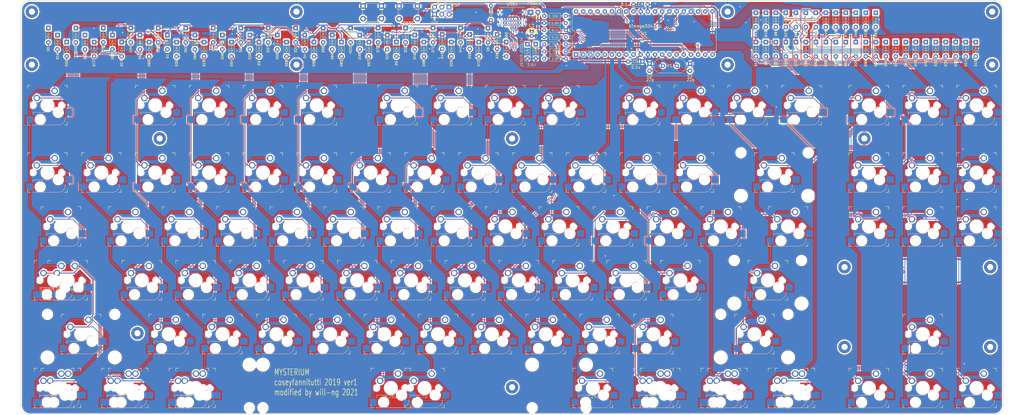
<source format=kicad_pcb>
(kicad_pcb (version 20171130) (host pcbnew "(5.1.5)-3")
  (layers (0 F.Cu signal) (31 B.Cu signal) (34 B.Paste user) (35 F.Paste user) (36 B.SilkS user) (37 F.SilkS user) (38 B.Mask user) (39 F.Mask user) (44 Edge.Cuts user))
  (net 0 "")
  (net 1 GND)
  (net 2 boot)
  (net 3 "Net-(C1-Pad1)")
  (net 4 "Net-(C2-Pad1)")
  (net 5 +5V)
  (net 6 "Net-(D0-Pad2)")
  (net 7 "Net-(D1-Pad2)")
  (net 8 "Net-(D2-Pad2)")
  (net 9 "Net-(D3-Pad2)")
  (net 10 "Net-(D4-Pad2)")
  (net 11 "Net-(D5-Pad2)")
  (net 12 "Net-(D6-Pad2)")
  (net 13 "Net-(D7-Pad2)")
  (net 14 "Net-(D8-Pad2)")
  (net 15 "Net-(D9-Pad2)")
  (net 16 "Net-(D10-Pad2)")
  (net 17 "Net-(D11-Pad2)")
  (net 18 "Net-(D12-Pad2)")
  (net 19 "Net-(D13-Pad2)")
  (net 20 "Net-(D14-Pad2)")
  (net 21 "Net-(D15-Pad2)")
  (net 22 "Net-(D16-Pad2)")
  (net 23 "Net-(D17-Pad2)")
  (net 24 "Net-(D18-Pad2)")
  (net 25 "Net-(D19-Pad2)")
  (net 26 "Net-(D20-Pad2)")
  (net 27 "Net-(D21-Pad2)")
  (net 28 "Net-(D22-Pad2)")
  (net 29 "Net-(D23-Pad2)")
  (net 30 "Net-(D24-Pad2)")
  (net 31 "Net-(D25-Pad2)")
  (net 32 "Net-(D26-Pad2)")
  (net 33 "Net-(D27-Pad2)")
  (net 34 "Net-(D28-Pad2)")
  (net 35 "Net-(D29-Pad2)")
  (net 36 "Net-(D30-Pad2)")
  (net 37 "Net-(D31-Pad2)")
  (net 38 "Net-(D32-Pad2)")
  (net 39 "Net-(D33-Pad2)")
  (net 40 "Net-(D34-Pad2)")
  (net 41 "Net-(D35-Pad2)")
  (net 42 "Net-(D36-Pad2)")
  (net 43 "Net-(D37-Pad2)")
  (net 44 "Net-(D38-Pad2)")
  (net 45 "Net-(D39-Pad2)")
  (net 46 "Net-(D40-Pad2)")
  (net 47 "Net-(D41-Pad2)")
  (net 48 "Net-(D42-Pad2)")
  (net 49 "Net-(D43-Pad2)")
  (net 50 "Net-(D44-Pad2)")
  (net 51 "Net-(D45-Pad2)")
  (net 52 "Net-(D46-Pad2)")
  (net 53 "Net-(D47-Pad2)")
  (net 54 "Net-(D48-Pad2)")
  (net 55 "Net-(D49-Pad2)")
  (net 56 "Net-(D50-Pad2)")
  (net 57 "Net-(D52-Pad2)")
  (net 58 "Net-(D53-Pad2)")
  (net 59 "Net-(D54-Pad2)")
  (net 60 "Net-(D55-Pad2)")
  (net 61 "Net-(D56-Pad2)")
  (net 62 "Net-(D57-Pad2)")
  (net 63 "Net-(D58-Pad2)")
  (net 64 "Net-(D59-Pad2)")
  (net 65 "Net-(D60-Pad2)")
  (net 66 "Net-(D61-Pad2)")
  (net 67 "Net-(D62-Pad2)")
  (net 68 "Net-(D63-Pad2)")
  (net 69 "Net-(D64-Pad2)")
  (net 70 "Net-(D65-Pad2)")
  (net 71 "Net-(D66-Pad2)")
  (net 72 "Net-(D67-Pad2)")
  (net 73 "Net-(D68-Pad2)")
  (net 74 "Net-(D69-Pad2)")
  (net 75 "Net-(D70-Pad2)")
  (net 76 "Net-(D71-Pad2)")
  (net 77 "Net-(D72-Pad2)")
  (net 78 "Net-(D73-Pad2)")
  (net 79 "Net-(D74-Pad2)")
  (net 80 "Net-(D75-Pad2)")
  (net 81 "Net-(D76-Pad2)")
  (net 82 "Net-(D77-Pad2)")
  (net 83 "Net-(D79-Pad2)")
  (net 84 "Net-(D81-Pad2)")
  (net 85 "Net-(D83-Pad2)")
  (net 86 "Net-(D85-Pad2)")
  (net 87 "Net-(D86-Pad2)")
  (net 88 "Net-(D88-Pad2)")
  (net 89 "Net-(D90-Pad2)")
  (net 90 "Net-(D92-Pad2)")
  (net 91 "Net-(D93-Pad2)")
  (net 92 "Net-(D94-Pad2)")
  (net 93 "Net-(D95-Pad1)")
  (net 94 "Net-(D96-Pad1)")
  (net 95 VCC)
  (net 96 MISO)
  (net 97 SCK)
  (net 98 MOSI)
  (net 99 reset)
  (net 100 "Net-(LED1-Pad1)")
  (net 101 "Net-(R1-Pad2)")
  (net 102 "Net-(R2-Pad1)")
  (net 103 D-)
  (net 104 D+)
  (net 105 "Net-(U1-Pad32)")
  (net 106 "Net-(USB1-PadA8)")
  (net 107 "Net-(USB1-PadB8)")
  (net 108 row0)
  (net 109 row1)
  (net 110 row2)
  (net 111 row3)
  (net 112 row4)
  (net 113 row5)
  (net 114 col0)
  (net 115 col2)
  (net 116 col3)
  (net 117 col4)
  (net 118 col5)
  (net 119 col6)
  (net 120 col7)
  (net 121 col8)
  (net 122 col9)
  (net 123 col11)
  (net 124 col12)
  (net 125 col13)
  (net 126 col14)
  (net 127 col15)
  (net 128 col16)
  (net 129 col17)
  (net 130 col1)
  (net 131 col10)
  (net 132 "Net-(U1-Pad22)")
  (net 133 "Net-(U1-Pad23)")
  (module cftkb:SW_Cherry_MX1A_1.25u_PCBNOSCREEN (layer F.Cu) (at 313.53125 187.325)
    (fp_text reference SW91)
    (fp_text value KEYSW)
    (pad "" np_thru_hole circle (at -7.62 5.08) (size 1.7018 1.7018) (drill 1.7018) (layers *.Cu *.Mask))
    (pad "" np_thru_hole circle (at 2.54 5.08) (size 1.7018 1.7018) (drill 1.7018) (layers *.Cu *.Mask))
    (pad 2 thru_hole circle (at -6.35 2.54) (size 2.286 2.286) (drill 1.4986) (layers *.Cu *.Mask) (net 89 "Net-(D90-Pad2)"))
    (pad "" np_thru_hole circle (at -2.54 5.08) (size 3.9878 3.9878) (drill 3.9878) (layers *.Cu *.Mask))
    (pad "" np_thru_hole circle (at 1.27 7.62) (size 3 3) (drill 3) (layers *.Cu *.Mask))
    (pad 2 smd rect (at 4.695 7.62) (size 3.2 2.5) (layers B.Cu B.Paste B.Mask) (net 89 "Net-(D90-Pad2)"))
    (pad 1 thru_hole circle (at 0 0) (size 2.286 2.286) (drill 1.4986) (layers *.Cu *.Mask) (net 126 col14))
    (pad "" np_thru_hole circle (at -5.08 10.16) (size 3 3) (drill 3) (layers *.Cu *.Mask))
  )
  (module cftkb:SW_Cherry_MX1A_1.50u_PCBNOSCREEN (layer F.Cu) (at 311.15 187.325)
    (fp_text reference SW90)
    (fp_text value KEYSW)
    (pad "" np_thru_hole circle (at -7.62 5.08) (size 1.7018 1.7018) (drill 1.7018) (layers *.Cu *.Mask))
    (pad "" np_thru_hole circle (at 2.54 5.08) (size 1.7018 1.7018) (drill 1.7018) (layers *.Cu *.Mask))
    (pad 1 smd rect (at -8.505 10.16) (size 3.2 2.5) (layers B.Cu B.Paste B.Mask) (net 126 col14))
    (pad 2 thru_hole circle (at -6.35 2.54) (size 2.286 2.286) (drill 1.4986) (layers *.Cu *.Mask) (net 89 "Net-(D90-Pad2)"))
    (pad "" np_thru_hole circle (at -2.54 5.08) (size 3.9878 3.9878) (drill 3.9878) (layers *.Cu *.Mask))
    (pad "" np_thru_hole circle (at 1.27 7.62) (size 3 3) (drill 3) (layers *.Cu *.Mask))
    (pad 1 thru_hole circle (at 0 0) (size 2.286 2.286) (drill 1.4986) (layers *.Cu *.Mask) (net 126 col14))
    (pad "" np_thru_hole circle (at -5.08 10.16) (size 3 3) (drill 3) (layers *.Cu *.Mask))
  )
  (module cftkb:SW_Cherry_MX1A_1.00u_PCB-NOSCREEN (layer F.Cu) (at 287.3375 187.325)
    (fp_text reference SW89)
    (fp_text value KEYSW)
    (pad "" np_thru_hole circle (at -7.62 5.08) (size 1.7018 1.7018) (drill 1.7018) (layers *.Cu *.Mask))
    (pad "" np_thru_hole circle (at 2.54 5.08) (size 1.7018 1.7018) (drill 1.7018) (layers *.Cu *.Mask))
    (pad 1 smd rect (at -8.505 10.16) (size 3.2 2.5) (layers B.Cu B.Paste B.Mask) (net 124 col12))
    (pad 2 thru_hole circle (at -6.35 2.54) (size 2.286 2.286) (drill 1.4986) (layers *.Cu *.Mask) (net 88 "Net-(D88-Pad2)"))
    (pad "" np_thru_hole circle (at -2.54 5.08) (size 3.9878 3.9878) (drill 3.9878) (layers *.Cu *.Mask))
    (pad "" np_thru_hole circle (at 1.27 7.62) (size 3 3) (drill 3) (layers *.Cu *.Mask))
    (pad 1 thru_hole circle (at 0 0) (size 2.286 2.286) (drill 1.4986) (layers *.Cu *.Mask) (net 124 col12))
    (pad "" np_thru_hole circle (at -5.08 10.16) (size 3 3) (drill 3) (layers *.Cu *.Mask))
  )
  (module cftkb:SW_Cherry_MX1A_1.25u_PCBNOSCREEN (layer F.Cu) (at 99.21875 187.325)
    (fp_text reference SW82)
    (fp_text value KEYSW)
    (pad "" np_thru_hole circle (at -7.62 5.08) (size 1.7018 1.7018) (drill 1.7018) (layers *.Cu *.Mask))
    (pad "" np_thru_hole circle (at 2.54 5.08) (size 1.7018 1.7018) (drill 1.7018) (layers *.Cu *.Mask))
    (pad 1 smd rect (at -8.505 10.16) (size 3.2 2.5) (layers B.Cu B.Paste B.Mask) (net 115 col2))
    (pad 2 thru_hole circle (at -6.35 2.54) (size 2.286 2.286) (drill 1.4986) (layers *.Cu *.Mask) (net 84 "Net-(D81-Pad2)"))
    (pad "" np_thru_hole circle (at -2.54 5.08) (size 3.9878 3.9878) (drill 3.9878) (layers *.Cu *.Mask))
    (pad "" np_thru_hole circle (at 1.27 7.62) (size 3 3) (drill 3) (layers *.Cu *.Mask))
    (pad 1 thru_hole circle (at 0 0) (size 2.286 2.286) (drill 1.4986) (layers *.Cu *.Mask) (net 115 col2))
    (pad "" np_thru_hole circle (at -5.08 10.16) (size 3 3) (drill 3) (layers *.Cu *.Mask))
  )
  (module cftkb:SW_Cherry_MX1A_1.50u_PCBNOSCREEN (layer F.Cu) (at 101.6 187.325)
    (fp_text reference SW81)
    (fp_text value KEYSW)
    (pad "" np_thru_hole circle (at -7.62 5.08) (size 1.7018 1.7018) (drill 1.7018) (layers *.Cu *.Mask))
    (pad "" np_thru_hole circle (at 2.54 5.08) (size 1.7018 1.7018) (drill 1.7018) (layers *.Cu *.Mask))
    (pad 2 thru_hole circle (at -6.35 2.54) (size 2.286 2.286) (drill 1.4986) (layers *.Cu *.Mask) (net 84 "Net-(D81-Pad2)"))
    (pad "" np_thru_hole circle (at -2.54 5.08) (size 3.9878 3.9878) (drill 3.9878) (layers *.Cu *.Mask))
    (pad "" np_thru_hole circle (at 1.27 7.62) (size 3 3) (drill 3) (layers *.Cu *.Mask))
    (pad 2 smd rect (at 4.695 7.62) (size 3.2 2.5) (layers B.Cu B.Paste B.Mask) (net 84 "Net-(D81-Pad2)"))
    (pad 1 thru_hole circle (at 0 0) (size 2.286 2.286) (drill 1.4986) (layers *.Cu *.Mask) (net 115 col2))
    (pad "" np_thru_hole circle (at -5.08 10.16) (size 3 3) (drill 3) (layers *.Cu *.Mask))
  )
  (module cftkb:SW_Cherry_MX1A_1.00u_PCB-NOSCREEN (layer F.Cu) (at 77.7875 187.325)
    (fp_text reference SW80)
    (fp_text value KEYSW)
    (pad "" np_thru_hole circle (at -7.62 5.08) (size 1.7018 1.7018) (drill 1.7018) (layers *.Cu *.Mask))
    (pad "" np_thru_hole circle (at 2.54 5.08) (size 1.7018 1.7018) (drill 1.7018) (layers *.Cu *.Mask))
    (pad 2 thru_hole circle (at -6.35 2.54) (size 2.286 2.286) (drill 1.4986) (layers *.Cu *.Mask) (net 83 "Net-(D79-Pad2)"))
    (pad "" np_thru_hole circle (at -2.54 5.08) (size 3.9878 3.9878) (drill 3.9878) (layers *.Cu *.Mask))
    (pad "" np_thru_hole circle (at 1.27 7.62) (size 3 3) (drill 3) (layers *.Cu *.Mask))
    (pad 2 smd rect (at 4.695 7.62) (size 3.2 2.5) (layers B.Cu B.Paste B.Mask) (net 83 "Net-(D79-Pad2)"))
    (pad 1 thru_hole circle (at 0 0) (size 2.286 2.286) (drill 1.4986) (layers *.Cu *.Mask) (net 130 col1))
    (pad "" np_thru_hole circle (at -5.08 10.16) (size 3 3) (drill 3) (layers *.Cu *.Mask))
  )
  (module cftkb:SW_Cherry_MX1A_1.25u_PCBNOSCREEN (layer F.Cu) (at 75.40625 187.325)
    (fp_text reference SW79)
    (fp_text value KEYSW)
    (pad "" np_thru_hole circle (at -7.62 5.08) (size 1.7018 1.7018) (drill 1.7018) (layers *.Cu *.Mask))
    (pad "" np_thru_hole circle (at 2.54 5.08) (size 1.7018 1.7018) (drill 1.7018) (layers *.Cu *.Mask))
    (pad 1 smd rect (at -8.505 10.16) (size 3.2 2.5) (layers B.Cu B.Paste B.Mask) (net 130 col1))
    (pad 2 thru_hole circle (at -6.35 2.54) (size 2.286 2.286) (drill 1.4986) (layers *.Cu *.Mask) (net 83 "Net-(D79-Pad2)"))
    (pad "" np_thru_hole circle (at -2.54 5.08) (size 3.9878 3.9878) (drill 3.9878) (layers *.Cu *.Mask))
    (pad "" np_thru_hole circle (at 1.27 7.62) (size 3 3) (drill 3) (layers *.Cu *.Mask))
    (pad 1 thru_hole circle (at 0 0) (size 2.286 2.286) (drill 1.4986) (layers *.Cu *.Mask) (net 130 col1))
    (pad "" np_thru_hole circle (at -5.08 10.16) (size 3 3) (drill 3) (layers *.Cu *.Mask))
  )
  (module cftkb:SW_Cherry_MX1A_1.25u_PCBNOSCREEN (layer F.Cu) (at 51.59375 187.325)
    (fp_text reference SW78)
    (fp_text value KEYSW)
    (pad "" np_thru_hole circle (at -7.62 5.08) (size 1.7018 1.7018) (drill 1.7018) (layers *.Cu *.Mask))
    (pad "" np_thru_hole circle (at 2.54 5.08) (size 1.7018 1.7018) (drill 1.7018) (layers *.Cu *.Mask))
    (pad 1 smd rect (at -8.505 10.16) (size 3.2 2.5) (layers B.Cu B.Paste B.Mask) (net 114 col0))
    (pad 2 thru_hole circle (at -6.35 2.54) (size 2.286 2.286) (drill 1.4986) (layers *.Cu *.Mask) (net 82 "Net-(D77-Pad2)"))
    (pad "" np_thru_hole circle (at -2.54 5.08) (size 3.9878 3.9878) (drill 3.9878) (layers *.Cu *.Mask))
    (pad "" np_thru_hole circle (at 1.27 7.62) (size 3 3) (drill 3) (layers *.Cu *.Mask))
    (pad 1 thru_hole circle (at 0 0) (size 2.286 2.286) (drill 1.4986) (layers *.Cu *.Mask) (net 114 col0))
    (pad "" np_thru_hole circle (at -5.08 10.16) (size 3 3) (drill 3) (layers *.Cu *.Mask))
  )
  (module cftkb:SW_Cherry_MX1A_1.50u_PCBNOSCREEN (layer F.Cu) (at 53.975 187.325)
    (fp_text reference SW77)
    (fp_text value KEYSW)
    (pad "" np_thru_hole circle (at -7.62 5.08) (size 1.7018 1.7018) (drill 1.7018) (layers *.Cu *.Mask))
    (pad "" np_thru_hole circle (at 2.54 5.08) (size 1.7018 1.7018) (drill 1.7018) (layers *.Cu *.Mask))
    (pad 2 thru_hole circle (at -6.35 2.54) (size 2.286 2.286) (drill 1.4986) (layers *.Cu *.Mask) (net 82 "Net-(D77-Pad2)"))
    (pad "" np_thru_hole circle (at -2.54 5.08) (size 3.9878 3.9878) (drill 3.9878) (layers *.Cu *.Mask))
    (pad "" np_thru_hole circle (at 1.27 7.62) (size 3 3) (drill 3) (layers *.Cu *.Mask))
    (pad 2 smd rect (at 4.695 7.62) (size 3.2 2.5) (layers B.Cu B.Paste B.Mask) (net 82 "Net-(D77-Pad2)"))
    (pad 1 thru_hole circle (at 0 0) (size 2.286 2.286) (drill 1.4986) (layers *.Cu *.Mask) (net 114 col0))
    (pad "" np_thru_hole circle (at -5.08 10.16) (size 3 3) (drill 3) (layers *.Cu *.Mask))
  )
  (module cftkb:SW_Cherry_MX1A_1.25u_PCBNOSCREEN (layer F.Cu) (at 289.71875 187.325)
    (fp_text reference SW88)
    (fp_text value KEYSW)
    (pad "" np_thru_hole circle (at -7.62 5.08) (size 1.7018 1.7018) (drill 1.7018) (layers *.Cu *.Mask))
    (pad "" np_thru_hole circle (at 2.54 5.08) (size 1.7018 1.7018) (drill 1.7018) (layers *.Cu *.Mask))
    (pad 2 thru_hole circle (at -6.35 2.54) (size 2.286 2.286) (drill 1.4986) (layers *.Cu *.Mask) (net 88 "Net-(D88-Pad2)"))
    (pad "" np_thru_hole circle (at -2.54 5.08) (size 3.9878 3.9878) (drill 3.9878) (layers *.Cu *.Mask))
    (pad "" np_thru_hole circle (at 1.27 7.62) (size 3 3) (drill 3) (layers *.Cu *.Mask))
    (pad 2 smd rect (at 4.695 7.62) (size 3.2 2.5) (layers B.Cu B.Paste B.Mask) (net 88 "Net-(D88-Pad2)"))
    (pad 1 thru_hole circle (at 0 0) (size 2.286 2.286) (drill 1.4986) (layers *.Cu *.Mask) (net 124 col12))
    (pad "" np_thru_hole circle (at -5.08 10.16) (size 3 3) (drill 3) (layers *.Cu *.Mask))
  )
  (module cftkb:SW_Cherry_MX1A_1.00u_PCB-NOSCREEN (layer F.Cu) (at 358.775 111.125)
    (fp_text reference SW31)
    (fp_text value KEYSW)
    (pad "" np_thru_hole circle (at -7.62 5.08) (size 1.7018 1.7018) (drill 1.7018) (layers *.Cu *.Mask))
    (pad "" np_thru_hole circle (at 2.54 5.08) (size 1.7018 1.7018) (drill 1.7018) (layers *.Cu *.Mask))
    (pad 1 smd rect (at -8.83 10.16) (size 2.55 2.5) (layers B.Cu B.Paste B.Mask) (net 128 col16))
    (pad 2 thru_hole circle (at -6.35 2.54) (size 2.286 2.286) (drill 1.4986) (layers *.Cu *.Mask) (net 37 "Net-(D31-Pad2)"))
    (pad "" np_thru_hole circle (at -2.54 5.08) (size 3.9878 3.9878) (drill 3.9878) (layers *.Cu *.Mask))
    (pad "" np_thru_hole circle (at 1.27 7.62) (size 3 3) (drill 3) (layers *.Cu *.Mask))
    (pad 2 smd rect (at 5.02 7.62) (size 2.55 2.5) (layers B.Cu B.Paste B.Mask) (net 37 "Net-(D31-Pad2)"))
    (pad 1 thru_hole circle (at 0 0) (size 2.286 2.286) (drill 1.4986) (layers *.Cu *.Mask) (net 128 col16))
    (pad "" np_thru_hole circle (at -5.08 10.16) (size 3 3) (drill 3) (layers *.Cu *.Mask))
  )
  (module cftkb:SW_Cherry_MX1A_1.00u_PCB-NOSCREEN (layer F.Cu) (at 377.825 111.125)
    (fp_text reference SW32)
    (fp_text value KEYSW)
    (pad "" np_thru_hole circle (at -7.62 5.08) (size 1.7018 1.7018) (drill 1.7018) (layers *.Cu *.Mask))
    (pad "" np_thru_hole circle (at 2.54 5.08) (size 1.7018 1.7018) (drill 1.7018) (layers *.Cu *.Mask))
    (pad 1 smd rect (at -8.83 10.16) (size 2.55 2.5) (layers B.Cu B.Paste B.Mask) (net 129 col17))
    (pad 2 thru_hole circle (at -6.35 2.54) (size 2.286 2.286) (drill 1.4986) (layers *.Cu *.Mask) (net 38 "Net-(D32-Pad2)"))
    (pad "" np_thru_hole circle (at -2.54 5.08) (size 3.9878 3.9878) (drill 3.9878) (layers *.Cu *.Mask))
    (pad "" np_thru_hole circle (at 1.27 7.62) (size 3 3) (drill 3) (layers *.Cu *.Mask))
    (pad 2 smd rect (at 5.02 7.62) (size 2.55 2.5) (layers B.Cu B.Paste B.Mask) (net 38 "Net-(D32-Pad2)"))
    (pad 1 thru_hole circle (at 0 0) (size 2.286 2.286) (drill 1.4986) (layers *.Cu *.Mask) (net 129 col17))
    (pad "" np_thru_hole circle (at -5.08 10.16) (size 3 3) (drill 3) (layers *.Cu *.Mask))
  )
  (module cftkb:SW_Cherry_MX1A_1.00u_PCB-NOSCREEN (layer F.Cu) (at 339.725 111.125)
    (fp_text reference SW30)
    (fp_text value KEYSW)
    (pad "" np_thru_hole circle (at -7.62 5.08) (size 1.7018 1.7018) (drill 1.7018) (layers *.Cu *.Mask))
    (pad "" np_thru_hole circle (at 2.54 5.08) (size 1.7018 1.7018) (drill 1.7018) (layers *.Cu *.Mask))
    (pad 1 smd rect (at -8.83 10.16) (size 2.55 2.5) (layers B.Cu B.Paste B.Mask) (net 127 col15))
    (pad 2 thru_hole circle (at -6.35 2.54) (size 2.286 2.286) (drill 1.4986) (layers *.Cu *.Mask) (net 36 "Net-(D30-Pad2)"))
    (pad "" np_thru_hole circle (at -2.54 5.08) (size 3.9878 3.9878) (drill 3.9878) (layers *.Cu *.Mask))
    (pad "" np_thru_hole circle (at 1.27 7.62) (size 3 3) (drill 3) (layers *.Cu *.Mask))
    (pad 2 smd rect (at 5.02 7.62) (size 2.55 2.5) (layers B.Cu B.Paste B.Mask) (net 36 "Net-(D30-Pad2)"))
    (pad 1 thru_hole circle (at 0 0) (size 2.286 2.286) (drill 1.4986) (layers *.Cu *.Mask) (net 127 col15))
    (pad "" np_thru_hole circle (at -5.08 10.16) (size 3 3) (drill 3) (layers *.Cu *.Mask))
  )
  (module cftkb:SW_Cherry_MX1A_1.00u_PCB-NOSCREEN (layer F.Cu) (at 258.7625 87.3125)
    (fp_text reference SW9)
    (fp_text value KEYSW)
    (pad "" np_thru_hole circle (at -7.62 5.08) (size 1.7018 1.7018) (drill 1.7018) (layers *.Cu *.Mask))
    (pad "" np_thru_hole circle (at 2.54 5.08) (size 1.7018 1.7018) (drill 1.7018) (layers *.Cu *.Mask))
    (pad 1 smd rect (at -8.83 10.16) (size 2.55 2.5) (layers B.Cu B.Paste B.Mask) (net 123 col11))
    (pad 2 thru_hole circle (at -6.35 2.54) (size 2.286 2.286) (drill 1.4986) (layers *.Cu *.Mask) (net 15 "Net-(D9-Pad2)"))
    (pad "" np_thru_hole circle (at -2.54 5.08) (size 3.9878 3.9878) (drill 3.9878) (layers *.Cu *.Mask))
    (pad "" np_thru_hole circle (at 1.27 7.62) (size 3 3) (drill 3) (layers *.Cu *.Mask))
    (pad 2 smd rect (at 5.02 7.62) (size 2.55 2.5) (layers B.Cu B.Paste B.Mask) (net 15 "Net-(D9-Pad2)"))
    (pad 1 thru_hole circle (at 0 0) (size 2.286 2.286) (drill 1.4986) (layers *.Cu *.Mask) (net 123 col11))
    (pad "" np_thru_hole circle (at -5.08 10.16) (size 3 3) (drill 3) (layers *.Cu *.Mask))
  )
  (module cftkb:SW_Cherry_MX1A_1.00u_PCB-NOSCREEN (layer F.Cu) (at 315.9125 87.3125)
    (fp_text reference SW12)
    (fp_text value KEYSW)
    (pad "" np_thru_hole circle (at -7.62 5.08) (size 1.7018 1.7018) (drill 1.7018) (layers *.Cu *.Mask))
    (pad "" np_thru_hole circle (at 2.54 5.08) (size 1.7018 1.7018) (drill 1.7018) (layers *.Cu *.Mask))
    (pad 1 smd rect (at -8.83 10.16) (size 2.55 2.5) (layers B.Cu B.Paste B.Mask) (net 126 col14))
    (pad 2 thru_hole circle (at -6.35 2.54) (size 2.286 2.286) (drill 1.4986) (layers *.Cu *.Mask) (net 18 "Net-(D12-Pad2)"))
    (pad "" np_thru_hole circle (at -2.54 5.08) (size 3.9878 3.9878) (drill 3.9878) (layers *.Cu *.Mask))
    (pad "" np_thru_hole circle (at 1.27 7.62) (size 3 3) (drill 3) (layers *.Cu *.Mask))
    (pad 2 smd rect (at 5.02 7.62) (size 2.55 2.5) (layers B.Cu B.Paste B.Mask) (net 18 "Net-(D12-Pad2)"))
    (pad 1 thru_hole circle (at 0 0) (size 2.286 2.286) (drill 1.4986) (layers *.Cu *.Mask) (net 126 col14))
    (pad "" np_thru_hole circle (at -5.08 10.16) (size 3 3) (drill 3) (layers *.Cu *.Mask))
  )
  (module cftkb:SW_Cherry_MX1A_1.50u_PCBNOSCREEN (layer F.Cu) (at 263.525 187.325)
    (fp_text reference SW86)
    (fp_text value KEYSW)
    (pad "" np_thru_hole circle (at -7.62 5.08) (size 1.7018 1.7018) (drill 1.7018) (layers *.Cu *.Mask))
    (pad "" np_thru_hole circle (at 2.54 5.08) (size 1.7018 1.7018) (drill 1.7018) (layers *.Cu *.Mask))
    (pad 1 smd rect (at -8.505 10.16) (size 3.2 2.5) (layers B.Cu B.Paste B.Mask) (net 131 col10))
    (pad 2 thru_hole circle (at -6.35 2.54) (size 2.286 2.286) (drill 1.4986) (layers *.Cu *.Mask) (net 87 "Net-(D86-Pad2)"))
    (pad "" np_thru_hole circle (at -2.54 5.08) (size 3.9878 3.9878) (drill 3.9878) (layers *.Cu *.Mask))
    (pad "" np_thru_hole circle (at 1.27 7.62) (size 3 3) (drill 3) (layers *.Cu *.Mask))
    (pad 1 thru_hole circle (at 0 0) (size 2.286 2.286) (drill 1.4986) (layers *.Cu *.Mask) (net 131 col10))
    (pad "" np_thru_hole circle (at -5.08 10.16) (size 3 3) (drill 3) (layers *.Cu *.Mask))
  )
  (module cftkb:SW_Cherry_MX1A_1.25u_PCBNOSCREEN (layer F.Cu) (at 265.90625 187.325)
    (fp_text reference SW87)
    (fp_text value KEYSW)
    (pad "" np_thru_hole circle (at -7.62 5.08) (size 1.7018 1.7018) (drill 1.7018) (layers *.Cu *.Mask))
    (pad "" np_thru_hole circle (at 2.54 5.08) (size 1.7018 1.7018) (drill 1.7018) (layers *.Cu *.Mask))
    (pad 2 thru_hole circle (at -6.35 2.54) (size 2.286 2.286) (drill 1.4986) (layers *.Cu *.Mask) (net 87 "Net-(D86-Pad2)"))
    (pad "" np_thru_hole circle (at -2.54 5.08) (size 3.9878 3.9878) (drill 3.9878) (layers *.Cu *.Mask))
    (pad "" np_thru_hole circle (at 1.27 7.62) (size 3 3) (drill 3) (layers *.Cu *.Mask))
    (pad 2 smd rect (at 4.695 7.62) (size 3.2 2.5) (layers B.Cu B.Paste B.Mask) (net 87 "Net-(D86-Pad2)"))
    (pad 1 thru_hole circle (at 0 0) (size 2.286 2.286) (drill 1.4986) (layers *.Cu *.Mask) (net 131 col10))
    (pad "" np_thru_hole circle (at -5.08 10.16) (size 3 3) (drill 3) (layers *.Cu *.Mask))
  )
  (module cftkb:SW_Cherry_MX1A_1.50u_PCBNOSCREEN (layer F.Cu) (at 311.15 130.175)
    (fp_text reference SW46)
    (fp_text value KEYSW)
    (pad "" np_thru_hole circle (at -7.62 5.08) (size 1.7018 1.7018) (drill 1.7018) (layers *.Cu *.Mask))
    (pad "" np_thru_hole circle (at 2.54 5.08) (size 1.7018 1.7018) (drill 1.7018) (layers *.Cu *.Mask))
    (pad 1 smd rect (at -8.83 10.16) (size 2.55 2.5) (layers B.Cu B.Paste B.Mask) (net 125 col13))
    (pad 2 thru_hole circle (at -6.35 2.54) (size 2.286 2.286) (drill 1.4986) (layers *.Cu *.Mask) (net 52 "Net-(D46-Pad2)"))
    (pad "" np_thru_hole circle (at -2.54 5.08) (size 3.9878 3.9878) (drill 3.9878) (layers *.Cu *.Mask))
    (pad "" np_thru_hole circle (at 1.27 7.62) (size 3 3) (drill 3) (layers *.Cu *.Mask))
    (pad 2 smd rect (at 5.02 7.62) (size 2.55 2.5) (layers B.Cu B.Paste B.Mask) (net 52 "Net-(D46-Pad2)"))
    (pad 1 thru_hole circle (at 0 0) (size 2.286 2.286) (drill 1.4986) (layers *.Cu *.Mask) (net 125 col13))
    (pad "" np_thru_hole circle (at -5.08 10.16) (size 3 3) (drill 3) (layers *.Cu *.Mask))
  )
  (module cftkb:SW_Cherry_MX1A_1.00u_PCB-NOSCREEN (layer F.Cu) (at 220.6625 111.125)
    (fp_text reference SW25)
    (fp_text value KEYSW)
    (pad "" np_thru_hole circle (at -7.62 5.08) (size 1.7018 1.7018) (drill 1.7018) (layers *.Cu *.Mask))
    (pad "" np_thru_hole circle (at 2.54 5.08) (size 1.7018 1.7018) (drill 1.7018) (layers *.Cu *.Mask))
    (pad 1 smd rect (at -8.83 10.16) (size 2.55 2.5) (layers B.Cu B.Paste B.Mask) (net 122 col9))
    (pad 2 thru_hole circle (at -6.35 2.54) (size 2.286 2.286) (drill 1.4986) (layers *.Cu *.Mask) (net 31 "Net-(D25-Pad2)"))
    (pad "" np_thru_hole circle (at -2.54 5.08) (size 3.9878 3.9878) (drill 3.9878) (layers *.Cu *.Mask))
    (pad "" np_thru_hole circle (at 1.27 7.62) (size 3 3) (drill 3) (layers *.Cu *.Mask))
    (pad 2 smd rect (at 5.02 7.62) (size 2.55 2.5) (layers B.Cu B.Paste B.Mask) (net 31 "Net-(D25-Pad2)"))
    (pad 1 thru_hole circle (at 0 0) (size 2.286 2.286) (drill 1.4986) (layers *.Cu *.Mask) (net 122 col9))
    (pad "" np_thru_hole circle (at -5.08 10.16) (size 3 3) (drill 3) (layers *.Cu *.Mask))
  )
  (module cftkb:SW_Cherry_MX1A_1.00u_PCB-NOSCREEN (layer F.Cu) (at 230.1875 130.175)
    (fp_text reference SW42)
    (fp_text value KEYSW)
    (pad "" np_thru_hole circle (at -7.62 5.08) (size 1.7018 1.7018) (drill 1.7018) (layers *.Cu *.Mask))
    (pad "" np_thru_hole circle (at 2.54 5.08) (size 1.7018 1.7018) (drill 1.7018) (layers *.Cu *.Mask))
    (pad 1 smd rect (at -8.83 10.16) (size 2.55 2.5) (layers B.Cu B.Paste B.Mask) (net 122 col9))
    (pad 2 thru_hole circle (at -6.35 2.54) (size 2.286 2.286) (drill 1.4986) (layers *.Cu *.Mask) (net 48 "Net-(D42-Pad2)"))
    (pad "" np_thru_hole circle (at -2.54 5.08) (size 3.9878 3.9878) (drill 3.9878) (layers *.Cu *.Mask))
    (pad "" np_thru_hole circle (at 1.27 7.62) (size 3 3) (drill 3) (layers *.Cu *.Mask))
    (pad 2 smd rect (at 5.02 7.62) (size 2.55 2.5) (layers B.Cu B.Paste B.Mask) (net 48 "Net-(D42-Pad2)"))
    (pad 1 thru_hole circle (at 0 0) (size 2.286 2.286) (drill 1.4986) (layers *.Cu *.Mask) (net 122 col9))
    (pad "" np_thru_hole circle (at -5.08 10.16) (size 3 3) (drill 3) (layers *.Cu *.Mask))
  )
  (module cftkb:SW_Cherry_MX1A_1.00u_PCB-NOSCREEN (layer F.Cu) (at 163.5125 111.125)
    (fp_text reference SW22)
    (fp_text value KEYSW)
    (pad "" np_thru_hole circle (at -7.62 5.08) (size 1.7018 1.7018) (drill 1.7018) (layers *.Cu *.Mask))
    (pad "" np_thru_hole circle (at 2.54 5.08) (size 1.7018 1.7018) (drill 1.7018) (layers *.Cu *.Mask))
    (pad 1 smd rect (at -8.83 10.16) (size 2.55 2.5) (layers B.Cu B.Paste B.Mask) (net 119 col6))
    (pad 2 thru_hole circle (at -6.35 2.54) (size 2.286 2.286) (drill 1.4986) (layers *.Cu *.Mask) (net 28 "Net-(D22-Pad2)"))
    (pad "" np_thru_hole circle (at -2.54 5.08) (size 3.9878 3.9878) (drill 3.9878) (layers *.Cu *.Mask))
    (pad "" np_thru_hole circle (at 1.27 7.62) (size 3 3) (drill 3) (layers *.Cu *.Mask))
    (pad 2 smd rect (at 5.02 7.62) (size 2.55 2.5) (layers B.Cu B.Paste B.Mask) (net 28 "Net-(D22-Pad2)"))
    (pad 1 thru_hole circle (at 0 0) (size 2.286 2.286) (drill 1.4986) (layers *.Cu *.Mask) (net 119 col6))
    (pad "" np_thru_hole circle (at -5.08 10.16) (size 3 3) (drill 3) (layers *.Cu *.Mask))
  )
  (module cftkb:SW_Cherry_MX1A_1.00u_PCB-NOSCREEN (layer F.Cu) (at 168.275 168.275)
    (fp_text reference SW69)
    (fp_text value KEYSW)
    (pad "" np_thru_hole circle (at -7.62 5.08) (size 1.7018 1.7018) (drill 1.7018) (layers *.Cu *.Mask))
    (pad "" np_thru_hole circle (at 2.54 5.08) (size 1.7018 1.7018) (drill 1.7018) (layers *.Cu *.Mask))
    (pad 1 smd rect (at -8.83 10.16) (size 2.55 2.5) (layers B.Cu B.Paste B.Mask) (net 118 col5))
    (pad 2 thru_hole circle (at -6.35 2.54) (size 2.286 2.286) (drill 1.4986) (layers *.Cu *.Mask) (net 74 "Net-(D69-Pad2)"))
    (pad "" np_thru_hole circle (at -2.54 5.08) (size 3.9878 3.9878) (drill 3.9878) (layers *.Cu *.Mask))
    (pad "" np_thru_hole circle (at 1.27 7.62) (size 3 3) (drill 3) (layers *.Cu *.Mask))
    (pad 2 smd rect (at 5.02 7.62) (size 2.55 2.5) (layers B.Cu B.Paste B.Mask) (net 74 "Net-(D69-Pad2)"))
    (pad 1 thru_hole circle (at 0 0) (size 2.286 2.286) (drill 1.4986) (layers *.Cu *.Mask) (net 118 col5))
    (pad "" np_thru_hole circle (at -5.08 10.16) (size 3 3) (drill 3) (layers *.Cu *.Mask))
  )
  (module cftkb:SW_Cherry_MX1A_1.00u_PCB-NOSCREEN (layer F.Cu) (at 153.9875 130.175)
    (fp_text reference SW38)
    (fp_text value KEYSW)
    (pad "" np_thru_hole circle (at -7.62 5.08) (size 1.7018 1.7018) (drill 1.7018) (layers *.Cu *.Mask))
    (pad "" np_thru_hole circle (at 2.54 5.08) (size 1.7018 1.7018) (drill 1.7018) (layers *.Cu *.Mask))
    (pad 1 smd rect (at -8.83 10.16) (size 2.55 2.5) (layers B.Cu B.Paste B.Mask) (net 118 col5))
    (pad 2 thru_hole circle (at -6.35 2.54) (size 2.286 2.286) (drill 1.4986) (layers *.Cu *.Mask) (net 44 "Net-(D38-Pad2)"))
    (pad "" np_thru_hole circle (at -2.54 5.08) (size 3.9878 3.9878) (drill 3.9878) (layers *.Cu *.Mask))
    (pad "" np_thru_hole circle (at 1.27 7.62) (size 3 3) (drill 3) (layers *.Cu *.Mask))
    (pad 2 smd rect (at 5.02 7.62) (size 2.55 2.5) (layers B.Cu B.Paste B.Mask) (net 44 "Net-(D38-Pad2)"))
    (pad 1 thru_hole circle (at 0 0) (size 2.286 2.286) (drill 1.4986) (layers *.Cu *.Mask) (net 118 col5))
    (pad "" np_thru_hole circle (at -5.08 10.16) (size 3 3) (drill 3) (layers *.Cu *.Mask))
  )
  (module cftkb:SW_Cherry_MX1A_1.00u_PCB-NOSCREEN (layer F.Cu) (at 82.55 149.225)
    (fp_text reference SW52)
    (fp_text value KEYSW)
    (pad "" np_thru_hole circle (at -7.62 5.08) (size 1.7018 1.7018) (drill 1.7018) (layers *.Cu *.Mask))
    (pad "" np_thru_hole circle (at 2.54 5.08) (size 1.7018 1.7018) (drill 1.7018) (layers *.Cu *.Mask))
    (pad 1 smd rect (at -8.83 10.16) (size 2.55 2.5) (layers B.Cu B.Paste B.Mask) (net 130 col1))
    (pad 2 thru_hole circle (at -6.35 2.54) (size 2.286 2.286) (drill 1.4986) (layers *.Cu *.Mask) (net 57 "Net-(D52-Pad2)"))
    (pad "" np_thru_hole circle (at -2.54 5.08) (size 3.9878 3.9878) (drill 3.9878) (layers *.Cu *.Mask))
    (pad "" np_thru_hole circle (at 1.27 7.62) (size 3 3) (drill 3) (layers *.Cu *.Mask))
    (pad 2 smd rect (at 5.02 7.62) (size 2.55 2.5) (layers B.Cu B.Paste B.Mask) (net 57 "Net-(D52-Pad2)"))
    (pad 1 thru_hole circle (at 0 0) (size 2.286 2.286) (drill 1.4986) (layers *.Cu *.Mask) (net 130 col1))
    (pad "" np_thru_hole circle (at -5.08 10.16) (size 3 3) (drill 3) (layers *.Cu *.Mask))
  )
  (module cftkb:SW_Cherry_MX1A_1.00u_PCB-NOSCREEN (layer F.Cu) (at 77.7875 130.175)
    (fp_text reference SW34)
    (fp_text value KEYSW)
    (pad "" np_thru_hole circle (at -7.62 5.08) (size 1.7018 1.7018) (drill 1.7018) (layers *.Cu *.Mask))
    (pad "" np_thru_hole circle (at 2.54 5.08) (size 1.7018 1.7018) (drill 1.7018) (layers *.Cu *.Mask))
    (pad 1 smd rect (at -8.83 10.16) (size 2.55 2.5) (layers B.Cu B.Paste B.Mask) (net 130 col1))
    (pad 2 thru_hole circle (at -6.35 2.54) (size 2.286 2.286) (drill 1.4986) (layers *.Cu *.Mask) (net 40 "Net-(D34-Pad2)"))
    (pad "" np_thru_hole circle (at -2.54 5.08) (size 3.9878 3.9878) (drill 3.9878) (layers *.Cu *.Mask))
    (pad "" np_thru_hole circle (at 1.27 7.62) (size 3 3) (drill 3) (layers *.Cu *.Mask))
    (pad 2 smd rect (at 5.02 7.62) (size 2.55 2.5) (layers B.Cu B.Paste B.Mask) (net 40 "Net-(D34-Pad2)"))
    (pad 1 thru_hole circle (at 0 0) (size 2.286 2.286) (drill 1.4986) (layers *.Cu *.Mask) (net 130 col1))
    (pad "" np_thru_hole circle (at -5.08 10.16) (size 3 3) (drill 3) (layers *.Cu *.Mask))
  )
  (module cftkb:SW_Cherry_MX1A_1.50u_PCBNOSCREEN (layer F.Cu) (at 53.975 130.175)
    (fp_text reference SW33)
    (fp_text value KEYSW)
    (pad "" np_thru_hole circle (at -7.62 5.08) (size 1.7018 1.7018) (drill 1.7018) (layers *.Cu *.Mask))
    (pad "" np_thru_hole circle (at 2.54 5.08) (size 1.7018 1.7018) (drill 1.7018) (layers *.Cu *.Mask))
    (pad 1 smd rect (at -8.83 10.16) (size 2.55 2.5) (layers B.Cu B.Paste B.Mask) (net 114 col0))
    (pad 2 thru_hole circle (at -6.35 2.54) (size 2.286 2.286) (drill 1.4986) (layers *.Cu *.Mask) (net 39 "Net-(D33-Pad2)"))
    (pad "" np_thru_hole circle (at -2.54 5.08) (size 3.9878 3.9878) (drill 3.9878) (layers *.Cu *.Mask))
    (pad "" np_thru_hole circle (at 1.27 7.62) (size 3 3) (drill 3) (layers *.Cu *.Mask))
    (pad 2 smd rect (at 5.02 7.62) (size 2.55 2.5) (layers B.Cu B.Paste B.Mask) (net 39 "Net-(D33-Pad2)"))
    (pad 1 thru_hole circle (at 0 0) (size 2.286 2.286) (drill 1.4986) (layers *.Cu *.Mask) (net 114 col0))
    (pad "" np_thru_hole circle (at -5.08 10.16) (size 3 3) (drill 3) (layers *.Cu *.Mask))
  )
  (module MountingHole:MountingHole_2.2mm_M2_Pad (layer F.Cu) (at 287.2232 78.0635)
    (fp_text reference REF**)
    (fp_text value MountingHole_2.2mm_M2_Pad)
    (pad 1 thru_hole circle (at 0 0) (size 4.4 4.4) (drill 2.2) (layers *.Cu *.Mask))
  )
  (module MountingHole:MountingHole_2.2mm_M2_Pad (layer F.Cu) (at 134.7343 78.0635)
    (fp_text reference REF**)
    (fp_text value MountingHole_2.2mm_M2_Pad)
    (pad 1 thru_hole circle (at 0 0) (size 4.4 4.4) (drill 2.2) (layers *.Cu *.Mask))
  )
  (module cftkb:SW_Cherry_MX1A_2.75u_PCB_NOSCREEN (layer F.Cu) (at 299.24375 168.28135)
    (fp_text reference SW75)
    (fp_text value KEYSW)
    (pad 2 thru_hole circle (at -6.35 2.54) (size 2.286 2.286) (drill 1.4986) (layers *.Cu *.Mask) (net 80 "Net-(D75-Pad2)"))
    (pad "" np_thru_hole circle (at 2.54 5.08) (size 1.7018 1.7018) (drill 1.7018) (layers *.Cu *.Mask))
    (pad 1 smd rect (at -8.83 10.16) (size 2.55 2.5) (layers B.Cu B.Paste B.Mask) (net 125 col13))
    (pad "" np_thru_hole circle (at 1.27 7.62) (size 3 3) (drill 3) (layers *.Cu *.Mask))
    (pad 1 thru_hole circle (at 0 0) (size 2.286 2.286) (drill 1.4986) (layers *.Cu *.Mask) (net 125 col13))
    (pad "" np_thru_hole circle (at -5.08 10.16) (size 3 3) (drill 3) (layers *.Cu *.Mask))
    (pad "" np_thru_hole circle (at -7.62 5.08) (size 1.7018 1.7018) (drill 1.7018) (layers *.Cu *.Mask))
    (pad 2 smd rect (at 5.02 7.62) (size 2.55 2.5) (layers B.Cu B.Paste B.Mask) (net 80 "Net-(D75-Pad2)"))
    (pad "" np_thru_hole circle (at -2.54 5.08) (size 3.9878 3.9878) (drill 3.9878) (layers *.Cu *.Mask))
    (pad "" np_thru_hole circle (at 9.36 13.32) (size 4 4) (drill 4) (layers *.Cu *.Mask))
    (pad "" np_thru_hole circle (at -14.44 13.32) (size 4 4) (drill 4) (layers *.Cu *.Mask))
    (pad "" np_thru_hole circle (at -14.44 -1.92) (size 3.05 3.05) (drill 3.05) (layers *.Cu *.Mask))
    (pad "" np_thru_hole circle (at 9.36 -1.92) (size 3.05 3.05) (drill 3.05) (layers *.Cu *.Mask))
  )
  (module cftkb:SW_Cherry_MX1A_2.25u_PCBNOSCREEN (layer F.Cu) (at 304.00625 149.225)
    (fp_text reference SW63)
    (fp_text value KEYSW)
    (pad 2 thru_hole circle (at -6.35 2.54) (size 2.286 2.286) (drill 1.4986) (layers *.Cu *.Mask) (net 68 "Net-(D63-Pad2)"))
    (pad "" np_thru_hole circle (at 2.54 5.08) (size 1.7018 1.7018) (drill 1.7018) (layers *.Cu *.Mask))
    (pad 1 smd rect (at -8.83 10.16) (size 2.55 2.5) (layers B.Cu B.Paste B.Mask) (net 125 col13))
    (pad "" np_thru_hole circle (at 1.27 7.62) (size 3 3) (drill 3) (layers *.Cu *.Mask))
    (pad 1 thru_hole circle (at 0 0) (size 2.286 2.286) (drill 1.4986) (layers *.Cu *.Mask) (net 125 col13))
    (pad "" np_thru_hole circle (at -5.08 10.16) (size 3 3) (drill 3) (layers *.Cu *.Mask))
    (pad "" np_thru_hole circle (at -7.62 5.08) (size 1.7018 1.7018) (drill 1.7018) (layers *.Cu *.Mask))
    (pad 2 smd rect (at 5.02 7.62) (size 2.55 2.5) (layers B.Cu B.Paste B.Mask) (net 68 "Net-(D63-Pad2)"))
    (pad "" np_thru_hole circle (at -2.54 5.08) (size 3.9878 3.9878) (drill 3.9878) (layers *.Cu *.Mask))
    (pad "" np_thru_hole circle (at 9.36 -1.92) (size 3.05 3.05) (drill 3.05) (layers *.Cu *.Mask))
    (pad "" np_thru_hole circle (at -14.44 -1.92) (size 3.05 3.05) (drill 3.05) (layers *.Cu *.Mask))
    (pad "" np_thru_hole circle (at -14.44 13.32) (size 4 4) (drill 4) (layers *.Cu *.Mask))
    (pad "" np_thru_hole circle (at 9.36 13.32) (size 4 4) (drill 4) (layers *.Cu *.Mask))
  )
  (module cftkb:D_DO-35_SOD27_P5.08mm_Horizontal (layer F.Cu) (at 311.36541 68.784948 270)
    (fp_text reference D73 (at 8.77 0 90) (layer F.SilkS) (effects (font (size 0.8 0.8))))
    (fp_text value D_Small)
    (pad 2 thru_hole oval (at 6.35 0 270) (size 1.6 1.6) (drill 0.8) (layers *.Cu *.Mask) (net 78 "Net-(D73-Pad2)"))
    (pad 1 thru_hole rect (at 1.27 0 270) (size 1.6 1.6) (drill 0.8) (layers *.Cu *.Mask) (net 112 row4))
  )
  (module cftkb:D_DO-35_SOD27_P5.08mm_Horizontal (layer F.Cu) (at 72.896866 68.784948 270)
    (fp_text reference D17 (at 8.77 0 90) (layer F.SilkS) (effects (font (size 0.8 0.8))))
    (fp_text value D_Small)
    (pad 2 thru_hole oval (at 6.35 0 270) (size 1.6 1.6) (drill 0.8) (layers *.Cu *.Mask) (net 23 "Net-(D17-Pad2)"))
    (pad 1 thru_hole rect (at 1.27 0 270) (size 1.6 1.6) (drill 0.8) (layers *.Cu *.Mask) (net 109 row1))
  )
  (module cftkb:D_DO-35_SOD27_P5.08mm_Horizontal (layer F.Cu) (at 108.530629 66.304655 270)
    (fp_text reference D36 (at 8.77 0 90) (layer F.SilkS) (effects (font (size 0.8 0.8))))
    (fp_text value D_Small)
    (pad 2 thru_hole oval (at 6.35 0 270) (size 1.6 1.6) (drill 0.8) (layers *.Cu *.Mask) (net 42 "Net-(D36-Pad2)"))
    (pad 1 thru_hole rect (at 1.27 0 270) (size 1.6 1.6) (drill 0.8) (layers *.Cu *.Mask) (net 110 row2))
  )
  (module cftkb:D_DO-35_SOD27_P5.08mm_Horizontal (layer F.Cu) (at 321.967188 68.784948 270)
    (fp_text reference D28 (at 8.77 0 90) (layer F.SilkS) (effects (font (size 0.8 0.8))))
    (fp_text value D_Small)
    (pad 2 thru_hole oval (at 6.35 0 270) (size 1.6 1.6) (drill 0.8) (layers *.Cu *.Mask) (net 34 "Net-(D28-Pad2)"))
    (pad 1 thru_hole rect (at 1.27 0 270) (size 1.6 1.6) (drill 0.8) (layers *.Cu *.Mask) (net 109 row1))
  )
  (module cftkb:D_DO-35_SOD27_P5.08mm_Horizontal (layer F.Cu) (at 343.170744 68.784948 270)
    (fp_text reference D94 (at 8.77 0 90) (layer F.SilkS) (effects (font (size 0.8 0.8))))
    (fp_text value D_Small)
    (pad 2 thru_hole oval (at 6.35 0 270) (size 1.6 1.6) (drill 0.8) (layers *.Cu *.Mask) (net 92 "Net-(D94-Pad2)"))
    (pad 1 thru_hole rect (at 1.27 0 270) (size 1.6 1.6) (drill 0.8) (layers *.Cu *.Mask) (net 113 row5))
  )
  (module cftkb:D_DO-35_SOD27_P5.08mm_Horizontal (layer F.Cu) (at 339.636818 68.784948 270)
    (fp_text reference D93 (at 8.77 0 90) (layer F.SilkS) (effects (font (size 0.8 0.8))))
    (fp_text value D_Small)
    (pad 2 thru_hole oval (at 6.35 0 270) (size 1.6 1.6) (drill 0.8) (layers *.Cu *.Mask) (net 91 "Net-(D93-Pad2)"))
    (pad 1 thru_hole rect (at 1.27 0 270) (size 1.6 1.6) (drill 0.8) (layers *.Cu *.Mask) (net 113 row5))
  )
  (module cftkb:D_DO-35_SOD27_P5.08mm_Horizontal (layer F.Cu) (at 339.636818 58.410499 270)
    (fp_text reference D92 (at 8.77 0 90) (layer F.SilkS) (effects (font (size 0.8 0.8))))
    (fp_text value D_Small)
    (pad 2 thru_hole oval (at 6.35 0 270) (size 1.6 1.6) (drill 0.8) (layers *.Cu *.Mask) (net 90 "Net-(D92-Pad2)"))
    (pad 1 thru_hole rect (at 1.27 0 270) (size 1.6 1.6) (drill 0.8) (layers *.Cu *.Mask) (net 113 row5))
  )
  (module cftkb:D_DO-35_SOD27_P5.08mm_Horizontal (layer F.Cu) (at 336.102892 68.784948 270)
    (fp_text reference D90 (at 8.77 0 90) (layer F.SilkS) (effects (font (size 0.8 0.8))))
    (fp_text value D_Small)
    (pad 2 thru_hole oval (at 6.35 0 270) (size 1.6 1.6) (drill 0.8) (layers *.Cu *.Mask) (net 89 "Net-(D90-Pad2)"))
    (pad 1 thru_hole rect (at 1.27 0 270) (size 1.6 1.6) (drill 0.8) (layers *.Cu *.Mask) (net 113 row5))
  )
  (module cftkb:D_DO-35_SOD27_P5.08mm_Horizontal (layer F.Cu) (at 325.501114 68.784948 270)
    (fp_text reference D88 (at 8.77 0 90) (layer F.SilkS) (effects (font (size 0.8 0.8))))
    (fp_text value D_Small)
    (pad 2 thru_hole oval (at 6.35 0 270) (size 1.6 1.6) (drill 0.8) (layers *.Cu *.Mask) (net 88 "Net-(D88-Pad2)"))
    (pad 1 thru_hole rect (at 1.27 0 270) (size 1.6 1.6) (drill 0.8) (layers *.Cu *.Mask) (net 113 row5))
  )
  (module cftkb:D_DO-35_SOD27_P5.08mm_Horizontal (layer F.Cu) (at 314.899336 68.784948 270)
    (fp_text reference D86 (at 8.77 0 90) (layer F.SilkS) (effects (font (size 0.8 0.8))))
    (fp_text value D_Small)
    (pad 2 thru_hole oval (at 6.35 0 270) (size 1.6 1.6) (drill 0.8) (layers *.Cu *.Mask) (net 87 "Net-(D86-Pad2)"))
    (pad 1 thru_hole rect (at 1.27 0 270) (size 1.6 1.6) (drill 0.8) (layers *.Cu *.Mask) (net 113 row5))
  )
  (module cftkb:D_DO-35_SOD27_P5.08mm_Horizontal (layer F.Cu) (at 314.899336 58.410499 270)
    (fp_text reference D85 (at 8.77 0 90) (layer F.SilkS) (effects (font (size 0.8 0.8))))
    (fp_text value D_Small)
    (pad 2 thru_hole oval (at 6.35 0 270) (size 1.6 1.6) (drill 0.8) (layers *.Cu *.Mask) (net 86 "Net-(D85-Pad2)"))
    (pad 1 thru_hole rect (at 1.27 0 270) (size 1.6 1.6) (drill 0.8) (layers *.Cu *.Mask) (net 113 row5))
  )
  (module cftkb:D_DO-35_SOD27_P5.08mm_Horizontal (layer F.Cu) (at 150.643258 68.784948 270)
    (fp_text reference D83 (at 8.77 0 90) (layer F.SilkS) (effects (font (size 0.8 0.8))))
    (fp_text value D_Small)
    (pad 2 thru_hole oval (at 6.35 0 270) (size 1.6 1.6) (drill 0.8) (layers *.Cu *.Mask) (net 85 "Net-(D83-Pad2)"))
    (pad 1 thru_hole rect (at 1.27 0 270) (size 1.6 1.6) (drill 0.8) (layers *.Cu *.Mask) (net 113 row5))
  )
  (module cftkb:D_DO-35_SOD27_P5.08mm_Horizontal (layer F.Cu) (at 69.657433 66.304655 270)
    (fp_text reference D81 (at 8.77 0 90) (layer F.SilkS) (effects (font (size 0.8 0.8))))
    (fp_text value D_Small)
    (pad 2 thru_hole oval (at 6.35 0 270) (size 1.6 1.6) (drill 0.8) (layers *.Cu *.Mask) (net 84 "Net-(D81-Pad2)"))
    (pad 1 thru_hole rect (at 1.27 0 270) (size 1.6 1.6) (drill 0.8) (layers *.Cu *.Mask) (net 113 row5))
  )
  (module cftkb:D_DO-35_SOD27_P5.08mm_Horizontal (layer F.Cu) (at 66.418 63.824362 270)
    (fp_text reference D79 (at 8.77 0 90) (layer F.SilkS) (effects (font (size 0.8 0.8))))
    (fp_text value D_Small)
    (pad 2 thru_hole oval (at 6.35 0 270) (size 1.6 1.6) (drill 0.8) (layers *.Cu *.Mask) (net 83 "Net-(D79-Pad2)"))
    (pad 1 thru_hole rect (at 1.27 0 270) (size 1.6 1.6) (drill 0.8) (layers *.Cu *.Mask) (net 113 row5))
  )
  (module cftkb:D_DO-35_SOD27_P5.08mm_Horizontal (layer F.Cu) (at 63.178567 68.784948 270)
    (fp_text reference D77 (at 8.77 0 90) (layer F.SilkS) (effects (font (size 0.8 0.8))))
    (fp_text value D_Small)
    (pad 2 thru_hole oval (at 6.35 0 270) (size 1.6 1.6) (drill 0.8) (layers *.Cu *.Mask) (net 82 "Net-(D77-Pad2)"))
    (pad 1 thru_hole rect (at 1.27 0 270) (size 1.6 1.6) (drill 0.8) (layers *.Cu *.Mask) (net 113 row5))
  )
  (module cftkb:D_DO-35_SOD27_P5.08mm_Horizontal (layer F.Cu) (at 346.70467 68.784948 270)
    (fp_text reference D76 (at 8.77 0 90) (layer F.SilkS) (effects (font (size 0.8 0.8))))
    (fp_text value D_Small)
    (pad 2 thru_hole oval (at 6.35 0 270) (size 1.6 1.6) (drill 0.8) (layers *.Cu *.Mask) (net 81 "Net-(D76-Pad2)"))
    (pad 1 thru_hole rect (at 1.27 0 270) (size 1.6 1.6) (drill 0.8) (layers *.Cu *.Mask) (net 112 row4))
  )
  (module cftkb:D_DO-35_SOD27_P5.08mm_Horizontal (layer F.Cu) (at 329.03504 58.410499 270)
    (fp_text reference D75 (at 8.77 0 90) (layer F.SilkS) (effects (font (size 0.8 0.8))))
    (fp_text value D_Small)
    (pad 2 thru_hole oval (at 6.35 0 270) (size 1.6 1.6) (drill 0.8) (layers *.Cu *.Mask) (net 80 "Net-(D75-Pad2)"))
    (pad 1 thru_hole rect (at 1.27 0 270) (size 1.6 1.6) (drill 0.8) (layers *.Cu *.Mask) (net 112 row4))
  )
  (module cftkb:D_DO-35_SOD27_P5.08mm_Horizontal (layer F.Cu) (at 318.433262 58.410499 270)
    (fp_text reference D74 (at 8.77 0 90) (layer F.SilkS) (effects (font (size 0.8 0.8))))
    (fp_text value D_Small)
    (pad 2 thru_hole oval (at 6.35 0 270) (size 1.6 1.6) (drill 0.8) (layers *.Cu *.Mask) (net 79 "Net-(D74-Pad2)"))
    (pad 1 thru_hole rect (at 1.27 0 270) (size 1.6 1.6) (drill 0.8) (layers *.Cu *.Mask) (net 112 row4))
  )
  (module cftkb:D_DO-35_SOD27_P5.08mm_Horizontal (layer F.Cu) (at 199.234783 68.784948 270)
    (fp_text reference D72 (at 8.77 0 90) (layer F.SilkS) (effects (font (size 0.8 0.8))))
    (fp_text value D_Small)
    (pad 2 thru_hole oval (at 6.35 0 270) (size 1.6 1.6) (drill 0.8) (layers *.Cu *.Mask) (net 77 "Net-(D72-Pad2)"))
    (pad 1 thru_hole rect (at 1.27 0 270) (size 1.6 1.6) (drill 0.8) (layers *.Cu *.Mask) (net 112 row4))
  )
  (module cftkb:D_DO-35_SOD27_P5.08mm_Horizontal (layer F.Cu) (at 183.037588 63.824362 270)
    (fp_text reference D71 (at 8.77 0 90) (layer F.SilkS) (effects (font (size 0.8 0.8))))
    (fp_text value D_Small)
    (pad 2 thru_hole oval (at 6.35 0 270) (size 1.6 1.6) (drill 0.8) (layers *.Cu *.Mask) (net 76 "Net-(D71-Pad2)"))
    (pad 1 thru_hole rect (at 1.27 0 270) (size 1.6 1.6) (drill 0.8) (layers *.Cu *.Mask) (net 112 row4))
  )
  (module cftkb:D_DO-35_SOD27_P5.08mm_Horizontal (layer F.Cu) (at 163.60099 63.824362 270)
    (fp_text reference D70 (at 8.77 0 90) (layer F.SilkS) (effects (font (size 0.8 0.8))))
    (fp_text value D_Small)
    (pad 2 thru_hole oval (at 6.35 0 270) (size 1.6 1.6) (drill 0.8) (layers *.Cu *.Mask) (net 75 "Net-(D70-Pad2)"))
    (pad 1 thru_hole rect (at 1.27 0 270) (size 1.6 1.6) (drill 0.8) (layers *.Cu *.Mask) (net 112 row4))
  )
  (module cftkb:D_DO-35_SOD27_P5.08mm_Horizontal (layer F.Cu) (at 147.403825 66.304655 270)
    (fp_text reference D69 (at 8.77 0 90) (layer F.SilkS) (effects (font (size 0.8 0.8))))
    (fp_text value D_Small)
    (pad 2 thru_hole oval (at 6.35 0 270) (size 1.6 1.6) (drill 0.8) (layers *.Cu *.Mask) (net 74 "Net-(D69-Pad2)"))
    (pad 1 thru_hole rect (at 1.27 0 270) (size 1.6 1.6) (drill 0.8) (layers *.Cu *.Mask) (net 112 row4))
  )
  (module cftkb:D_DO-35_SOD27_P5.08mm_Horizontal (layer F.Cu) (at 131.20666 68.784948 270)
    (fp_text reference D68 (at 8.77 0 90) (layer F.SilkS) (effects (font (size 0.8 0.8))))
    (fp_text value D_Small)
    (pad 2 thru_hole oval (at 6.35 0 270) (size 1.6 1.6) (drill 0.8) (layers *.Cu *.Mask) (net 73 "Net-(D68-Pad2)"))
    (pad 1 thru_hole rect (at 1.27 0 270) (size 1.6 1.6) (drill 0.8) (layers *.Cu *.Mask) (net 112 row4))
  )
  (module cftkb:D_DO-35_SOD27_P5.08mm_Horizontal (layer F.Cu) (at 115.009495 63.824362 270)
    (fp_text reference D67 (at 8.77 0 90) (layer F.SilkS) (effects (font (size 0.8 0.8))))
    (fp_text value D_Small)
    (pad 2 thru_hole oval (at 6.35 0 270) (size 1.6 1.6) (drill 0.8) (layers *.Cu *.Mask) (net 72 "Net-(D67-Pad2)"))
    (pad 1 thru_hole rect (at 1.27 0 270) (size 1.6 1.6) (drill 0.8) (layers *.Cu *.Mask) (net 112 row4))
  )
  (module cftkb:D_DO-35_SOD27_P5.08mm_Horizontal (layer F.Cu) (at 98.81233 66.304655 270)
    (fp_text reference D66 (at 8.77 0 90) (layer F.SilkS) (effects (font (size 0.8 0.8))))
    (fp_text value D_Small)
    (pad 2 thru_hole oval (at 6.35 0 270) (size 1.6 1.6) (drill 0.8) (layers *.Cu *.Mask) (net 71 "Net-(D66-Pad2)"))
    (pad 1 thru_hole rect (at 1.27 0 270) (size 1.6 1.6) (drill 0.8) (layers *.Cu *.Mask) (net 112 row4))
  )
  (module cftkb:D_DO-35_SOD27_P5.08mm_Horizontal (layer F.Cu) (at 82.615165 68.784948 270)
    (fp_text reference D65 (at 8.77 0 90) (layer F.SilkS) (effects (font (size 0.8 0.8))))
    (fp_text value D_Small)
    (pad 2 thru_hole oval (at 6.35 0 270) (size 1.6 1.6) (drill 0.8) (layers *.Cu *.Mask) (net 70 "Net-(D65-Pad2)"))
    (pad 1 thru_hole rect (at 1.27 0 270) (size 1.6 1.6) (drill 0.8) (layers *.Cu *.Mask) (net 112 row4))
  )
  (module cftkb:D_DO-35_SOD27_P5.08mm_Horizontal (layer F.Cu) (at 59.939134 66.304655 270)
    (fp_text reference D64 (at 8.77 0 90) (layer F.SilkS) (effects (font (size 0.8 0.8))))
    (fp_text value D_Small)
    (pad 2 thru_hole oval (at 6.35 0 270) (size 1.6 1.6) (drill 0.8) (layers *.Cu *.Mask) (net 69 "Net-(D64-Pad2)"))
    (pad 1 thru_hole rect (at 1.27 0 270) (size 1.6 1.6) (drill 0.8) (layers *.Cu *.Mask) (net 112 row4))
  )
  (module cftkb:D_DO-35_SOD27_P5.08mm_Horizontal (layer F.Cu) (at 329.03504 68.784948 270)
    (fp_text reference D63 (at 8.77 0 90) (layer F.SilkS) (effects (font (size 0.8 0.8))))
    (fp_text value D_Small)
    (pad 2 thru_hole oval (at 6.35 0 270) (size 1.6 1.6) (drill 0.8) (layers *.Cu *.Mask) (net 68 "Net-(D63-Pad2)"))
    (pad 1 thru_hole rect (at 1.27 0 270) (size 1.6 1.6) (drill 0.8) (layers *.Cu *.Mask) (net 111 row3))
  )
  (module cftkb:D_DO-35_SOD27_P5.08mm_Horizontal (layer F.Cu) (at 318.433262 68.784948 270)
    (fp_text reference D62 (at 8.77 0 90) (layer F.SilkS) (effects (font (size 0.8 0.8))))
    (fp_text value D_Small)
    (pad 2 thru_hole oval (at 6.35 0 270) (size 1.6 1.6) (drill 0.8) (layers *.Cu *.Mask) (net 67 "Net-(D62-Pad2)"))
    (pad 1 thru_hole rect (at 1.27 0 270) (size 1.6 1.6) (drill 0.8) (layers *.Cu *.Mask) (net 111 row3))
  )
  (module cftkb:D_DO-35_SOD27_P5.08mm_Horizontal (layer F.Cu) (at 311.36541 58.410499 270)
    (fp_text reference D61 (at 8.77 0 90) (layer F.SilkS) (effects (font (size 0.8 0.8))))
    (fp_text value D_Small)
    (pad 2 thru_hole oval (at 6.35 0 270) (size 1.6 1.6) (drill 0.8) (layers *.Cu *.Mask) (net 66 "Net-(D61-Pad2)"))
    (pad 1 thru_hole rect (at 1.27 0 270) (size 1.6 1.6) (drill 0.8) (layers *.Cu *.Mask) (net 111 row3))
  )
  (module cftkb:D_DO-35_SOD27_P5.08mm_Horizontal (layer F.Cu) (at 208.9531 68.784948 270)
    (fp_text reference D60 (at -1.081248 -0.0254 90) (layer F.SilkS) (effects (font (size 0.8 0.8))))
    (fp_text value D_Small)
    (pad 2 thru_hole oval (at 6.35 0 270) (size 1.6 1.6) (drill 0.8) (layers *.Cu *.Mask) (net 65 "Net-(D60-Pad2)"))
    (pad 1 thru_hole rect (at 1.27 0 270) (size 1.6 1.6) (drill 0.8) (layers *.Cu *.Mask) (net 111 row3))
  )
  (module cftkb:D_DO-35_SOD27_P5.08mm_Horizontal (layer F.Cu) (at 195.995344 66.1035 270)
    (fp_text reference D59 (at 8.77 0 90) (layer F.SilkS) (effects (font (size 0.8 0.8))))
    (fp_text value D_Small)
    (pad 2 thru_hole oval (at 6.35 0 270) (size 1.6 1.6) (drill 0.8) (layers *.Cu *.Mask) (net 64 "Net-(D59-Pad2)"))
    (pad 1 thru_hole rect (at 1.27 0 270) (size 1.6 1.6) (drill 0.8) (layers *.Cu *.Mask) (net 111 row3))
  )
  (module cftkb:D_DO-35_SOD27_P5.08mm_Horizontal (layer F.Cu) (at 179.798155 68.784948 270)
    (fp_text reference D58 (at 8.77 0 90) (layer F.SilkS) (effects (font (size 0.8 0.8))))
    (fp_text value D_Small)
    (pad 2 thru_hole oval (at 6.35 0 270) (size 1.6 1.6) (drill 0.8) (layers *.Cu *.Mask) (net 63 "Net-(D58-Pad2)"))
    (pad 1 thru_hole rect (at 1.27 0 270) (size 1.6 1.6) (drill 0.8) (layers *.Cu *.Mask) (net 111 row3))
  )
  (module cftkb:D_DO-35_SOD27_P5.08mm_Horizontal (layer F.Cu) (at 160.361557 68.784948 270)
    (fp_text reference D57 (at 8.77 0 90) (layer F.SilkS) (effects (font (size 0.8 0.8))))
    (fp_text value D_Small)
    (pad 2 thru_hole oval (at 6.35 0 270) (size 1.6 1.6) (drill 0.8) (layers *.Cu *.Mask) (net 62 "Net-(D57-Pad2)"))
    (pad 1 thru_hole rect (at 1.27 0 270) (size 1.6 1.6) (drill 0.8) (layers *.Cu *.Mask) (net 111 row3))
  )
  (module cftkb:D_DO-35_SOD27_P5.08mm_Horizontal (layer F.Cu) (at 144.164392 63.824362 270)
    (fp_text reference D56 (at 8.77 0 90) (layer F.SilkS) (effects (font (size 0.8 0.8))))
    (fp_text value D_Small)
    (pad 2 thru_hole oval (at 6.35 0 270) (size 1.6 1.6) (drill 0.8) (layers *.Cu *.Mask) (net 61 "Net-(D56-Pad2)"))
    (pad 1 thru_hole rect (at 1.27 0 270) (size 1.6 1.6) (drill 0.8) (layers *.Cu *.Mask) (net 111 row3))
  )
  (module cftkb:D_DO-35_SOD27_P5.08mm_Horizontal (layer F.Cu) (at 127.967227 66.304655 270)
    (fp_text reference D55 (at 8.77 0 90) (layer F.SilkS) (effects (font (size 0.8 0.8))))
    (fp_text value D_Small)
    (pad 2 thru_hole oval (at 6.35 0 270) (size 1.6 1.6) (drill 0.8) (layers *.Cu *.Mask) (net 60 "Net-(D55-Pad2)"))
    (pad 1 thru_hole rect (at 1.27 0 270) (size 1.6 1.6) (drill 0.8) (layers *.Cu *.Mask) (net 111 row3))
  )
  (module cftkb:D_DO-35_SOD27_P5.08mm_Horizontal (layer F.Cu) (at 111.770062 68.784948 270)
    (fp_text reference D54 (at 8.77 0 90) (layer F.SilkS) (effects (font (size 0.8 0.8))))
    (fp_text value D_Small)
    (pad 2 thru_hole oval (at 6.35 0 270) (size 1.6 1.6) (drill 0.8) (layers *.Cu *.Mask) (net 59 "Net-(D54-Pad2)"))
    (pad 1 thru_hole rect (at 1.27 0 270) (size 1.6 1.6) (drill 0.8) (layers *.Cu *.Mask) (net 111 row3))
  )
  (module cftkb:D_DO-35_SOD27_P5.08mm_Horizontal (layer F.Cu) (at 95.572897 63.824362 270)
    (fp_text reference D53 (at 8.77 0 90) (layer F.SilkS) (effects (font (size 0.8 0.8))))
    (fp_text value D_Small)
    (pad 2 thru_hole oval (at 6.35 0 270) (size 1.6 1.6) (drill 0.8) (layers *.Cu *.Mask) (net 58 "Net-(D53-Pad2)"))
    (pad 1 thru_hole rect (at 1.27 0 270) (size 1.6 1.6) (drill 0.8) (layers *.Cu *.Mask) (net 111 row3))
  )
  (module cftkb:D_DO-35_SOD27_P5.08mm_Horizontal (layer F.Cu) (at 79.375732 66.304655 270)
    (fp_text reference D52 (at 8.77 0 90) (layer F.SilkS) (effects (font (size 0.8 0.8))))
    (fp_text value D_Small)
    (pad 2 thru_hole oval (at 6.35 0 270) (size 1.6 1.6) (drill 0.8) (layers *.Cu *.Mask) (net 57 "Net-(D52-Pad2)"))
    (pad 1 thru_hole rect (at 1.27 0 270) (size 1.6 1.6) (drill 0.8) (layers *.Cu *.Mask) (net 111 row3))
  )
  (module cftkb:D_DO-35_SOD27_P5.08mm_Horizontal (layer F.Cu) (at 56.699701 63.824362 270)
    (fp_text reference D50 (at 8.77 0 90) (layer F.SilkS) (effects (font (size 0.8 0.8))))
    (fp_text value D_Small)
    (pad 2 thru_hole oval (at 6.35 0 270) (size 1.6 1.6) (drill 0.8) (layers *.Cu *.Mask) (net 56 "Net-(D50-Pad2)"))
    (pad 1 thru_hole rect (at 1.27 0 270) (size 1.6 1.6) (drill 0.8) (layers *.Cu *.Mask) (net 111 row3))
  )
  (module cftkb:D_DO-35_SOD27_P5.08mm_Horizontal (layer F.Cu) (at 357.306448 68.784948 270)
    (fp_text reference D49 (at 8.77 0 90) (layer F.SilkS) (effects (font (size 0.8 0.8))))
    (fp_text value D_Small)
    (pad 2 thru_hole oval (at 6.35 0 270) (size 1.6 1.6) (drill 0.8) (layers *.Cu *.Mask) (net 55 "Net-(D49-Pad2)"))
    (pad 1 thru_hole rect (at 1.27 0 270) (size 1.6 1.6) (drill 0.8) (layers *.Cu *.Mask) (net 110 row2))
  )
  (module cftkb:D_DO-35_SOD27_P5.08mm_Horizontal (layer F.Cu) (at 353.772522 68.784948 270)
    (fp_text reference D48 (at 8.77 0 90) (layer F.SilkS) (effects (font (size 0.8 0.8))))
    (fp_text value D_Small)
    (pad 2 thru_hole oval (at 6.35 0 270) (size 1.6 1.6) (drill 0.8) (layers *.Cu *.Mask) (net 54 "Net-(D48-Pad2)"))
    (pad 1 thru_hole rect (at 1.27 0 270) (size 1.6 1.6) (drill 0.8) (layers *.Cu *.Mask) (net 110 row2))
  )
  (module cftkb:D_DO-35_SOD27_P5.08mm_Horizontal (layer F.Cu) (at 350.238596 68.784948 270)
    (fp_text reference D47 (at 8.77 0 90) (layer F.SilkS) (effects (font (size 0.8 0.8))))
    (fp_text value D_Small)
    (pad 2 thru_hole oval (at 6.35 0 270) (size 1.6 1.6) (drill 0.8) (layers *.Cu *.Mask) (net 53 "Net-(D47-Pad2)"))
    (pad 1 thru_hole rect (at 1.27 0 270) (size 1.6 1.6) (drill 0.8) (layers *.Cu *.Mask) (net 110 row2))
  )
  (module cftkb:D_DO-35_SOD27_P5.08mm_Horizontal (layer F.Cu) (at 332.568966 58.410499 270)
    (fp_text reference D46 (at 8.77 0 90) (layer F.SilkS) (effects (font (size 0.8 0.8))))
    (fp_text value D_Small)
    (pad 2 thru_hole oval (at 6.35 0 270) (size 1.6 1.6) (drill 0.8) (layers *.Cu *.Mask) (net 52 "Net-(D46-Pad2)"))
    (pad 1 thru_hole rect (at 1.27 0 270) (size 1.6 1.6) (drill 0.8) (layers *.Cu *.Mask) (net 110 row2))
  )
  (module cftkb:D_DO-35_SOD27_P5.08mm_Horizontal (layer F.Cu) (at 325.501114 58.410499 270)
    (fp_text reference D45 (at 8.77 0 90) (layer F.SilkS) (effects (font (size 0.8 0.8))))
    (fp_text value D_Small)
    (pad 2 thru_hole oval (at 6.35 0 270) (size 1.6 1.6) (drill 0.8) (layers *.Cu *.Mask) (net 51 "Net-(D45-Pad2)"))
    (pad 1 thru_hole rect (at 1.27 0 270) (size 1.6 1.6) (drill 0.8) (layers *.Cu *.Mask) (net 110 row2))
  )
  (module cftkb:D_DO-35_SOD27_P5.08mm_Horizontal (layer F.Cu) (at 321.967188 58.410499 270)
    (fp_text reference D44 (at 8.77 0 90) (layer F.SilkS) (effects (font (size 0.8 0.8))))
    (fp_text value D_Small)
    (pad 2 thru_hole oval (at 6.35 0 270) (size 1.6 1.6) (drill 0.8) (layers *.Cu *.Mask) (net 50 "Net-(D44-Pad2)"))
    (pad 1 thru_hole rect (at 1.27 0 270) (size 1.6 1.6) (drill 0.8) (layers *.Cu *.Mask) (net 110 row2))
  )
  (module cftkb:D_DO-35_SOD27_P5.08mm_Horizontal (layer F.Cu) (at 307.831484 68.784948 270)
    (fp_text reference D43 (at 8.77 0 90) (layer F.SilkS) (effects (font (size 0.8 0.8))))
    (fp_text value D_Small)
    (pad 2 thru_hole oval (at 6.35 0 270) (size 1.6 1.6) (drill 0.8) (layers *.Cu *.Mask) (net 49 "Net-(D43-Pad2)"))
    (pad 1 thru_hole rect (at 1.27 0 270) (size 1.6 1.6) (drill 0.8) (layers *.Cu *.Mask) (net 110 row2))
  )
  (module cftkb:D_DO-35_SOD27_P5.08mm_Horizontal (layer F.Cu) (at 192.755905 63.824362 270)
    (fp_text reference D42 (at 8.77 0 90) (layer F.SilkS) (effects (font (size 0.8 0.8))))
    (fp_text value D_Small)
    (pad 2 thru_hole oval (at 6.35 0 270) (size 1.6 1.6) (drill 0.8) (layers *.Cu *.Mask) (net 48 "Net-(D42-Pad2)"))
    (pad 1 thru_hole rect (at 1.27 0 270) (size 1.6 1.6) (drill 0.8) (layers *.Cu *.Mask) (net 110 row2))
  )
  (module cftkb:D_DO-35_SOD27_P5.08mm_Horizontal (layer F.Cu) (at 186.277027 66.1035 270)
    (fp_text reference D41 (at 8.77 0 90) (layer F.SilkS) (effects (font (size 0.8 0.8))))
    (fp_text value D_Small)
    (pad 2 thru_hole oval (at 6.35 0 270) (size 1.6 1.6) (drill 0.8) (layers *.Cu *.Mask) (net 47 "Net-(D41-Pad2)"))
    (pad 1 thru_hole rect (at 1.27 0 270) (size 1.6 1.6) (drill 0.8) (layers *.Cu *.Mask) (net 110 row2))
  )
  (module cftkb:D_DO-35_SOD27_P5.08mm_Horizontal (layer F.Cu) (at 176.558722 66.304655 270)
    (fp_text reference D40 (at 8.77 0 90) (layer F.SilkS) (effects (font (size 0.8 0.8))))
    (fp_text value D_Small)
    (pad 2 thru_hole oval (at 6.35 0 270) (size 1.6 1.6) (drill 0.8) (layers *.Cu *.Mask) (net 46 "Net-(D40-Pad2)"))
    (pad 1 thru_hole rect (at 1.27 0 270) (size 1.6 1.6) (drill 0.8) (layers *.Cu *.Mask) (net 110 row2))
  )
  (module cftkb:D_DO-35_SOD27_P5.08mm_Horizontal (layer F.Cu) (at 157.122124 66.304655 270)
    (fp_text reference D39 (at 8.77 0 90) (layer F.SilkS) (effects (font (size 0.8 0.8))))
    (fp_text value D_Small)
    (pad 2 thru_hole oval (at 6.35 0 270) (size 1.6 1.6) (drill 0.8) (layers *.Cu *.Mask) (net 45 "Net-(D39-Pad2)"))
    (pad 1 thru_hole rect (at 1.27 0 270) (size 1.6 1.6) (drill 0.8) (layers *.Cu *.Mask) (net 110 row2))
  )
  (module cftkb:D_DO-35_SOD27_P5.08mm_Horizontal (layer F.Cu) (at 140.924959 68.784948 270)
    (fp_text reference D38 (at 8.77 0 90) (layer F.SilkS) (effects (font (size 0.8 0.8))))
    (fp_text value D_Small)
    (pad 2 thru_hole oval (at 6.35 0 270) (size 1.6 1.6) (drill 0.8) (layers *.Cu *.Mask) (net 44 "Net-(D38-Pad2)"))
    (pad 1 thru_hole rect (at 1.27 0 270) (size 1.6 1.6) (drill 0.8) (layers *.Cu *.Mask) (net 110 row2))
  )
  (module cftkb:D_DO-35_SOD27_P5.08mm_Horizontal (layer F.Cu) (at 124.727794 63.824362 270)
    (fp_text reference D37 (at 8.77 0 90) (layer F.SilkS) (effects (font (size 0.8 0.8))))
    (fp_text value D_Small)
    (pad 2 thru_hole oval (at 6.35 0 270) (size 1.6 1.6) (drill 0.8) (layers *.Cu *.Mask) (net 43 "Net-(D37-Pad2)"))
    (pad 1 thru_hole rect (at 1.27 0 270) (size 1.6 1.6) (drill 0.8) (layers *.Cu *.Mask) (net 110 row2))
  )
  (module cftkb:D_DO-35_SOD27_P5.08mm_Horizontal (layer F.Cu) (at 92.333464 68.784948 270)
    (fp_text reference D35 (at 8.77 0 90) (layer F.SilkS) (effects (font (size 0.8 0.8))))
    (fp_text value D_Small)
    (pad 2 thru_hole oval (at 6.35 0 270) (size 1.6 1.6) (drill 0.8) (layers *.Cu *.Mask) (net 41 "Net-(D35-Pad2)"))
    (pad 1 thru_hole rect (at 1.27 0 270) (size 1.6 1.6) (drill 0.8) (layers *.Cu *.Mask) (net 110 row2))
  )
  (module cftkb:D_DO-35_SOD27_P5.08mm_Horizontal (layer F.Cu) (at 76.136299 63.824362 270)
    (fp_text reference D34 (at 8.77 0 90) (layer F.SilkS) (effects (font (size 0.8 0.8))))
    (fp_text value D_Small)
    (pad 2 thru_hole oval (at 6.35 0 270) (size 1.6 1.6) (drill 0.8) (layers *.Cu *.Mask) (net 40 "Net-(D34-Pad2)"))
    (pad 1 thru_hole rect (at 1.27 0 270) (size 1.6 1.6) (drill 0.8) (layers *.Cu *.Mask) (net 110 row2))
  )
  (module cftkb:D_DO-35_SOD27_P5.08mm_Horizontal (layer F.Cu) (at 53.460268 68.784948 270)
    (fp_text reference D33 (at 8.77 0 90) (layer F.SilkS) (effects (font (size 0.8 0.8))))
    (fp_text value D_Small)
    (pad 2 thru_hole oval (at 6.35 0 270) (size 1.6 1.6) (drill 0.8) (layers *.Cu *.Mask) (net 39 "Net-(D33-Pad2)"))
    (pad 1 thru_hole rect (at 1.27 0 270) (size 1.6 1.6) (drill 0.8) (layers *.Cu *.Mask) (net 110 row2))
  )
  (module cftkb:D_DO-35_SOD27_P5.08mm_Horizontal (layer F.Cu) (at 367.908226 68.784948 270)
    (fp_text reference D32 (at 8.77 0 90) (layer F.SilkS) (effects (font (size 0.8 0.8))))
    (fp_text value D_Small)
    (pad 2 thru_hole oval (at 6.35 0 270) (size 1.6 1.6) (drill 0.8) (layers *.Cu *.Mask) (net 38 "Net-(D32-Pad2)"))
    (pad 1 thru_hole rect (at 1.27 0 270) (size 1.6 1.6) (drill 0.8) (layers *.Cu *.Mask) (net 109 row1))
  )
  (module cftkb:D_DO-35_SOD27_P5.08mm_Horizontal (layer F.Cu) (at 364.3743 68.784948 270)
    (fp_text reference D31 (at 8.77 0 90) (layer F.SilkS) (effects (font (size 0.8 0.8))))
    (fp_text value D_Small)
    (pad 2 thru_hole oval (at 6.35 0 270) (size 1.6 1.6) (drill 0.8) (layers *.Cu *.Mask) (net 37 "Net-(D31-Pad2)"))
    (pad 1 thru_hole rect (at 1.27 0 270) (size 1.6 1.6) (drill 0.8) (layers *.Cu *.Mask) (net 109 row1))
  )
  (module cftkb:D_DO-35_SOD27_P5.08mm_Horizontal (layer F.Cu) (at 360.840374 68.784948 270)
    (fp_text reference D30 (at 8.77 0 90) (layer F.SilkS) (effects (font (size 0.8 0.8))))
    (fp_text value D_Small)
    (pad 2 thru_hole oval (at 6.35 0 270) (size 1.6 1.6) (drill 0.8) (layers *.Cu *.Mask) (net 36 "Net-(D30-Pad2)"))
    (pad 1 thru_hole rect (at 1.27 0 270) (size 1.6 1.6) (drill 0.8) (layers *.Cu *.Mask) (net 109 row1))
  )
  (module cftkb:D_DO-35_SOD27_P5.08mm_Horizontal (layer F.Cu) (at 332.568966 68.784948 270)
    (fp_text reference D29 (at 8.77 0 90) (layer F.SilkS) (effects (font (size 0.8 0.8))))
    (fp_text value D_Small)
    (pad 2 thru_hole oval (at 6.35 0 270) (size 1.6 1.6) (drill 0.8) (layers *.Cu *.Mask) (net 35 "Net-(D29-Pad2)"))
    (pad 1 thru_hole rect (at 1.27 0 270) (size 1.6 1.6) (drill 0.8) (layers *.Cu *.Mask) (net 109 row1))
  )
  (module cftkb:D_DO-35_SOD27_P5.08mm_Horizontal (layer F.Cu) (at 307.831484 58.410499 270)
    (fp_text reference D27 (at 8.77 0 90) (layer F.SilkS) (effects (font (size 0.8 0.8))))
    (fp_text value D_Small)
    (pad 2 thru_hole oval (at 6.35 0 270) (size 1.6 1.6) (drill 0.8) (layers *.Cu *.Mask) (net 33 "Net-(D27-Pad2)"))
    (pad 1 thru_hole rect (at 1.27 0 270) (size 1.6 1.6) (drill 0.8) (layers *.Cu *.Mask) (net 109 row1))
  )
  (module cftkb:D_DO-35_SOD27_P5.08mm_Horizontal (layer F.Cu) (at 205.713661 66.1035 270)
    (fp_text reference D26 (at 8.77 0 90) (layer F.SilkS) (effects (font (size 0.8 0.8))))
    (fp_text value D_Small)
    (pad 2 thru_hole oval (at 6.35 0 270) (size 1.6 1.6) (drill 0.8) (layers *.Cu *.Mask) (net 32 "Net-(D26-Pad2)"))
    (pad 1 thru_hole rect (at 1.27 0 270) (size 1.6 1.6) (drill 0.8) (layers *.Cu *.Mask) (net 109 row1))
  )
  (module cftkb:D_DO-35_SOD27_P5.08mm_Horizontal (layer F.Cu) (at 189.516466 68.784948 270)
    (fp_text reference D25 (at 8.77 0 90) (layer F.SilkS) (effects (font (size 0.8 0.8))))
    (fp_text value D_Small)
    (pad 2 thru_hole oval (at 6.35 0 270) (size 1.6 1.6) (drill 0.8) (layers *.Cu *.Mask) (net 31 "Net-(D25-Pad2)"))
    (pad 1 thru_hole rect (at 1.27 0 270) (size 1.6 1.6) (drill 0.8) (layers *.Cu *.Mask) (net 109 row1))
  )
  (module cftkb:D_DO-35_SOD27_P5.08mm_Horizontal (layer F.Cu) (at 173.319289 63.824362 270)
    (fp_text reference D24 (at 8.77 0 90) (layer F.SilkS) (effects (font (size 0.8 0.8))))
    (fp_text value D_Small)
    (pad 2 thru_hole oval (at 6.35 0 270) (size 1.6 1.6) (drill 0.8) (layers *.Cu *.Mask) (net 30 "Net-(D24-Pad2)"))
    (pad 1 thru_hole rect (at 1.27 0 270) (size 1.6 1.6) (drill 0.8) (layers *.Cu *.Mask) (net 109 row1))
  )
  (module cftkb:D_DO-35_SOD27_P5.08mm_Horizontal (layer F.Cu) (at 166.840423 66.304655 270)
    (fp_text reference D23 (at 8.77 0 90) (layer F.SilkS) (effects (font (size 0.8 0.8))))
    (fp_text value D_Small)
    (pad 2 thru_hole oval (at 6.35 0 270) (size 1.6 1.6) (drill 0.8) (layers *.Cu *.Mask) (net 29 "Net-(D23-Pad2)"))
    (pad 1 thru_hole rect (at 1.27 0 270) (size 1.6 1.6) (drill 0.8) (layers *.Cu *.Mask) (net 109 row1))
  )
  (module cftkb:D_DO-35_SOD27_P5.08mm_Horizontal (layer F.Cu) (at 153.882691 63.824362 270)
    (fp_text reference D22 (at 8.77 0 90) (layer F.SilkS) (effects (font (size 0.8 0.8))))
    (fp_text value D_Small)
    (pad 2 thru_hole oval (at 6.35 0 270) (size 1.6 1.6) (drill 0.8) (layers *.Cu *.Mask) (net 28 "Net-(D22-Pad2)"))
    (pad 1 thru_hole rect (at 1.27 0 270) (size 1.6 1.6) (drill 0.8) (layers *.Cu *.Mask) (net 109 row1))
  )
  (module cftkb:D_DO-35_SOD27_P5.08mm_Horizontal (layer F.Cu) (at 134.446093 63.824362 270)
    (fp_text reference D21 (at 8.77 0 90) (layer F.SilkS) (effects (font (size 0.8 0.8))))
    (fp_text value D_Small)
    (pad 2 thru_hole oval (at 6.35 0 270) (size 1.6 1.6) (drill 0.8) (layers *.Cu *.Mask) (net 27 "Net-(D21-Pad2)"))
    (pad 1 thru_hole rect (at 1.27 0 270) (size 1.6 1.6) (drill 0.8) (layers *.Cu *.Mask) (net 109 row1))
  )
  (module cftkb:D_DO-35_SOD27_P5.08mm_Horizontal (layer F.Cu) (at 118.248928 66.304655 270)
    (fp_text reference D20 (at 8.77 0 90) (layer F.SilkS) (effects (font (size 0.8 0.8))))
    (fp_text value D_Small)
    (pad 2 thru_hole oval (at 6.35 0 270) (size 1.6 1.6) (drill 0.8) (layers *.Cu *.Mask) (net 26 "Net-(D20-Pad2)"))
    (pad 1 thru_hole rect (at 1.27 0 270) (size 1.6 1.6) (drill 0.8) (layers *.Cu *.Mask) (net 109 row1))
  )
  (module cftkb:D_DO-35_SOD27_P5.08mm_Horizontal (layer F.Cu) (at 102.051763 68.784948 270)
    (fp_text reference D19 (at 8.77 0 90) (layer F.SilkS) (effects (font (size 0.8 0.8))))
    (fp_text value D_Small)
    (pad 2 thru_hole oval (at 6.35 0 270) (size 1.6 1.6) (drill 0.8) (layers *.Cu *.Mask) (net 25 "Net-(D19-Pad2)"))
    (pad 1 thru_hole rect (at 1.27 0 270) (size 1.6 1.6) (drill 0.8) (layers *.Cu *.Mask) (net 109 row1))
  )
  (module cftkb:D_DO-35_SOD27_P5.08mm_Horizontal (layer F.Cu) (at 85.854598 63.824362 270)
    (fp_text reference D18 (at 8.77 0 90) (layer F.SilkS) (effects (font (size 0.8 0.8))))
    (fp_text value D_Small)
    (pad 2 thru_hole oval (at 6.35 0 270) (size 1.6 1.6) (drill 0.8) (layers *.Cu *.Mask) (net 24 "Net-(D18-Pad2)"))
    (pad 1 thru_hole rect (at 1.27 0 270) (size 1.6 1.6) (drill 0.8) (layers *.Cu *.Mask) (net 109 row1))
  )
  (module cftkb:D_DO-35_SOD27_P5.08mm_Horizontal (layer F.Cu) (at 50.220835 66.304655 270)
    (fp_text reference D16 (at 8.77 0 90) (layer F.SilkS) (effects (font (size 0.8 0.8))))
    (fp_text value D_Small)
    (pad 2 thru_hole oval (at 6.35 0 270) (size 1.6 1.6) (drill 0.8) (layers *.Cu *.Mask) (net 22 "Net-(D16-Pad2)"))
    (pad 1 thru_hole rect (at 1.27 0 270) (size 1.6 1.6) (drill 0.8) (layers *.Cu *.Mask) (net 109 row1))
  )
  (module cftkb:D_DO-35_SOD27_P5.08mm_Horizontal (layer F.Cu) (at 374.976098 68.784948 270)
    (fp_text reference D15 (at 8.77 0 90) (layer F.SilkS) (effects (font (size 0.8 0.8))))
    (fp_text value D_Small)
    (pad 2 thru_hole oval (at 6.35 0 270) (size 1.6 1.6) (drill 0.8) (layers *.Cu *.Mask) (net 21 "Net-(D15-Pad2)"))
    (pad 1 thru_hole rect (at 1.27 0 270) (size 1.6 1.6) (drill 0.8) (layers *.Cu *.Mask) (net 108 row0))
  )
  (module cftkb:D_DO-35_SOD27_P5.08mm_Horizontal (layer F.Cu) (at 371.442152 68.784948 270)
    (fp_text reference D14 (at 8.77 0 90) (layer F.SilkS) (effects (font (size 0.8 0.8))))
    (fp_text value D_Small)
    (pad 2 thru_hole oval (at 6.35 0 270) (size 1.6 1.6) (drill 0.8) (layers *.Cu *.Mask) (net 20 "Net-(D14-Pad2)"))
    (pad 1 thru_hole rect (at 1.27 0 270) (size 1.6 1.6) (drill 0.8) (layers *.Cu *.Mask) (net 108 row0))
  )
  (module cftkb:D_DO-35_SOD27_P5.08mm_Horizontal (layer F.Cu) (at 336.102892 58.410499 270)
    (fp_text reference D13 (at 8.77 0 90) (layer F.SilkS) (effects (font (size 0.8 0.8))))
    (fp_text value D_Small)
    (pad 2 thru_hole oval (at 6.35 0 270) (size 1.6 1.6) (drill 0.8) (layers *.Cu *.Mask) (net 19 "Net-(D13-Pad2)"))
    (pad 1 thru_hole rect (at 1.27 0 270) (size 1.6 1.6) (drill 0.8) (layers *.Cu *.Mask) (net 108 row0))
  )
  (module cftkb:D_DO-35_SOD27_P5.08mm_Horizontal (layer F.Cu) (at 297.229706 58.410499 270)
    (fp_text reference D12 (at 8.77 0 90) (layer F.SilkS) (effects (font (size 0.8 0.8))))
    (fp_text value D_Small)
    (pad 2 thru_hole oval (at 6.35 0 270) (size 1.6 1.6) (drill 0.8) (layers *.Cu *.Mask) (net 18 "Net-(D12-Pad2)"))
    (pad 1 thru_hole rect (at 1.27 0 270) (size 1.6 1.6) (drill 0.8) (layers *.Cu *.Mask) (net 108 row0))
  )
  (module cftkb:D_DO-35_SOD27_P5.08mm_Horizontal (layer F.Cu) (at 297.229706 68.784948 270)
    (fp_text reference D11 (at 8.77 0 90) (layer F.SilkS) (effects (font (size 0.8 0.8))))
    (fp_text value D_Small)
    (pad 2 thru_hole oval (at 6.35 0 270) (size 1.6 1.6) (drill 0.8) (layers *.Cu *.Mask) (net 17 "Net-(D11-Pad2)"))
    (pad 1 thru_hole rect (at 1.27 0 270) (size 1.6 1.6) (drill 0.8) (layers *.Cu *.Mask) (net 108 row0))
  )
  (module cftkb:D_DO-35_SOD27_P5.08mm_Horizontal (layer F.Cu) (at 300.763632 58.410499 270)
    (fp_text reference D10 (at 8.77 0 90) (layer F.SilkS) (effects (font (size 0.8 0.8))))
    (fp_text value D_Small)
    (pad 2 thru_hole oval (at 6.35 0 270) (size 1.6 1.6) (drill 0.8) (layers *.Cu *.Mask) (net 16 "Net-(D10-Pad2)"))
    (pad 1 thru_hole rect (at 1.27 0 270) (size 1.6 1.6) (drill 0.8) (layers *.Cu *.Mask) (net 108 row0))
  )
  (module cftkb:D_DO-35_SOD27_P5.08mm_Horizontal (layer F.Cu) (at 300.763632 68.784948 270)
    (fp_text reference D9 (at 8.77 0 90) (layer F.SilkS) (effects (font (size 0.8 0.8))))
    (fp_text value D_Small)
    (pad 2 thru_hole oval (at 6.35 0 270) (size 1.6 1.6) (drill 0.8) (layers *.Cu *.Mask) (net 15 "Net-(D9-Pad2)"))
    (pad 1 thru_hole rect (at 1.27 0 270) (size 1.6 1.6) (drill 0.8) (layers *.Cu *.Mask) (net 108 row0))
  )
  (module cftkb:D_DO-35_SOD27_P5.08mm_Horizontal (layer F.Cu) (at 304.297558 58.410499 270)
    (fp_text reference D8 (at 8.77 0 90) (layer F.SilkS) (effects (font (size 0.8 0.8))))
    (fp_text value D_Small)
    (pad 2 thru_hole oval (at 6.35 0 270) (size 1.6 1.6) (drill 0.8) (layers *.Cu *.Mask) (net 14 "Net-(D8-Pad2)"))
    (pad 1 thru_hole rect (at 1.27 0 270) (size 1.6 1.6) (drill 0.8) (layers *.Cu *.Mask) (net 108 row0))
  )
  (module cftkb:D_DO-35_SOD27_P5.08mm_Horizontal (layer F.Cu) (at 304.297558 68.784948 270)
    (fp_text reference D7 (at 8.77 0 90) (layer F.SilkS) (effects (font (size 0.8 0.8))))
    (fp_text value D_Small)
    (pad 2 thru_hole oval (at 6.35 0 270) (size 1.6 1.6) (drill 0.8) (layers *.Cu *.Mask) (net 13 "Net-(D7-Pad2)"))
    (pad 1 thru_hole rect (at 1.27 0 270) (size 1.6 1.6) (drill 0.8) (layers *.Cu *.Mask) (net 108 row0))
  )
  (module cftkb:D_DO-35_SOD27_P5.08mm_Horizontal (layer F.Cu) (at 202.474222 63.824362 270)
    (fp_text reference D6 (at 8.77 0 90) (layer F.SilkS) (effects (font (size 0.8 0.8))))
    (fp_text value D_Small)
    (pad 2 thru_hole oval (at 6.35 0 270) (size 1.6 1.6) (drill 0.8) (layers *.Cu *.Mask) (net 12 "Net-(D6-Pad2)"))
    (pad 1 thru_hole rect (at 1.27 0 270) (size 1.6 1.6) (drill 0.8) (layers *.Cu *.Mask) (net 108 row0))
  )
  (module cftkb:D_DO-35_SOD27_P5.08mm_Horizontal (layer F.Cu) (at 170.079856 68.784948 270)
    (fp_text reference D5 (at 8.77 0 90) (layer F.SilkS) (effects (font (size 0.8 0.8))))
    (fp_text value D_Small)
    (pad 2 thru_hole oval (at 6.35 0 270) (size 1.6 1.6) (drill 0.8) (layers *.Cu *.Mask) (net 11 "Net-(D5-Pad2)"))
    (pad 1 thru_hole rect (at 1.27 0 270) (size 1.6 1.6) (drill 0.8) (layers *.Cu *.Mask) (net 108 row0))
  )
  (module cftkb:D_DO-35_SOD27_P5.08mm_Horizontal (layer F.Cu) (at 137.685526 66.304655 270)
    (fp_text reference D4 (at 8.77 0 90) (layer F.SilkS) (effects (font (size 0.8 0.8))))
    (fp_text value D_Small)
    (pad 2 thru_hole oval (at 6.35 0 270) (size 1.6 1.6) (drill 0.8) (layers *.Cu *.Mask) (net 10 "Net-(D4-Pad2)"))
    (pad 1 thru_hole rect (at 1.27 0 270) (size 1.6 1.6) (drill 0.8) (layers *.Cu *.Mask) (net 108 row0))
  )
  (module cftkb:D_DO-35_SOD27_P5.08mm_Horizontal (layer F.Cu) (at 121.488361 68.784948 270)
    (fp_text reference D3 (at 8.77 0 90) (layer F.SilkS) (effects (font (size 0.8 0.8))))
    (fp_text value D_Small)
    (pad 2 thru_hole oval (at 6.35 0 270) (size 1.6 1.6) (drill 0.8) (layers *.Cu *.Mask) (net 9 "Net-(D3-Pad2)"))
    (pad 1 thru_hole rect (at 1.27 0 270) (size 1.6 1.6) (drill 0.8) (layers *.Cu *.Mask) (net 108 row0))
  )
  (module cftkb:D_DO-35_SOD27_P5.08mm_Horizontal (layer F.Cu) (at 105.291196 63.824362 270)
    (fp_text reference D2 (at 8.77 0 90) (layer F.SilkS) (effects (font (size 0.8 0.8))))
    (fp_text value D_Small)
    (pad 2 thru_hole oval (at 6.35 0 270) (size 1.6 1.6) (drill 0.8) (layers *.Cu *.Mask) (net 8 "Net-(D2-Pad2)"))
    (pad 1 thru_hole rect (at 1.27 0 270) (size 1.6 1.6) (drill 0.8) (layers *.Cu *.Mask) (net 108 row0))
  )
  (module cftkb:D_DO-35_SOD27_P5.08mm_Horizontal (layer F.Cu) (at 89.094031 66.304655 270)
    (fp_text reference D1 (at 8.77 0 90) (layer F.SilkS) (effects (font (size 0.8 0.8))))
    (fp_text value D_Small)
    (pad 2 thru_hole oval (at 6.35 0 270) (size 1.6 1.6) (drill 0.8) (layers *.Cu *.Mask) (net 7 "Net-(D1-Pad2)"))
    (pad 1 thru_hole rect (at 1.27 0 270) (size 1.6 1.6) (drill 0.8) (layers *.Cu *.Mask) (net 108 row0))
  )
  (module cftkb:D_DO-35_SOD27_P5.08mm_Horizontal (layer F.Cu) (at 46.981402 63.824362 270)
    (fp_text reference D0 (at 8.77 0 90) (layer F.SilkS) (effects (font (size 0.8 0.8))))
    (fp_text value D_Small)
    (pad 2 thru_hole oval (at 6.35 0 270) (size 1.6 1.6) (drill 0.8) (layers *.Cu *.Mask) (net 6 "Net-(D0-Pad2)"))
    (pad 1 thru_hole rect (at 1.27 0 270) (size 1.6 1.6) (drill 0.8) (layers *.Cu *.Mask) (net 108 row0))
  )
  (module MountingHole:MountingHole_2.2mm_M2_Pad (layer F.Cu) (at 287.2232 59.3135)
    (fp_text reference REF**)
    (fp_text value MountingHole_2.2mm_M2_Pad)
    (pad 1 thru_hole circle (at 0 0) (size 4.4 4.4) (drill 2.2) (layers *.Cu *.Mask))
  )
  (module MountingHole:MountingHole_2.2mm_M2_Pad (layer F.Cu) (at 41.1475 59.3135)
    (fp_text reference REF**)
    (fp_text value MountingHole_2.2mm_M2_Pad)
    (pad 1 thru_hole circle (at 0 0) (size 4.4 4.4) (drill 2.2) (layers *.Cu *.Mask))
  )
  (module MountingHole:MountingHole_2.2mm_M2_Pad (layer F.Cu) (at 380.120412 177.9049)
    (fp_text reference REF**)
    (fp_text value MountingHole_2.2mm_M2_Pad)
    (pad 1 thru_hole circle (at 0 0) (size 4.4 4.4) (drill 2.2) (layers *.Cu *.Mask))
  )
  (module MountingHole:MountingHole_2.2mm_M2_Pad (layer F.Cu) (at 328.583688 177.9049)
    (fp_text reference REF**)
    (fp_text value MountingHole_2.2mm_M2_Pad)
    (pad 1 thru_hole circle (at 0 0) (size 4.4 4.4) (drill 2.2) (layers *.Cu *.Mask))
  )
  (module MountingHole:MountingHole_2.2mm_M2_Pad (layer F.Cu) (at 380.120412 149.6695)
    (fp_text reference REF**)
    (fp_text value MountingHole_2.2mm_M2_Pad)
    (pad 1 thru_hole circle (at 0 0) (size 4.4 4.4) (drill 2.2) (layers *.Cu *.Mask))
  )
  (module MountingHole:MountingHole_2.2mm_M2_Pad (layer F.Cu) (at 328.583688 149.6695)
    (fp_text reference REF**)
    (fp_text value MountingHole_2.2mm_M2_Pad)
    (pad 1 thru_hole circle (at 0 0) (size 4.4 4.4) (drill 2.2) (layers *.Cu *.Mask))
  )
  (module MountingHole:MountingHole_2.2mm_M2_Pad (layer F.Cu) (at 78.4987 173.0375)
    (fp_text reference REF**)
    (fp_text value MountingHole_2.2mm_M2_Pad)
    (pad 1 thru_hole circle (at 0 0) (size 4.4 4.4) (drill 2.2) (layers *.Cu *.Mask))
  )
  (module MountingHole:MountingHole_2.2mm_M2_Pad (layer F.Cu) (at 86.36 104.1527)
    (fp_text reference REF**)
    (fp_text value MountingHole_2.2mm_M2_Pad)
    (pad 1 thru_hole circle (at 0 0) (size 4.4 4.4) (drill 2.2) (layers *.Cu *.Mask))
  )
  (module MountingHole:MountingHole_2.2mm_M2_Pad (layer F.Cu) (at 335.5975 104.1527)
    (fp_text reference REF**)
    (fp_text value MountingHole_2.2mm_M2_Pad)
    (pad 1 thru_hole circle (at 0 0) (size 4.4 4.4) (drill 2.2) (layers *.Cu *.Mask))
  )
  (module MountingHole:MountingHole_2.2mm_M2_Pad (layer F.Cu) (at 211.016251 192.1637)
    (fp_text reference REF**)
    (fp_text value MountingHole_2.2mm_M2_Pad)
    (pad 1 thru_hole circle (at 0 0) (size 4.4 4.4) (drill 2.2) (layers *.Cu *.Mask))
  )
  (module MountingHole:MountingHole_2.2mm_M2_Pad (layer F.Cu) (at 211.016251 104.1527)
    (fp_text reference REF**)
    (fp_text value MountingHole_2.2mm_M2_Pad)
    (pad 1 thru_hole circle (at 0 0) (size 4.4 4.4) (drill 2.2) (layers *.Cu *.Mask))
  )
  (module MountingHole:MountingHole_2.2mm_M2_Pad (layer F.Cu) (at 134.7343 59.3135)
    (fp_text reference REF**)
    (fp_text value MountingHole_2.2mm_M2_Pad)
    (pad 1 thru_hole circle (at 0 0) (size 4.4 4.4) (drill 2.2) (layers *.Cu *.Mask))
  )
  (module MountingHole:MountingHole_2.2mm_M2_Pad (layer F.Cu) (at 380.81 59.3135)
    (fp_text reference REF**)
    (fp_text value MountingHole_2.2mm_M2_Pad)
    (pad 1 thru_hole circle (at 0 0) (size 4.4 4.4) (drill 2.2) (layers *.Cu *.Mask))
  )
  (module MountingHole:MountingHole_2.2mm_M2_Pad (layer F.Cu) (at 380.81 78.0635)
    (fp_text reference REF**)
    (fp_text value MountingHole_2.2mm_M2_Pad)
    (pad 1 thru_hole circle (at 0 0) (size 4.4 4.4) (drill 2.2) (layers *.Cu *.Mask))
  )
  (module MountingHole:MountingHole_2.2mm_M2_Pad (layer F.Cu) (at 41.1475 78.0635)
    (fp_text reference REF**)
    (fp_text value MountingHole_2.2mm_M2_Pad)
    (pad 1 thru_hole circle (at 0 0) (size 4.4 4.4) (drill 2.2) (layers *.Cu *.Mask))
  )
  (module cftkb:SW_Cherry_MX1A_1.00u_PCB-NOSCREEN (layer F.Cu) (at 244.475 168.275)
    (fp_text reference SW73)
    (fp_text value KEYSW)
    (pad "" np_thru_hole circle (at -7.62 5.08) (size 1.7018 1.7018) (drill 1.7018) (layers *.Cu *.Mask))
    (pad "" np_thru_hole circle (at 2.54 5.08) (size 1.7018 1.7018) (drill 1.7018) (layers *.Cu *.Mask))
    (pad 1 smd rect (at -8.83 10.16) (size 2.55 2.5) (layers B.Cu B.Paste B.Mask) (net 122 col9))
    (pad 2 thru_hole circle (at -6.35 2.54) (size 2.286 2.286) (drill 1.4986) (layers *.Cu *.Mask) (net 78 "Net-(D73-Pad2)"))
    (pad "" np_thru_hole circle (at -2.54 5.08) (size 3.9878 3.9878) (drill 3.9878) (layers *.Cu *.Mask))
    (pad "" np_thru_hole circle (at 1.27 7.62) (size 3 3) (drill 3) (layers *.Cu *.Mask))
    (pad 2 smd rect (at 5.02 7.62) (size 2.55 2.5) (layers B.Cu B.Paste B.Mask) (net 78 "Net-(D73-Pad2)"))
    (pad 1 thru_hole circle (at 0 0) (size 2.286 2.286) (drill 1.4986) (layers *.Cu *.Mask) (net 122 col9))
    (pad "" np_thru_hole circle (at -5.08 10.16) (size 3 3) (drill 3) (layers *.Cu *.Mask))
  )
  (module cftkb:SW_Cherry_MX1A_1.00u_PCB-NOSCREEN (layer F.Cu) (at 258.7625 111.125)
    (fp_text reference SW27)
    (fp_text value KEYSW)
    (pad "" np_thru_hole circle (at -7.62 5.08) (size 1.7018 1.7018) (drill 1.7018) (layers *.Cu *.Mask))
    (pad "" np_thru_hole circle (at 2.54 5.08) (size 1.7018 1.7018) (drill 1.7018) (layers *.Cu *.Mask))
    (pad 1 smd rect (at -8.83 10.16) (size 2.55 2.5) (layers B.Cu B.Paste B.Mask) (net 123 col11))
    (pad 2 thru_hole circle (at -6.35 2.54) (size 2.286 2.286) (drill 1.4986) (layers *.Cu *.Mask) (net 33 "Net-(D27-Pad2)"))
    (pad "" np_thru_hole circle (at -2.54 5.08) (size 3.9878 3.9878) (drill 3.9878) (layers *.Cu *.Mask))
    (pad "" np_thru_hole circle (at 1.27 7.62) (size 3 3) (drill 3) (layers *.Cu *.Mask))
    (pad 2 smd rect (at 5.02 7.62) (size 2.55 2.5) (layers B.Cu B.Paste B.Mask) (net 33 "Net-(D27-Pad2)"))
    (pad 1 thru_hole circle (at 0 0) (size 2.286 2.286) (drill 1.4986) (layers *.Cu *.Mask) (net 123 col11))
    (pad "" np_thru_hole circle (at -5.08 10.16) (size 3 3) (drill 3) (layers *.Cu *.Mask))
  )
  (module cftkb:MX-6.25U-Stabilizer (layer F.Cu) (at 168.1099 192.4177)
    (fp_text reference ST83)
    (fp_text value 6.25U (at 0 3.057094) (layer F.SilkS) (effects (font (thickness 0.1))))
    (pad "" np_thru_hole circle (at 49.9999 -8.255) (size 3.9878 3.9878) (drill 3.9878) (layers *.Cu *.Mask))
    (pad "" np_thru_hole circle (at -49.9999 -8.255) (size 3.9878 3.9878) (drill 3.9878) (layers *.Cu *.Mask))
    (pad "" np_thru_hole circle (at 49.9999 6.985) (size 3.048 3.048) (drill 3.048) (layers *.Cu *.Mask))
    (pad "" np_thru_hole circle (at -49.9999 6.985) (size 3.048 3.048) (drill 3.048) (layers *.Cu *.Mask))
  )
  (module cftkb:MX-7U-Stabilizer (layer F.Cu) (at 180.0225 192.405)
    (fp_text reference ST84)
    (fp_text value 7U (at 0 3.069794) (layer F.SilkS) (effects (font (thickness 0.1))))
    (pad "" np_thru_hole circle (at 57.15 -8.255) (size 3.9878 3.9878) (drill 3.9878) (layers *.Cu *.Mask))
    (pad "" np_thru_hole circle (at -57.15 -8.255) (size 3.9878 3.9878) (drill 3.9878) (layers *.Cu *.Mask))
    (pad "" np_thru_hole circle (at 57.15 6.985) (size 3.048 3.048) (drill 3.048) (layers *.Cu *.Mask))
    (pad "" np_thru_hole circle (at -57.15 6.985) (size 3.048 3.048) (drill 3.048) (layers *.Cu *.Mask))
  )
  (module cftkb:Crystal_HC49-4H_Vertical (layer F.Cu) (at 269.2273 78.4479 180)
    (fp_text reference Y1 (at 2.44 0.018936) (layer F.SilkS))
    (fp_text value Crystal)
    (pad 1 thru_hole circle (at 0 0 180) (size 1.5 1.5) (drill 0.8) (layers *.Cu *.Mask) (net 3 "Net-(C1-Pad1)"))
    (pad 2 thru_hole circle (at 4.88 0 180) (size 1.5 1.5) (drill 0.8) (layers *.Cu *.Mask) (net 4 "Net-(C2-Pad1)"))
  )
  (module cftkb:USB_C_GCT_USB4085 (layer F.Cu) (at 211.016251 57.7977 180)
    (fp_text reference USB1 (at -0.017498 1.13737) (layer F.SilkS))
    (fp_text value USB_C_GCT_USB4085)
    (pad A5 thru_hole oval (at -1.275 -6.1 180) (size 0.65 1) (drill 0.4) (layers *.Cu *.Mask) (net 101 "Net-(R1-Pad2)"))
    (pad A1 thru_hole oval (at -2.975 -6.1 180) (size 0.65 1) (drill 0.4) (layers *.Cu *.Mask) (net 1 GND))
    (pad A4 thru_hole oval (at -2.125 -6.1 180) (size 0.65 1) (drill 0.4) (layers *.Cu *.Mask) (net 95 VCC))
    (pad A6 thru_hole oval (at -0.425 -6.1 180) (size 0.65 1) (drill 0.4) (layers *.Cu *.Mask) (net 94 "Net-(D96-Pad1)"))
    (pad A7 thru_hole oval (at 0.425 -6.1 180) (size 0.65 1) (drill 0.4) (layers *.Cu *.Mask) (net 93 "Net-(D95-Pad1)"))
    (pad A8 thru_hole oval (at 1.275 -6.1 180) (size 0.65 1) (drill 0.4) (layers *.Cu *.Mask) (net 106 "Net-(USB1-PadA8)"))
    (pad A9 thru_hole oval (at 2.125 -6.1 180) (size 0.65 1) (drill 0.4) (layers *.Cu *.Mask) (net 95 VCC))
    (pad A12 thru_hole oval (at 2.975 -6.1 180) (size 0.65 1) (drill 0.4) (layers *.Cu *.Mask) (net 1 GND))
    (pad B12 thru_hole oval (at -2.975 -4.775 180) (size 0.65 1) (drill 0.4) (layers *.Cu *.Mask) (net 1 GND))
    (pad B9 thru_hole oval (at -2.12 -4.775 180) (size 0.65 1) (drill 0.4) (layers *.Cu *.Mask) (net 95 VCC))
    (pad B8 thru_hole oval (at -1.27 -4.775 180) (size 0.65 1) (drill 0.4) (layers *.Cu *.Mask) (net 107 "Net-(USB1-PadB8)"))
    (pad B7 thru_hole oval (at -0.42 -4.775 180) (size 0.65 1) (drill 0.4) (layers *.Cu *.Mask) (net 93 "Net-(D95-Pad1)"))
    (pad B6 thru_hole oval (at 0.43 -4.775 180) (size 0.65 1) (drill 0.4) (layers *.Cu *.Mask) (net 94 "Net-(D96-Pad1)"))
    (pad B5 thru_hole oval (at 1.28 -4.775 180) (size 0.65 1) (drill 0.4) (layers *.Cu *.Mask) (net 102 "Net-(R2-Pad1)"))
    (pad B4 thru_hole oval (at 2.13 -4.775 180) (size 0.65 1) (drill 0.4) (layers *.Cu *.Mask) (net 95 VCC))
    (pad B1 thru_hole oval (at 2.98 -4.775 180) (size 0.65 1) (drill 0.4) (layers *.Cu *.Mask) (net 1 GND))
    (pad S1 thru_hole oval (at -4.325 -5.12 180) (size 0.9 2.4) (drill oval 0.6 2.1) (layers *.Cu *.Mask) (net 1 GND))
    (pad S1 thru_hole oval (at 4.325 -5.12 180) (size 0.9 2.4) (drill oval 0.6 2.1) (layers *.Cu *.Mask) (net 1 GND))
    (pad S1 thru_hole oval (at -4.325 -1.74 180) (size 0.9 1.7) (drill oval 0.6 1.4) (layers *.Cu *.Mask) (net 1 GND))
    (pad S1 thru_hole oval (at 4.325 -1.74 180) (size 0.9 1.7) (drill oval 0.6 1.4) (layers *.Cu *.Mask) (net 1 GND))
  )
  (module cftkb:DIP-40_W15.24mm (layer F.Cu) (at 233.6165 74.4855 90)
    (fp_text reference U1 (at 7.52414 24.164738) (layer F.SilkS))
    (fp_text value ATmega32A-PU (at 10.06135 24.462204) (layer F.SilkS))
    (pad 1 thru_hole rect (at 0 0 90) (size 1.6 1.6) (drill 0.8) (layers *.Cu *.Mask) (net 130 col1))
    (pad 21 thru_hole oval (at 15.24 48.26 90) (size 1.6 1.6) (drill 0.8) (layers *.Cu *.Mask) (net 129 col17))
    (pad 2 thru_hole oval (at 0 2.54 90) (size 1.6 1.6) (drill 0.8) (layers *.Cu *.Mask) (net 116 col3))
    (pad 22 thru_hole oval (at 15.24 45.72 90) (size 1.6 1.6) (drill 0.8) (layers *.Cu *.Mask) (net 132 "Net-(U1-Pad22)"))
    (pad 3 thru_hole oval (at 0 5.08 90) (size 1.6 1.6) (drill 0.8) (layers *.Cu *.Mask) (net 118 col5))
    (pad 23 thru_hole oval (at 15.24 43.18 90) (size 1.6 1.6) (drill 0.8) (layers *.Cu *.Mask) (net 133 "Net-(U1-Pad23)"))
    (pad 4 thru_hole oval (at 0 7.62 90) (size 1.6 1.6) (drill 0.8) (layers *.Cu *.Mask) (net 120 col7))
    (pad 24 thru_hole oval (at 15.24 40.64 90) (size 1.6 1.6) (drill 0.8) (layers *.Cu *.Mask) (net 108 row0))
    (pad 5 thru_hole oval (at 0 10.16 90) (size 1.6 1.6) (drill 0.8) (layers *.Cu *.Mask) (net 122 col9))
    (pad 25 thru_hole oval (at 15.24 38.1 90) (size 1.6 1.6) (drill 0.8) (layers *.Cu *.Mask) (net 109 row1))
    (pad 6 thru_hole oval (at 0 12.7 90) (size 1.6 1.6) (drill 0.8) (layers *.Cu *.Mask) (net 98 MOSI))
    (pad 26 thru_hole oval (at 15.24 35.56 90) (size 1.6 1.6) (drill 0.8) (layers *.Cu *.Mask) (net 111 row3))
    (pad 7 thru_hole oval (at 0 15.24 90) (size 1.6 1.6) (drill 0.8) (layers *.Cu *.Mask) (net 96 MISO))
    (pad 27 thru_hole oval (at 15.24 33.02 90) (size 1.6 1.6) (drill 0.8) (layers *.Cu *.Mask) (net 113 row5))
    (pad 8 thru_hole oval (at 0 17.78 90) (size 1.6 1.6) (drill 0.8) (layers *.Cu *.Mask) (net 97 SCK))
    (pad 28 thru_hole oval (at 15.24 30.48 90) (size 1.6 1.6) (drill 0.8) (layers *.Cu *.Mask) (net 112 row4))
    (pad 9 thru_hole oval (at 0 20.32 90) (size 1.6 1.6) (drill 0.8) (layers *.Cu *.Mask) (net 99 reset))
    (pad 29 thru_hole oval (at 15.24 27.94 90) (size 1.6 1.6) (drill 0.8) (layers *.Cu *.Mask) (net 110 row2))
    (pad 10 thru_hole oval (at 0 22.86 90) (size 1.6 1.6) (drill 0.8) (layers *.Cu *.Mask) (net 5 +5V))
    (pad 30 thru_hole oval (at 15.24 25.4 90) (size 1.6 1.6) (drill 0.8) (layers *.Cu *.Mask) (net 5 +5V))
    (pad 11 thru_hole oval (at 0 25.4 90) (size 1.6 1.6) (drill 0.8) (layers *.Cu *.Mask) (net 1 GND))
    (pad 31 thru_hole oval (at 15.24 22.86 90) (size 1.6 1.6) (drill 0.8) (layers *.Cu *.Mask) (net 1 GND))
    (pad 12 thru_hole oval (at 0 27.94 90) (size 1.6 1.6) (drill 0.8) (layers *.Cu *.Mask) (net 4 "Net-(C2-Pad1)"))
    (pad 32 thru_hole oval (at 15.24 20.32 90) (size 1.6 1.6) (drill 0.8) (layers *.Cu *.Mask) (net 105 "Net-(U1-Pad32)"))
    (pad 13 thru_hole oval (at 0 30.48 90) (size 1.6 1.6) (drill 0.8) (layers *.Cu *.Mask) (net 3 "Net-(C1-Pad1)"))
    (pad 33 thru_hole oval (at 15.24 17.78 90) (size 1.6 1.6) (drill 0.8) (layers *.Cu *.Mask) (net 124 col12))
    (pad 14 thru_hole oval (at 0 33.02 90) (size 1.6 1.6) (drill 0.8) (layers *.Cu *.Mask) (net 128 col16))
    (pad 34 thru_hole oval (at 15.24 15.24 90) (size 1.6 1.6) (drill 0.8) (layers *.Cu *.Mask) (net 123 col11))
    (pad 15 thru_hole oval (at 0 35.56 90) (size 1.6 1.6) (drill 0.8) (layers *.Cu *.Mask) (net 127 col15))
    (pad 35 thru_hole oval (at 15.24 12.7 90) (size 1.6 1.6) (drill 0.8) (layers *.Cu *.Mask) (net 131 col10))
    (pad 16 thru_hole oval (at 0 38.1 90) (size 1.6 1.6) (drill 0.8) (layers *.Cu *.Mask) (net 104 D+))
    (pad 36 thru_hole oval (at 15.24 10.16 90) (size 1.6 1.6) (drill 0.8) (layers *.Cu *.Mask) (net 121 col8))
    (pad 17 thru_hole oval (at 0 40.64 90) (size 1.6 1.6) (drill 0.8) (layers *.Cu *.Mask) (net 103 D-))
    (pad 37 thru_hole oval (at 15.24 7.62 90) (size 1.6 1.6) (drill 0.8) (layers *.Cu *.Mask) (net 119 col6))
    (pad 18 thru_hole oval (at 0 43.18 90) (size 1.6 1.6) (drill 0.8) (layers *.Cu *.Mask) (net 2 boot))
    (pad 38 thru_hole oval (at 15.24 5.08 90) (size 1.6 1.6) (drill 0.8) (layers *.Cu *.Mask) (net 117 col4))
    (pad 19 thru_hole oval (at 0 45.72 90) (size 1.6 1.6) (drill 0.8) (layers *.Cu *.Mask) (net 126 col14))
    (pad 39 thru_hole oval (at 15.24 2.54 90) (size 1.6 1.6) (drill 0.8) (layers *.Cu *.Mask) (net 115 col2))
    (pad 20 thru_hole oval (at 0 48.26 90) (size 1.6 1.6) (drill 0.8) (layers *.Cu *.Mask) (net 125 col13))
    (pad 40 thru_hole oval (at 15.24 0 90) (size 1.6 1.6) (drill 0.8) (layers *.Cu *.Mask) (net 114 col0))
  )
  (module cftkb:SW_Cherry_MX1A_1.00u_PCB-NOSCREEN (layer F.Cu) (at 377.825 187.325)
    (fp_text reference SW94)
    (fp_text value KEYSW)
    (pad "" np_thru_hole circle (at -7.62 5.08) (size 1.7018 1.7018) (drill 1.7018) (layers *.Cu *.Mask))
    (pad "" np_thru_hole circle (at 2.54 5.08) (size 1.7018 1.7018) (drill 1.7018) (layers *.Cu *.Mask))
    (pad 1 smd rect (at -8.83 10.16) (size 2.55 2.5) (layers B.Cu B.Paste B.Mask) (net 129 col17))
    (pad 2 thru_hole circle (at -6.35 2.54) (size 2.286 2.286) (drill 1.4986) (layers *.Cu *.Mask) (net 92 "Net-(D94-Pad2)"))
    (pad "" np_thru_hole circle (at -2.54 5.08) (size 3.9878 3.9878) (drill 3.9878) (layers *.Cu *.Mask))
    (pad "" np_thru_hole circle (at 1.27 7.62) (size 3 3) (drill 3) (layers *.Cu *.Mask))
    (pad 2 smd rect (at 5.02 7.62) (size 2.55 2.5) (layers B.Cu B.Paste B.Mask) (net 92 "Net-(D94-Pad2)"))
    (pad 1 thru_hole circle (at 0 0) (size 2.286 2.286) (drill 1.4986) (layers *.Cu *.Mask) (net 129 col17))
    (pad "" np_thru_hole circle (at -5.08 10.16) (size 3 3) (drill 3) (layers *.Cu *.Mask))
  )
  (module cftkb:SW_Cherry_MX1A_1.00u_PCB-NOSCREEN (layer F.Cu) (at 358.775 187.325)
    (fp_text reference SW93)
    (fp_text value KEYSW)
    (pad "" np_thru_hole circle (at -7.62 5.08) (size 1.7018 1.7018) (drill 1.7018) (layers *.Cu *.Mask))
    (pad "" np_thru_hole circle (at 2.54 5.08) (size 1.7018 1.7018) (drill 1.7018) (layers *.Cu *.Mask))
    (pad 1 smd rect (at -8.83 10.16) (size 2.55 2.5) (layers B.Cu B.Paste B.Mask) (net 128 col16))
    (pad 2 thru_hole circle (at -6.35 2.54) (size 2.286 2.286) (drill 1.4986) (layers *.Cu *.Mask) (net 91 "Net-(D93-Pad2)"))
    (pad "" np_thru_hole circle (at -2.54 5.08) (size 3.9878 3.9878) (drill 3.9878) (layers *.Cu *.Mask))
    (pad "" np_thru_hole circle (at 1.27 7.62) (size 3 3) (drill 3) (layers *.Cu *.Mask))
    (pad 2 smd rect (at 5.02 7.62) (size 2.55 2.5) (layers B.Cu B.Paste B.Mask) (net 91 "Net-(D93-Pad2)"))
    (pad 1 thru_hole circle (at 0 0) (size 2.286 2.286) (drill 1.4986) (layers *.Cu *.Mask) (net 128 col16))
    (pad "" np_thru_hole circle (at -5.08 10.16) (size 3 3) (drill 3) (layers *.Cu *.Mask))
  )
  (module cftkb:SW_Cherry_MX1A_1.00u_PCB-NOSCREEN (layer F.Cu) (at 339.725 187.325)
    (fp_text reference SW92)
    (fp_text value KEYSW)
    (pad "" np_thru_hole circle (at -7.62 5.08) (size 1.7018 1.7018) (drill 1.7018) (layers *.Cu *.Mask))
    (pad "" np_thru_hole circle (at 2.54 5.08) (size 1.7018 1.7018) (drill 1.7018) (layers *.Cu *.Mask))
    (pad 1 smd rect (at -8.83 10.16) (size 2.55 2.5) (layers B.Cu B.Paste B.Mask) (net 127 col15))
    (pad 2 thru_hole circle (at -6.35 2.54) (size 2.286 2.286) (drill 1.4986) (layers *.Cu *.Mask) (net 90 "Net-(D92-Pad2)"))
    (pad "" np_thru_hole circle (at -2.54 5.08) (size 3.9878 3.9878) (drill 3.9878) (layers *.Cu *.Mask))
    (pad "" np_thru_hole circle (at 1.27 7.62) (size 3 3) (drill 3) (layers *.Cu *.Mask))
    (pad 2 smd rect (at 5.02 7.62) (size 2.55 2.5) (layers B.Cu B.Paste B.Mask) (net 90 "Net-(D92-Pad2)"))
    (pad 1 thru_hole circle (at 0 0) (size 2.286 2.286) (drill 1.4986) (layers *.Cu *.Mask) (net 127 col15))
    (pad "" np_thru_hole circle (at -5.08 10.16) (size 3 3) (drill 3) (layers *.Cu *.Mask))
  )
  (module cftkb:SW_Cherry_MX1A_1.25u_PCBNOSCREEN (layer F.Cu) (at 242.09375 187.325)
    (fp_text reference SW85)
    (fp_text value KEYSW)
    (pad "" np_thru_hole circle (at -7.62 5.08) (size 1.7018 1.7018) (drill 1.7018) (layers *.Cu *.Mask))
    (pad "" np_thru_hole circle (at 2.54 5.08) (size 1.7018 1.7018) (drill 1.7018) (layers *.Cu *.Mask))
    (pad 1 smd rect (at -8.83 10.16) (size 2.55 2.5) (layers B.Cu B.Paste B.Mask) (net 122 col9))
    (pad 2 thru_hole circle (at -6.35 2.54) (size 2.286 2.286) (drill 1.4986) (layers *.Cu *.Mask) (net 86 "Net-(D85-Pad2)"))
    (pad "" np_thru_hole circle (at -2.54 5.08) (size 3.9878 3.9878) (drill 3.9878) (layers *.Cu *.Mask))
    (pad "" np_thru_hole circle (at 1.27 7.62) (size 3 3) (drill 3) (layers *.Cu *.Mask))
    (pad 2 smd rect (at 5.02 7.62) (size 2.55 2.5) (layers B.Cu B.Paste B.Mask) (net 86 "Net-(D85-Pad2)"))
    (pad 1 thru_hole circle (at 0 0) (size 2.286 2.286) (drill 1.4986) (layers *.Cu *.Mask) (net 122 col9))
    (pad "" np_thru_hole circle (at -5.08 10.16) (size 3 3) (drill 3) (layers *.Cu *.Mask))
  )
  (module cftkb:SW_Cherry_MX1A_1.00u_PCB-NOSCREEN (layer F.Cu) (at 182.5625 187.325)
    (fp_text reference SW84)
    (fp_text value KEYSW)
    (pad "" np_thru_hole circle (at -7.62 5.08) (size 1.7018 1.7018) (drill 1.7018) (layers *.Cu *.Mask))
    (pad "" np_thru_hole circle (at 2.54 5.08) (size 1.7018 1.7018) (drill 1.7018) (layers *.Cu *.Mask))
    (pad 1 smd rect (at -8.83 10.36) (size 2.55 2.3) (layers B.Cu B.Paste B.Mask) (net 119 col6))
    (pad 2 thru_hole circle (at -6.35 2.54) (size 2.286 2.286) (drill 1.4986) (layers *.Cu *.Mask) (net 85 "Net-(D83-Pad2)"))
    (pad "" np_thru_hole circle (at -2.54 5.08) (size 3.9878 3.9878) (drill 3.9878) (layers *.Cu *.Mask))
    (pad "" np_thru_hole circle (at 1.27 7.62) (size 3 3) (drill 3) (layers *.Cu *.Mask))
    (pad 2 smd rect (at 5.02 7.62) (size 2.55 2.5) (layers B.Cu B.Paste B.Mask) (net 85 "Net-(D83-Pad2)"))
    (pad 1 thru_hole circle (at 0 0) (size 2.286 2.286) (drill 1.4986) (layers *.Cu *.Mask) (net 119 col6))
    (pad "" np_thru_hole circle (at -5.08 10.16) (size 3 3) (drill 3) (layers *.Cu *.Mask))
  )
  (module cftkb:SW_Cherry_MX1A_1.00u_PCB-NOSCREEN (layer F.Cu) (at 170.65625 187.325)
    (fp_text reference SW83)
    (fp_text value KEYSW)
    (pad "" np_thru_hole circle (at -7.62 5.08) (size 1.7018 1.7018) (drill 1.7018) (layers *.Cu *.Mask))
    (pad "" np_thru_hole circle (at 2.54 5.08) (size 1.7018 1.7018) (drill 1.7018) (layers *.Cu *.Mask))
    (pad 1 smd rect (at -8.83 10.16) (size 2.55 2.5) (layers B.Cu B.Paste B.Mask) (net 119 col6))
    (pad 2 thru_hole circle (at -6.35 2.54) (size 2.286 2.286) (drill 1.4986) (layers *.Cu *.Mask) (net 85 "Net-(D83-Pad2)"))
    (pad "" np_thru_hole circle (at -2.54 5.08) (size 3.9878 3.9878) (drill 3.9878) (layers *.Cu *.Mask))
    (pad "" np_thru_hole circle (at 1.27 7.62) (size 3 3) (drill 3) (layers *.Cu *.Mask))
    (pad 2 smd rect (at 5.02 7.52) (size 2.55 2.2) (layers B.Cu B.Paste B.Mask) (net 85 "Net-(D83-Pad2)"))
    (pad 1 thru_hole circle (at 0 0) (size 2.286 2.286) (drill 1.4986) (layers *.Cu *.Mask) (net 119 col6))
    (pad "" np_thru_hole circle (at -5.08 10.16) (size 3 3) (drill 3) (layers *.Cu *.Mask))
  )
  (module cftkb:SW_Cherry_MX1A_1.00u_PCB-NOSCREEN (layer F.Cu) (at 358.775 168.275)
    (fp_text reference SW76)
    (fp_text value KEYSW)
    (pad "" np_thru_hole circle (at -7.62 5.08) (size 1.7018 1.7018) (drill 1.7018) (layers *.Cu *.Mask))
    (pad "" np_thru_hole circle (at 2.54 5.08) (size 1.7018 1.7018) (drill 1.7018) (layers *.Cu *.Mask))
    (pad 1 smd rect (at -8.83 10.16) (size 2.55 2.5) (layers B.Cu B.Paste B.Mask) (net 128 col16))
    (pad 2 thru_hole circle (at -6.35 2.54) (size 2.286 2.286) (drill 1.4986) (layers *.Cu *.Mask) (net 81 "Net-(D76-Pad2)"))
    (pad "" np_thru_hole circle (at -2.54 5.08) (size 3.9878 3.9878) (drill 3.9878) (layers *.Cu *.Mask))
    (pad "" np_thru_hole circle (at 1.27 7.62) (size 3 3) (drill 3) (layers *.Cu *.Mask))
    (pad 2 smd rect (at 5.02 7.62) (size 2.55 2.5) (layers B.Cu B.Paste B.Mask) (net 81 "Net-(D76-Pad2)"))
    (pad 1 thru_hole circle (at 0 0) (size 2.286 2.286) (drill 1.4986) (layers *.Cu *.Mask) (net 128 col16))
    (pad "" np_thru_hole circle (at -5.08 10.16) (size 3 3) (drill 3) (layers *.Cu *.Mask))
  )
  (module cftkb:SW_Cherry_MX1A_1.00u_PCB-NOSCREEN (layer F.Cu) (at 263.525 168.275)
    (fp_text reference SW74)
    (fp_text value KEYSW)
    (pad "" np_thru_hole circle (at -7.62 5.08) (size 1.7018 1.7018) (drill 1.7018) (layers *.Cu *.Mask))
    (pad "" np_thru_hole circle (at 2.54 5.08) (size 1.7018 1.7018) (drill 1.7018) (layers *.Cu *.Mask))
    (pad 1 smd rect (at -8.83 10.16) (size 2.55 2.5) (layers B.Cu B.Paste B.Mask) (net 131 col10))
    (pad 2 thru_hole circle (at -6.35 2.54) (size 2.286 2.286) (drill 1.4986) (layers *.Cu *.Mask) (net 79 "Net-(D74-Pad2)"))
    (pad "" np_thru_hole circle (at -2.54 5.08) (size 3.9878 3.9878) (drill 3.9878) (layers *.Cu *.Mask))
    (pad "" np_thru_hole circle (at 1.27 7.62) (size 3 3) (drill 3) (layers *.Cu *.Mask))
    (pad 2 smd rect (at 5.02 7.62) (size 2.55 2.5) (layers B.Cu B.Paste B.Mask) (net 79 "Net-(D74-Pad2)"))
    (pad 1 thru_hole circle (at 0 0) (size 2.286 2.286) (drill 1.4986) (layers *.Cu *.Mask) (net 131 col10))
    (pad "" np_thru_hole circle (at -5.08 10.16) (size 3 3) (drill 3) (layers *.Cu *.Mask))
  )
  (module cftkb:SW_Cherry_MX1A_1.00u_PCB-NOSCREEN (layer F.Cu) (at 225.425 168.275)
    (fp_text reference SW72)
    (fp_text value KEYSW)
    (pad "" np_thru_hole circle (at -7.62 5.08) (size 1.7018 1.7018) (drill 1.7018) (layers *.Cu *.Mask))
    (pad "" np_thru_hole circle (at 2.54 5.08) (size 1.7018 1.7018) (drill 1.7018) (layers *.Cu *.Mask))
    (pad 1 smd rect (at -8.83 10.16) (size 2.55 2.5) (layers B.Cu B.Paste B.Mask) (net 121 col8))
    (pad 2 thru_hole circle (at -6.35 2.54) (size 2.286 2.286) (drill 1.4986) (layers *.Cu *.Mask) (net 77 "Net-(D72-Pad2)"))
    (pad "" np_thru_hole circle (at -2.54 5.08) (size 3.9878 3.9878) (drill 3.9878) (layers *.Cu *.Mask))
    (pad "" np_thru_hole circle (at 1.27 7.62) (size 3 3) (drill 3) (layers *.Cu *.Mask))
    (pad 2 smd rect (at 5.02 7.62) (size 2.55 2.5) (layers B.Cu B.Paste B.Mask) (net 77 "Net-(D72-Pad2)"))
    (pad 1 thru_hole circle (at 0 0) (size 2.286 2.286) (drill 1.4986) (layers *.Cu *.Mask) (net 121 col8))
    (pad "" np_thru_hole circle (at -5.08 10.16) (size 3 3) (drill 3) (layers *.Cu *.Mask))
  )
  (module cftkb:SW_Cherry_MX1A_1.00u_PCB-NOSCREEN (layer F.Cu) (at 206.375 168.275)
    (fp_text reference SW71)
    (fp_text value KEYSW)
    (pad "" np_thru_hole circle (at -7.62 5.08) (size 1.7018 1.7018) (drill 1.7018) (layers *.Cu *.Mask))
    (pad "" np_thru_hole circle (at 2.54 5.08) (size 1.7018 1.7018) (drill 1.7018) (layers *.Cu *.Mask))
    (pad 1 smd rect (at -8.83 10.16) (size 2.55 2.5) (layers B.Cu B.Paste B.Mask) (net 120 col7))
    (pad 2 thru_hole circle (at -6.35 2.54) (size 2.286 2.286) (drill 1.4986) (layers *.Cu *.Mask) (net 76 "Net-(D71-Pad2)"))
    (pad "" np_thru_hole circle (at -2.54 5.08) (size 3.9878 3.9878) (drill 3.9878) (layers *.Cu *.Mask))
    (pad "" np_thru_hole circle (at 1.27 7.62) (size 3 3) (drill 3) (layers *.Cu *.Mask))
    (pad 2 smd rect (at 5.02 7.62) (size 2.55 2.5) (layers B.Cu B.Paste B.Mask) (net 76 "Net-(D71-Pad2)"))
    (pad 1 thru_hole circle (at 0 0) (size 2.286 2.286) (drill 1.4986) (layers *.Cu *.Mask) (net 120 col7))
    (pad "" np_thru_hole circle (at -5.08 10.16) (size 3 3) (drill 3) (layers *.Cu *.Mask))
  )
  (module cftkb:SW_Cherry_MX1A_1.00u_PCB-NOSCREEN (layer F.Cu) (at 187.325 168.275)
    (fp_text reference SW70)
    (fp_text value KEYSW)
    (pad "" np_thru_hole circle (at -7.62 5.08) (size 1.7018 1.7018) (drill 1.7018) (layers *.Cu *.Mask))
    (pad "" np_thru_hole circle (at 2.54 5.08) (size 1.7018 1.7018) (drill 1.7018) (layers *.Cu *.Mask))
    (pad 1 smd rect (at -8.83 10.16) (size 2.55 2.5) (layers B.Cu B.Paste B.Mask) (net 119 col6))
    (pad 2 thru_hole circle (at -6.35 2.54) (size 2.286 2.286) (drill 1.4986) (layers *.Cu *.Mask) (net 75 "Net-(D70-Pad2)"))
    (pad "" np_thru_hole circle (at -2.54 5.08) (size 3.9878 3.9878) (drill 3.9878) (layers *.Cu *.Mask))
    (pad "" np_thru_hole circle (at 1.27 7.62) (size 3 3) (drill 3) (layers *.Cu *.Mask))
    (pad 2 smd rect (at 5.02 7.62) (size 2.55 2.5) (layers B.Cu B.Paste B.Mask) (net 75 "Net-(D70-Pad2)"))
    (pad 1 thru_hole circle (at 0 0) (size 2.286 2.286) (drill 1.4986) (layers *.Cu *.Mask) (net 119 col6))
    (pad "" np_thru_hole circle (at -5.08 10.16) (size 3 3) (drill 3) (layers *.Cu *.Mask))
  )
  (module cftkb:SW_Cherry_MX1A_1.00u_PCB-NOSCREEN (layer F.Cu) (at 149.225 168.275)
    (fp_text reference SW68)
    (fp_text value KEYSW)
    (pad "" np_thru_hole circle (at -7.62 5.08) (size 1.7018 1.7018) (drill 1.7018) (layers *.Cu *.Mask))
    (pad "" np_thru_hole circle (at 2.54 5.08) (size 1.7018 1.7018) (drill 1.7018) (layers *.Cu *.Mask))
    (pad 1 smd rect (at -8.83 10.16) (size 2.55 2.5) (layers B.Cu B.Paste B.Mask) (net 117 col4))
    (pad 2 thru_hole circle (at -6.35 2.54) (size 2.286 2.286) (drill 1.4986) (layers *.Cu *.Mask) (net 73 "Net-(D68-Pad2)"))
    (pad "" np_thru_hole circle (at -2.54 5.08) (size 3.9878 3.9878) (drill 3.9878) (layers *.Cu *.Mask))
    (pad "" np_thru_hole circle (at 1.27 7.62) (size 3 3) (drill 3) (layers *.Cu *.Mask))
    (pad 2 smd rect (at 5.02 7.62) (size 2.55 2.5) (layers B.Cu B.Paste B.Mask) (net 73 "Net-(D68-Pad2)"))
    (pad 1 thru_hole circle (at 0 0) (size 2.286 2.286) (drill 1.4986) (layers *.Cu *.Mask) (net 117 col4))
    (pad "" np_thru_hole circle (at -5.08 10.16) (size 3 3) (drill 3) (layers *.Cu *.Mask))
  )
  (module cftkb:SW_Cherry_MX1A_1.00u_PCB-NOSCREEN (layer F.Cu) (at 130.175 168.275)
    (fp_text reference SW67)
    (fp_text value KEYSW)
    (pad "" np_thru_hole circle (at -7.62 5.08) (size 1.7018 1.7018) (drill 1.7018) (layers *.Cu *.Mask))
    (pad "" np_thru_hole circle (at 2.54 5.08) (size 1.7018 1.7018) (drill 1.7018) (layers *.Cu *.Mask))
    (pad 1 smd rect (at -8.83 10.16) (size 2.55 2.5) (layers B.Cu B.Paste B.Mask) (net 116 col3))
    (pad 2 thru_hole circle (at -6.35 2.54) (size 2.286 2.286) (drill 1.4986) (layers *.Cu *.Mask) (net 72 "Net-(D67-Pad2)"))
    (pad "" np_thru_hole circle (at -2.54 5.08) (size 3.9878 3.9878) (drill 3.9878) (layers *.Cu *.Mask))
    (pad "" np_thru_hole circle (at 1.27 7.62) (size 3 3) (drill 3) (layers *.Cu *.Mask))
    (pad 2 smd rect (at 5.02 7.62) (size 2.55 2.5) (layers B.Cu B.Paste B.Mask) (net 72 "Net-(D67-Pad2)"))
    (pad 1 thru_hole circle (at 0 0) (size 2.286 2.286) (drill 1.4986) (layers *.Cu *.Mask) (net 116 col3))
    (pad "" np_thru_hole circle (at -5.08 10.16) (size 3 3) (drill 3) (layers *.Cu *.Mask))
  )
  (module cftkb:SW_Cherry_MX1A_1.00u_PCB-NOSCREEN (layer F.Cu) (at 111.125 168.275)
    (fp_text reference SW66)
    (fp_text value KEYSW)
    (pad "" np_thru_hole circle (at -7.62 5.08) (size 1.7018 1.7018) (drill 1.7018) (layers *.Cu *.Mask))
    (pad "" np_thru_hole circle (at 2.54 5.08) (size 1.7018 1.7018) (drill 1.7018) (layers *.Cu *.Mask))
    (pad 1 smd rect (at -8.83 10.16) (size 2.55 2.5) (layers B.Cu B.Paste B.Mask) (net 115 col2))
    (pad 2 thru_hole circle (at -6.35 2.54) (size 2.286 2.286) (drill 1.4986) (layers *.Cu *.Mask) (net 71 "Net-(D66-Pad2)"))
    (pad "" np_thru_hole circle (at -2.54 5.08) (size 3.9878 3.9878) (drill 3.9878) (layers *.Cu *.Mask))
    (pad "" np_thru_hole circle (at 1.27 7.62) (size 3 3) (drill 3) (layers *.Cu *.Mask))
    (pad 2 smd rect (at 5.02 7.62) (size 2.55 2.5) (layers B.Cu B.Paste B.Mask) (net 71 "Net-(D66-Pad2)"))
    (pad 1 thru_hole circle (at 0 0) (size 2.286 2.286) (drill 1.4986) (layers *.Cu *.Mask) (net 115 col2))
    (pad "" np_thru_hole circle (at -5.08 10.16) (size 3 3) (drill 3) (layers *.Cu *.Mask))
  )
  (module cftkb:SW_Cherry_MX1A_1.00u_PCB-NOSCREEN (layer F.Cu) (at 92.075 168.275)
    (fp_text reference SW65)
    (fp_text value KEYSW)
    (pad "" np_thru_hole circle (at -7.62 5.08) (size 1.7018 1.7018) (drill 1.7018) (layers *.Cu *.Mask))
    (pad "" np_thru_hole circle (at 2.54 5.08) (size 1.7018 1.7018) (drill 1.7018) (layers *.Cu *.Mask))
    (pad 1 smd rect (at -8.83 10.16) (size 2.55 2.5) (layers B.Cu B.Paste B.Mask) (net 130 col1))
    (pad 2 thru_hole circle (at -6.35 2.54) (size 2.286 2.286) (drill 1.4986) (layers *.Cu *.Mask) (net 70 "Net-(D65-Pad2)"))
    (pad "" np_thru_hole circle (at -2.54 5.08) (size 3.9878 3.9878) (drill 3.9878) (layers *.Cu *.Mask))
    (pad "" np_thru_hole circle (at 1.27 7.62) (size 3 3) (drill 3) (layers *.Cu *.Mask))
    (pad 2 smd rect (at 5.02 7.62) (size 2.55 2.5) (layers B.Cu B.Paste B.Mask) (net 70 "Net-(D65-Pad2)"))
    (pad 1 thru_hole circle (at 0 0) (size 2.286 2.286) (drill 1.4986) (layers *.Cu *.Mask) (net 130 col1))
    (pad "" np_thru_hole circle (at -5.08 10.16) (size 3 3) (drill 3) (layers *.Cu *.Mask))
  )
  (module cftkb:SW_Cherry_MX1A_2.25u_PCBNOSCREEN (layer F.Cu) (at 61.11875 168.275)
    (fp_text reference SW64)
    (fp_text value KEYSW)
    (pad 2 thru_hole circle (at -6.35 2.54) (size 2.286 2.286) (drill 1.4986) (layers *.Cu *.Mask) (net 69 "Net-(D64-Pad2)"))
    (pad "" np_thru_hole circle (at 2.54 5.08) (size 1.7018 1.7018) (drill 1.7018) (layers *.Cu *.Mask))
    (pad 1 smd rect (at -8.83 10.16) (size 2.55 2.5) (layers B.Cu B.Paste B.Mask) (net 114 col0))
    (pad "" np_thru_hole circle (at 1.27 7.62) (size 3 3) (drill 3) (layers *.Cu *.Mask))
    (pad 1 thru_hole circle (at 0 0) (size 2.286 2.286) (drill 1.4986) (layers *.Cu *.Mask) (net 114 col0))
    (pad "" np_thru_hole circle (at -5.08 10.16) (size 3 3) (drill 3) (layers *.Cu *.Mask))
    (pad "" np_thru_hole circle (at -7.62 5.08) (size 1.7018 1.7018) (drill 1.7018) (layers *.Cu *.Mask))
    (pad 2 smd rect (at 5.02 7.62) (size 2.55 2.5) (layers B.Cu B.Paste B.Mask) (net 69 "Net-(D64-Pad2)"))
    (pad "" np_thru_hole circle (at -2.54 5.08) (size 3.9878 3.9878) (drill 3.9878) (layers *.Cu *.Mask))
    (pad "" np_thru_hole circle (at 9.36 -1.92) (size 3.05 3.05) (drill 3.05) (layers *.Cu *.Mask))
    (pad "" np_thru_hole circle (at -14.44 -1.92) (size 3.05 3.05) (drill 3.05) (layers *.Cu *.Mask))
    (pad "" np_thru_hole circle (at -14.44 13.32) (size 4 4) (drill 4) (layers *.Cu *.Mask))
    (pad "" np_thru_hole circle (at 9.36 13.32) (size 4 4) (drill 4) (layers *.Cu *.Mask))
  )
  (module cftkb:SW_Cherry_MX1A_1.00u_PCB-NOSCREEN (layer F.Cu) (at 273.05 149.225)
    (fp_text reference SW62)
    (fp_text value KEYSW)
    (pad "" np_thru_hole circle (at -7.62 5.08) (size 1.7018 1.7018) (drill 1.7018) (layers *.Cu *.Mask))
    (pad "" np_thru_hole circle (at 2.54 5.08) (size 1.7018 1.7018) (drill 1.7018) (layers *.Cu *.Mask))
    (pad 1 smd rect (at -8.83 10.16) (size 2.55 2.5) (layers B.Cu B.Paste B.Mask) (net 123 col11))
    (pad 2 thru_hole circle (at -6.35 2.54) (size 2.286 2.286) (drill 1.4986) (layers *.Cu *.Mask) (net 67 "Net-(D62-Pad2)"))
    (pad "" np_thru_hole circle (at -2.54 5.08) (size 3.9878 3.9878) (drill 3.9878) (layers *.Cu *.Mask))
    (pad "" np_thru_hole circle (at 1.27 7.62) (size 3 3) (drill 3) (layers *.Cu *.Mask))
    (pad 2 smd rect (at 5.02 7.62) (size 2.55 2.5) (layers B.Cu B.Paste B.Mask) (net 67 "Net-(D62-Pad2)"))
    (pad 1 thru_hole circle (at 0 0) (size 2.286 2.286) (drill 1.4986) (layers *.Cu *.Mask) (net 123 col11))
    (pad "" np_thru_hole circle (at -5.08 10.16) (size 3 3) (drill 3) (layers *.Cu *.Mask))
  )
  (module cftkb:SW_Cherry_MX1A_1.00u_PCB-NOSCREEN (layer F.Cu) (at 254 149.225)
    (fp_text reference SW61)
    (fp_text value KEYSW)
    (pad "" np_thru_hole circle (at -7.62 5.08) (size 1.7018 1.7018) (drill 1.7018) (layers *.Cu *.Mask))
    (pad "" np_thru_hole circle (at 2.54 5.08) (size 1.7018 1.7018) (drill 1.7018) (layers *.Cu *.Mask))
    (pad 1 smd rect (at -8.83 10.16) (size 2.55 2.5) (layers B.Cu B.Paste B.Mask) (net 131 col10))
    (pad 2 thru_hole circle (at -6.35 2.54) (size 2.286 2.286) (drill 1.4986) (layers *.Cu *.Mask) (net 66 "Net-(D61-Pad2)"))
    (pad "" np_thru_hole circle (at -2.54 5.08) (size 3.9878 3.9878) (drill 3.9878) (layers *.Cu *.Mask))
    (pad "" np_thru_hole circle (at 1.27 7.62) (size 3 3) (drill 3) (layers *.Cu *.Mask))
    (pad 2 smd rect (at 5.02 7.62) (size 2.55 2.5) (layers B.Cu B.Paste B.Mask) (net 66 "Net-(D61-Pad2)"))
    (pad 1 thru_hole circle (at 0 0) (size 2.286 2.286) (drill 1.4986) (layers *.Cu *.Mask) (net 131 col10))
    (pad "" np_thru_hole circle (at -5.08 10.16) (size 3 3) (drill 3) (layers *.Cu *.Mask))
  )
  (module cftkb:SW_Cherry_MX1A_1.00u_PCB-NOSCREEN (layer F.Cu) (at 234.95 149.225)
    (fp_text reference SW60)
    (fp_text value KEYSW)
    (pad "" np_thru_hole circle (at -7.62 5.08) (size 1.7018 1.7018) (drill 1.7018) (layers *.Cu *.Mask))
    (pad "" np_thru_hole circle (at 2.54 5.08) (size 1.7018 1.7018) (drill 1.7018) (layers *.Cu *.Mask))
    (pad 1 smd rect (at -8.83 10.16) (size 2.55 2.5) (layers B.Cu B.Paste B.Mask) (net 122 col9))
    (pad 2 thru_hole circle (at -6.35 2.54) (size 2.286 2.286) (drill 1.4986) (layers *.Cu *.Mask) (net 65 "Net-(D60-Pad2)"))
    (pad "" np_thru_hole circle (at -2.54 5.08) (size 3.9878 3.9878) (drill 3.9878) (layers *.Cu *.Mask))
    (pad "" np_thru_hole circle (at 1.27 7.62) (size 3 3) (drill 3) (layers *.Cu *.Mask))
    (pad 2 smd rect (at 5.02 7.62) (size 2.55 2.5) (layers B.Cu B.Paste B.Mask) (net 65 "Net-(D60-Pad2)"))
    (pad 1 thru_hole circle (at 0 0) (size 2.286 2.286) (drill 1.4986) (layers *.Cu *.Mask) (net 122 col9))
    (pad "" np_thru_hole circle (at -5.08 10.16) (size 3 3) (drill 3) (layers *.Cu *.Mask))
  )
  (module cftkb:SW_Cherry_MX1A_1.00u_PCB-NOSCREEN (layer F.Cu) (at 215.9 149.225)
    (fp_text reference SW59)
    (fp_text value KEYSW)
    (pad "" np_thru_hole circle (at -7.62 5.08) (size 1.7018 1.7018) (drill 1.7018) (layers *.Cu *.Mask))
    (pad "" np_thru_hole circle (at 2.54 5.08) (size 1.7018 1.7018) (drill 1.7018) (layers *.Cu *.Mask))
    (pad 1 smd rect (at -8.83 10.16) (size 2.55 2.5) (layers B.Cu B.Paste B.Mask) (net 121 col8))
    (pad 2 thru_hole circle (at -6.35 2.54) (size 2.286 2.286) (drill 1.4986) (layers *.Cu *.Mask) (net 64 "Net-(D59-Pad2)"))
    (pad "" np_thru_hole circle (at -2.54 5.08) (size 3.9878 3.9878) (drill 3.9878) (layers *.Cu *.Mask))
    (pad "" np_thru_hole circle (at 1.27 7.62) (size 3 3) (drill 3) (layers *.Cu *.Mask))
    (pad 2 smd rect (at 5.02 7.62) (size 2.55 2.5) (layers B.Cu B.Paste B.Mask) (net 64 "Net-(D59-Pad2)"))
    (pad 1 thru_hole circle (at 0 0) (size 2.286 2.286) (drill 1.4986) (layers *.Cu *.Mask) (net 121 col8))
    (pad "" np_thru_hole circle (at -5.08 10.16) (size 3 3) (drill 3) (layers *.Cu *.Mask))
  )
  (module cftkb:SW_Cherry_MX1A_1.00u_PCB-NOSCREEN (layer F.Cu) (at 196.85 149.225)
    (fp_text reference SW58)
    (fp_text value KEYSW)
    (pad "" np_thru_hole circle (at -7.62 5.08) (size 1.7018 1.7018) (drill 1.7018) (layers *.Cu *.Mask))
    (pad "" np_thru_hole circle (at 2.54 5.08) (size 1.7018 1.7018) (drill 1.7018) (layers *.Cu *.Mask))
    (pad 1 smd rect (at -8.83 10.16) (size 2.55 2.5) (layers B.Cu B.Paste B.Mask) (net 120 col7))
    (pad 2 thru_hole circle (at -6.35 2.54) (size 2.286 2.286) (drill 1.4986) (layers *.Cu *.Mask) (net 63 "Net-(D58-Pad2)"))
    (pad "" np_thru_hole circle (at -2.54 5.08) (size 3.9878 3.9878) (drill 3.9878) (layers *.Cu *.Mask))
    (pad "" np_thru_hole circle (at 1.27 7.62) (size 3 3) (drill 3) (layers *.Cu *.Mask))
    (pad 2 smd rect (at 5.02 7.62) (size 2.55 2.5) (layers B.Cu B.Paste B.Mask) (net 63 "Net-(D58-Pad2)"))
    (pad 1 thru_hole circle (at 0 0) (size 2.286 2.286) (drill 1.4986) (layers *.Cu *.Mask) (net 120 col7))
    (pad "" np_thru_hole circle (at -5.08 10.16) (size 3 3) (drill 3) (layers *.Cu *.Mask))
  )
  (module cftkb:SW_Cherry_MX1A_1.00u_PCB-NOSCREEN (layer F.Cu) (at 177.8 149.225)
    (fp_text reference SW57)
    (fp_text value KEYSW)
    (pad "" np_thru_hole circle (at -7.62 5.08) (size 1.7018 1.7018) (drill 1.7018) (layers *.Cu *.Mask))
    (pad "" np_thru_hole circle (at 2.54 5.08) (size 1.7018 1.7018) (drill 1.7018) (layers *.Cu *.Mask))
    (pad 1 smd rect (at -8.83 10.16) (size 2.55 2.5) (layers B.Cu B.Paste B.Mask) (net 119 col6))
    (pad 2 thru_hole circle (at -6.35 2.54) (size 2.286 2.286) (drill 1.4986) (layers *.Cu *.Mask) (net 62 "Net-(D57-Pad2)"))
    (pad "" np_thru_hole circle (at -2.54 5.08) (size 3.9878 3.9878) (drill 3.9878) (layers *.Cu *.Mask))
    (pad "" np_thru_hole circle (at 1.27 7.62) (size 3 3) (drill 3) (layers *.Cu *.Mask))
    (pad 2 smd rect (at 5.02 7.62) (size 2.55 2.5) (layers B.Cu B.Paste B.Mask) (net 62 "Net-(D57-Pad2)"))
    (pad 1 thru_hole circle (at 0 0) (size 2.286 2.286) (drill 1.4986) (layers *.Cu *.Mask) (net 119 col6))
    (pad "" np_thru_hole circle (at -5.08 10.16) (size 3 3) (drill 3) (layers *.Cu *.Mask))
  )
  (module cftkb:SW_Cherry_MX1A_1.00u_PCB-NOSCREEN (layer F.Cu) (at 158.75 149.225)
    (fp_text reference SW56)
    (fp_text value KEYSW)
    (pad "" np_thru_hole circle (at -7.62 5.08) (size 1.7018 1.7018) (drill 1.7018) (layers *.Cu *.Mask))
    (pad "" np_thru_hole circle (at 2.54 5.08) (size 1.7018 1.7018) (drill 1.7018) (layers *.Cu *.Mask))
    (pad 1 smd rect (at -8.83 10.16) (size 2.55 2.5) (layers B.Cu B.Paste B.Mask) (net 118 col5))
    (pad 2 thru_hole circle (at -6.35 2.54) (size 2.286 2.286) (drill 1.4986) (layers *.Cu *.Mask) (net 61 "Net-(D56-Pad2)"))
    (pad "" np_thru_hole circle (at -2.54 5.08) (size 3.9878 3.9878) (drill 3.9878) (layers *.Cu *.Mask))
    (pad "" np_thru_hole circle (at 1.27 7.62) (size 3 3) (drill 3) (layers *.Cu *.Mask))
    (pad 2 smd rect (at 5.02 7.62) (size 2.55 2.5) (layers B.Cu B.Paste B.Mask) (net 61 "Net-(D56-Pad2)"))
    (pad 1 thru_hole circle (at 0 0) (size 2.286 2.286) (drill 1.4986) (layers *.Cu *.Mask) (net 118 col5))
    (pad "" np_thru_hole circle (at -5.08 10.16) (size 3 3) (drill 3) (layers *.Cu *.Mask))
  )
  (module cftkb:SW_Cherry_MX1A_1.00u_PCB-NOSCREEN (layer F.Cu) (at 139.7 149.225)
    (fp_text reference SW55)
    (fp_text value KEYSW)
    (pad "" np_thru_hole circle (at -7.62 5.08) (size 1.7018 1.7018) (drill 1.7018) (layers *.Cu *.Mask))
    (pad "" np_thru_hole circle (at 2.54 5.08) (size 1.7018 1.7018) (drill 1.7018) (layers *.Cu *.Mask))
    (pad 1 smd rect (at -8.83 10.16) (size 2.55 2.5) (layers B.Cu B.Paste B.Mask) (net 117 col4))
    (pad 2 thru_hole circle (at -6.35 2.54) (size 2.286 2.286) (drill 1.4986) (layers *.Cu *.Mask) (net 60 "Net-(D55-Pad2)"))
    (pad "" np_thru_hole circle (at -2.54 5.08) (size 3.9878 3.9878) (drill 3.9878) (layers *.Cu *.Mask))
    (pad "" np_thru_hole circle (at 1.27 7.62) (size 3 3) (drill 3) (layers *.Cu *.Mask))
    (pad 2 smd rect (at 5.02 7.62) (size 2.55 2.5) (layers B.Cu B.Paste B.Mask) (net 60 "Net-(D55-Pad2)"))
    (pad 1 thru_hole circle (at 0 0) (size 2.286 2.286) (drill 1.4986) (layers *.Cu *.Mask) (net 117 col4))
    (pad "" np_thru_hole circle (at -5.08 10.16) (size 3 3) (drill 3) (layers *.Cu *.Mask))
  )
  (module cftkb:SW_Cherry_MX1A_1.00u_PCB-NOSCREEN (layer F.Cu) (at 120.65 149.225)
    (fp_text reference SW54)
    (fp_text value KEYSW)
    (pad "" np_thru_hole circle (at -7.62 5.08) (size 1.7018 1.7018) (drill 1.7018) (layers *.Cu *.Mask))
    (pad "" np_thru_hole circle (at 2.54 5.08) (size 1.7018 1.7018) (drill 1.7018) (layers *.Cu *.Mask))
    (pad 1 smd rect (at -8.83 10.16) (size 2.55 2.5) (layers B.Cu B.Paste B.Mask) (net 116 col3))
    (pad 2 thru_hole circle (at -6.35 2.54) (size 2.286 2.286) (drill 1.4986) (layers *.Cu *.Mask) (net 59 "Net-(D54-Pad2)"))
    (pad "" np_thru_hole circle (at -2.54 5.08) (size 3.9878 3.9878) (drill 3.9878) (layers *.Cu *.Mask))
    (pad "" np_thru_hole circle (at 1.27 7.62) (size 3 3) (drill 3) (layers *.Cu *.Mask))
    (pad 2 smd rect (at 5.02 7.62) (size 2.55 2.5) (layers B.Cu B.Paste B.Mask) (net 59 "Net-(D54-Pad2)"))
    (pad 1 thru_hole circle (at 0 0) (size 2.286 2.286) (drill 1.4986) (layers *.Cu *.Mask) (net 116 col3))
    (pad "" np_thru_hole circle (at -5.08 10.16) (size 3 3) (drill 3) (layers *.Cu *.Mask))
  )
  (module cftkb:SW_Cherry_MX1A_1.00u_PCB-NOSCREEN (layer F.Cu) (at 101.6 149.225)
    (fp_text reference SW53)
    (fp_text value KEYSW)
    (pad "" np_thru_hole circle (at -7.62 5.08) (size 1.7018 1.7018) (drill 1.7018) (layers *.Cu *.Mask))
    (pad "" np_thru_hole circle (at 2.54 5.08) (size 1.7018 1.7018) (drill 1.7018) (layers *.Cu *.Mask))
    (pad 1 smd rect (at -8.83 10.16) (size 2.55 2.5) (layers B.Cu B.Paste B.Mask) (net 115 col2))
    (pad 2 thru_hole circle (at -6.35 2.54) (size 2.286 2.286) (drill 1.4986) (layers *.Cu *.Mask) (net 58 "Net-(D53-Pad2)"))
    (pad "" np_thru_hole circle (at -2.54 5.08) (size 3.9878 3.9878) (drill 3.9878) (layers *.Cu *.Mask))
    (pad "" np_thru_hole circle (at 1.27 7.62) (size 3 3) (drill 3) (layers *.Cu *.Mask))
    (pad 2 smd rect (at 5.02 7.62) (size 2.55 2.5) (layers B.Cu B.Paste B.Mask) (net 58 "Net-(D53-Pad2)"))
    (pad 1 thru_hole circle (at 0 0) (size 2.286 2.286) (drill 1.4986) (layers *.Cu *.Mask) (net 115 col2))
    (pad "" np_thru_hole circle (at -5.08 10.16) (size 3 3) (drill 3) (layers *.Cu *.Mask))
  )
  (module cftkb:SW_Cherry_MX1A_1.25u_PCBNOSCREEN (layer F.Cu) (at 51.59375 149.225)
    (fp_text reference SW51)
    (fp_text value KEYSW)
    (pad "" np_thru_hole circle (at -7.62 5.08) (size 1.7018 1.7018) (drill 1.7018) (layers *.Cu *.Mask))
    (pad "" np_thru_hole circle (at 2.54 5.08) (size 1.7018 1.7018) (drill 1.7018) (layers *.Cu *.Mask))
    (pad 1 smd rect (at -8.505 10.16) (size 3.2 2.5) (layers B.Cu B.Paste B.Mask) (net 114 col0))
    (pad 2 thru_hole circle (at -6.35 2.54) (size 2.286 2.286) (drill 1.4986) (layers *.Cu *.Mask) (net 56 "Net-(D50-Pad2)"))
    (pad "" np_thru_hole circle (at -2.54 5.08) (size 3.9878 3.9878) (drill 3.9878) (layers *.Cu *.Mask))
    (pad "" np_thru_hole circle (at 1.27 7.62) (size 3 3) (drill 3) (layers *.Cu *.Mask))
    (pad 2 smd rect (at 3.63 8.12) (size 1.2 1.5) (layers B.Cu B.Paste B.Mask) (net 56 "Net-(D50-Pad2)"))
    (pad 1 thru_hole circle (at 0 0) (size 2.286 2.286) (drill 1.4986) (layers *.Cu *.Mask) (net 114 col0))
    (pad "" np_thru_hole circle (at -5.08 10.16) (size 3 3) (drill 3) (layers *.Cu *.Mask))
  )
  (module cftkb:SW_Cherry_MX1A_1.75u_PCBNOSCREEN (layer F.Cu) (at 56.35625 149.225)
    (fp_text reference SW50)
    (fp_text value KEYSW)
    (pad "" np_thru_hole circle (at -7.62 5.08) (size 1.7018 1.7018) (drill 1.7018) (layers *.Cu *.Mask))
    (pad "" np_thru_hole circle (at 2.54 5.08) (size 1.7018 1.7018) (drill 1.7018) (layers *.Cu *.Mask))
    (pad 41 smd rect (at -7.47 10.16) (size 1.2 2.5) (layers B.Cu B.Paste B.Mask) (net 114 col0))
    (pad 2 thru_hole circle (at -6.35 2.54) (size 2.286 2.286) (drill 1.4986) (layers *.Cu *.Mask) (net 56 "Net-(D50-Pad2)"))
    (pad "" np_thru_hole circle (at -2.54 5.08) (size 3.9878 3.9878) (drill 3.9878) (layers *.Cu *.Mask))
    (pad "" np_thru_hole circle (at 1.27 7.62) (size 3 3) (drill 3) (layers *.Cu *.Mask))
    (pad 2 smd rect (at 4.695 7.62) (size 3.2 2.5) (layers B.Cu B.Paste B.Mask) (net 56 "Net-(D50-Pad2)"))
    (pad 1 thru_hole circle (at 0 0) (size 2.286 2.286) (drill 1.4986) (layers *.Cu *.Mask) (net 114 col0))
    (pad "" np_thru_hole circle (at -5.08 10.16) (size 3 3) (drill 3) (layers *.Cu *.Mask))
  )
  (module cftkb:SW_Cherry_MX1A_1.00u_PCB-NOSCREEN (layer F.Cu) (at 377.825 130.175)
    (fp_text reference SW49)
    (fp_text value KEYSW)
    (pad "" np_thru_hole circle (at -7.62 5.08) (size 1.7018 1.7018) (drill 1.7018) (layers *.Cu *.Mask))
    (pad "" np_thru_hole circle (at 2.54 5.08) (size 1.7018 1.7018) (drill 1.7018) (layers *.Cu *.Mask))
    (pad 1 smd rect (at -8.83 10.16) (size 2.55 2.5) (layers B.Cu B.Paste B.Mask) (net 129 col17))
    (pad 2 thru_hole circle (at -6.35 2.54) (size 2.286 2.286) (drill 1.4986) (layers *.Cu *.Mask) (net 55 "Net-(D49-Pad2)"))
    (pad "" np_thru_hole circle (at -2.54 5.08) (size 3.9878 3.9878) (drill 3.9878) (layers *.Cu *.Mask))
    (pad "" np_thru_hole circle (at 1.27 7.62) (size 3 3) (drill 3) (layers *.Cu *.Mask))
    (pad 2 smd rect (at 5.02 7.62) (size 2.55 2.5) (layers B.Cu B.Paste B.Mask) (net 55 "Net-(D49-Pad2)"))
    (pad 1 thru_hole circle (at 0 0) (size 2.286 2.286) (drill 1.4986) (layers *.Cu *.Mask) (net 129 col17))
    (pad "" np_thru_hole circle (at -5.08 10.16) (size 3 3) (drill 3) (layers *.Cu *.Mask))
  )
  (module cftkb:SW_Cherry_MX1A_1.00u_PCB-NOSCREEN (layer F.Cu) (at 358.775 130.175)
    (fp_text reference SW48)
    (fp_text value KEYSW)
    (pad "" np_thru_hole circle (at -7.62 5.08) (size 1.7018 1.7018) (drill 1.7018) (layers *.Cu *.Mask))
    (pad "" np_thru_hole circle (at 2.54 5.08) (size 1.7018 1.7018) (drill 1.7018) (layers *.Cu *.Mask))
    (pad 1 smd rect (at -8.83 10.16) (size 2.55 2.5) (layers B.Cu B.Paste B.Mask) (net 128 col16))
    (pad 2 thru_hole circle (at -6.35 2.54) (size 2.286 2.286) (drill 1.4986) (layers *.Cu *.Mask) (net 54 "Net-(D48-Pad2)"))
    (pad "" np_thru_hole circle (at -2.54 5.08) (size 3.9878 3.9878) (drill 3.9878) (layers *.Cu *.Mask))
    (pad "" np_thru_hole circle (at 1.27 7.62) (size 3 3) (drill 3) (layers *.Cu *.Mask))
    (pad 2 smd rect (at 5.02 7.62) (size 2.55 2.5) (layers B.Cu B.Paste B.Mask) (net 54 "Net-(D48-Pad2)"))
    (pad 1 thru_hole circle (at 0 0) (size 2.286 2.286) (drill 1.4986) (layers *.Cu *.Mask) (net 128 col16))
    (pad "" np_thru_hole circle (at -5.08 10.16) (size 3 3) (drill 3) (layers *.Cu *.Mask))
  )
  (module cftkb:SW_Cherry_MX1A_1.00u_PCB-NOSCREEN (layer F.Cu) (at 339.725 130.175)
    (fp_text reference SW47)
    (fp_text value KEYSW)
    (pad "" np_thru_hole circle (at -7.62 5.08) (size 1.7018 1.7018) (drill 1.7018) (layers *.Cu *.Mask))
    (pad "" np_thru_hole circle (at 2.54 5.08) (size 1.7018 1.7018) (drill 1.7018) (layers *.Cu *.Mask))
    (pad 1 smd rect (at -8.83 10.16) (size 2.55 2.5) (layers B.Cu B.Paste B.Mask) (net 127 col15))
    (pad 2 thru_hole circle (at -6.35 2.54) (size 2.286 2.286) (drill 1.4986) (layers *.Cu *.Mask) (net 53 "Net-(D47-Pad2)"))
    (pad "" np_thru_hole circle (at -2.54 5.08) (size 3.9878 3.9878) (drill 3.9878) (layers *.Cu *.Mask))
    (pad "" np_thru_hole circle (at 1.27 7.62) (size 3 3) (drill 3) (layers *.Cu *.Mask))
    (pad 2 smd rect (at 5.02 7.62) (size 2.55 2.5) (layers B.Cu B.Paste B.Mask) (net 53 "Net-(D47-Pad2)"))
    (pad 1 thru_hole circle (at 0 0) (size 2.286 2.286) (drill 1.4986) (layers *.Cu *.Mask) (net 127 col15))
    (pad "" np_thru_hole circle (at -5.08 10.16) (size 3 3) (drill 3) (layers *.Cu *.Mask))
  )
  (module cftkb:SW_Cherry_MX1A_1.00u_PCB-NOSCREEN (layer F.Cu) (at 287.3375 130.175)
    (fp_text reference SW45)
    (fp_text value KEYSW)
    (pad "" np_thru_hole circle (at -7.62 5.08) (size 1.7018 1.7018) (drill 1.7018) (layers *.Cu *.Mask))
    (pad "" np_thru_hole circle (at 2.54 5.08) (size 1.7018 1.7018) (drill 1.7018) (layers *.Cu *.Mask))
    (pad 1 smd rect (at -8.83 10.16) (size 2.55 2.5) (layers B.Cu B.Paste B.Mask) (net 124 col12))
    (pad 2 thru_hole circle (at -6.35 2.54) (size 2.286 2.286) (drill 1.4986) (layers *.Cu *.Mask) (net 51 "Net-(D45-Pad2)"))
    (pad "" np_thru_hole circle (at -2.54 5.08) (size 3.9878 3.9878) (drill 3.9878) (layers *.Cu *.Mask))
    (pad "" np_thru_hole circle (at 1.27 7.62) (size 3 3) (drill 3) (layers *.Cu *.Mask))
    (pad 2 smd rect (at 5.02 7.62) (size 2.55 2.5) (layers B.Cu B.Paste B.Mask) (net 51 "Net-(D45-Pad2)"))
    (pad 1 thru_hole circle (at 0 0) (size 2.286 2.286) (drill 1.4986) (layers *.Cu *.Mask) (net 124 col12))
    (pad "" np_thru_hole circle (at -5.08 10.16) (size 3 3) (drill 3) (layers *.Cu *.Mask))
  )
  (module cftkb:SW_Cherry_MX1A_1.00u_PCB-NOSCREEN (layer F.Cu) (at 268.2875 130.175)
    (fp_text reference SW44)
    (fp_text value KEYSW)
    (pad "" np_thru_hole circle (at -7.62 5.08) (size 1.7018 1.7018) (drill 1.7018) (layers *.Cu *.Mask))
    (pad "" np_thru_hole circle (at 2.54 5.08) (size 1.7018 1.7018) (drill 1.7018) (layers *.Cu *.Mask))
    (pad 1 smd rect (at -8.83 10.16) (size 2.55 2.5) (layers B.Cu B.Paste B.Mask) (net 123 col11))
    (pad 2 thru_hole circle (at -6.35 2.54) (size 2.286 2.286) (drill 1.4986) (layers *.Cu *.Mask) (net 50 "Net-(D44-Pad2)"))
    (pad "" np_thru_hole circle (at -2.54 5.08) (size 3.9878 3.9878) (drill 3.9878) (layers *.Cu *.Mask))
    (pad "" np_thru_hole circle (at 1.27 7.62) (size 3 3) (drill 3) (layers *.Cu *.Mask))
    (pad 2 smd rect (at 5.02 7.62) (size 2.55 2.5) (layers B.Cu B.Paste B.Mask) (net 50 "Net-(D44-Pad2)"))
    (pad 1 thru_hole circle (at 0 0) (size 2.286 2.286) (drill 1.4986) (layers *.Cu *.Mask) (net 123 col11))
    (pad "" np_thru_hole circle (at -5.08 10.16) (size 3 3) (drill 3) (layers *.Cu *.Mask))
  )
  (module cftkb:SW_Cherry_MX1A_1.00u_PCB-NOSCREEN (layer F.Cu) (at 249.2375 130.175)
    (fp_text reference SW43)
    (fp_text value KEYSW)
    (pad "" np_thru_hole circle (at -7.62 5.08) (size 1.7018 1.7018) (drill 1.7018) (layers *.Cu *.Mask))
    (pad "" np_thru_hole circle (at 2.54 5.08) (size 1.7018 1.7018) (drill 1.7018) (layers *.Cu *.Mask))
    (pad 1 smd rect (at -8.83 10.16) (size 2.55 2.5) (layers B.Cu B.Paste B.Mask) (net 131 col10))
    (pad 2 thru_hole circle (at -6.35 2.54) (size 2.286 2.286) (drill 1.4986) (layers *.Cu *.Mask) (net 49 "Net-(D43-Pad2)"))
    (pad "" np_thru_hole circle (at -2.54 5.08) (size 3.9878 3.9878) (drill 3.9878) (layers *.Cu *.Mask))
    (pad "" np_thru_hole circle (at 1.27 7.62) (size 3 3) (drill 3) (layers *.Cu *.Mask))
    (pad 2 smd rect (at 5.02 7.62) (size 2.55 2.5) (layers B.Cu B.Paste B.Mask) (net 49 "Net-(D43-Pad2)"))
    (pad 1 thru_hole circle (at 0 0) (size 2.286 2.286) (drill 1.4986) (layers *.Cu *.Mask) (net 131 col10))
    (pad "" np_thru_hole circle (at -5.08 10.16) (size 3 3) (drill 3) (layers *.Cu *.Mask))
  )
  (module cftkb:SW_Cherry_MX1A_1.00u_PCB-NOSCREEN (layer F.Cu) (at 211.1375 130.175)
    (fp_text reference SW41)
    (fp_text value KEYSW)
    (pad "" np_thru_hole circle (at -7.62 5.08) (size 1.7018 1.7018) (drill 1.7018) (layers *.Cu *.Mask))
    (pad "" np_thru_hole circle (at 2.54 5.08) (size 1.7018 1.7018) (drill 1.7018) (layers *.Cu *.Mask))
    (pad 1 smd rect (at -8.83 10.16) (size 2.55 2.5) (layers B.Cu B.Paste B.Mask) (net 121 col8))
    (pad 2 thru_hole circle (at -6.35 2.54) (size 2.286 2.286) (drill 1.4986) (layers *.Cu *.Mask) (net 47 "Net-(D41-Pad2)"))
    (pad "" np_thru_hole circle (at -2.54 5.08) (size 3.9878 3.9878) (drill 3.9878) (layers *.Cu *.Mask))
    (pad "" np_thru_hole circle (at 1.27 7.62) (size 3 3) (drill 3) (layers *.Cu *.Mask))
    (pad 2 smd rect (at 5.02 7.62) (size 2.55 2.5) (layers B.Cu B.Paste B.Mask) (net 47 "Net-(D41-Pad2)"))
    (pad 1 thru_hole circle (at 0 0) (size 2.286 2.286) (drill 1.4986) (layers *.Cu *.Mask) (net 121 col8))
    (pad "" np_thru_hole circle (at -5.08 10.16) (size 3 3) (drill 3) (layers *.Cu *.Mask))
  )
  (module cftkb:SW_Cherry_MX1A_1.00u_PCB-NOSCREEN (layer F.Cu) (at 192.0875 130.175)
    (fp_text reference SW40)
    (fp_text value KEYSW)
    (pad "" np_thru_hole circle (at -7.62 5.08) (size 1.7018 1.7018) (drill 1.7018) (layers *.Cu *.Mask))
    (pad "" np_thru_hole circle (at 2.54 5.08) (size 1.7018 1.7018) (drill 1.7018) (layers *.Cu *.Mask))
    (pad 1 smd rect (at -8.83 10.16) (size 2.55 2.5) (layers B.Cu B.Paste B.Mask) (net 120 col7))
    (pad 2 thru_hole circle (at -6.35 2.54) (size 2.286 2.286) (drill 1.4986) (layers *.Cu *.Mask) (net 46 "Net-(D40-Pad2)"))
    (pad "" np_thru_hole circle (at -2.54 5.08) (size 3.9878 3.9878) (drill 3.9878) (layers *.Cu *.Mask))
    (pad "" np_thru_hole circle (at 1.27 7.62) (size 3 3) (drill 3) (layers *.Cu *.Mask))
    (pad 2 smd rect (at 5.02 7.62) (size 2.55 2.5) (layers B.Cu B.Paste B.Mask) (net 46 "Net-(D40-Pad2)"))
    (pad 1 thru_hole circle (at 0 0) (size 2.286 2.286) (drill 1.4986) (layers *.Cu *.Mask) (net 120 col7))
    (pad "" np_thru_hole circle (at -5.08 10.16) (size 3 3) (drill 3) (layers *.Cu *.Mask))
  )
  (module cftkb:SW_Cherry_MX1A_1.00u_PCB-NOSCREEN (layer F.Cu) (at 173.0375 130.175)
    (fp_text reference SW39)
    (fp_text value KEYSW)
    (pad "" np_thru_hole circle (at -7.62 5.08) (size 1.7018 1.7018) (drill 1.7018) (layers *.Cu *.Mask))
    (pad "" np_thru_hole circle (at 2.54 5.08) (size 1.7018 1.7018) (drill 1.7018) (layers *.Cu *.Mask))
    (pad 1 smd rect (at -8.83 10.16) (size 2.55 2.5) (layers B.Cu B.Paste B.Mask) (net 119 col6))
    (pad 2 thru_hole circle (at -6.35 2.54) (size 2.286 2.286) (drill 1.4986) (layers *.Cu *.Mask) (net 45 "Net-(D39-Pad2)"))
    (pad "" np_thru_hole circle (at -2.54 5.08) (size 3.9878 3.9878) (drill 3.9878) (layers *.Cu *.Mask))
    (pad "" np_thru_hole circle (at 1.27 7.62) (size 3 3) (drill 3) (layers *.Cu *.Mask))
    (pad 2 smd rect (at 5.02 7.62) (size 2.55 2.5) (layers B.Cu B.Paste B.Mask) (net 45 "Net-(D39-Pad2)"))
    (pad 1 thru_hole circle (at 0 0) (size 2.286 2.286) (drill 1.4986) (layers *.Cu *.Mask) (net 119 col6))
    (pad "" np_thru_hole circle (at -5.08 10.16) (size 3 3) (drill 3) (layers *.Cu *.Mask))
  )
  (module cftkb:SW_Cherry_MX1A_1.00u_PCB-NOSCREEN (layer F.Cu) (at 134.9375 130.175)
    (fp_text reference SW37)
    (fp_text value KEYSW)
    (pad "" np_thru_hole circle (at -7.62 5.08) (size 1.7018 1.7018) (drill 1.7018) (layers *.Cu *.Mask))
    (pad "" np_thru_hole circle (at 2.54 5.08) (size 1.7018 1.7018) (drill 1.7018) (layers *.Cu *.Mask))
    (pad 1 smd rect (at -8.83 10.16) (size 2.55 2.5) (layers B.Cu B.Paste B.Mask) (net 117 col4))
    (pad 2 thru_hole circle (at -6.35 2.54) (size 2.286 2.286) (drill 1.4986) (layers *.Cu *.Mask) (net 43 "Net-(D37-Pad2)"))
    (pad "" np_thru_hole circle (at -2.54 5.08) (size 3.9878 3.9878) (drill 3.9878) (layers *.Cu *.Mask))
    (pad "" np_thru_hole circle (at 1.27 7.62) (size 3 3) (drill 3) (layers *.Cu *.Mask))
    (pad 2 smd rect (at 5.02 7.62) (size 2.55 2.5) (layers B.Cu B.Paste B.Mask) (net 43 "Net-(D37-Pad2)"))
    (pad 1 thru_hole circle (at 0 0) (size 2.286 2.286) (drill 1.4986) (layers *.Cu *.Mask) (net 117 col4))
    (pad "" np_thru_hole circle (at -5.08 10.16) (size 3 3) (drill 3) (layers *.Cu *.Mask))
  )
  (module cftkb:SW_Cherry_MX1A_1.00u_PCB-NOSCREEN (layer F.Cu) (at 115.8875 130.175)
    (fp_text reference SW36)
    (fp_text value KEYSW)
    (pad "" np_thru_hole circle (at -7.62 5.08) (size 1.7018 1.7018) (drill 1.7018) (layers *.Cu *.Mask))
    (pad "" np_thru_hole circle (at 2.54 5.08) (size 1.7018 1.7018) (drill 1.7018) (layers *.Cu *.Mask))
    (pad 1 smd rect (at -8.83 10.16) (size 2.55 2.5) (layers B.Cu B.Paste B.Mask) (net 116 col3))
    (pad 2 thru_hole circle (at -6.35 2.54) (size 2.286 2.286) (drill 1.4986) (layers *.Cu *.Mask) (net 42 "Net-(D36-Pad2)"))
    (pad "" np_thru_hole circle (at -2.54 5.08) (size 3.9878 3.9878) (drill 3.9878) (layers *.Cu *.Mask))
    (pad "" np_thru_hole circle (at 1.27 7.62) (size 3 3) (drill 3) (layers *.Cu *.Mask))
    (pad 2 smd rect (at 5.02 7.62) (size 2.55 2.5) (layers B.Cu B.Paste B.Mask) (net 42 "Net-(D36-Pad2)"))
    (pad 1 thru_hole circle (at 0 0) (size 2.286 2.286) (drill 1.4986) (layers *.Cu *.Mask) (net 116 col3))
    (pad "" np_thru_hole circle (at -5.08 10.16) (size 3 3) (drill 3) (layers *.Cu *.Mask))
  )
  (module cftkb:SW_Cherry_MX1A_1.00u_PCB-NOSCREEN (layer F.Cu) (at 96.8375 130.175)
    (fp_text reference SW35)
    (fp_text value KEYSW)
    (pad "" np_thru_hole circle (at -7.62 5.08) (size 1.7018 1.7018) (drill 1.7018) (layers *.Cu *.Mask))
    (pad "" np_thru_hole circle (at 2.54 5.08) (size 1.7018 1.7018) (drill 1.7018) (layers *.Cu *.Mask))
    (pad 1 smd rect (at -8.83 10.16) (size 2.55 2.5) (layers B.Cu B.Paste B.Mask) (net 115 col2))
    (pad 2 thru_hole circle (at -6.35 2.54) (size 2.286 2.286) (drill 1.4986) (layers *.Cu *.Mask) (net 41 "Net-(D35-Pad2)"))
    (pad "" np_thru_hole circle (at -2.54 5.08) (size 3.9878 3.9878) (drill 3.9878) (layers *.Cu *.Mask))
    (pad "" np_thru_hole circle (at 1.27 7.62) (size 3 3) (drill 3) (layers *.Cu *.Mask))
    (pad 2 smd rect (at 5.02 7.62) (size 2.55 2.5) (layers B.Cu B.Paste B.Mask) (net 41 "Net-(D35-Pad2)"))
    (pad 1 thru_hole circle (at 0 0) (size 2.286 2.286) (drill 1.4986) (layers *.Cu *.Mask) (net 115 col2))
    (pad "" np_thru_hole circle (at -5.08 10.16) (size 3 3) (drill 3) (layers *.Cu *.Mask))
  )
  (module cftkb:SW_Cherry_MX1A_2.00u_PCBNOSCREEN (layer F.Cu) (at 306.3875 111.125)
    (fp_text reference SW29)
    (fp_text value KEYSW)
    (pad 2 thru_hole circle (at -6.35 2.54) (size 2.286 2.286) (drill 1.4986) (layers *.Cu *.Mask) (net 35 "Net-(D29-Pad2)"))
    (pad "" np_thru_hole circle (at 2.54 5.08) (size 1.7018 1.7018) (drill 1.7018) (layers *.Cu *.Mask))
    (pad 1 smd rect (at -8.83 10.16) (size 2.55 2.5) (layers B.Cu B.Paste B.Mask) (net 125 col13))
    (pad "" np_thru_hole circle (at 1.27 7.62) (size 3 3) (drill 3) (layers *.Cu *.Mask))
    (pad 1 thru_hole circle (at 0 0) (size 2.286 2.286) (drill 1.4986) (layers *.Cu *.Mask) (net 125 col13))
    (pad "" np_thru_hole circle (at -5.08 10.16) (size 3 3) (drill 3) (layers *.Cu *.Mask))
    (pad "" np_thru_hole circle (at -7.62 5.08) (size 1.7018 1.7018) (drill 1.7018) (layers *.Cu *.Mask))
    (pad 2 smd rect (at 5.02 7.62) (size 2.55 2.5) (layers B.Cu B.Paste B.Mask) (net 35 "Net-(D29-Pad2)"))
    (pad "" np_thru_hole circle (at -2.54 5.08) (size 3.9878 3.9878) (drill 3.9878) (layers *.Cu *.Mask))
    (pad "" np_thru_hole circle (at 9.36 13.32) (size 4 4) (drill 4) (layers *.Cu *.Mask))
    (pad "" np_thru_hole circle (at -14.44 13.32) (size 4 4) (drill 4) (layers *.Cu *.Mask))
    (pad "" np_thru_hole circle (at -14.44 -1.92) (size 3.05 3.05) (drill 3.05) (layers *.Cu *.Mask))
    (pad "" np_thru_hole circle (at 9.36 -1.92) (size 3.05 3.05) (drill 3.05) (layers *.Cu *.Mask))
  )
  (module cftkb:SW_Cherry_MX1A_1.00u_PCB-NOSCREEN (layer F.Cu) (at 277.8125 111.125)
    (fp_text reference SW28)
    (fp_text value KEYSW)
    (pad "" np_thru_hole circle (at -7.62 5.08) (size 1.7018 1.7018) (drill 1.7018) (layers *.Cu *.Mask))
    (pad "" np_thru_hole circle (at 2.54 5.08) (size 1.7018 1.7018) (drill 1.7018) (layers *.Cu *.Mask))
    (pad 1 smd rect (at -8.83 10.16) (size 2.55 2.5) (layers B.Cu B.Paste B.Mask) (net 124 col12))
    (pad 2 thru_hole circle (at -6.35 2.54) (size 2.286 2.286) (drill 1.4986) (layers *.Cu *.Mask) (net 34 "Net-(D28-Pad2)"))
    (pad "" np_thru_hole circle (at -2.54 5.08) (size 3.9878 3.9878) (drill 3.9878) (layers *.Cu *.Mask))
    (pad "" np_thru_hole circle (at 1.27 7.62) (size 3 3) (drill 3) (layers *.Cu *.Mask))
    (pad 2 smd rect (at 5.02 7.62) (size 2.55 2.5) (layers B.Cu B.Paste B.Mask) (net 34 "Net-(D28-Pad2)"))
    (pad 1 thru_hole circle (at 0 0) (size 2.286 2.286) (drill 1.4986) (layers *.Cu *.Mask) (net 124 col12))
    (pad "" np_thru_hole circle (at -5.08 10.16) (size 3 3) (drill 3) (layers *.Cu *.Mask))
  )
  (module cftkb:SW_Cherry_MX1A_1.00u_PCB-NOSCREEN (layer F.Cu) (at 239.7125 111.125)
    (fp_text reference SW26)
    (fp_text value KEYSW)
    (pad "" np_thru_hole circle (at -7.62 5.08) (size 1.7018 1.7018) (drill 1.7018) (layers *.Cu *.Mask))
    (pad "" np_thru_hole circle (at 2.54 5.08) (size 1.7018 1.7018) (drill 1.7018) (layers *.Cu *.Mask))
    (pad 1 smd rect (at -8.83 10.16) (size 2.55 2.5) (layers B.Cu B.Paste B.Mask) (net 131 col10))
    (pad 2 thru_hole circle (at -6.35 2.54) (size 2.286 2.286) (drill 1.4986) (layers *.Cu *.Mask) (net 32 "Net-(D26-Pad2)"))
    (pad "" np_thru_hole circle (at -2.54 5.08) (size 3.9878 3.9878) (drill 3.9878) (layers *.Cu *.Mask))
    (pad "" np_thru_hole circle (at 1.27 7.62) (size 3 3) (drill 3) (layers *.Cu *.Mask))
    (pad 2 smd rect (at 5.02 7.62) (size 2.55 2.5) (layers B.Cu B.Paste B.Mask) (net 32 "Net-(D26-Pad2)"))
    (pad 1 thru_hole circle (at 0 0) (size 2.286 2.286) (drill 1.4986) (layers *.Cu *.Mask) (net 131 col10))
    (pad "" np_thru_hole circle (at -5.08 10.16) (size 3 3) (drill 3) (layers *.Cu *.Mask))
  )
  (module cftkb:SW_Cherry_MX1A_1.00u_PCB-NOSCREEN (layer F.Cu) (at 201.6125 111.125)
    (fp_text reference SW24)
    (fp_text value KEYSW)
    (pad "" np_thru_hole circle (at -7.62 5.08) (size 1.7018 1.7018) (drill 1.7018) (layers *.Cu *.Mask))
    (pad "" np_thru_hole circle (at 2.54 5.08) (size 1.7018 1.7018) (drill 1.7018) (layers *.Cu *.Mask))
    (pad 1 smd rect (at -8.83 10.16) (size 2.55 2.5) (layers B.Cu B.Paste B.Mask) (net 121 col8))
    (pad 2 thru_hole circle (at -6.35 2.54) (size 2.286 2.286) (drill 1.4986) (layers *.Cu *.Mask) (net 30 "Net-(D24-Pad2)"))
    (pad "" np_thru_hole circle (at -2.54 5.08) (size 3.9878 3.9878) (drill 3.9878) (layers *.Cu *.Mask))
    (pad "" np_thru_hole circle (at 1.27 7.62) (size 3 3) (drill 3) (layers *.Cu *.Mask))
    (pad 2 smd rect (at 5.02 7.62) (size 2.55 2.5) (layers B.Cu B.Paste B.Mask) (net 30 "Net-(D24-Pad2)"))
    (pad 1 thru_hole circle (at 0 0) (size 2.286 2.286) (drill 1.4986) (layers *.Cu *.Mask) (net 121 col8))
    (pad "" np_thru_hole circle (at -5.08 10.16) (size 3 3) (drill 3) (layers *.Cu *.Mask))
  )
  (module cftkb:SW_Cherry_MX1A_1.00u_PCB-NOSCREEN (layer F.Cu) (at 182.5625 111.125)
    (fp_text reference SW23)
    (fp_text value KEYSW)
    (pad "" np_thru_hole circle (at -7.62 5.08) (size 1.7018 1.7018) (drill 1.7018) (layers *.Cu *.Mask))
    (pad "" np_thru_hole circle (at 2.54 5.08) (size 1.7018 1.7018) (drill 1.7018) (layers *.Cu *.Mask))
    (pad 1 smd rect (at -8.83 10.16) (size 2.55 2.5) (layers B.Cu B.Paste B.Mask) (net 120 col7))
    (pad 2 thru_hole circle (at -6.35 2.54) (size 2.286 2.286) (drill 1.4986) (layers *.Cu *.Mask) (net 29 "Net-(D23-Pad2)"))
    (pad "" np_thru_hole circle (at -2.54 5.08) (size 3.9878 3.9878) (drill 3.9878) (layers *.Cu *.Mask))
    (pad "" np_thru_hole circle (at 1.27 7.62) (size 3 3) (drill 3) (layers *.Cu *.Mask))
    (pad 2 smd rect (at 5.02 7.62) (size 2.55 2.5) (layers B.Cu B.Paste B.Mask) (net 29 "Net-(D23-Pad2)"))
    (pad 1 thru_hole circle (at 0 0) (size 2.286 2.286) (drill 1.4986) (layers *.Cu *.Mask) (net 120 col7))
    (pad "" np_thru_hole circle (at -5.08 10.16) (size 3 3) (drill 3) (layers *.Cu *.Mask))
  )
  (module cftkb:SW_Cherry_MX1A_1.00u_PCB-NOSCREEN (layer F.Cu) (at 144.4625 111.125)
    (fp_text reference SW21)
    (fp_text value KEYSW)
    (pad "" np_thru_hole circle (at -7.62 5.08) (size 1.7018 1.7018) (drill 1.7018) (layers *.Cu *.Mask))
    (pad "" np_thru_hole circle (at 2.54 5.08) (size 1.7018 1.7018) (drill 1.7018) (layers *.Cu *.Mask))
    (pad 1 smd rect (at -8.83 10.16) (size 2.55 2.5) (layers B.Cu B.Paste B.Mask) (net 118 col5))
    (pad 2 thru_hole circle (at -6.35 2.54) (size 2.286 2.286) (drill 1.4986) (layers *.Cu *.Mask) (net 27 "Net-(D21-Pad2)"))
    (pad "" np_thru_hole circle (at -2.54 5.08) (size 3.9878 3.9878) (drill 3.9878) (layers *.Cu *.Mask))
    (pad "" np_thru_hole circle (at 1.27 7.62) (size 3 3) (drill 3) (layers *.Cu *.Mask))
    (pad 2 smd rect (at 5.02 7.62) (size 2.55 2.5) (layers B.Cu B.Paste B.Mask) (net 27 "Net-(D21-Pad2)"))
    (pad 1 thru_hole circle (at 0 0) (size 2.286 2.286) (drill 1.4986) (layers *.Cu *.Mask) (net 118 col5))
    (pad "" np_thru_hole circle (at -5.08 10.16) (size 3 3) (drill 3) (layers *.Cu *.Mask))
  )
  (module cftkb:SW_Cherry_MX1A_1.00u_PCB-NOSCREEN (layer F.Cu) (at 125.4125 111.125)
    (fp_text reference SW20)
    (fp_text value KEYSW)
    (pad "" np_thru_hole circle (at -7.62 5.08) (size 1.7018 1.7018) (drill 1.7018) (layers *.Cu *.Mask))
    (pad "" np_thru_hole circle (at 2.54 5.08) (size 1.7018 1.7018) (drill 1.7018) (layers *.Cu *.Mask))
    (pad 1 smd rect (at -8.83 10.16) (size 2.55 2.5) (layers B.Cu B.Paste B.Mask) (net 117 col4))
    (pad 2 thru_hole circle (at -6.35 2.54) (size 2.286 2.286) (drill 1.4986) (layers *.Cu *.Mask) (net 26 "Net-(D20-Pad2)"))
    (pad "" np_thru_hole circle (at -2.54 5.08) (size 3.9878 3.9878) (drill 3.9878) (layers *.Cu *.Mask))
    (pad "" np_thru_hole circle (at 1.27 7.62) (size 3 3) (drill 3) (layers *.Cu *.Mask))
    (pad 2 smd rect (at 5.02 7.62) (size 2.55 2.5) (layers B.Cu B.Paste B.Mask) (net 26 "Net-(D20-Pad2)"))
    (pad 1 thru_hole circle (at 0 0) (size 2.286 2.286) (drill 1.4986) (layers *.Cu *.Mask) (net 117 col4))
    (pad "" np_thru_hole circle (at -5.08 10.16) (size 3 3) (drill 3) (layers *.Cu *.Mask))
  )
  (module cftkb:SW_Cherry_MX1A_1.00u_PCB-NOSCREEN (layer F.Cu) (at 106.3625 111.125)
    (fp_text reference SW19)
    (fp_text value KEYSW)
    (pad "" np_thru_hole circle (at -7.62 5.08) (size 1.7018 1.7018) (drill 1.7018) (layers *.Cu *.Mask))
    (pad "" np_thru_hole circle (at 2.54 5.08) (size 1.7018 1.7018) (drill 1.7018) (layers *.Cu *.Mask))
    (pad 1 smd rect (at -8.83 10.16) (size 2.55 2.5) (layers B.Cu B.Paste B.Mask) (net 116 col3))
    (pad 2 thru_hole circle (at -6.35 2.54) (size 2.286 2.286) (drill 1.4986) (layers *.Cu *.Mask) (net 25 "Net-(D19-Pad2)"))
    (pad "" np_thru_hole circle (at -2.54 5.08) (size 3.9878 3.9878) (drill 3.9878) (layers *.Cu *.Mask))
    (pad "" np_thru_hole circle (at 1.27 7.62) (size 3 3) (drill 3) (layers *.Cu *.Mask))
    (pad 2 smd rect (at 5.02 7.62) (size 2.55 2.5) (layers B.Cu B.Paste B.Mask) (net 25 "Net-(D19-Pad2)"))
    (pad 1 thru_hole circle (at 0 0) (size 2.286 2.286) (drill 1.4986) (layers *.Cu *.Mask) (net 116 col3))
    (pad "" np_thru_hole circle (at -5.08 10.16) (size 3 3) (drill 3) (layers *.Cu *.Mask))
  )
  (module cftkb:SW_Cherry_MX1A_1.00u_PCB-NOSCREEN (layer F.Cu) (at 87.3125 111.125)
    (fp_text reference SW18)
    (fp_text value KEYSW)
    (pad "" np_thru_hole circle (at -7.62 5.08) (size 1.7018 1.7018) (drill 1.7018) (layers *.Cu *.Mask))
    (pad "" np_thru_hole circle (at 2.54 5.08) (size 1.7018 1.7018) (drill 1.7018) (layers *.Cu *.Mask))
    (pad 1 smd rect (at -8.83 10.16) (size 2.55 2.5) (layers B.Cu B.Paste B.Mask) (net 115 col2))
    (pad 2 thru_hole circle (at -6.35 2.54) (size 2.286 2.286) (drill 1.4986) (layers *.Cu *.Mask) (net 24 "Net-(D18-Pad2)"))
    (pad "" np_thru_hole circle (at -2.54 5.08) (size 3.9878 3.9878) (drill 3.9878) (layers *.Cu *.Mask))
    (pad "" np_thru_hole circle (at 1.27 7.62) (size 3 3) (drill 3) (layers *.Cu *.Mask))
    (pad 2 smd rect (at 5.02 7.62) (size 2.55 2.5) (layers B.Cu B.Paste B.Mask) (net 24 "Net-(D18-Pad2)"))
    (pad 1 thru_hole circle (at 0 0) (size 2.286 2.286) (drill 1.4986) (layers *.Cu *.Mask) (net 115 col2))
    (pad "" np_thru_hole circle (at -5.08 10.16) (size 3 3) (drill 3) (layers *.Cu *.Mask))
  )
  (module cftkb:SW_Cherry_MX1A_1.00u_PCB-NOSCREEN (layer F.Cu) (at 68.2625 111.125)
    (fp_text reference SW17)
    (fp_text value KEYSW)
    (pad "" np_thru_hole circle (at -7.62 5.08) (size 1.7018 1.7018) (drill 1.7018) (layers *.Cu *.Mask))
    (pad "" np_thru_hole circle (at 2.54 5.08) (size 1.7018 1.7018) (drill 1.7018) (layers *.Cu *.Mask))
    (pad 1 smd rect (at -8.83 10.16) (size 2.55 2.5) (layers B.Cu B.Paste B.Mask) (net 130 col1))
    (pad 2 thru_hole circle (at -6.35 2.54) (size 2.286 2.286) (drill 1.4986) (layers *.Cu *.Mask) (net 23 "Net-(D17-Pad2)"))
    (pad "" np_thru_hole circle (at -2.54 5.08) (size 3.9878 3.9878) (drill 3.9878) (layers *.Cu *.Mask))
    (pad "" np_thru_hole circle (at 1.27 7.62) (size 3 3) (drill 3) (layers *.Cu *.Mask))
    (pad 2 smd rect (at 5.02 7.62) (size 2.55 2.5) (layers B.Cu B.Paste B.Mask) (net 23 "Net-(D17-Pad2)"))
    (pad 1 thru_hole circle (at 0 0) (size 2.286 2.286) (drill 1.4986) (layers *.Cu *.Mask) (net 130 col1))
    (pad "" np_thru_hole circle (at -5.08 10.16) (size 3 3) (drill 3) (layers *.Cu *.Mask))
  )
  (module cftkb:SW_Cherry_MX1A_1.00u_PCB-NOSCREEN (layer F.Cu) (at 49.2125 111.125)
    (fp_text reference SW16)
    (fp_text value KEYSW)
    (pad "" np_thru_hole circle (at -7.62 5.08) (size 1.7018 1.7018) (drill 1.7018) (layers *.Cu *.Mask))
    (pad "" np_thru_hole circle (at 2.54 5.08) (size 1.7018 1.7018) (drill 1.7018) (layers *.Cu *.Mask))
    (pad 1 smd rect (at -8.83 10.16) (size 2.55 2.5) (layers B.Cu B.Paste B.Mask) (net 114 col0))
    (pad 2 thru_hole circle (at -6.35 2.54) (size 2.286 2.286) (drill 1.4986) (layers *.Cu *.Mask) (net 22 "Net-(D16-Pad2)"))
    (pad "" np_thru_hole circle (at -2.54 5.08) (size 3.9878 3.9878) (drill 3.9878) (layers *.Cu *.Mask))
    (pad "" np_thru_hole circle (at 1.27 7.62) (size 3 3) (drill 3) (layers *.Cu *.Mask))
    (pad 2 smd rect (at 5.02 7.62) (size 2.55 2.5) (layers B.Cu B.Paste B.Mask) (net 22 "Net-(D16-Pad2)"))
    (pad 1 thru_hole circle (at 0 0) (size 2.286 2.286) (drill 1.4986) (layers *.Cu *.Mask) (net 114 col0))
    (pad "" np_thru_hole circle (at -5.08 10.16) (size 3 3) (drill 3) (layers *.Cu *.Mask))
  )
  (module cftkb:SW_Cherry_MX1A_1.00u_PCB-NOSCREEN (layer F.Cu) (at 377.825 87.3125)
    (fp_text reference SW15)
    (fp_text value KEYSW)
    (pad "" np_thru_hole circle (at -7.62 5.08) (size 1.7018 1.7018) (drill 1.7018) (layers *.Cu *.Mask))
    (pad "" np_thru_hole circle (at 2.54 5.08) (size 1.7018 1.7018) (drill 1.7018) (layers *.Cu *.Mask))
    (pad 1 smd rect (at -8.83 10.16) (size 2.55 2.5) (layers B.Cu B.Paste B.Mask) (net 129 col17))
    (pad 2 thru_hole circle (at -6.35 2.54) (size 2.286 2.286) (drill 1.4986) (layers *.Cu *.Mask) (net 21 "Net-(D15-Pad2)"))
    (pad "" np_thru_hole circle (at -2.54 5.08) (size 3.9878 3.9878) (drill 3.9878) (layers *.Cu *.Mask))
    (pad "" np_thru_hole circle (at 1.27 7.62) (size 3 3) (drill 3) (layers *.Cu *.Mask))
    (pad 2 smd rect (at 5.02 7.62) (size 2.55 2.5) (layers B.Cu B.Paste B.Mask) (net 21 "Net-(D15-Pad2)"))
    (pad 1 thru_hole circle (at 0 0) (size 2.286 2.286) (drill 1.4986) (layers *.Cu *.Mask) (net 129 col17))
    (pad "" np_thru_hole circle (at -5.08 10.16) (size 3 3) (drill 3) (layers *.Cu *.Mask))
  )
  (module cftkb:SW_Cherry_MX1A_1.00u_PCB-NOSCREEN (layer F.Cu) (at 358.775 87.3125)
    (fp_text reference SW14)
    (fp_text value KEYSW)
    (pad "" np_thru_hole circle (at -7.62 5.08) (size 1.7018 1.7018) (drill 1.7018) (layers *.Cu *.Mask))
    (pad "" np_thru_hole circle (at 2.54 5.08) (size 1.7018 1.7018) (drill 1.7018) (layers *.Cu *.Mask))
    (pad 1 smd rect (at -8.83 10.16) (size 2.55 2.5) (layers B.Cu B.Paste B.Mask) (net 128 col16))
    (pad 2 thru_hole circle (at -6.35 2.54) (size 2.286 2.286) (drill 1.4986) (layers *.Cu *.Mask) (net 20 "Net-(D14-Pad2)"))
    (pad "" np_thru_hole circle (at -2.54 5.08) (size 3.9878 3.9878) (drill 3.9878) (layers *.Cu *.Mask))
    (pad "" np_thru_hole circle (at 1.27 7.62) (size 3 3) (drill 3) (layers *.Cu *.Mask))
    (pad 2 smd rect (at 5.02 7.62) (size 2.55 2.5) (layers B.Cu B.Paste B.Mask) (net 20 "Net-(D14-Pad2)"))
    (pad 1 thru_hole circle (at 0 0) (size 2.286 2.286) (drill 1.4986) (layers *.Cu *.Mask) (net 128 col16))
    (pad "" np_thru_hole circle (at -5.08 10.16) (size 3 3) (drill 3) (layers *.Cu *.Mask))
  )
  (module cftkb:SW_Cherry_MX1A_1.00u_PCB-NOSCREEN (layer F.Cu) (at 339.725 87.3125)
    (fp_text reference SW13)
    (fp_text value KEYSW)
    (pad "" np_thru_hole circle (at -7.62 5.08) (size 1.7018 1.7018) (drill 1.7018) (layers *.Cu *.Mask))
    (pad "" np_thru_hole circle (at 2.54 5.08) (size 1.7018 1.7018) (drill 1.7018) (layers *.Cu *.Mask))
    (pad 1 smd rect (at -8.83 10.16) (size 2.55 2.5) (layers B.Cu B.Paste B.Mask) (net 127 col15))
    (pad 2 thru_hole circle (at -6.35 2.54) (size 2.286 2.286) (drill 1.4986) (layers *.Cu *.Mask) (net 19 "Net-(D13-Pad2)"))
    (pad "" np_thru_hole circle (at -2.54 5.08) (size 3.9878 3.9878) (drill 3.9878) (layers *.Cu *.Mask))
    (pad "" np_thru_hole circle (at 1.27 7.62) (size 3 3) (drill 3) (layers *.Cu *.Mask))
    (pad 2 smd rect (at 5.02 7.62) (size 2.55 2.5) (layers B.Cu B.Paste B.Mask) (net 19 "Net-(D13-Pad2)"))
    (pad 1 thru_hole circle (at 0 0) (size 2.286 2.286) (drill 1.4986) (layers *.Cu *.Mask) (net 127 col15))
    (pad "" np_thru_hole circle (at -5.08 10.16) (size 3 3) (drill 3) (layers *.Cu *.Mask))
  )
  (module cftkb:SW_Cherry_MX1A_1.00u_PCB-NOSCREEN (layer F.Cu) (at 296.8625 87.3125)
    (fp_text reference SW11)
    (fp_text value KEYSW)
    (pad "" np_thru_hole circle (at -7.62 5.08) (size 1.7018 1.7018) (drill 1.7018) (layers *.Cu *.Mask))
    (pad "" np_thru_hole circle (at 2.54 5.08) (size 1.7018 1.7018) (drill 1.7018) (layers *.Cu *.Mask))
    (pad 1 smd rect (at -8.83 10.16) (size 2.55 2.5) (layers B.Cu B.Paste B.Mask) (net 125 col13))
    (pad 2 thru_hole circle (at -6.35 2.54) (size 2.286 2.286) (drill 1.4986) (layers *.Cu *.Mask) (net 17 "Net-(D11-Pad2)"))
    (pad "" np_thru_hole circle (at -2.54 5.08) (size 3.9878 3.9878) (drill 3.9878) (layers *.Cu *.Mask))
    (pad "" np_thru_hole circle (at 1.27 7.62) (size 3 3) (drill 3) (layers *.Cu *.Mask))
    (pad 2 smd rect (at 5.02 7.62) (size 2.55 2.5) (layers B.Cu B.Paste B.Mask) (net 17 "Net-(D11-Pad2)"))
    (pad 1 thru_hole circle (at 0 0) (size 2.286 2.286) (drill 1.4986) (layers *.Cu *.Mask) (net 125 col13))
    (pad "" np_thru_hole circle (at -5.08 10.16) (size 3 3) (drill 3) (layers *.Cu *.Mask))
  )
  (module cftkb:SW_Cherry_MX1A_1.00u_PCB-NOSCREEN (layer F.Cu) (at 277.8125 87.3125)
    (fp_text reference SW10)
    (fp_text value KEYSW)
    (pad "" np_thru_hole circle (at -7.62 5.08) (size 1.7018 1.7018) (drill 1.7018) (layers *.Cu *.Mask))
    (pad "" np_thru_hole circle (at 2.54 5.08) (size 1.7018 1.7018) (drill 1.7018) (layers *.Cu *.Mask))
    (pad 1 smd rect (at -8.83 10.16) (size 2.55 2.5) (layers B.Cu B.Paste B.Mask) (net 124 col12))
    (pad 2 thru_hole circle (at -6.35 2.54) (size 2.286 2.286) (drill 1.4986) (layers *.Cu *.Mask) (net 16 "Net-(D10-Pad2)"))
    (pad "" np_thru_hole circle (at -2.54 5.08) (size 3.9878 3.9878) (drill 3.9878) (layers *.Cu *.Mask))
    (pad "" np_thru_hole circle (at 1.27 7.62) (size 3 3) (drill 3) (layers *.Cu *.Mask))
    (pad 2 smd rect (at 5.02 7.62) (size 2.55 2.5) (layers B.Cu B.Paste B.Mask) (net 16 "Net-(D10-Pad2)"))
    (pad 1 thru_hole circle (at 0 0) (size 2.286 2.286) (drill 1.4986) (layers *.Cu *.Mask) (net 124 col12))
    (pad "" np_thru_hole circle (at -5.08 10.16) (size 3 3) (drill 3) (layers *.Cu *.Mask))
  )
  (module cftkb:SW_Cherry_MX1A_1.00u_PCB-NOSCREEN (layer F.Cu) (at 230.1875 87.3125)
    (fp_text reference SW8)
    (fp_text value KEYSW)
    (pad "" np_thru_hole circle (at -7.62 5.08) (size 1.7018 1.7018) (drill 1.7018) (layers *.Cu *.Mask))
    (pad "" np_thru_hole circle (at 2.54 5.08) (size 1.7018 1.7018) (drill 1.7018) (layers *.Cu *.Mask))
    (pad 1 smd rect (at -8.83 10.16) (size 2.55 2.5) (layers B.Cu B.Paste B.Mask) (net 122 col9))
    (pad 2 thru_hole circle (at -6.35 2.54) (size 2.286 2.286) (drill 1.4986) (layers *.Cu *.Mask) (net 14 "Net-(D8-Pad2)"))
    (pad "" np_thru_hole circle (at -2.54 5.08) (size 3.9878 3.9878) (drill 3.9878) (layers *.Cu *.Mask))
    (pad "" np_thru_hole circle (at 1.27 7.62) (size 3 3) (drill 3) (layers *.Cu *.Mask))
    (pad 2 smd rect (at 5.02 7.62) (size 2.55 2.5) (layers B.Cu B.Paste B.Mask) (net 14 "Net-(D8-Pad2)"))
    (pad 1 thru_hole circle (at 0 0) (size 2.286 2.286) (drill 1.4986) (layers *.Cu *.Mask) (net 122 col9))
    (pad "" np_thru_hole circle (at -5.08 10.16) (size 3 3) (drill 3) (layers *.Cu *.Mask))
  )
  (module cftkb:SW_Cherry_MX1A_1.00u_PCB-NOSCREEN (layer F.Cu) (at 211.1375 87.3125)
    (fp_text reference SW7)
    (fp_text value KEYSW)
    (pad "" np_thru_hole circle (at -7.62 5.08) (size 1.7018 1.7018) (drill 1.7018) (layers *.Cu *.Mask))
    (pad "" np_thru_hole circle (at 2.54 5.08) (size 1.7018 1.7018) (drill 1.7018) (layers *.Cu *.Mask))
    (pad 1 smd rect (at -8.83 10.16) (size 2.55 2.5) (layers B.Cu B.Paste B.Mask) (net 121 col8))
    (pad 2 thru_hole circle (at -6.35 2.54) (size 2.286 2.286) (drill 1.4986) (layers *.Cu *.Mask) (net 13 "Net-(D7-Pad2)"))
    (pad "" np_thru_hole circle (at -2.54 5.08) (size 3.9878 3.9878) (drill 3.9878) (layers *.Cu *.Mask))
    (pad "" np_thru_hole circle (at 1.27 7.62) (size 3 3) (drill 3) (layers *.Cu *.Mask))
    (pad 2 smd rect (at 5.02 7.62) (size 2.55 2.5) (layers B.Cu B.Paste B.Mask) (net 13 "Net-(D7-Pad2)"))
    (pad 1 thru_hole circle (at 0 0) (size 2.286 2.286) (drill 1.4986) (layers *.Cu *.Mask) (net 121 col8))
    (pad "" np_thru_hole circle (at -5.08 10.16) (size 3 3) (drill 3) (layers *.Cu *.Mask))
  )
  (module cftkb:SW_Cherry_MX1A_1.00u_PCB-NOSCREEN (layer F.Cu) (at 192.0875 87.3125)
    (fp_text reference SW6)
    (fp_text value KEYSW)
    (pad "" np_thru_hole circle (at -7.62 5.08) (size 1.7018 1.7018) (drill 1.7018) (layers *.Cu *.Mask))
    (pad "" np_thru_hole circle (at 2.54 5.08) (size 1.7018 1.7018) (drill 1.7018) (layers *.Cu *.Mask))
    (pad 1 smd rect (at -8.83 10.16) (size 2.55 2.5) (layers B.Cu B.Paste B.Mask) (net 120 col7))
    (pad 2 thru_hole circle (at -6.35 2.54) (size 2.286 2.286) (drill 1.4986) (layers *.Cu *.Mask) (net 12 "Net-(D6-Pad2)"))
    (pad "" np_thru_hole circle (at -2.54 5.08) (size 3.9878 3.9878) (drill 3.9878) (layers *.Cu *.Mask))
    (pad "" np_thru_hole circle (at 1.27 7.62) (size 3 3) (drill 3) (layers *.Cu *.Mask))
    (pad 2 smd rect (at 5.02 7.62) (size 2.55 2.5) (layers B.Cu B.Paste B.Mask) (net 12 "Net-(D6-Pad2)"))
    (pad 1 thru_hole circle (at 0 0) (size 2.286 2.286) (drill 1.4986) (layers *.Cu *.Mask) (net 120 col7))
    (pad "" np_thru_hole circle (at -5.08 10.16) (size 3 3) (drill 3) (layers *.Cu *.Mask))
  )
  (module cftkb:SW_Cherry_MX1A_1.00u_PCB-NOSCREEN (layer F.Cu) (at 173.0375 87.3125)
    (fp_text reference SW5)
    (fp_text value KEYSW)
    (pad "" np_thru_hole circle (at -7.62 5.08) (size 1.7018 1.7018) (drill 1.7018) (layers *.Cu *.Mask))
    (pad "" np_thru_hole circle (at 2.54 5.08) (size 1.7018 1.7018) (drill 1.7018) (layers *.Cu *.Mask))
    (pad 1 smd rect (at -8.83 10.16) (size 2.55 2.5) (layers B.Cu B.Paste B.Mask) (net 119 col6))
    (pad 2 thru_hole circle (at -6.35 2.54) (size 2.286 2.286) (drill 1.4986) (layers *.Cu *.Mask) (net 11 "Net-(D5-Pad2)"))
    (pad "" np_thru_hole circle (at -2.54 5.08) (size 3.9878 3.9878) (drill 3.9878) (layers *.Cu *.Mask))
    (pad "" np_thru_hole circle (at 1.27 7.62) (size 3 3) (drill 3) (layers *.Cu *.Mask))
    (pad 2 smd rect (at 5.02 7.62) (size 2.55 2.5) (layers B.Cu B.Paste B.Mask) (net 11 "Net-(D5-Pad2)"))
    (pad 1 thru_hole circle (at 0 0) (size 2.286 2.286) (drill 1.4986) (layers *.Cu *.Mask) (net 119 col6))
    (pad "" np_thru_hole circle (at -5.08 10.16) (size 3 3) (drill 3) (layers *.Cu *.Mask))
  )
  (module cftkb:SW_Cherry_MX1A_1.00u_PCB-NOSCREEN (layer F.Cu) (at 144.4625 87.3125)
    (fp_text reference SW4)
    (fp_text value KEYSW)
    (pad "" np_thru_hole circle (at -7.62 5.08) (size 1.7018 1.7018) (drill 1.7018) (layers *.Cu *.Mask))
    (pad "" np_thru_hole circle (at 2.54 5.08) (size 1.7018 1.7018) (drill 1.7018) (layers *.Cu *.Mask))
    (pad 1 smd rect (at -8.83 10.16) (size 2.55 2.5) (layers B.Cu B.Paste B.Mask) (net 118 col5))
    (pad 2 thru_hole circle (at -6.35 2.54) (size 2.286 2.286) (drill 1.4986) (layers *.Cu *.Mask) (net 10 "Net-(D4-Pad2)"))
    (pad "" np_thru_hole circle (at -2.54 5.08) (size 3.9878 3.9878) (drill 3.9878) (layers *.Cu *.Mask))
    (pad "" np_thru_hole circle (at 1.27 7.62) (size 3 3) (drill 3) (layers *.Cu *.Mask))
    (pad 2 smd rect (at 5.02 7.62) (size 2.55 2.5) (layers B.Cu B.Paste B.Mask) (net 10 "Net-(D4-Pad2)"))
    (pad 1 thru_hole circle (at 0 0) (size 2.286 2.286) (drill 1.4986) (layers *.Cu *.Mask) (net 118 col5))
    (pad "" np_thru_hole circle (at -5.08 10.16) (size 3 3) (drill 3) (layers *.Cu *.Mask))
  )
  (module cftkb:SW_Cherry_MX1A_1.00u_PCB-NOSCREEN (layer F.Cu) (at 125.4125 87.3125)
    (fp_text reference SW3)
    (fp_text value KEYSW)
    (pad "" np_thru_hole circle (at -7.62 5.08) (size 1.7018 1.7018) (drill 1.7018) (layers *.Cu *.Mask))
    (pad "" np_thru_hole circle (at 2.54 5.08) (size 1.7018 1.7018) (drill 1.7018) (layers *.Cu *.Mask))
    (pad 1 smd rect (at -8.83 10.16) (size 2.55 2.5) (layers B.Cu B.Paste B.Mask) (net 117 col4))
    (pad 2 thru_hole circle (at -6.35 2.54) (size 2.286 2.286) (drill 1.4986) (layers *.Cu *.Mask) (net 9 "Net-(D3-Pad2)"))
    (pad "" np_thru_hole circle (at -2.54 5.08) (size 3.9878 3.9878) (drill 3.9878) (layers *.Cu *.Mask))
    (pad "" np_thru_hole circle (at 1.27 7.62) (size 3 3) (drill 3) (layers *.Cu *.Mask))
    (pad 2 smd rect (at 5.02 7.62) (size 2.55 2.5) (layers B.Cu B.Paste B.Mask) (net 9 "Net-(D3-Pad2)"))
    (pad 1 thru_hole circle (at 0 0) (size 2.286 2.286) (drill 1.4986) (layers *.Cu *.Mask) (net 117 col4))
    (pad "" np_thru_hole circle (at -5.08 10.16) (size 3 3) (drill 3) (layers *.Cu *.Mask))
  )
  (module cftkb:SW_Cherry_MX1A_1.00u_PCB-NOSCREEN (layer F.Cu) (at 106.3625 87.3125)
    (fp_text reference SW2)
    (fp_text value KEYSW)
    (pad "" np_thru_hole circle (at -7.62 5.08) (size 1.7018 1.7018) (drill 1.7018) (layers *.Cu *.Mask))
    (pad "" np_thru_hole circle (at 2.54 5.08) (size 1.7018 1.7018) (drill 1.7018) (layers *.Cu *.Mask))
    (pad 1 smd rect (at -8.83 10.16) (size 2.55 2.5) (layers B.Cu B.Paste B.Mask) (net 116 col3))
    (pad 2 thru_hole circle (at -6.35 2.54) (size 2.286 2.286) (drill 1.4986) (layers *.Cu *.Mask) (net 8 "Net-(D2-Pad2)"))
    (pad "" np_thru_hole circle (at -2.54 5.08) (size 3.9878 3.9878) (drill 3.9878) (layers *.Cu *.Mask))
    (pad "" np_thru_hole circle (at 1.27 7.62) (size 3 3) (drill 3) (layers *.Cu *.Mask))
    (pad 2 smd rect (at 5.02 7.62) (size 2.55 2.5) (layers B.Cu B.Paste B.Mask) (net 8 "Net-(D2-Pad2)"))
    (pad 1 thru_hole circle (at 0 0) (size 2.286 2.286) (drill 1.4986) (layers *.Cu *.Mask) (net 116 col3))
    (pad "" np_thru_hole circle (at -5.08 10.16) (size 3 3) (drill 3) (layers *.Cu *.Mask))
  )
  (module cftkb:SW_Cherry_MX1A_1.00u_PCB-NOSCREEN (layer F.Cu) (at 87.3125 87.3125)
    (fp_text reference SW1)
    (fp_text value KEYSW)
    (pad "" np_thru_hole circle (at -7.62 5.08) (size 1.7018 1.7018) (drill 1.7018) (layers *.Cu *.Mask))
    (pad "" np_thru_hole circle (at 2.54 5.08) (size 1.7018 1.7018) (drill 1.7018) (layers *.Cu *.Mask))
    (pad 1 smd rect (at -8.83 10.16) (size 2.55 2.5) (layers B.Cu B.Paste B.Mask) (net 115 col2))
    (pad 2 thru_hole circle (at -6.35 2.54) (size 2.286 2.286) (drill 1.4986) (layers *.Cu *.Mask) (net 7 "Net-(D1-Pad2)"))
    (pad "" np_thru_hole circle (at -2.54 5.08) (size 3.9878 3.9878) (drill 3.9878) (layers *.Cu *.Mask))
    (pad "" np_thru_hole circle (at 1.27 7.62) (size 3 3) (drill 3) (layers *.Cu *.Mask))
    (pad 2 smd rect (at 5.02 7.62) (size 2.55 2.5) (layers B.Cu B.Paste B.Mask) (net 7 "Net-(D1-Pad2)"))
    (pad 1 thru_hole circle (at 0 0) (size 2.286 2.286) (drill 1.4986) (layers *.Cu *.Mask) (net 115 col2))
    (pad "" np_thru_hole circle (at -5.08 10.16) (size 3 3) (drill 3) (layers *.Cu *.Mask))
  )
  (module cftkb:SW_Cherry_MX1A_1.00u_PCB-NOSCREEN (layer F.Cu) (at 49.2125 87.3125)
    (fp_text reference SW0)
    (fp_text value KEYSW)
    (pad "" np_thru_hole circle (at -7.62 5.08) (size 1.7018 1.7018) (drill 1.7018) (layers *.Cu *.Mask))
    (pad "" np_thru_hole circle (at 2.54 5.08) (size 1.7018 1.7018) (drill 1.7018) (layers *.Cu *.Mask))
    (pad 1 smd rect (at -8.83 10.16) (size 2.55 2.5) (layers B.Cu B.Paste B.Mask) (net 114 col0))
    (pad 2 thru_hole circle (at -6.35 2.54) (size 2.286 2.286) (drill 1.4986) (layers *.Cu *.Mask) (net 6 "Net-(D0-Pad2)"))
    (pad "" np_thru_hole circle (at -2.54 5.08) (size 3.9878 3.9878) (drill 3.9878) (layers *.Cu *.Mask))
    (pad "" np_thru_hole circle (at 1.27 7.62) (size 3 3) (drill 3) (layers *.Cu *.Mask))
    (pad 2 smd rect (at 5.02 7.62) (size 2.55 2.5) (layers B.Cu B.Paste B.Mask) (net 6 "Net-(D0-Pad2)"))
    (pad 1 thru_hole circle (at 0 0) (size 2.286 2.286) (drill 1.4986) (layers *.Cu *.Mask) (net 114 col0))
    (pad "" np_thru_hole circle (at -5.08 10.16) (size 3 3) (drill 3) (layers *.Cu *.Mask))
  )
  (module cftkb:SW_PUSH_6mm (layer F.Cu) (at 158.284597 57.2897)
    (fp_text reference RESET1)
    (fp_text value RESET (at 3.170503 6.223) (layer F.SilkS))
    (pad 1 thru_hole circle (at 6.5 0 90) (size 2 2) (drill 1.1) (layers *.Cu *.Mask) (net 1 GND))
    (pad 2 thru_hole circle (at 6.5 4.5 90) (size 2 2) (drill 1.1) (layers *.Cu *.Mask) (net 99 reset))
    (pad 1 thru_hole circle (at 0 0 90) (size 2 2) (drill 1.1) (layers *.Cu *.Mask) (net 1 GND))
    (pad 2 thru_hole circle (at 0 4.5 90) (size 2 2) (drill 1.1) (layers *.Cu *.Mask) (net 99 reset))
  )
  (module cftkb:R_Axial_DIN0204_L3.6mm_D1.6mm_P7.62mm_Horizontal (layer F.Cu) (at 229.9843 60.8203 180)
    (fp_text reference R7 (at -1.464029 0.001111 270) (layer F.SilkS) (effects (font (size 0.8 0.8) (thickness 0.1))))
    (fp_text value 10k (at 3.732778 -0.048664) (layer F.SilkS) (effects (font (size 0.8 0.8) (thickness 0.1))))
    (pad 1 thru_hole circle (at 0 0 180) (size 1.4 1.4) (drill 0.7) (layers *.Cu *.Mask) (net 5 +5V))
    (pad 2 thru_hole oval (at 7.62 0 180) (size 1.4 1.4) (drill 0.7) (layers *.Cu *.Mask) (net 99 reset))
  )
  (module cftkb:R_Axial_DIN0204_L3.6mm_D1.6mm_P7.62mm_Horizontal (layer F.Cu) (at 229.9843 63.331263 180)
    (fp_text reference R6 (at -1.464029 0.001111 270) (layer F.SilkS) (effects (font (size 0.8 0.8) (thickness 0.1))))
    (fp_text value 1.5K (at 3.732778 -0.048664) (layer F.SilkS) (effects (font (size 0.8 0.8) (thickness 0.1))))
    (pad 1 thru_hole circle (at 0 0 180) (size 1.4 1.4) (drill 0.7) (layers *.Cu *.Mask) (net 100 "Net-(LED1-Pad1)"))
    (pad 2 thru_hole oval (at 7.62 0 180) (size 1.4 1.4) (drill 0.7) (layers *.Cu *.Mask) (net 1 GND))
  )
  (module cftkb:R_Axial_DIN0204_L3.6mm_D1.6mm_P7.62mm_Horizontal (layer F.Cu) (at 229.9843 75.886078 180)
    (fp_text reference R5 (at -1.464029 0.001111 270) (layer F.SilkS) (effects (font (size 0.8 0.8) (thickness 0.1))))
    (fp_text value 1.5k (at 3.732778 -0.048664) (layer F.SilkS) (effects (font (size 0.8 0.8) (thickness 0.1))))
    (pad 1 thru_hole circle (at 0 0 180) (size 1.4 1.4) (drill 0.7) (layers *.Cu *.Mask) (net 5 +5V))
    (pad 2 thru_hole oval (at 7.62 0 180) (size 1.4 1.4) (drill 0.7) (layers *.Cu *.Mask) (net 93 "Net-(D95-Pad1)"))
  )
  (module cftkb:R_Axial_DIN0204_L3.6mm_D1.6mm_P7.62mm_Horizontal (layer F.Cu) (at 229.9843 73.375115 180)
    (fp_text reference R4 (at -1.464029 0.001111 270) (layer F.SilkS) (effects (font (size 0.8 0.8) (thickness 0.1))))
    (fp_text value 75R (at 3.732778 -0.048664) (layer F.SilkS) (effects (font (size 0.8 0.8) (thickness 0.1))))
    (pad 1 thru_hole circle (at 0 0 180) (size 1.4 1.4) (drill 0.7) (layers *.Cu *.Mask) (net 104 D+))
    (pad 2 thru_hole oval (at 7.62 0 180) (size 1.4 1.4) (drill 0.7) (layers *.Cu *.Mask) (net 94 "Net-(D96-Pad1)"))
  )
  (module cftkb:R_Axial_DIN0204_L3.6mm_D1.6mm_P7.62mm_Horizontal (layer F.Cu) (at 229.9843 70.864152 180)
    (fp_text reference R3 (at -1.464029 0.001111 270) (layer F.SilkS) (effects (font (size 0.8 0.8) (thickness 0.1))))
    (fp_text value 75R (at 3.732778 -0.048664) (layer F.SilkS) (effects (font (size 0.8 0.8) (thickness 0.1))))
    (pad 1 thru_hole circle (at 0 0 180) (size 1.4 1.4) (drill 0.7) (layers *.Cu *.Mask) (net 103 D-))
    (pad 2 thru_hole oval (at 7.62 0 180) (size 1.4 1.4) (drill 0.7) (layers *.Cu *.Mask) (net 93 "Net-(D95-Pad1)"))
  )
  (module cftkb:R_Axial_DIN0204_L3.6mm_D1.6mm_P7.62mm_Horizontal (layer F.Cu) (at 229.9843 68.353189 180)
    (fp_text reference R2 (at -1.464029 0.001111 270) (layer F.SilkS) (effects (font (size 0.8 0.8) (thickness 0.1))))
    (fp_text value 5.1k (at 3.732778 -0.048664) (layer F.SilkS) (effects (font (size 0.8 0.8) (thickness 0.1))))
    (pad 1 thru_hole circle (at 0 0 180) (size 1.4 1.4) (drill 0.7) (layers *.Cu *.Mask) (net 102 "Net-(R2-Pad1)"))
    (pad 2 thru_hole oval (at 7.62 0 180) (size 1.4 1.4) (drill 0.7) (layers *.Cu *.Mask) (net 1 GND))
  )
  (module cftkb:R_Axial_DIN0204_L3.6mm_D1.6mm_P7.62mm_Horizontal (layer F.Cu) (at 229.9843 65.842226 180)
    (fp_text reference R1 (at -1.464029 0.001111 270) (layer F.SilkS) (effects (font (size 0.8 0.8) (thickness 0.1))))
    (fp_text value 5.1k (at 3.732778 -0.048664) (layer F.SilkS) (effects (font (size 0.8 0.8) (thickness 0.1))))
    (pad 1 thru_hole circle (at 0 0 180) (size 1.4 1.4) (drill 0.7) (layers *.Cu *.Mask) (net 1 GND))
    (pad 2 thru_hole oval (at 7.62 0 180) (size 1.4 1.4) (drill 0.7) (layers *.Cu *.Mask) (net 101 "Net-(R1-Pad2)"))
  )
  (module cftkb:LED_D3.0mm (layer F.Cu) (at 217.595499 59.5249)
    (fp_text reference LED1)
    (fp_text value POWER (at 1.238201 -3.1242) (layer F.SilkS))
    (pad 2 thru_hole circle (at 2.54 0) (size 1.8 1.8) (drill 0.9) (layers *.Cu *.Mask) (net 5 +5V))
    (pad 1 thru_hole rect (at 0 0) (size 1.8 1.8) (drill 0.9) (layers *.Cu *.Mask) (net 100 "Net-(LED1-Pad1)"))
  )
  (module cftkb:AVR_ICSP_3x2 (layer F.Cu) (at 186.148397 58.9661 180)
    (fp_text reference J1 hide)
    (fp_text value AVR-ISP-6 hide)
    (pad 1 thru_hole rect (at -2.54 1.27 180) (size 1.7 1.7) (drill 1.016) (layers *.Cu *.Mask) (net 96 MISO))
    (pad 2 thru_hole circle (at -2.54 -1.27 180) (size 1.7 1.7) (drill 1.016) (layers *.Cu *.Mask) (net 5 +5V))
    (pad 3 thru_hole circle (at 0 1.27 180) (size 1.7 1.7) (drill 1.016) (layers *.Cu *.Mask) (net 97 SCK))
    (pad 4 thru_hole circle (at 0 -1.27 180) (size 1.7 1.7) (drill 1.016) (layers *.Cu *.Mask) (net 98 MOSI))
    (pad 5 thru_hole circle (at 2.54 1.27 180) (size 1.7 1.7) (drill 1.016) (layers *.Cu *.Mask) (net 99 reset))
    (pad 6 thru_hole circle (at 2.54 -1.27 180) (size 1.7 1.7) (drill 1.016) (layers *.Cu *.Mask) (net 1 GND))
  )
  (module cftkb:polyfuse_5.1mm (layer F.Cu) (at 203.515397 59.7281 90)
    (fp_text reference F1)
    (fp_text value 500mA)
    (fp_text user FUSE (at 0.02 0.03 90) (layer F.SilkS))
    (pad 2 thru_hole circle (at 2.55 0 90) (size 1.4 1.4) (drill 0.7) (layers *.Cu *.Mask) (net 95 VCC))
    (pad 1 thru_hole circle (at -2.55 0 90) (size 1.4 1.4) (drill 0.7) (layers *.Cu *.Mask) (net 5 +5V))
  )
  (module cftkb:D_DO-35_SOD27_P5.08mm_Horizontal (layer F.Cu) (at 219.3671 69.5325 270)
    (fp_text reference D96)
    (fp_text value 3.6V)
    (pad 2 thru_hole oval (at 6.35 0 270) (size 1.6 1.6) (drill 0.8) (layers *.Cu *.Mask) (net 1 GND))
    (pad 1 thru_hole rect (at 1.27 0 270) (size 1.6 1.6) (drill 0.8) (layers *.Cu *.Mask) (net 94 "Net-(D96-Pad1)"))
  )
  (module cftkb:D_DO-35_SOD27_P5.08mm_Horizontal (layer F.Cu) (at 216.4207 69.5325 270)
    (fp_text reference D95)
    (fp_text value 3.6V (at 8.5598 -1.4224 180) (layer F.SilkS) (effects (font (thickness 0.1))))
    (pad 2 thru_hole oval (at 6.35 0 270) (size 1.6 1.6) (drill 0.8) (layers *.Cu *.Mask) (net 1 GND))
    (pad 1 thru_hole rect (at 1.27 0 270) (size 1.6 1.6) (drill 0.8) (layers *.Cu *.Mask) (net 93 "Net-(D95-Pad1)"))
  )
  (module cftkb:C_Disc_D4.3mm_W1.9mm_P5.00mm (layer F.Cu) (at 252.0823 76.9239)
    (fp_text reference C5 (at 2.502214 -0.017498) (layer F.SilkS))
    (fp_text value 0.1u (at 2.670909 1.993325) (layer F.SilkS))
    (pad 2 thru_hole circle (at 5 0) (size 1.6 1.6) (drill 0.8) (layers *.Cu *.Mask) (net 1 GND))
    (pad 1 thru_hole circle (at 0 0) (size 1.6 1.6) (drill 0.8) (layers *.Cu *.Mask) (net 5 +5V))
  )
  (module cftkb:C_Disc_D4.3mm_W1.9mm_P5.00mm (layer F.Cu) (at 258.9403 56.7563 180)
    (fp_text reference C4 (at 2.502214 -0.017498) (layer F.SilkS))
    (fp_text value 0.1u (at 7.8232 0) (layer F.SilkS))
    (pad 2 thru_hole circle (at 5 0 180) (size 1.6 1.6) (drill 0.8) (layers *.Cu *.Mask) (net 1 GND))
    (pad 1 thru_hole circle (at 0 0 180) (size 1.6 1.6) (drill 0.8) (layers *.Cu *.Mask) (net 5 +5V))
  )
  (module cftkb:CP_Radial_D4.0mm_P1.50mm (layer F.Cu) (at 217.945459 67.911544 90)
    (fp_text reference C3 (at 3.67458 -0.08749) (layer F.SilkS))
    (fp_text value 4.7u)
    (pad 1 thru_hole rect (at 0 0 90) (size 1.2 1.2) (drill 0.6) (layers *.Cu *.Mask) (net 5 +5V))
    (pad 2 thru_hole circle (at 1.5 0 90) (size 1.2 1.2) (drill 0.6) (layers *.Cu *.Mask) (net 1 GND))
  )
  (module cftkb:C_Disc_D3.0mm_W1.6mm_P2.50mm (layer F.Cu) (at 259.6261 80.2005 90)
    (fp_text reference C2 (at -1.819792 0.052494) (layer F.SilkS))
    (fp_text value 22p (at -3.165606 0.186103) (layer F.SilkS))
    (pad 2 thru_hole circle (at 2.5 0 90) (size 1.6 1.6) (drill 0.8) (layers *.Cu *.Mask) (net 1 GND))
    (pad 1 thru_hole circle (at 0 0 90) (size 1.6 1.6) (drill 0.8) (layers *.Cu *.Mask) (net 4 "Net-(C2-Pad1)"))
  )
  (module cftkb:C_Disc_D3.0mm_W1.6mm_P2.50mm (layer F.Cu) (at 273.9517 80.2005 90)
    (fp_text reference C1 (at -1.819792 0.052494) (layer F.SilkS))
    (fp_text value 22p (at -3.165606 0.186103) (layer F.SilkS))
    (pad 2 thru_hole circle (at 2.5 0 90) (size 1.6 1.6) (drill 0.8) (layers *.Cu *.Mask) (net 1 GND))
    (pad 1 thru_hole circle (at 0 0 90) (size 1.6 1.6) (drill 0.8) (layers *.Cu *.Mask) (net 3 "Net-(C1-Pad1)"))
  )
  (module cftkb:SW_PUSH_6mm (layer F.Cu) (at 171.023197 57.3151)
    (fp_text reference BOOT1)
    (fp_text value BOOT (at 3.208103 6.223) (layer F.SilkS))
    (pad 1 thru_hole circle (at 6.5 0 90) (size 2 2) (drill 1.1) (layers *.Cu *.Mask) (net 1 GND))
    (pad 2 thru_hole circle (at 6.5 4.5 90) (size 2 2) (drill 1.1) (layers *.Cu *.Mask) (net 2 boot))
    (pad 1 thru_hole circle (at 0 0 90) (size 2 2) (drill 1.1) (layers *.Cu *.Mask) (net 1 GND))
    (pad 2 thru_hole circle (at 0 4.5 90) (size 2 2) (drill 1.1) (layers *.Cu *.Mask) (net 2 boot))
  )
  (module logos:MYSTERIUM_36MM_COPPER (layer F.Cu) (at 354.34205 150.7617)
    (fp_text reference G*** hide)
    (fp_text value LOGO hide)
    (fp_line (start -13.7022 4.31) (end 14.1728 4.31) (layer F.Cu) (width 0.5))
    (fp_arc (start 14.0614 0.18) (end 14.1728 4.31) (angle -180) (layer F.Cu) (width 0.5))
    (fp_line (start -13.925 -3.95) (end 13.95 -3.95) (layer F.Cu) (width 0.5))
    (fp_arc (start -13.8136 0.18) (end -13.925 -3.95) (angle -180) (layer F.Cu) (width 0.5))
    (fp_poly (pts (xy 10.153995 -1.13177) (xy 10.259992 -1.100764) (xy 10.301437 -1.073346) (xy 10.33362 -1.020838) (xy 10.387413 -0.909991) (xy 10.458231 -0.751268) (xy 10.541487 -0.555135) (xy 10.632595 -0.332057) (xy 10.692638 -0.180665) (xy 10.784119 0.051137) (xy 10.867783 0.260213) (xy 10.939606 0.43674) (xy 10.995561 0.570894) (xy 11.031624 0.652849) (xy 11.042681 0.673697) (xy 11.063131 0.649194) (xy 11.106962 0.564961) (xy 11.170245 0.429635) (xy 11.249048 0.251855) (xy 11.339443 0.040261) (xy 11.427878 -0.17297) (xy 11.527501 -0.412722) (xy 11.621099 -0.631047) (xy 11.704286 -0.818256) (xy 11.772678 -0.964663) (xy 11.821889 -1.060582) (xy 11.845318 -1.095145) (xy 11.923946 -1.126284) (xy 12.037699 -1.139657) (xy 12.157436 -1.135555) (xy 12.254016 -1.114268) (xy 12.29112 -1.090704) (xy 12.304228 -1.047728) (xy 12.314091 -0.951675) (xy 12.320823 -0.798478) (xy 12.324538 -0.584069) (xy 12.325348 -0.30438) (xy 12.323368 0.044659) (xy 12.323236 0.059658) (xy 12.313478 1.159565) (xy 12.018985 1.159565) (xy 12.00058 0.166032) (xy 11.982174 -0.8275) (xy 11.578681 0.175235) (xy 11.175189 1.177971) (xy 10.902766 1.177971) (xy 10.618167 0.450942) (xy 10.525953 0.215398) (xy 10.435996 -0.014339) (xy 10.354234 -0.223111) (xy 10.286601 -0.39576) (xy 10.239036 -0.517126) (xy 10.234324 -0.529144) (xy 10.13508 -0.782202) (xy 10.110728 -0.219596) (xy 10.101597 0.021987) (xy 10.094027 0.280618) (xy 10.08873 0.527578) (xy 10.086421 0.734146) (xy 10.086377 0.76049) (xy 10.086377 1.177971) (xy 9.791884 1.177971) (xy 9.791884 0.06258) (xy 9.792766 -0.28239) (xy 9.795546 -0.558986) (xy 9.800422 -0.772436) (xy 9.807594 -0.92797) (xy 9.817261 -1.030818) (xy 9.829622 -1.086208) (xy 9.836058 -1.096986) (xy 9.912326 -1.131389) (xy 10.028206 -1.142481) (xy 10.153995 -1.13177)) (layer F.Cu) (width 0.01))
    (fp_poly (pts (xy 5.153623 1.177971) (xy 4.85913 1.177971) (xy 4.85913 -1.14116) (xy 5.153623 -1.14116) (xy 5.153623 1.177971)) (layer F.Cu) (width 0.01))
    (fp_poly (pts (xy 2.518414 -1.136357) (xy 2.560288 -1.135207) (xy 2.766227 -1.126928) (xy 2.915532 -1.113978) (xy 3.025161 -1.093808) (xy 3.112073 -1.063872) (xy 3.147391 -1.046998) (xy 3.278709 -0.9442) (xy 3.384593 -0.796527) (xy 3.448367 -0.631328) (xy 3.459481 -0.535171) (xy 3.427364 -0.360465) (xy 3.343563 -0.194866) (xy 3.223209 -0.065268) (xy 3.178087 -0.035007) (xy 3.036956 0.046172) (xy 3.151772 0.16784) (xy 3.202053 0.238576) (xy 3.266729 0.354089) (xy 3.339167 0.499276) (xy 3.412733 0.659032) (xy 3.480792 0.818255) (xy 3.536712 0.961839) (xy 3.573857 1.074681) (xy 3.585594 1.141677) (xy 3.583306 1.150362) (xy 3.538995 1.168114) (xy 3.450348 1.177519) (xy 3.424524 1.177971) (xy 3.282668 1.177971) (xy 3.18197 0.911087) (xy 3.079039 0.652305) (xy 2.986946 0.456959) (xy 2.898881 0.317007) (xy 2.808033 0.224407) (xy 2.707591 0.17112) (xy 2.590746 0.149103) (xy 2.535036 0.147246) (xy 2.355942 0.147246) (xy 2.355942 1.177971) (xy 2.214831 1.177971) (xy 2.117552 1.17209) (xy 2.055282 1.15754) (xy 2.049179 1.15343) (xy 2.04293 1.111715) (xy 2.037267 1.005787) (xy 2.032402 0.845057) (xy 2.028544 0.638934) (xy 2.025904 0.396827) (xy 2.024693 0.128146) (xy 2.024638 0.056118) (xy 2.025033 -0.110435) (xy 2.355942 -0.110435) (xy 2.589774 -0.110435) (xy 2.745189 -0.118015) (xy 2.857266 -0.145308) (xy 2.948201 -0.1944) (xy 3.068055 -0.308576) (xy 3.120811 -0.448466) (xy 3.113726 -0.603567) (xy 3.062175 -0.732261) (xy 2.960306 -0.819796) (xy 2.802726 -0.869136) (xy 2.60442 -0.883341) (xy 2.355942 -0.883478) (xy 2.355942 -0.110435) (xy 2.025033 -0.110435) (xy 2.025422 -0.274388) (xy 2.027965 -0.537989) (xy 2.032547 -0.741388) (xy 2.039452 -0.89129) (xy 2.04896 -0.994397) (xy 2.061354 -1.057413) (xy 2.072535 -1.082156) (xy 2.100893 -1.110048) (xy 2.146157 -1.127945) (xy 2.221829 -1.137317) (xy 2.341414 -1.139631) (xy 2.518414 -1.136357)) (layer F.Cu) (width 0.01))
    (fp_poly (pts (xy 0.69255 -1.021522) (xy 0.681014 -0.901884) (xy 0.211667 -0.891581) (xy -0.257681 -0.881279) (xy -0.257681 -0.149658) (xy 0.156449 -0.139249) (xy 0.57058 -0.128841) (xy 0.57058 0.055217) (xy 0.156449 0.065626) (xy -0.257681 0.076034) (xy -0.257681 0.92029) (xy 0.21817 0.92029) (xy 0.414822 0.921258) (xy 0.549765 0.925208) (xy 0.634899 0.933703) (xy 0.682124 0.948311) (xy 0.70334 0.970597) (xy 0.70783 0.98471) (xy 0.711581 1.078751) (xy 0.706236 1.113551) (xy 0.694256 1.137586) (xy 0.664542 1.154823) (xy 0.606488 1.166369) (xy 0.509486 1.173332) (xy 0.36293 1.176817) (xy 0.156215 1.177932) (xy 0.089031 1.177971) (xy -0.135348 1.177384) (xy -0.297258 1.174797) (xy -0.407848 1.168968) (xy -0.478268 1.158658) (xy -0.519668 1.142625) (xy -0.543197 1.119629) (xy -0.550879 1.106768) (xy -0.56014 1.053629) (xy -0.56831 0.938522) (xy -0.575306 0.773092) (xy -0.581043 0.568988) (xy -0.585437 0.337856) (xy -0.588406 0.091343) (xy -0.589864 -0.158903) (xy -0.589728 -0.401235) (xy -0.587915 -0.624007) (xy -0.58434 -0.81557) (xy -0.578919 -0.964278) (xy -0.571569 -1.058484) (xy -0.566641 -1.082931) (xy -0.549308 -1.104552) (xy -0.509617 -1.120177) (xy -0.437337 -1.130729) (xy -0.322237 -1.137129) (xy -0.154086 -1.140299) (xy 0.077346 -1.141159) (xy 0.079894 -1.14116) (xy 0.704085 -1.14116) (xy 0.69255 -1.021522)) (layer F.Cu) (width 0.01))
    (fp_poly (pts (xy -2.60442 -1.132635) (xy -1.748551 -1.122754) (xy -1.748551 -0.901884) (xy -2.418015 -0.880868) (xy -2.442092 -0.191956) (xy -2.450072 0.055513) (xy -2.456947 0.305219) (xy -2.462241 0.536916) (xy -2.46548 0.730358) (xy -2.466273 0.837464) (xy -2.466377 1.177971) (xy -2.76087 1.177971) (xy -2.76087 -0.883478) (xy -3.46029 -0.883478) (xy -3.46029 -1.142516) (xy -2.60442 -1.132635)) (layer F.Cu) (width 0.01))
    (fp_poly (pts (xy -8.074807 -0.782246) (xy -7.993386 -0.608168) (xy -7.912775 -0.434581) (xy -7.844877 -0.287174) (xy -7.816318 -0.224469) (xy -7.726407 -0.025605) (xy -7.568735 -0.371716) (xy -7.48798 -0.546875) (xy -7.404631 -0.724197) (xy -7.331955 -0.875579) (xy -7.305399 -0.929493) (xy -7.246015 -1.043896) (xy -7.200069 -1.107218) (xy -7.148748 -1.134562) (xy -7.07324 -1.141031) (xy -7.041752 -1.14116) (xy -6.945614 -1.137258) (xy -6.889609 -1.127435) (xy -6.883768 -1.122386) (xy -6.89952 -1.085355) (xy -6.94356 -0.992461) (xy -7.011066 -0.853598) (xy -7.097216 -0.678658) (xy -7.197186 -0.477537) (xy -7.233478 -0.404928) (xy -7.583188 0.293757) (xy -7.583188 1.177971) (xy -7.877681 1.177971) (xy -7.877681 0.293757) (xy -8.227391 -0.404928) (xy -8.330963 -0.612699) (xy -8.422354 -0.797653) (xy -8.496742 -0.949896) (xy -8.549304 -1.059535) (xy -8.575218 -1.116675) (xy -8.577102 -1.122386) (xy -8.544158 -1.133552) (xy -8.460751 -1.140275) (xy -8.410244 -1.14116) (xy -8.243386 -1.14116) (xy -8.074807 -0.782246)) (layer F.Cu) (width 0.01))
    (fp_poly (pts (xy -11.851226 -1.122979) (xy -11.771694 -1.078515) (xy -11.770058 -1.076739) (xy -11.740825 -1.02567) (xy -11.68923 -0.916145) (xy -11.619666 -0.758295) (xy -11.536526 -0.562255) (xy -11.444204 -0.338158) (xy -11.370886 -0.156031) (xy -11.276854 0.076339) (xy -11.190686 0.282545) (xy -11.116281 0.453791) (xy -11.057543 0.581279) (xy -11.018371 0.656214) (xy -11.003545 0.672229) (xy -10.98288 0.631617) (xy -10.93871 0.532458) (xy -10.875164 0.384448) (xy -10.79637 0.197282) (xy -10.706458 -0.019348) (xy -10.638817 -0.184058) (xy -10.541694 -0.418453) (xy -10.450534 -0.632626) (xy -10.369918 -0.816266) (xy -10.304429 -0.959068) (xy -10.258648 -1.050721) (xy -10.241298 -1.078362) (xy -10.186096 -1.118305) (xy -10.100576 -1.134897) (xy -9.977971 -1.13358) (xy -9.773478 -1.122754) (xy -9.763751 0.027609) (xy -9.754024 1.177971) (xy -10.049565 1.177971) (xy -10.049565 0.159517) (xy -10.050487 -0.104045) (xy -10.053089 -0.340373) (xy -10.057128 -0.540424) (xy -10.062359 -0.695153) (xy -10.068538 -0.795518) (xy -10.07542 -0.832474) (xy -10.076349 -0.832154) (xy -10.096405 -0.792283) (xy -10.139875 -0.692824) (xy -10.203076 -0.542644) (xy -10.282324 -0.350609) (xy -10.373935 -0.125585) (xy -10.474226 0.12356) (xy -10.495638 0.177097) (xy -10.888144 1.159565) (xy -11.022045 1.171051) (xy -11.099025 1.173662) (xy -11.148806 1.154679) (xy -11.189689 1.098755) (xy -11.239975 0.990544) (xy -11.24153 0.986993) (xy -11.279762 0.895584) (xy -11.339237 0.748339) (xy -11.414837 0.558166) (xy -11.501446 0.337969) (xy -11.593946 0.100658) (xy -11.636238 -0.00856) (xy -11.945362 -0.808568) (xy -11.963768 0.175498) (xy -11.982174 1.159565) (xy -12.11233 1.17052) (xy -12.206136 1.171061) (xy -12.265101 1.158007) (xy -12.26878 1.155182) (xy -12.277704 1.110383) (xy -12.284764 1.003242) (xy -12.290021 0.845014) (xy -12.293534 0.646956) (xy -12.295362 0.420324) (xy -12.295565 0.176373) (xy -12.294204 -0.073641) (xy -12.291338 -0.318462) (xy -12.287026 -0.546834) (xy -12.281329 -0.747501) (xy -12.274305 -0.909208) (xy -12.266016 -1.020697) (xy -12.256966 -1.069956) (xy -12.195072 -1.11711) (xy -12.089257 -1.141909) (xy -11.965861 -1.143988) (xy -11.851226 -1.122979)) (layer F.Cu) (width 0.01))
    (fp_poly (pts (xy 6.921388 -0.322102) (xy 6.922268 -0.049449) (xy 6.924825 0.160417) (xy 6.929847 0.318324) (xy 6.938121 0.435105) (xy 6.950433 0.521589) (xy 6.967572 0.588606) (xy 6.990325 0.646986) (xy 6.992119 0.650964) (xy 7.097303 0.801777) (xy 7.250059 0.896653) (xy 7.449445 0.935034) (xy 7.472754 0.935759) (xy 7.683718 0.911259) (xy 7.84895 0.829266) (xy 7.960182 0.704292) (xy 7.986802 0.658064) (xy 8.007248 0.609127) (xy 8.022505 0.5472) (xy 8.033557 0.462005) (xy 8.04139 0.343263) (xy 8.046987 0.180695) (xy 8.051333 -0.035979) (xy 8.054984 -0.28529) (xy 8.066634 -1.14116) (xy 8.360972 -1.14116) (xy 8.337826 0.650224) (xy 8.227063 0.829256) (xy 8.084711 0.992749) (xy 7.89451 1.113838) (xy 7.671871 1.187779) (xy 7.432204 1.209832) (xy 7.190922 1.175252) (xy 7.146121 1.161874) (xy 6.943861 1.058497) (xy 6.780926 0.897422) (xy 6.695877 0.754638) (xy 6.67394 0.700065) (xy 6.657192 0.636472) (xy 6.644939 0.5536) (xy 6.636488 0.441189) (xy 6.631146 0.288981) (xy 6.628222 0.086716) (xy 6.627022 -0.175865) (xy 6.626895 -0.266884) (xy 6.626087 -1.14116) (xy 6.92058 -1.14116) (xy 6.921388 -0.322102)) (layer F.Cu) (width 0.01))
    (fp_poly (pts (xy -5.079707 -1.167798) (xy -4.932622 -1.1498) (xy -4.797204 -1.119096) (xy -4.720794 -1.090549) (xy -4.637784 -1.034639) (xy -4.605313 -0.964059) (xy -4.601449 -0.900939) (xy -4.605921 -0.819826) (xy -4.62897 -0.783037) (xy -4.685047 -0.787053) (xy -4.7886 -0.828351) (xy -4.827502 -0.845858) (xy -5.017684 -0.906462) (xy -5.192264 -0.914247) (xy -5.339544 -0.872374) (xy -5.447826 -0.784006) (xy -5.503203 -0.663201) (xy -5.509053 -0.557145) (xy -5.472364 -0.459899) (xy -5.386238 -0.363818) (xy -5.243778 -0.261256) (xy -5.038087 -0.144568) (xy -5.032831 -0.141801) (xy -4.843914 -0.035006) (xy -4.693341 0.065188) (xy -4.594385 0.149719) (xy -4.578379 0.168495) (xy -4.486773 0.344349) (xy -4.458716 0.535366) (xy -4.490384 0.727016) (xy -4.577955 0.90477) (xy -4.717608 1.054099) (xy -4.830545 1.127007) (xy -4.961248 1.16987) (xy -5.135105 1.194538) (xy -5.323605 1.199679) (xy -5.498234 1.183958) (xy -5.589147 1.162466) (xy -5.757312 1.088478) (xy -5.856442 0.997698) (xy -5.889834 0.887074) (xy -5.889855 0.883908) (xy -5.882194 0.799022) (xy -5.850567 0.764179) (xy -5.782008 0.775873) (xy -5.673705 0.825458) (xy -5.463319 0.907124) (xy -5.264896 0.939118) (xy -5.088365 0.92429) (xy -4.943654 0.86549) (xy -4.840693 0.765567) (xy -4.78941 0.627369) (xy -4.785507 0.57058) (xy -4.806817 0.453613) (xy -4.875784 0.346721) (xy -4.999966 0.242166) (xy -5.18692 0.132213) (xy -5.240335 0.104977) (xy -5.461921 -0.014693) (xy -5.621275 -0.125556) (xy -5.727209 -0.238118) (xy -5.788535 -0.362888) (xy -5.814064 -0.510372) (xy -5.816232 -0.581714) (xy -5.784084 -0.780597) (xy -5.68722 -0.944902) (xy -5.525013 -1.075607) (xy -5.48463 -1.097825) (xy -5.372198 -1.147283) (xy -5.263833 -1.169546) (xy -5.125858 -1.170433) (xy -5.079707 -1.167798)) (layer F.Cu) (width 0.01))
  )
  (module logos:MYSTERIUM_36MM_MASK (layer F.Cu) (at 354.34205 150.7617)
    (fp_text reference G*** hide)
    (fp_text value LOGO hide)
  )
  (module "logos:TOPY 4MM MASK" (layer F.Cu) (at 380.805621 68.688642)
    (fp_text reference G*** hide)
    (fp_text value LOGO hide)
  )
  (module "logos:TOPY 4MM MASK" (layer F.Cu) (at 41.143121 68.688642)
    (fp_text reference G*** hide)
    (fp_text value LOGO hide)
  )
  (gr_text GND (at 183.6547 63.0809) (layer F.SilkS) (effects (font (size 0.8 0.8) (thickness 0.1))))
  (gr_poly (pts (xy 183.6039 61.5315) (xy 183.1975 62.3189) (xy 184.0103 62.3189)) (layer F.SilkS) (width 0.1))
  (gr_text ISP (at 191.4525 56.9849) (layer F.SilkS) (effects (font (size 1 1))))
  (gr_line (start 219.9171 72.8925) (end 220.1457 72.6131) (layer F.SilkS) (width 0.12))
  (gr_line (start 218.6085 73.1719) (end 218.8371 72.8925) (layer F.SilkS) (width 0.12))
  (gr_line (start 215.6621 73.1719) (end 215.8907 72.8925) (layer F.SilkS) (width 0.12))
  (gr_line (start 216.9707 72.8925) (end 217.1993 72.6131) (layer F.SilkS) (width 0.12))
  (gr_text 1.25U (at 312.5343 195.474794) (layer F.SilkS) (effects (font (size 1 1) (thickness 0.1))))
  (gr_text 1.25U (at 288.5821 195.474794) (layer F.SilkS) (effects (font (size 1 1) (thickness 0.1))))
  (gr_text 1.25U (at 264.8077 195.474794) (layer F.SilkS) (effects (font (size 1 1) (thickness 0.1))))
  (gr_text 1.25U (at 239.7125 195.474794) (layer F.SilkS) (effects (font (size 1 1) (thickness 0.1))))
  (gr_text 1.25U (at 95.6691 195.474794) (layer F.SilkS) (effects (font (size 1 1) (thickness 0.1))))
  (gr_text 1.25U (at 71.8947 195.474794) (layer F.SilkS) (effects (font (size 1 1) (thickness 0.1))))
  (gr_text 1.25U (at 47.6377 195.474794) (layer F.SilkS) (effects (font (size 1 1) (thickness 0.1))))
  (gr_text 1U (at 284.2895 195.474794) (layer F.SilkS) (effects (font (size 1 1) (thickness 0.1))))
  (gr_text 1.5U (at 307.6321 195.474794) (layer F.SilkS) (effects (font (size 1 1) (thickness 0.1))))
  (gr_text 1.5U (at 259.9563 195.474794) (layer F.SilkS) (effects (font (size 1 1) (thickness 0.1))))
  (gr_text 1.5U (at 100.4189 195.474794) (layer F.SilkS) (effects (font (size 1 1) (thickness 0.1))))
  (gr_text 1U (at 76.0603 195.474794) (layer F.SilkS) (effects (font (size 1 1) (thickness 0.1))))
  (gr_text 1.5U (at 52.8955 195.474794) (layer F.SilkS) (effects (font (size 1 1) (thickness 0.1))))
  (gr_text STANDARD (at 55.7149 157.5435) (layer F.SilkS) (effects (font (size 1 1) (thickness 0.1))))
  (gr_text STEPPED (at 47.3329 157.5435) (layer F.SilkS) (effects (font (size 1 1) (thickness 0.1))))
  (gr_text "ZENER DIODES" (at 214.3633 73.9267 90) (layer F.SilkS) (effects (font (size 0.9 0.9) (thickness 0.1) italic)))
  (gr_text "MYSTERIUM\ncoseyfannitutti 2019 ver1\nmodified by will-ng 2021" (at 126.7587 190.3603) (layer F.SilkS) (effects (font (size 2.2 1.5) (thickness 0.2)) (justify left)))
  (gr_arc (start 381.50294 198.622941) (end 381.50594 201.93) (angle -90) (layer Edge.Cuts) (width 0.15))
  (gr_arc (start 381.502941 58.62056) (end 384.81 58.61756) (angle -90) (layer Edge.Cuts) (width 0.15))
  (gr_arc (start 40.45456 58.620559) (end 40.45156 55.3135) (angle -90) (layer Edge.Cuts) (width 0.15))
  (gr_arc (start 40.454559 198.62294) (end 37.1475 198.62594) (angle -90) (layer Edge.Cuts) (width 0.15))
  (gr_line (start 384.81 58.61756) (end 384.809999 198.619941) (layer Edge.Cuts) (width 0.15))
  (gr_line (start 381.50594 201.93) (end 40.457559 201.929999) (layer Edge.Cuts) (width 0.15))
  (gr_line (start 37.1475 198.62594) (end 37.147501 58.623559) (layer Edge.Cuts) (width 0.15))
  (gr_line (start 40.45156 55.3135) (end 381.499941 55.3135) (layer Edge.Cuts) (width 0.15))
  (segment (start 213.991251 62.5727) (end 213.991251 63.8977) (width 0.4) (layer B.Cu) (net 1))
  (segment (start 208.036251 63.8927) (end 208.041251 63.8977) (width 0.4) (layer B.Cu) (net 1))
  (segment (start 208.036251 62.5727) (end 208.036251 63.8927) (width 0.4) (layer B.Cu) (net 1))
  (via (at 247.0785 124.3203) (size 0.8) (drill 0.4) (layers F.Cu B.Cu) (net 1))
  (via (at 244.0051 145.6817) (size 0.8) (drill 0.4) (layers F.Cu B.Cu) (net 1))
  (via (at 184.0357 86.6775) (size 0.8) (drill 0.4) (layers F.Cu B.Cu) (net 1))
  (via (at 352.9711 72.6567) (size 0.8) (drill 0.4) (layers F.Cu B.Cu) (net 1))
  (segment (start 213.991251 64.7977) (end 213.991251 63.8977) (width 0.4) (layer F.Cu) (net 1))
  (segment (start 215.605096 66.411544) (end 213.991251 64.7977) (width 0.4) (layer F.Cu) (net 1))
  (segment (start 217.945459 66.411544) (end 215.605096 66.411544) (width 0.4) (layer F.Cu) (net 1))
  (via (at 120.7643 67.6529) (size 0.8) (drill 0.4) (layers F.Cu B.Cu) (net 1))
  (via (at 113.6523 73.1647) (size 0.8) (drill 0.4) (layers F.Cu B.Cu) (net 1))
  (via (at 179.2351 66.4845) (size 0.8) (drill 0.4) (layers F.Cu B.Cu) (net 1))
  (via (at 181.8259 72.4789) (size 0.8) (drill 0.4) (layers F.Cu B.Cu) (net 1))
  (via (at 198.9201 65.4685) (size 0.8) (drill 0.4) (layers F.Cu B.Cu) (net 1))
  (via (at 185.1025 75.7301) (size 0.8) (drill 0.4) (layers F.Cu B.Cu) (net 1))
  (via (at 193.8909 72.3011) (size 0.8) (drill 0.4) (layers F.Cu B.Cu) (net 1))
  (via (at 203.6699 73.7235) (size 0.8) (drill 0.4) (layers F.Cu B.Cu) (net 1))
  (via (at 158.8135 72.6821) (size 0.8) (drill 0.4) (layers F.Cu B.Cu) (net 1))
  (via (at 80.5815 75.8317) (size 0.8) (drill 0.4) (layers F.Cu B.Cu) (net 1))
  (via (at 79.4893 70.4723) (size 0.8) (drill 0.4) (layers F.Cu B.Cu) (net 1))
  (via (at 63.1317 65.1637) (size 0.8) (drill 0.4) (layers F.Cu B.Cu) (net 1))
  (via (at 73.2155 66.6877) (size 0.8) (drill 0.4) (layers F.Cu B.Cu) (net 1))
  (via (at 111.9759 67.2211) (size 0.8) (drill 0.4) (layers F.Cu B.Cu) (net 1))
  (via (at 117.7671 65.4685) (size 0.8) (drill 0.4) (layers F.Cu B.Cu) (net 1))
  (via (at 166.6113 70.0913) (size 0.8) (drill 0.4) (layers F.Cu B.Cu) (net 1))
  (via (at 227.6475 69.5325) (size 0.8) (drill 0.4) (layers F.Cu B.Cu) (net 1))
  (segment (start 255.07167 56.7563) (end 256.4511 58.13573) (width 0.4) (layer F.Cu) (net 1))
  (segment (start 253.9403 56.7563) (end 255.07167 56.7563) (width 0.4) (layer F.Cu) (net 1))
  (segment (start 256.4511 59.2201) (end 256.4765 59.2455) (width 0.4) (layer F.Cu) (net 1))
  (segment (start 256.4511 58.13573) (end 256.4511 59.2201) (width 0.4) (layer F.Cu) (net 1))
  (segment (start 219.3671 75.8825) (end 216.4207 75.8825) (width 0.4) (layer B.Cu) (net 1))
  (segment (start 218.793987 66.411544) (end 217.945459 66.411544) (width 0.4) (layer B.Cu) (net 1))
  (segment (start 219.432706 66.411544) (end 218.793987 66.411544) (width 0.4) (layer B.Cu) (net 1))
  (segment (start 221.374351 68.353189) (end 219.432706 66.411544) (width 0.4) (layer B.Cu) (net 1))
  (segment (start 222.3643 68.353189) (end 221.374351 68.353189) (width 0.4) (layer B.Cu) (net 1))
  (segment (start 230.002426 65.8241) (end 229.9843 65.842226) (width 0.4) (layer B.Cu) (net 1))
  (segment (start 229.284301 65.142227) (end 229.284301 65.124101) (width 0.4) (layer B.Cu) (net 1))
  (segment (start 229.9843 65.842226) (end 229.284301 65.142227) (width 0.4) (layer B.Cu) (net 1))
  (segment (start 227.491463 63.331263) (end 222.3643 63.331263) (width 0.4) (layer B.Cu) (net 1))
  (segment (start 229.284301 65.124101) (end 227.491463 63.331263) (width 0.4) (layer B.Cu) (net 1))
  (via (at 214.4903 66.5861) (size 0.8) (drill 0.4) (layers F.Cu B.Cu) (net 1))
  (via (at 266.2301 62.3951) (size 0.8) (drill 0.4) (layers F.Cu B.Cu) (net 1))
  (via (at 253.2761 69.6595) (size 0.8) (drill 0.4) (layers F.Cu B.Cu) (net 1))
  (via (at 253.1999 72.3265) (size 0.8) (drill 0.4) (layers F.Cu B.Cu) (net 1))
  (segment (start 253.1999 72.3265) (end 253.599899 71.926501) (width 0.4) (layer F.Cu) (net 1))
  (segment (start 257.588871 71.926501) (end 257.054299 71.926501) (width 0.4) (layer F.Cu) (net 1))
  (segment (start 259.0165 73.35413) (end 257.588871 71.926501) (width 0.4) (layer F.Cu) (net 1))
  (segment (start 259.0165 74.4855) (end 259.0165 73.35413) (width 0.4) (layer F.Cu) (net 1))
  (segment (start 253.599899 71.926501) (end 257.054299 71.926501) (width 0.4) (layer F.Cu) (net 1))
  (segment (start 257.054299 71.926501) (end 257.498901 71.926501) (width 0.4) (layer F.Cu) (net 1))
  (via (at 214.3125 68.7451) (size 0.8) (drill 0.4) (layers F.Cu B.Cu) (net 1))
  (segment (start 216.548302 68.7451) (end 217.8939 70.090698) (width 0.25) (layer F.Cu) (net 1))
  (segment (start 214.3125 68.7451) (end 216.548302 68.7451) (width 0.25) (layer F.Cu) (net 1))
  (segment (start 217.8939 70.090698) (end 217.8939 70.7771) (width 0.25) (layer F.Cu) (net 1))
  (via (at 230.2891 78.3717) (size 0.8) (drill 0.4) (layers F.Cu B.Cu) (net 1))
  (via (at 186.7281 65.1637) (size 0.8) (drill 0.4) (layers F.Cu B.Cu) (net 1))
  (via (at 198.2597 59.5503) (size 0.8) (drill 0.4) (layers F.Cu B.Cu) (net 1))
  (via (at 138.3157 64.9351) (size 0.8) (drill 0.4) (layers F.Cu B.Cu) (net 1))
  (via (at 298.9707 62.2427) (size 0.8) (drill 0.4) (layers F.Cu B.Cu) (net 1))
  (via (at 340.8553 62.0903) (size 0.8) (drill 0.4) (layers F.Cu B.Cu) (net 1))
  (via (at 253.5809 62.5475) (size 0.8) (drill 0.4) (layers F.Cu B.Cu) (net 1))
  (via (at 257.0607 56.3753) (size 0.8) (drill 0.4) (layers F.Cu B.Cu) (net 1))
  (via (at 261.6581 56.4769) (size 0.8) (drill 0.4) (layers F.Cu B.Cu) (net 1))
  (segment (start 260.178699 57.956301) (end 261.6581 56.4769) (width 0.4) (layer B.Cu) (net 1))
  (segment (start 258.076016 57.956301) (end 260.178699 57.956301) (width 0.4) (layer B.Cu) (net 1))
  (segment (start 257.0607 56.3753) (end 257.0607 56.940985) (width 0.4) (layer B.Cu) (net 1))
  (segment (start 257.0607 56.940985) (end 258.076016 57.956301) (width 0.4) (layer B.Cu) (net 1))
  (via (at 375.9581 72.4027) (size 0.8) (drill 0.4) (layers F.Cu B.Cu) (net 1))
  (via (at 293.7637 63.1825) (size 0.8) (drill 0.4) (layers F.Cu B.Cu) (net 1))
  (via (at 275.3995 62.8269) (size 0.8) (drill 0.4) (layers F.Cu B.Cu) (net 1))
  (via (at 126.6317 70.7009) (size 0.8) (drill 0.4) (layers F.Cu B.Cu) (net 1))
  (via (at 153.8351 74.0537) (size 0.8) (drill 0.4) (layers F.Cu B.Cu) (net 1))
  (via (at 165.0365 66.6877) (size 0.8) (drill 0.4) (layers F.Cu B.Cu) (net 1))
  (via (at 159.0167 65.3161) (size 0.8) (drill 0.4) (layers F.Cu B.Cu) (net 1))
  (via (at 291.7063 57.5183) (size 0.8) (drill 0.4) (layers F.Cu B.Cu) (net 1))
  (via (at 304.45 92.95) (size 0.8) (drill 0.4) (layers F.Cu B.Cu) (net 1))
  (via (at 371.88 125.78) (size 0.8) (drill 0.4) (layers F.Cu B.Cu) (net 1))
  (via (at 370.95 183.82) (size 0.8) (drill 0.4) (layers F.Cu B.Cu) (net 1))
  (via (at 370.48 107.84) (size 0.8) (drill 0.4) (layers F.Cu B.Cu) (net 1))
  (via (at 276.7457 71.0819) (size 0.8) (drill 0.4) (layers F.Cu B.Cu) (net 2))
  (segment (start 276.7965 74.4855) (end 276.7965 71.1327) (width 0.25) (layer F.Cu) (net 2))
  (segment (start 276.7965 71.1327) (end 276.7457 71.0819) (width 0.25) (layer F.Cu) (net 2))
  (segment (start 276.7457 71.0819) (end 260.5913 71.0819) (width 0.25) (layer B.Cu) (net 2))
  (segment (start 260.5913 71.0819) (end 255.1557 65.6463) (width 0.25) (layer B.Cu) (net 2))
  (segment (start 255.1557 65.6463) (end 255.1557 58.799698) (width 0.25) (layer B.Cu) (net 2))
  (segment (start 255.1557 58.799698) (end 254.237303 57.881301) (width 0.25) (layer B.Cu) (net 2))
  (segment (start 254.237303 57.881301) (end 252.333714 57.881301) (width 0.25) (layer B.Cu) (net 2))
  (segment (start 252.333714 57.881301) (end 252.333714 57.871314) (width 0.25) (layer B.Cu) (net 2))
  (segment (start 172.43741 61.8151) (end 177.523197 61.8151) (width 0.25) (layer B.Cu) (net 2))
  (segment (start 171.023197 61.8151) (end 172.43741 61.8151) (width 0.25) (layer B.Cu) (net 2))
  (segment (start 177.523197 61.8151) (end 183.267797 56.0705) (width 0.25) (layer B.Cu) (net 2))
  (segment (start 250.5329 56.0705) (end 250.6726 56.2102) (width 0.25) (layer B.Cu) (net 2))
  (segment (start 183.267797 56.0705) (end 250.5329 56.0705) (width 0.25) (layer B.Cu) (net 2))
  (segment (start 252.333714 57.871314) (end 250.6726 56.2102) (width 0.25) (layer B.Cu) (net 2))
  (segment (start 250.6726 56.2102) (end 250.5583 56.0959) (width 0.25) (layer B.Cu) (net 2))
  (segment (start 264.3251 74.7141) (end 264.0965 74.4855) (width 0.4) (layer B.Cu) (net 3))
  (segment (start 264.896499 75.285499) (end 264.0965 74.4855) (width 0.4) (layer B.Cu) (net 3))
  (segment (start 267.308901 77.697901) (end 264.896499 75.285499) (width 0.4) (layer B.Cu) (net 3))
  (segment (start 268.477301 77.697901) (end 267.308901 77.697901) (width 0.4) (layer B.Cu) (net 3))
  (segment (start 269.2273 78.4479) (end 268.477301 77.697901) (width 0.4) (layer B.Cu) (net 3))
  (segment (start 270.9799 80.2005) (end 273.9517 80.2005) (width 0.4) (layer B.Cu) (net 3))
  (segment (start 269.2273 78.4479) (end 270.9799 80.2005) (width 0.4) (layer B.Cu) (net 3))
  (segment (start 261.5565 75.6571) (end 261.5565 74.4855) (width 0.4) (layer B.Cu) (net 4))
  (segment (start 264.3473 78.4479) (end 261.5565 75.6571) (width 0.4) (layer B.Cu) (net 4))
  (segment (start 262.5947 80.2005) (end 264.3473 78.4479) (width 0.4) (layer B.Cu) (net 4))
  (segment (start 259.6261 80.2005) (end 262.5947 80.2005) (width 0.4) (layer B.Cu) (net 4))
  (segment (start 206.2353 65.2399) (end 209.0801 65.2399) (width 0.4) (layer F.Cu) (net 5))
  (segment (start 211.751744 67.911544) (end 217.945459 67.911544) (width 0.4) (layer F.Cu) (net 5))
  (segment (start 209.0801 65.2399) (end 211.751744 67.911544) (width 0.4) (layer F.Cu) (net 5))
  (segment (start 218.945459 67.911544) (end 220.591815 69.5579) (width 0.4) (layer F.Cu) (net 5))
  (segment (start 217.945459 67.911544) (end 218.945459 67.911544) (width 0.4) (layer F.Cu) (net 5))
  (segment (start 225.2599 69.5579) (end 227.1141 71.4121) (width 0.4) (layer F.Cu) (net 5))
  (segment (start 227.1141 71.4121) (end 227.1141 74.3077) (width 0.4) (layer F.Cu) (net 5))
  (segment (start 228.692478 75.886078) (end 229.9843 75.886078) (width 0.4) (layer F.Cu) (net 5))
  (segment (start 227.1141 74.3077) (end 228.692478 75.886078) (width 0.4) (layer F.Cu) (net 5))
  (segment (start 224.4979 69.5579) (end 225.2599 69.5579) (width 0.4) (layer F.Cu) (net 5))
  (segment (start 220.591815 69.5579) (end 224.4979 69.5579) (width 0.4) (layer F.Cu) (net 5))
  (segment (start 218.956056 67.911544) (end 218.945459 67.911544) (width 0.4) (layer F.Cu) (net 5))
  (segment (start 220.135499 66.732101) (end 218.956056 67.911544) (width 0.4) (layer F.Cu) (net 5))
  (segment (start 220.135499 59.5249) (end 220.135499 66.732101) (width 0.4) (layer F.Cu) (net 5))
  (segment (start 231.022122 76.9239) (end 252.0823 76.9239) (width 0.4) (layer F.Cu) (net 5))
  (segment (start 229.9843 75.886078) (end 231.022122 76.9239) (width 0.4) (layer F.Cu) (net 5))
  (segment (start 254.0381 76.9239) (end 256.4765 74.4855) (width 0.4) (layer F.Cu) (net 5))
  (segment (start 252.0823 76.9239) (end 254.0381 76.9239) (width 0.4) (layer F.Cu) (net 5))
  (segment (start 203.515397 62.2781) (end 203.515397 62.295603) (width 0.4) (layer F.Cu) (net 5))
  (segment (start 203.515397 62.295603) (end 202.8571 62.9539) (width 0.4) (layer F.Cu) (net 5))
  (segment (start 202.8571 62.9539) (end 202.0189 62.9539) (width 0.4) (layer F.Cu) (net 5))
  (segment (start 202.0189 62.9539) (end 200.8251 61.7601) (width 0.4) (layer F.Cu) (net 5))
  (segment (start 200.8251 61.7601) (end 196.0499 61.7601) (width 0.4) (layer F.Cu) (net 5))
  (segment (start 194.5259 60.2361) (end 188.688397 60.2361) (width 0.4) (layer F.Cu) (net 5))
  (segment (start 196.0499 61.7601) (end 194.5259 60.2361) (width 0.4) (layer F.Cu) (net 5))
  (segment (start 203.515397 62.2781) (end 203.515397 62.519997) (width 0.4) (layer F.Cu) (net 5))
  (segment (start 203.515397 62.519997) (end 204.4827 63.4873) (width 0.4) (layer F.Cu) (net 5))
  (segment (start 204.215396 63.219996) (end 204.4827 63.4873) (width 0.4) (layer F.Cu) (net 5))
  (segment (start 204.4827 63.4873) (end 206.2353 65.2399) (width 0.4) (layer F.Cu) (net 5))
  (segment (start 258.9403 59.1693) (end 259.0165 59.2455) (width 0.4) (layer F.Cu) (net 5))
  (segment (start 258.9403 56.7563) (end 258.9403 59.1693) (width 0.4) (layer F.Cu) (net 5))
  (segment (start 256.6797 74.2823) (end 256.4765 74.4855) (width 0.4) (layer F.Cu) (net 5))
  (segment (start 258.9403 56.7563) (end 260.1595 56.7563) (width 0.4) (layer F.Cu) (net 5))
  (segment (start 260.1595 56.7563) (end 261.1247 57.7215) (width 0.4) (layer F.Cu) (net 5))
  (via (at 257.0353 69.3039) (size 0.8) (drill 0.4) (layers F.Cu B.Cu) (net 5))
  (via (at 255.5621 73.0631) (size 0.8) (drill 0.4) (layers F.Cu B.Cu) (net 5))
  (segment (start 256.4765 74.4855) (end 256.4765 73.9775) (width 0.4) (layer F.Cu) (net 5))
  (segment (start 256.4765 73.9775) (end 255.5621 73.0631) (width 0.4) (layer F.Cu) (net 5))
  (segment (start 256.1463 69.3039) (end 257.0353 69.3039) (width 0.4) (layer B.Cu) (net 5))
  (segment (start 255.5621 73.0631) (end 255.5621 69.8881) (width 0.4) (layer B.Cu) (net 5))
  (segment (start 255.5621 69.8881) (end 256.1463 69.3039) (width 0.4) (layer B.Cu) (net 5))
  (segment (start 257.0353 69.3039) (end 257.2639 69.0753) (width 0.4) (layer F.Cu) (net 5))
  (segment (start 257.2639 69.0753) (end 264.6807 69.0753) (width 0.4) (layer F.Cu) (net 5))
  (segment (start 264.6807 69.0753) (end 267.3731 66.3829) (width 0.4) (layer F.Cu) (net 5))
  (segment (start 231.0511 60.8203) (end 229.9843 60.8203) (width 0.4) (layer F.Cu) (net 5))
  (segment (start 231.9655 61.7347) (end 231.0511 60.8203) (width 0.4) (layer F.Cu) (net 5))
  (segment (start 231.9655 65.9765) (end 231.9655 61.7347) (width 0.4) (layer F.Cu) (net 5))
  (segment (start 230.8987 67.0433) (end 231.9655 65.9765) (width 0.4) (layer F.Cu) (net 5))
  (segment (start 227.7745 67.0433) (end 230.8987 67.0433) (width 0.4) (layer F.Cu) (net 5))
  (segment (start 225.2599 69.5579) (end 227.7745 67.0433) (width 0.4) (layer F.Cu) (net 5))
  (segment (start 261.1247 57.7215) (end 282.2321 57.7215) (width 0.4) (layer F.Cu) (net 5))
  (segment (start 282.2321 57.7215) (end 283.6799 59.1693) (width 0.4) (layer F.Cu) (net 5))
  (segment (start 283.6799 59.1693) (end 283.6799 65.1891) (width 0.4) (layer F.Cu) (net 5))
  (segment (start 282.4861 66.3829) (end 276.9743 66.3829) (width 0.4) (layer F.Cu) (net 5))
  (segment (start 283.6799 65.1891) (end 282.4861 66.3829) (width 0.4) (layer F.Cu) (net 5))
  (segment (start 267.3731 66.3829) (end 276.9743 66.3829) (width 0.4) (layer F.Cu) (net 5))
  (segment (start 276.9743 66.3829) (end 277.5585 66.3829) (width 0.4) (layer F.Cu) (net 5))
  (segment (start 46.981402 71.305732) (end 46.981402 70.174362) (width 0.25) (layer F.Cu) (net 6))
  (segment (start 53.9369 78.26123) (end 46.981402 71.305732) (width 0.25) (layer F.Cu) (net 6))
  (segment (start 53.9369 88.1253) (end 53.9369 78.26123) (width 0.25) (layer F.Cu) (net 6))
  (segment (start 52.2097 89.8525) (end 53.9369 88.1253) (width 0.25) (layer F.Cu) (net 6))
  (segment (start 42.8625 89.8525) (end 52.2097 89.8525) (width 0.25) (layer F.Cu) (net 6))
  (segment (start 54.2325 93.4325) (end 54.2325 94.9325) (width 0.25) (layer B.Cu) (net 6))
  (segment (start 54.2325 93.132166) (end 54.2325 93.4325) (width 0.25) (layer B.Cu) (net 6))
  (segment (start 50.952834 89.8525) (end 54.2325 93.132166) (width 0.25) (layer B.Cu) (net 6))
  (segment (start 42.8625 89.8525) (end 50.952834 89.8525) (width 0.25) (layer B.Cu) (net 6))
  (segment (start 87.923586 73.8251) (end 89.094031 72.654655) (width 0.25) (layer F.Cu) (net 7))
  (segment (start 86.2457 73.8251) (end 87.923586 73.8251) (width 0.25) (layer F.Cu) (net 7))
  (segment (start 83.3501 76.7207) (end 86.2457 73.8251) (width 0.25) (layer F.Cu) (net 7))
  (segment (start 82.3341 76.7207) (end 83.3501 76.7207) (width 0.25) (layer F.Cu) (net 7))
  (segment (start 80.9625 89.8525) (end 80.9625 78.0923) (width 0.25) (layer F.Cu) (net 7))
  (segment (start 80.9625 78.0923) (end 82.3341 76.7207) (width 0.25) (layer F.Cu) (net 7))
  (segment (start 82.578946 89.8525) (end 80.9625 89.8525) (width 0.25) (layer B.Cu) (net 7))
  (segment (start 89.052834 89.8525) (end 82.578946 89.8525) (width 0.25) (layer B.Cu) (net 7))
  (segment (start 92.3325 93.132166) (end 89.052834 89.8525) (width 0.25) (layer B.Cu) (net 7))
  (segment (start 92.3325 94.9325) (end 92.3325 93.132166) (width 0.25) (layer B.Cu) (net 7))
  (segment (start 100.0125 89.8525) (end 100.0125 88.296866) (width 0.25) (layer F.Cu) (net 8))
  (segment (start 104.491197 74.360516) (end 102.588213 76.2635) (width 0.25) (layer F.Cu) (net 8))
  (segment (start 105.291196 70.174362) (end 104.491197 70.974361) (width 0.25) (layer F.Cu) (net 8))
  (segment (start 104.491197 70.974361) (end 104.491197 74.360516) (width 0.25) (layer F.Cu) (net 8))
  (segment (start 102.588213 76.2635) (end 101.5873 76.2635) (width 0.25) (layer F.Cu) (net 8))
  (segment (start 100.0125 77.8383) (end 100.0125 89.8525) (width 0.25) (layer F.Cu) (net 8))
  (segment (start 101.5873 76.2635) (end 100.0125 77.8383) (width 0.25) (layer F.Cu) (net 8))
  (segment (start 111.3825 93.132166) (end 111.3825 93.4325) (width 0.25) (layer B.Cu) (net 8))
  (segment (start 108.102834 89.8525) (end 111.3825 93.132166) (width 0.25) (layer B.Cu) (net 8))
  (segment (start 111.3825 93.4325) (end 111.3825 94.9325) (width 0.25) (layer B.Cu) (net 8))
  (segment (start 100.0125 89.8525) (end 108.102834 89.8525) (width 0.25) (layer B.Cu) (net 8))
  (segment (start 120.356991 75.134948) (end 118.9609 76.531039) (width 0.25) (layer F.Cu) (net 9))
  (segment (start 121.488361 75.134948) (end 120.356991 75.134948) (width 0.25) (layer F.Cu) (net 9))
  (segment (start 118.9609 76.531039) (end 118.9609 84.4677) (width 0.25) (layer F.Cu) (net 9))
  (segment (start 118.9609 84.4677) (end 118.9609 84.7725) (width 0.25) (layer F.Cu) (net 9))
  (segment (start 118.9609 89.7509) (end 119.0625 89.8525) (width 0.25) (layer F.Cu) (net 9))
  (segment (start 118.9609 84.4677) (end 118.9609 89.7509) (width 0.25) (layer F.Cu) (net 9))
  (segment (start 130.4325 93.132166) (end 130.4325 93.4325) (width 0.25) (layer B.Cu) (net 9))
  (segment (start 130.4325 93.4325) (end 130.4325 94.9325) (width 0.25) (layer B.Cu) (net 9))
  (segment (start 127.152834 89.8525) (end 130.4325 93.132166) (width 0.25) (layer B.Cu) (net 9))
  (segment (start 119.0625 89.8525) (end 127.152834 89.8525) (width 0.25) (layer B.Cu) (net 9))
  (segment (start 137.685526 74.429874) (end 137.685526 72.654655) (width 0.25) (layer F.Cu) (net 10))
  (segment (start 138.1125 89.8525) (end 138.1379 89.8271) (width 0.25) (layer F.Cu) (net 10))
  (segment (start 138.1379 89.8271) (end 138.1379 81.0387) (width 0.25) (layer F.Cu) (net 10))
  (segment (start 138.1379 81.0387) (end 139.1793 79.9973) (width 0.25) (layer F.Cu) (net 10))
  (segment (start 139.1793 79.9973) (end 139.1793 75.9333) (width 0.25) (layer F.Cu) (net 10))
  (segment (start 139.1793 75.9333) (end 137.6807 74.4347) (width 0.25) (layer F.Cu) (net 10))
  (segment (start 137.6807 74.4347) (end 137.685526 74.429874) (width 0.25) (layer F.Cu) (net 10))
  (segment (start 149.4825 93.4325) (end 149.4825 94.9325) (width 0.25) (layer B.Cu) (net 10))
  (segment (start 149.4825 93.132166) (end 149.4825 93.4325) (width 0.25) (layer B.Cu) (net 10))
  (segment (start 146.202834 89.8525) (end 149.4825 93.132166) (width 0.25) (layer B.Cu) (net 10))
  (segment (start 138.1125 89.8525) (end 146.202834 89.8525) (width 0.25) (layer B.Cu) (net 10))
  (segment (start 175.156652 75.134948) (end 170.079856 75.134948) (width 0.25) (layer F.Cu) (net 11))
  (segment (start 176.4919 76.470196) (end 175.156652 75.134948) (width 0.25) (layer F.Cu) (net 11))
  (segment (start 176.4919 88.0999) (end 176.4919 76.470196) (width 0.25) (layer F.Cu) (net 11))
  (segment (start 174.7393 89.8525) (end 176.4919 88.0999) (width 0.25) (layer F.Cu) (net 11))
  (segment (start 166.6875 89.8525) (end 174.7393 89.8525) (width 0.25) (layer F.Cu) (net 11))
  (segment (start 168.303946 89.8525) (end 166.6875 89.8525) (width 0.25) (layer B.Cu) (net 11))
  (segment (start 174.777834 89.8525) (end 168.303946 89.8525) (width 0.25) (layer B.Cu) (net 11))
  (segment (start 178.0575 93.132166) (end 174.777834 89.8525) (width 0.25) (layer B.Cu) (net 11))
  (segment (start 178.0575 94.9325) (end 178.0575 93.132166) (width 0.25) (layer B.Cu) (net 11))
  (segment (start 202.474222 74.788422) (end 202.474222 70.174362) (width 0.25) (layer F.Cu) (net 12))
  (segment (start 185.7375 89.8525) (end 193.1543 89.8525) (width 0.25) (layer F.Cu) (net 12))
  (segment (start 193.1543 89.8525) (end 195.5165 87.4903) (width 0.25) (layer F.Cu) (net 12))
  (segment (start 195.5165 87.4903) (end 195.5165 77.8891) (width 0.25) (layer F.Cu) (net 12))
  (segment (start 195.5165 77.8891) (end 197.1167 76.2889) (width 0.25) (layer F.Cu) (net 12))
  (segment (start 197.1167 76.2889) (end 200.973744 76.2889) (width 0.25) (layer F.Cu) (net 12))
  (segment (start 200.973744 76.2889) (end 202.474222 74.788422) (width 0.25) (layer F.Cu) (net 12))
  (segment (start 187.353946 89.8525) (end 185.7375 89.8525) (width 0.25) (layer B.Cu) (net 12))
  (segment (start 193.827834 89.8525) (end 187.353946 89.8525) (width 0.25) (layer B.Cu) (net 12))
  (segment (start 197.1075 93.132166) (end 193.827834 89.8525) (width 0.25) (layer B.Cu) (net 12))
  (segment (start 197.1075 94.9325) (end 197.1075 93.132166) (width 0.25) (layer B.Cu) (net 12))
  (segment (start 321.884854 86.953546) (end 321.884856 86.953544) (width 0.25) (layer F.Cu) (net 13))
  (segment (start 305.14671 75.9841) (end 304.297558 75.134948) (width 0.25) (layer F.Cu) (net 13))
  (segment (start 306.2605 75.9841) (end 305.14671 75.9841) (width 0.25) (layer F.Cu) (net 13))
  (segment (start 309.4609 76.8731) (end 307.1495 76.8731) (width 0.25) (layer F.Cu) (net 13))
  (segment (start 310.2483 77.6605) (end 309.4609 76.8731) (width 0.25) (layer F.Cu) (net 13))
  (segment (start 311.2389 77.6605) (end 310.2483 77.6605) (width 0.25) (layer F.Cu) (net 13))
  (segment (start 307.1495 76.8731) (end 306.2605 75.9841) (width 0.25) (layer F.Cu) (net 13))
  (segment (start 320.263848 80.310048) (end 317.444448 80.310048) (width 0.25) (layer F.Cu) (net 13))
  (segment (start 321.884854 86.953546) (end 321.884854 81.931054) (width 0.25) (layer F.Cu) (net 13))
  (segment (start 321.884854 81.931054) (end 320.263848 80.310048) (width 0.25) (layer F.Cu) (net 13))
  (segment (start 317.444448 80.310048) (end 315.8617 78.7273) (width 0.25) (layer F.Cu) (net 13))
  (segment (start 315.8617 78.7273) (end 312.3057 78.7273) (width 0.25) (layer F.Cu) (net 13))
  (segment (start 312.3057 78.7273) (end 311.2389 77.6605) (width 0.25) (layer F.Cu) (net 13))
  (segment (start 206.403946 89.8525) (end 204.7875 89.8525) (width 0.25) (layer B.Cu) (net 13))
  (segment (start 212.877834 89.8525) (end 206.403946 89.8525) (width 0.25) (layer B.Cu) (net 13))
  (segment (start 216.1575 93.132166) (end 212.877834 89.8525) (width 0.25) (layer B.Cu) (net 13))
  (segment (start 216.1575 94.9325) (end 216.1575 93.132166) (width 0.25) (layer B.Cu) (net 13))
  (segment (start 204.7875 91.468946) (end 204.7875 89.8525) (width 0.25) (layer F.Cu) (net 13))
  (segment (start 204.7875 92.014474) (end 204.7875 91.468946) (width 0.25) (layer F.Cu) (net 13))
  (segment (start 213.008326 100.2353) (end 204.7875 92.014474) (width 0.25) (layer F.Cu) (net 13))
  (segment (start 321.884854 87.893345) (end 321.8815 87.896699) (width 0.25) (layer F.Cu) (net 13))
  (segment (start 321.8815 87.896699) (end 321.8815 97.18871) (width 0.25) (layer F.Cu) (net 13))
  (segment (start 321.884854 86.953546) (end 321.884854 87.893345) (width 0.25) (layer F.Cu) (net 13))
  (segment (start 318.83491 100.2353) (end 213.008326 100.2353) (width 0.25) (layer F.Cu) (net 13))
  (segment (start 321.8815 97.18871) (end 318.83491 100.2353) (width 0.25) (layer F.Cu) (net 13))
  (segment (start 225.453946 89.8525) (end 223.8375 89.8525) (width 0.25) (layer B.Cu) (net 14))
  (segment (start 235.2075 93.132166) (end 231.927834 89.8525) (width 0.25) (layer B.Cu) (net 14))
  (segment (start 231.927834 89.8525) (end 225.453946 89.8525) (width 0.25) (layer B.Cu) (net 14))
  (segment (start 235.2075 94.9325) (end 235.2075 93.132166) (width 0.25) (layer B.Cu) (net 14))
  (segment (start 223.8375 91.468946) (end 223.8375 89.8525) (width 0.25) (layer F.Cu) (net 14))
  (segment (start 223.8375 92.014474) (end 223.8375 91.468946) (width 0.25) (layer F.Cu) (net 14))
  (segment (start 321.431489 97.002311) (end 318.6557 99.7781) (width 0.25) (layer F.Cu) (net 14))
  (segment (start 321.431489 87.7103) (end 321.431489 97.002311) (width 0.25) (layer F.Cu) (net 14))
  (segment (start 321.434844 87.706945) (end 321.431489 87.7103) (width 0.25) (layer F.Cu) (net 14))
  (segment (start 320.053459 80.760059) (end 321.434844 82.141444) (width 0.25) (layer F.Cu) (net 14))
  (segment (start 317.234059 80.760059) (end 320.053459 80.760059) (width 0.25) (layer F.Cu) (net 14))
  (segment (start 321.434844 82.141444) (end 321.434844 87.706945) (width 0.25) (layer F.Cu) (net 14))
  (segment (start 306.0573 76.4413) (end 306.9463 77.3303) (width 0.25) (layer F.Cu) (net 14))
  (segment (start 303.0347 75.537092) (end 303.938908 76.4413) (width 0.25) (layer F.Cu) (net 14))
  (segment (start 231.601126 99.7781) (end 223.8375 92.014474) (width 0.25) (layer F.Cu) (net 14))
  (segment (start 303.938908 76.4413) (end 306.0573 76.4413) (width 0.25) (layer F.Cu) (net 14))
  (segment (start 312.1279 79.2099) (end 315.6839 79.2099) (width 0.25) (layer F.Cu) (net 14))
  (segment (start 318.6557 99.7781) (end 231.601126 99.7781) (width 0.25) (layer F.Cu) (net 14))
  (segment (start 303.0347 66.023357) (end 303.0347 75.537092) (width 0.25) (layer F.Cu) (net 14))
  (segment (start 304.297558 64.760499) (end 303.0347 66.023357) (width 0.25) (layer F.Cu) (net 14))
  (segment (start 306.9463 77.3303) (end 309.2577 77.3303) (width 0.25) (layer F.Cu) (net 14))
  (segment (start 310.0451 78.1177) (end 311.0357 78.1177) (width 0.25) (layer F.Cu) (net 14))
  (segment (start 309.2577 77.3303) (end 310.0451 78.1177) (width 0.25) (layer F.Cu) (net 14))
  (segment (start 311.0357 78.1177) (end 312.1279 79.2099) (width 0.25) (layer F.Cu) (net 14))
  (segment (start 315.6839 79.2099) (end 317.234059 80.760059) (width 0.25) (layer F.Cu) (net 14))
  (segment (start 263.7825 93.132166) (end 263.7825 93.4325) (width 0.25) (layer B.Cu) (net 15))
  (segment (start 263.7825 93.4325) (end 263.7825 94.9325) (width 0.25) (layer B.Cu) (net 15))
  (segment (start 260.502834 89.8525) (end 263.7825 93.132166) (width 0.25) (layer B.Cu) (net 15))
  (segment (start 252.4125 89.8525) (end 260.502834 89.8525) (width 0.25) (layer B.Cu) (net 15))
  (segment (start 302.7553 75.9333) (end 301.4853 75.9333) (width 0.25) (layer F.Cu) (net 15))
  (segment (start 305.8541 76.8985) (end 303.7205 76.8985) (width 0.25) (layer F.Cu) (net 15))
  (segment (start 306.7431 77.7875) (end 305.8541 76.8985) (width 0.25) (layer F.Cu) (net 15))
  (segment (start 309.8419 78.5749) (end 309.0545 77.7875) (width 0.25) (layer F.Cu) (net 15))
  (segment (start 310.8325 78.5749) (end 309.8419 78.5749) (width 0.25) (layer F.Cu) (net 15))
  (segment (start 303.7205 76.8985) (end 302.7553 75.9333) (width 0.25) (layer F.Cu) (net 15))
  (segment (start 258.239092 99.32809) (end 291.45191 99.32809) (width 0.25) (layer F.Cu) (net 15))
  (segment (start 291.4591 99.3209) (end 318.4525 99.3209) (width 0.25) (layer F.Cu) (net 15))
  (segment (start 252.4125 93.501498) (end 258.239092 99.32809) (width 0.25) (layer F.Cu) (net 15))
  (segment (start 291.45191 99.32809) (end 291.4591 99.3209) (width 0.25) (layer F.Cu) (net 15))
  (segment (start 252.4125 89.8525) (end 252.4125 93.501498) (width 0.25) (layer F.Cu) (net 15))
  (segment (start 301.4853 75.9333) (end 300.763632 75.211632) (width 0.25) (layer F.Cu) (net 15))
  (segment (start 318.4525 99.3209) (end 320.981478 96.791922) (width 0.25) (layer F.Cu) (net 15))
  (segment (start 311.9247 79.6671) (end 310.8325 78.5749) (width 0.25) (layer F.Cu) (net 15))
  (segment (start 320.981478 96.791922) (end 320.981478 82.348478) (width 0.25) (layer F.Cu) (net 15))
  (segment (start 300.763632 75.211632) (end 300.763632 75.134948) (width 0.25) (layer F.Cu) (net 15))
  (segment (start 309.0545 77.7875) (end 306.7431 77.7875) (width 0.25) (layer F.Cu) (net 15))
  (segment (start 319.84307 81.21007) (end 317.02367 81.21007) (width 0.25) (layer F.Cu) (net 15))
  (segment (start 317.02367 81.21007) (end 315.4807 79.6671) (width 0.25) (layer F.Cu) (net 15))
  (segment (start 320.981478 82.348478) (end 319.84307 81.21007) (width 0.25) (layer F.Cu) (net 15))
  (segment (start 315.4807 79.6671) (end 311.9247 79.6671) (width 0.25) (layer F.Cu) (net 15))
  (segment (start 271.4625 92.023502) (end 271.4625 89.8525) (width 0.25) (layer F.Cu) (net 16))
  (segment (start 320.531465 94.920947) (end 318.244901 97.207511) (width 0.25) (layer F.Cu) (net 16))
  (segment (start 281.072302 95.6437) (end 279.958501 96.757501) (width 0.25) (layer F.Cu) (net 16))
  (segment (start 308.8513 78.2447) (end 309.6641 79.0575) (width 0.25) (layer F.Cu) (net 16))
  (segment (start 306.5399 78.2447) (end 308.8513 78.2447) (width 0.25) (layer F.Cu) (net 16))
  (segment (start 300.0629 76.3905) (end 302.5521 76.3905) (width 0.25) (layer F.Cu) (net 16))
  (segment (start 315.2521 80.1243) (end 316.787881 81.660081) (width 0.25) (layer F.Cu) (net 16))
  (segment (start 310.6547 79.0575) (end 311.7215 80.1243) (width 0.25) (layer F.Cu) (net 16))
  (segment (start 320.531467 82.558867) (end 320.531467 93.361533) (width 0.25) (layer F.Cu) (net 16))
  (segment (start 303.5173 77.3557) (end 305.6509 77.3557) (width 0.25) (layer F.Cu) (net 16))
  (segment (start 299.2755 66.248631) (end 299.2755 75.6031) (width 0.25) (layer F.Cu) (net 16))
  (segment (start 279.958501 96.757501) (end 276.196499 96.757501) (width 0.25) (layer F.Cu) (net 16))
  (segment (start 293.496288 95.6437) (end 281.072302 95.6437) (width 0.25) (layer F.Cu) (net 16))
  (segment (start 300.763632 64.760499) (end 299.2755 66.248631) (width 0.25) (layer F.Cu) (net 16))
  (segment (start 302.5521 76.3905) (end 303.5173 77.3557) (width 0.25) (layer F.Cu) (net 16))
  (segment (start 299.2755 75.6031) (end 300.0629 76.3905) (width 0.25) (layer F.Cu) (net 16))
  (segment (start 305.6509 77.3557) (end 306.5399 78.2447) (width 0.25) (layer F.Cu) (net 16))
  (segment (start 295.060099 97.207511) (end 293.496288 95.6437) (width 0.25) (layer F.Cu) (net 16))
  (segment (start 311.7215 80.1243) (end 315.2521 80.1243) (width 0.25) (layer F.Cu) (net 16))
  (segment (start 276.196499 96.757501) (end 271.4625 92.023502) (width 0.25) (layer F.Cu) (net 16))
  (segment (start 309.6641 79.0575) (end 310.6547 79.0575) (width 0.25) (layer F.Cu) (net 16))
  (segment (start 308.396487 97.207511) (end 295.060099 97.207511) (width 0.25) (layer F.Cu) (net 16))
  (segment (start 316.787881 81.660081) (end 319.632681 81.660081) (width 0.25) (layer F.Cu) (net 16))
  (segment (start 319.632681 81.660081) (end 320.531467 82.558867) (width 0.25) (layer F.Cu) (net 16))
  (segment (start 320.531467 93.361533) (end 320.531465 94.920947) (width 0.25) (layer F.Cu) (net 16))
  (segment (start 318.244901 97.207511) (end 313.268513 97.207511) (width 0.25) (layer F.Cu) (net 16))
  (segment (start 309.956499 95.647499) (end 308.396487 97.207511) (width 0.25) (layer F.Cu) (net 16))
  (segment (start 313.268513 97.207511) (end 311.708501 95.647499) (width 0.25) (layer F.Cu) (net 16))
  (segment (start 311.708501 95.647499) (end 309.956499 95.647499) (width 0.25) (layer F.Cu) (net 16))
  (segment (start 273.078946 89.8525) (end 271.4625 89.8525) (width 0.25) (layer B.Cu) (net 16))
  (segment (start 282.8325 93.132166) (end 279.552834 89.8525) (width 0.25) (layer B.Cu) (net 16))
  (segment (start 279.552834 89.8525) (end 273.078946 89.8525) (width 0.25) (layer B.Cu) (net 16))
  (segment (start 282.8325 94.9325) (end 282.8325 93.132166) (width 0.25) (layer B.Cu) (net 16))
  (segment (start 320.081457 87.131343) (end 320.081457 86.9823) (width 0.25) (layer F.Cu) (net 17))
  (segment (start 298.942458 76.8477) (end 297.229706 75.134948) (width 0.25) (layer F.Cu) (net 17))
  (segment (start 303.3141 77.8129) (end 302.3489 76.8477) (width 0.25) (layer F.Cu) (net 17))
  (segment (start 308.6481 78.7019) (end 306.3367 78.7019) (width 0.25) (layer F.Cu) (net 17))
  (segment (start 309.4609 79.5147) (end 308.6481 78.7019) (width 0.25) (layer F.Cu) (net 17))
  (segment (start 311.5183 80.5815) (end 310.4515 79.5147) (width 0.25) (layer F.Cu) (net 17))
  (segment (start 310.4515 79.5147) (end 309.4609 79.5147) (width 0.25) (layer F.Cu) (net 17))
  (segment (start 306.3367 78.7019) (end 305.4477 77.8129) (width 0.25) (layer F.Cu) (net 17))
  (segment (start 320.081457 82.769257) (end 319.4431 82.1309) (width 0.25) (layer F.Cu) (net 17))
  (segment (start 320.081457 87.131343) (end 320.081457 82.769257) (width 0.25) (layer F.Cu) (net 17))
  (segment (start 305.4477 77.8129) (end 303.3141 77.8129) (width 0.25) (layer F.Cu) (net 17))
  (segment (start 319.4431 82.1309) (end 316.5983 82.1309) (width 0.25) (layer F.Cu) (net 17))
  (segment (start 316.5983 82.1309) (end 315.0489 80.5815) (width 0.25) (layer F.Cu) (net 17))
  (segment (start 315.0489 80.5815) (end 311.5183 80.5815) (width 0.25) (layer F.Cu) (net 17))
  (segment (start 302.3489 76.8477) (end 298.942458 76.8477) (width 0.25) (layer F.Cu) (net 17))
  (segment (start 320.081456 94.734546) (end 320.081457 91.233099) (width 0.25) (layer F.Cu) (net 17))
  (segment (start 313.454913 96.757501) (end 318.058501 96.757501) (width 0.25) (layer F.Cu) (net 17))
  (segment (start 311.894902 95.19749) (end 313.454913 96.757501) (width 0.25) (layer F.Cu) (net 17))
  (segment (start 318.058501 96.757501) (end 320.081456 94.734546) (width 0.25) (layer F.Cu) (net 17))
  (segment (start 290.5125 89.8525) (end 290.5125 92.023502) (width 0.25) (layer F.Cu) (net 17))
  (segment (start 295.246499 96.757501) (end 308.210087 96.757501) (width 0.25) (layer F.Cu) (net 17))
  (segment (start 320.081457 91.233099) (end 320.081457 87.131343) (width 0.25) (layer F.Cu) (net 17))
  (segment (start 290.5125 92.023502) (end 295.246499 96.757501) (width 0.25) (layer F.Cu) (net 17))
  (segment (start 308.210087 96.757501) (end 309.770099 95.197489) (width 0.25) (layer F.Cu) (net 17))
  (segment (start 309.770099 95.197489) (end 311.894902 95.19749) (width 0.25) (layer F.Cu) (net 17))
  (segment (start 301.8825 93.4325) (end 301.8825 94.9325) (width 0.25) (layer B.Cu) (net 17))
  (segment (start 301.8825 93.132166) (end 301.8825 93.4325) (width 0.25) (layer B.Cu) (net 17))
  (segment (start 298.602834 89.8525) (end 301.8825 93.132166) (width 0.25) (layer B.Cu) (net 17))
  (segment (start 290.5125 89.8525) (end 298.602834 89.8525) (width 0.25) (layer B.Cu) (net 17))
  (segment (start 319.631445 87.073355) (end 319.631447 87.073353) (width 0.25) (layer F.Cu) (net 18))
  (segment (start 296.429707 65.560498) (end 297.229706 64.760499) (width 0.25) (layer F.Cu) (net 18))
  (segment (start 296.104705 65.8855) (end 296.429707 65.560498) (width 0.25) (layer F.Cu) (net 18))
  (segment (start 296.104705 75.674949) (end 296.104705 65.8855) (width 0.25) (layer F.Cu) (net 18))
  (segment (start 311.3151 81.0387) (end 310.2483 79.9719) (width 0.25) (layer F.Cu) (net 18))
  (segment (start 314.8457 81.0387) (end 311.3151 81.0387) (width 0.25) (layer F.Cu) (net 18))
  (segment (start 316.3951 82.5881) (end 314.8457 81.0387) (width 0.25) (layer F.Cu) (net 18))
  (segment (start 319.631445 82.979645) (end 319.2399 82.5881) (width 0.25) (layer F.Cu) (net 18))
  (segment (start 306.1335 79.1591) (end 305.2445 78.2701) (width 0.25) (layer F.Cu) (net 18))
  (segment (start 319.631445 87.073355) (end 319.631445 82.979645) (width 0.25) (layer F.Cu) (net 18))
  (segment (start 310.2483 79.9719) (end 309.2577 79.9719) (width 0.25) (layer F.Cu) (net 18))
  (segment (start 308.4449 79.1591) (end 306.1335 79.1591) (width 0.25) (layer F.Cu) (net 18))
  (segment (start 319.2399 82.5881) (end 316.3951 82.5881) (width 0.25) (layer F.Cu) (net 18))
  (segment (start 305.2445 78.2701) (end 303.1109 78.2701) (width 0.25) (layer F.Cu) (net 18))
  (segment (start 303.1109 78.2701) (end 302.1457 77.3049) (width 0.25) (layer F.Cu) (net 18))
  (segment (start 309.2577 79.9719) (end 308.4449 79.1591) (width 0.25) (layer F.Cu) (net 18))
  (segment (start 296.790578 76.360822) (end 296.104705 75.674949) (width 0.25) (layer F.Cu) (net 18))
  (segment (start 302.1457 77.3049) (end 298.7421 77.3049) (width 0.25) (layer F.Cu) (net 18))
  (segment (start 297.798022 76.360822) (end 296.790578 76.360822) (width 0.25) (layer F.Cu) (net 18))
  (segment (start 298.7421 77.3049) (end 297.798022 76.360822) (width 0.25) (layer F.Cu) (net 18))
  (segment (start 316.8523 89.8525) (end 319.631445 87.073355) (width 0.25) (layer F.Cu) (net 18))
  (segment (start 309.5625 89.8525) (end 316.8523 89.8525) (width 0.25) (layer F.Cu) (net 18))
  (segment (start 317.652834 89.8525) (end 320.9325 93.132166) (width 0.25) (layer B.Cu) (net 18))
  (segment (start 320.9325 93.4325) (end 320.9325 94.9325) (width 0.25) (layer B.Cu) (net 18))
  (segment (start 320.9325 93.132166) (end 320.9325 93.4325) (width 0.25) (layer B.Cu) (net 18))
  (segment (start 309.5625 89.8525) (end 317.652834 89.8525) (width 0.25) (layer B.Cu) (net 18))
  (segment (start 334.5053 66.358091) (end 336.102892 64.760499) (width 0.25) (layer F.Cu) (net 19))
  (segment (start 334.5053 75.0189) (end 334.5053 66.358091) (width 0.25) (layer F.Cu) (net 19))
  (segment (start 330.5937 89.8525) (end 329.64671 88.90551) (width 0.25) (layer F.Cu) (net 19))
  (segment (start 333.375 89.8525) (end 330.5937 89.8525) (width 0.25) (layer F.Cu) (net 19))
  (segment (start 329.64671 88.90551) (end 329.64671 77.64229) (width 0.25) (layer F.Cu) (net 19))
  (segment (start 329.64671 77.64229) (end 330.9747 76.3143) (width 0.25) (layer F.Cu) (net 19))
  (segment (start 330.9747 76.3143) (end 333.2099 76.3143) (width 0.25) (layer F.Cu) (net 19))
  (segment (start 333.2099 76.3143) (end 334.5053 75.0189) (width 0.25) (layer F.Cu) (net 19))
  (segment (start 344.745 93.4325) (end 344.745 94.9325) (width 0.25) (layer B.Cu) (net 19))
  (segment (start 344.745 93.132166) (end 344.745 93.4325) (width 0.25) (layer B.Cu) (net 19))
  (segment (start 341.465334 89.8525) (end 344.745 93.132166) (width 0.25) (layer B.Cu) (net 19))
  (segment (start 333.375 89.8525) (end 341.465334 89.8525) (width 0.25) (layer B.Cu) (net 19))
  (segment (start 370.39265 76.18445) (end 371.442152 75.134948) (width 0.25) (layer F.Cu) (net 20))
  (segment (start 370.2628 76.3143) (end 370.39265 76.18445) (width 0.25) (layer F.Cu) (net 20))
  (segment (start 367.3729 76.3143) (end 370.2628 76.3143) (width 0.25) (layer F.Cu) (net 20))
  (segment (start 348.4753 79.3623) (end 349.2627 78.5749) (width 0.25) (layer F.Cu) (net 20))
  (segment (start 348.4753 87.4903) (end 348.4753 79.3623) (width 0.25) (layer F.Cu) (net 20))
  (segment (start 349.4913 88.5063) (end 348.4753 87.4903) (width 0.25) (layer F.Cu) (net 20))
  (segment (start 351.6249 88.5063) (end 349.4913 88.5063) (width 0.25) (layer F.Cu) (net 20))
  (segment (start 352.425 89.3064) (end 351.6249 88.5063) (width 0.25) (layer F.Cu) (net 20))
  (segment (start 354.1141 78.0923) (end 357.0097 78.0923) (width 0.25) (layer F.Cu) (net 20))
  (segment (start 352.425 89.8525) (end 352.425 89.3064) (width 0.25) (layer F.Cu) (net 20))
  (segment (start 349.2627 78.5749) (end 353.6315 78.5749) (width 0.25) (layer F.Cu) (net 20))
  (segment (start 353.6315 78.5749) (end 354.1141 78.0923) (width 0.25) (layer F.Cu) (net 20))
  (segment (start 357.0097 78.0923) (end 357.3907 77.7113) (width 0.25) (layer F.Cu) (net 20))
  (segment (start 357.3907 77.7113) (end 360.2355 77.7113) (width 0.25) (layer F.Cu) (net 20))
  (segment (start 364.0709 76.7461) (end 366.9411 76.7461) (width 0.25) (layer F.Cu) (net 20))
  (segment (start 360.2355 77.7113) (end 360.7181 77.2287) (width 0.25) (layer F.Cu) (net 20))
  (segment (start 360.7181 77.2287) (end 363.5883 77.2287) (width 0.25) (layer F.Cu) (net 20))
  (segment (start 363.5883 77.2287) (end 364.0709 76.7461) (width 0.25) (layer F.Cu) (net 20))
  (segment (start 366.9411 76.7461) (end 367.3729 76.3143) (width 0.25) (layer F.Cu) (net 20))
  (segment (start 363.795 93.4325) (end 363.795 94.9325) (width 0.25) (layer B.Cu) (net 20))
  (segment (start 363.795 93.132166) (end 363.795 93.4325) (width 0.25) (layer B.Cu) (net 20))
  (segment (start 360.515334 89.8525) (end 363.795 93.132166) (width 0.25) (layer B.Cu) (net 20))
  (segment (start 352.425 89.8525) (end 360.515334 89.8525) (width 0.25) (layer B.Cu) (net 20))
  (segment (start 374.115423 75.995623) (end 374.976098 75.134948) (width 0.25) (layer F.Cu) (net 21))
  (segment (start 370.9543 76.2635) (end 373.847546 76.2635) (width 0.25) (layer F.Cu) (net 21))
  (segment (start 370.4463 76.7715) (end 370.9543 76.2635) (width 0.25) (layer F.Cu) (net 21))
  (segment (start 367.5761 76.7715) (end 370.4463 76.7715) (width 0.25) (layer F.Cu) (net 21))
  (segment (start 348.9325 79.5655) (end 349.4659 79.0321) (width 0.25) (layer F.Cu) (net 21))
  (segment (start 348.9325 87.2871) (end 348.9325 79.5655) (width 0.25) (layer F.Cu) (net 21))
  (segment (start 349.4659 79.0321) (end 353.8347 79.0321) (width 0.25) (layer F.Cu) (net 21))
  (segment (start 363.7915 77.6859) (end 364.2741 77.2033) (width 0.25) (layer F.Cu) (net 21))
  (segment (start 352.730602 88.0491) (end 349.6945 88.0491) (width 0.25) (layer F.Cu) (net 21))
  (segment (start 349.6945 88.0491) (end 348.9325 87.2871) (width 0.25) (layer F.Cu) (net 21))
  (segment (start 354.534002 89.8525) (end 352.730602 88.0491) (width 0.25) (layer F.Cu) (net 21))
  (segment (start 373.847546 76.2635) (end 374.115423 75.995623) (width 0.25) (layer F.Cu) (net 21))
  (segment (start 354.3173 78.5495) (end 357.2129 78.5495) (width 0.25) (layer F.Cu) (net 21))
  (segment (start 371.475 89.8525) (end 354.534002 89.8525) (width 0.25) (layer F.Cu) (net 21))
  (segment (start 353.8347 79.0321) (end 354.3173 78.5495) (width 0.25) (layer F.Cu) (net 21))
  (segment (start 364.2741 77.2033) (end 367.1443 77.2033) (width 0.25) (layer F.Cu) (net 21))
  (segment (start 357.2129 78.5495) (end 357.5939 78.1685) (width 0.25) (layer F.Cu) (net 21))
  (segment (start 357.5939 78.1685) (end 360.4387 78.1685) (width 0.25) (layer F.Cu) (net 21))
  (segment (start 360.4387 78.1685) (end 360.9213 77.6859) (width 0.25) (layer F.Cu) (net 21))
  (segment (start 360.9213 77.6859) (end 363.7915 77.6859) (width 0.25) (layer F.Cu) (net 21))
  (segment (start 367.1443 77.2033) (end 367.5761 76.7715) (width 0.25) (layer F.Cu) (net 21))
  (segment (start 382.845 93.132166) (end 382.845 93.4325) (width 0.25) (layer B.Cu) (net 21))
  (segment (start 379.565334 89.8525) (end 382.845 93.132166) (width 0.25) (layer B.Cu) (net 21))
  (segment (start 382.845 93.4325) (end 382.845 94.9325) (width 0.25) (layer B.Cu) (net 21))
  (segment (start 371.475 89.8525) (end 379.565334 89.8525) (width 0.25) (layer B.Cu) (net 21))
  (segment (start 42.8625 113.665) (end 49.9618 113.665) (width 0.25) (layer F.Cu) (net 22))
  (segment (start 49.9618 113.665) (end 54.3941 109.2327) (width 0.25) (layer F.Cu) (net 22))
  (segment (start 54.3941 109.2327) (end 54.3941 83.3755) (width 0.25) (layer F.Cu) (net 22))
  (segment (start 54.3941 83.3755) (end 54.3941 83.1215) (width 0.25) (layer F.Cu) (net 22))
  (segment (start 50.220835 73.786025) (end 50.220835 72.654655) (width 0.25) (layer F.Cu) (net 22))
  (segment (start 54.3941 77.95929) (end 50.220835 73.786025) (width 0.25) (layer F.Cu) (net 22))
  (segment (start 54.3941 83.3755) (end 54.3941 77.95929) (width 0.25) (layer F.Cu) (net 22))
  (segment (start 54.2325 117.245) (end 54.2325 118.745) (width 0.25) (layer B.Cu) (net 22))
  (segment (start 50.952834 113.665) (end 54.2325 116.944666) (width 0.25) (layer B.Cu) (net 22))
  (segment (start 54.2325 116.944666) (end 54.2325 117.245) (width 0.25) (layer B.Cu) (net 22))
  (segment (start 42.8625 113.665) (end 50.952834 113.665) (width 0.25) (layer B.Cu) (net 22))
  (segment (start 57.6453 109.1057) (end 61.9125 113.3729) (width 0.25) (layer F.Cu) (net 23))
  (segment (start 72.896866 75.134948) (end 72.096867 74.334949) (width 0.25) (layer F.Cu) (net 23))
  (segment (start 72.096867 74.334949) (end 66.965251 74.334949) (width 0.25) (layer F.Cu) (net 23))
  (segment (start 66.965251 74.334949) (end 64.1223 77.1779) (width 0.25) (layer F.Cu) (net 23))
  (segment (start 64.1223 77.1779) (end 58.6867 77.1779) (width 0.25) (layer F.Cu) (net 23))
  (segment (start 58.6867 77.1779) (end 57.6453 78.2193) (width 0.25) (layer F.Cu) (net 23))
  (segment (start 61.9125 113.3729) (end 61.9125 113.665) (width 0.25) (layer F.Cu) (net 23))
  (segment (start 57.6453 78.2193) (end 57.6453 109.1057) (width 0.25) (layer F.Cu) (net 23))
  (segment (start 63.528946 113.665) (end 61.9125 113.665) (width 0.25) (layer B.Cu) (net 23))
  (segment (start 70.002834 113.665) (end 63.528946 113.665) (width 0.25) (layer B.Cu) (net 23))
  (segment (start 73.2825 116.944666) (end 70.002834 113.665) (width 0.25) (layer B.Cu) (net 23))
  (segment (start 73.2825 118.745) (end 73.2825 116.944666) (width 0.25) (layer B.Cu) (net 23))
  (segment (start 85.854598 71.305732) (end 85.854598 70.174362) (width 0.25) (layer F.Cu) (net 24))
  (segment (start 85.854598 73.560517) (end 85.854598 71.305732) (width 0.25) (layer F.Cu) (net 24))
  (segment (start 82.1309 76.2635) (end 83.151615 76.2635) (width 0.25) (layer F.Cu) (net 24))
  (segment (start 83.151615 76.2635) (end 85.854598 73.560517) (width 0.25) (layer F.Cu) (net 24))
  (segment (start 79.406866 113.665) (end 78.1177 112.375834) (width 0.25) (layer F.Cu) (net 24))
  (segment (start 78.1177 112.375834) (end 78.1177 90.5383) (width 0.25) (layer F.Cu) (net 24))
  (segment (start 78.1177 90.5383) (end 80.5053 88.1507) (width 0.25) (layer F.Cu) (net 24))
  (segment (start 80.5053 88.1507) (end 80.5053 77.8891) (width 0.25) (layer F.Cu) (net 24))
  (segment (start 80.9625 113.665) (end 79.406866 113.665) (width 0.25) (layer F.Cu) (net 24))
  (segment (start 80.5053 77.8891) (end 82.1309 76.2635) (width 0.25) (layer F.Cu) (net 24))
  (segment (start 92.3325 117.245) (end 92.3325 118.745) (width 0.25) (layer B.Cu) (net 24))
  (segment (start 89.052834 113.665) (end 92.3325 116.944666) (width 0.25) (layer B.Cu) (net 24))
  (segment (start 92.3325 116.944666) (end 92.3325 117.245) (width 0.25) (layer B.Cu) (net 24))
  (segment (start 80.9625 113.665) (end 89.052834 113.665) (width 0.25) (layer B.Cu) (net 24))
  (segment (start 98.456866 113.665) (end 100.0125 113.665) (width 0.25) (layer F.Cu) (net 25))
  (segment (start 102.051763 75.134948) (end 99.5553 77.63141) (width 0.25) (layer F.Cu) (net 25))
  (segment (start 97.51611 112.724244) (end 98.456866 113.665) (width 0.25) (layer F.Cu) (net 25))
  (segment (start 99.5553 77.63141) (end 99.5553 88.0745) (width 0.25) (layer F.Cu) (net 25))
  (segment (start 99.5553 88.0745) (end 97.51611 90.11369) (width 0.25) (layer F.Cu) (net 25))
  (segment (start 97.51611 90.11369) (end 97.51611 112.724244) (width 0.25) (layer F.Cu) (net 25))
  (segment (start 101.628946 113.665) (end 100.0125 113.665) (width 0.25) (layer B.Cu) (net 25))
  (segment (start 108.102834 113.665) (end 101.628946 113.665) (width 0.25) (layer B.Cu) (net 25))
  (segment (start 111.3825 116.944666) (end 108.102834 113.665) (width 0.25) (layer B.Cu) (net 25))
  (segment (start 111.3825 118.745) (end 111.3825 116.944666) (width 0.25) (layer B.Cu) (net 25))
  (segment (start 118.5037 72.909427) (end 118.248928 72.654655) (width 0.25) (layer F.Cu) (net 26))
  (segment (start 118.5037 88.0491) (end 118.5037 72.909427) (width 0.25) (layer F.Cu) (net 26))
  (segment (start 116.515899 90.036901) (end 118.5037 88.0491) (width 0.25) (layer F.Cu) (net 26))
  (segment (start 116.515899 112.674033) (end 116.515899 90.036901) (width 0.25) (layer F.Cu) (net 26))
  (segment (start 119.0625 113.665) (end 117.506866 113.665) (width 0.25) (layer F.Cu) (net 26))
  (segment (start 117.506866 113.665) (end 116.515899 112.674033) (width 0.25) (layer F.Cu) (net 26))
  (segment (start 120.678946 113.665) (end 119.0625 113.665) (width 0.25) (layer B.Cu) (net 26))
  (segment (start 127.152834 113.665) (end 120.678946 113.665) (width 0.25) (layer B.Cu) (net 26))
  (segment (start 130.4325 116.944666) (end 127.152834 113.665) (width 0.25) (layer B.Cu) (net 26))
  (segment (start 130.4325 118.745) (end 130.4325 116.944666) (width 0.25) (layer B.Cu) (net 26))
  (segment (start 138.1379 113.7285) (end 138.1379 113.7412) (width 0.25) (layer F.Cu) (net 27))
  (segment (start 149.4825 117.245) (end 149.4825 118.745) (width 0.25) (layer B.Cu) (net 27))
  (segment (start 149.4825 116.944666) (end 149.4825 117.245) (width 0.25) (layer B.Cu) (net 27))
  (segment (start 146.202834 113.665) (end 149.4825 116.944666) (width 0.25) (layer B.Cu) (net 27))
  (segment (start 138.1125 113.665) (end 146.202834 113.665) (width 0.25) (layer B.Cu) (net 27))
  (segment (start 135.692899 90.138501) (end 137.6807 88.1507) (width 0.25) (layer F.Cu) (net 27))
  (segment (start 135.64151 90.18849) (end 135.691499 90.138501) (width 0.25) (layer F.Cu) (net 27))
  (segment (start 136.3853 72.113569) (end 134.446093 70.174362) (width 0.25) (layer F.Cu) (net 27))
  (segment (start 135.64151 112.810456) (end 135.64151 90.18849) (width 0.25) (layer F.Cu) (net 27))
  (segment (start 136.3853 73.7997) (end 136.3853 72.113569) (width 0.25) (layer F.Cu) (net 27))
  (segment (start 135.691499 90.138501) (end 135.692899 90.138501) (width 0.25) (layer F.Cu) (net 27))
  (segment (start 136.496054 113.665) (end 135.64151 112.810456) (width 0.25) (layer F.Cu) (net 27))
  (segment (start 138.1125 113.665) (end 136.496054 113.665) (width 0.25) (layer F.Cu) (net 27))
  (segment (start 137.6807 80.8355) (end 138.7221 79.7941) (width 0.25) (layer F.Cu) (net 27))
  (segment (start 137.6807 88.1507) (end 137.6807 80.8355) (width 0.25) (layer F.Cu) (net 27))
  (segment (start 138.7221 79.7941) (end 138.7221 76.1365) (width 0.25) (layer F.Cu) (net 27))
  (segment (start 138.7221 76.1365) (end 136.3853 73.7997) (width 0.25) (layer F.Cu) (net 27))
  (segment (start 153.882691 71.305732) (end 153.882691 70.174362) (width 0.25) (layer F.Cu) (net 28))
  (segment (start 157.1625 74.585541) (end 153.882691 71.305732) (width 0.25) (layer F.Cu) (net 28))
  (segment (start 157.1625 113.665) (end 157.1625 74.585541) (width 0.25) (layer F.Cu) (net 28))
  (segment (start 168.5325 117.245) (end 168.5325 118.745) (width 0.25) (layer B.Cu) (net 28))
  (segment (start 168.5325 116.944666) (end 168.5325 117.245) (width 0.25) (layer B.Cu) (net 28))
  (segment (start 165.252834 113.665) (end 168.5325 116.944666) (width 0.25) (layer B.Cu) (net 28))
  (segment (start 157.1625 113.665) (end 165.252834 113.665) (width 0.25) (layer B.Cu) (net 28))
  (segment (start 162.914839 76.580239) (end 166.840423 72.654655) (width 0.25) (layer F.Cu) (net 29))
  (segment (start 162.785118 76.70996) (end 162.914839 76.580239) (width 0.25) (layer F.Cu) (net 29))
  (segment (start 160.11964 76.70996) (end 162.785118 76.70996) (width 0.25) (layer F.Cu) (net 29))
  (segment (start 169.4815 108.0643) (end 160.2613 108.0643) (width 0.25) (layer F.Cu) (net 29))
  (segment (start 176.2125 113.665) (end 175.0822 113.665) (width 0.25) (layer F.Cu) (net 29))
  (segment (start 175.0822 113.665) (end 169.4815 108.0643) (width 0.25) (layer F.Cu) (net 29))
  (segment (start 160.2613 108.0643) (end 158.9913 106.7943) (width 0.25) (layer F.Cu) (net 29))
  (segment (start 158.9913 106.7943) (end 158.9913 77.8383) (width 0.25) (layer F.Cu) (net 29))
  (segment (start 158.9913 77.8383) (end 160.11964 76.70996) (width 0.25) (layer F.Cu) (net 29))
  (segment (start 177.828946 113.665) (end 176.2125 113.665) (width 0.25) (layer B.Cu) (net 29))
  (segment (start 184.302834 113.665) (end 177.828946 113.665) (width 0.25) (layer B.Cu) (net 29))
  (segment (start 187.5825 116.944666) (end 184.302834 113.665) (width 0.25) (layer B.Cu) (net 29))
  (segment (start 187.5825 118.745) (end 187.5825 116.944666) (width 0.25) (layer B.Cu) (net 29))
  (segment (start 173.319289 72.659089) (end 173.319289 70.174362) (width 0.25) (layer F.Cu) (net 30))
  (segment (start 176.9491 76.2889) (end 173.319289 72.659089) (width 0.25) (layer F.Cu) (net 30))
  (segment (start 176.9491 100.5967) (end 176.9491 76.2889) (width 0.25) (layer F.Cu) (net 30))
  (segment (start 185.937344 109.584944) (end 176.9491 100.5967) (width 0.25) (layer F.Cu) (net 30))
  (segment (start 196.878946 113.665) (end 195.2625 113.665) (width 0.25) (layer B.Cu) (net 30))
  (segment (start 203.352834 113.665) (end 196.878946 113.665) (width 0.25) (layer B.Cu) (net 30))
  (segment (start 206.6325 116.944666) (end 203.352834 113.665) (width 0.25) (layer B.Cu) (net 30))
  (segment (start 206.6325 118.745) (end 206.6325 116.944666) (width 0.25) (layer B.Cu) (net 30))
  (segment (start 195.2625 113.665) (end 201.422 113.665) (width 0.25) (layer F.Cu) (net 30))
  (segment (start 203.2381 110.511164) (end 202.311879 109.584944) (width 0.25) (layer F.Cu) (net 30))
  (segment (start 202.311879 109.584944) (end 186.401256 109.584944) (width 0.25) (layer F.Cu) (net 30))
  (segment (start 203.2381 111.8489) (end 203.2381 110.511164) (width 0.25) (layer F.Cu) (net 30))
  (segment (start 201.422 113.665) (end 203.2381 111.8489) (width 0.25) (layer F.Cu) (net 30))
  (segment (start 186.401256 109.584944) (end 185.937344 109.584944) (width 0.25) (layer F.Cu) (net 30))
  (segment (start 186.401256 109.584944) (end 186.1521 109.584944) (width 0.25) (layer F.Cu) (net 30))
  (segment (start 215.928946 113.665) (end 214.3125 113.665) (width 0.25) (layer B.Cu) (net 31))
  (segment (start 222.402834 113.665) (end 215.928946 113.665) (width 0.25) (layer B.Cu) (net 31))
  (segment (start 225.6825 116.944666) (end 222.402834 113.665) (width 0.25) (layer B.Cu) (net 31))
  (segment (start 225.6825 118.745) (end 225.6825 116.944666) (width 0.25) (layer B.Cu) (net 31))
  (segment (start 187.473514 77.1779) (end 188.716467 75.934947) (width 0.25) (layer F.Cu) (net 31))
  (segment (start 179.2351 99.5807) (end 179.2351 78.4225) (width 0.25) (layer F.Cu) (net 31))
  (segment (start 179.2351 78.4225) (end 180.4797 77.1779) (width 0.25) (layer F.Cu) (net 31))
  (segment (start 186.9821 107.3277) (end 179.2351 99.5807) (width 0.25) (layer F.Cu) (net 31))
  (segment (start 180.4797 77.1779) (end 187.473514 77.1779) (width 0.25) (layer F.Cu) (net 31))
  (segment (start 188.716467 75.934947) (end 189.516466 75.134948) (width 0.25) (layer F.Cu) (net 31))
  (segment (start 203.23669 107.3277) (end 186.9821 107.3277) (width 0.25) (layer F.Cu) (net 31))
  (segment (start 205.31949 109.4105) (end 203.23669 107.3277) (width 0.25) (layer F.Cu) (net 31))
  (segment (start 221.0435 109.4105) (end 205.31949 109.4105) (width 0.25) (layer F.Cu) (net 31))
  (segment (start 221.04369 109.40331) (end 221.0603 109.40331) (width 0.25) (layer F.Cu) (net 31))
  (segment (start 221.0435 109.4105) (end 221.0435 109.4035) (width 0.25) (layer F.Cu) (net 31))
  (segment (start 221.0435 109.4035) (end 221.04369 109.40331) (width 0.25) (layer F.Cu) (net 31))
  (segment (start 222.130501 110.473511) (end 221.06749 109.4105) (width 0.25) (layer F.Cu) (net 31))
  (segment (start 221.06749 109.4105) (end 221.0435 109.4105) (width 0.25) (layer F.Cu) (net 31))
  (segment (start 214.3125 113.665) (end 220.295142 113.665) (width 0.25) (layer F.Cu) (net 31))
  (segment (start 222.130501 111.829641) (end 222.130501 110.473511) (width 0.25) (layer F.Cu) (net 31))
  (segment (start 220.295142 113.665) (end 222.130501 111.829641) (width 0.25) (layer F.Cu) (net 31))
  (segment (start 244.7325 116.944666) (end 244.7325 117.245) (width 0.25) (layer B.Cu) (net 32))
  (segment (start 241.452834 113.665) (end 244.7325 116.944666) (width 0.25) (layer B.Cu) (net 32))
  (segment (start 244.7325 117.245) (end 244.7325 118.745) (width 0.25) (layer B.Cu) (net 32))
  (segment (start 233.3625 113.665) (end 241.452834 113.665) (width 0.25) (layer B.Cu) (net 32))
  (segment (start 202.8317 75.0951) (end 204.9399 75.0951) (width 0.25) (layer F.Cu) (net 32))
  (segment (start 197.3199 76.7461) (end 201.1807 76.7461) (width 0.25) (layer F.Cu) (net 32))
  (segment (start 195.9737 78.0923) (end 197.3199 76.7461) (width 0.25) (layer F.Cu) (net 32))
  (segment (start 205.713661 74.321339) (end 205.713661 72.4535) (width 0.25) (layer F.Cu) (net 32))
  (segment (start 204.9399 75.0951) (end 205.713661 74.321339) (width 0.25) (layer F.Cu) (net 32))
  (segment (start 201.1807 76.7461) (end 202.8317 75.0951) (width 0.25) (layer F.Cu) (net 32))
  (segment (start 241.180501 111.829641) (end 241.180501 110.420359) (width 0.25) (layer F.Cu) (net 32))
  (segment (start 240.399242 109.6391) (end 223.9137 109.6391) (width 0.25) (layer F.Cu) (net 32))
  (segment (start 239.345142 113.665) (end 241.180501 111.829641) (width 0.25) (layer F.Cu) (net 32))
  (segment (start 241.180501 110.420359) (end 240.399242 109.6391) (width 0.25) (layer F.Cu) (net 32))
  (segment (start 233.3625 113.665) (end 239.345142 113.665) (width 0.25) (layer F.Cu) (net 32))
  (segment (start 221.8563 107.5817) (end 206.1083 107.5817) (width 0.25) (layer F.Cu) (net 32))
  (segment (start 206.1083 107.5817) (end 204.0255 105.4989) (width 0.25) (layer F.Cu) (net 32))
  (segment (start 204.0255 105.4989) (end 198.7931 105.4989) (width 0.25) (layer F.Cu) (net 32))
  (segment (start 198.7931 105.4989) (end 195.9737 102.6795) (width 0.25) (layer F.Cu) (net 32))
  (segment (start 223.9137 109.6391) (end 221.8563 107.5817) (width 0.25) (layer F.Cu) (net 32))
  (segment (start 195.9737 102.6795) (end 195.9737 78.0923) (width 0.25) (layer F.Cu) (net 32))
  (segment (start 263.7825 116.944666) (end 263.7825 117.245) (width 0.25) (layer B.Cu) (net 33))
  (segment (start 260.502834 113.665) (end 263.7825 116.944666) (width 0.25) (layer B.Cu) (net 33))
  (segment (start 263.7825 117.245) (end 263.7825 118.745) (width 0.25) (layer B.Cu) (net 33))
  (segment (start 252.4125 113.665) (end 260.502834 113.665) (width 0.25) (layer B.Cu) (net 33))
  (segment (start 306.6161 65.975883) (end 307.831484 64.760499) (width 0.25) (layer F.Cu) (net 33))
  (segment (start 306.6161 75.6793) (end 306.6161 65.975883) (width 0.25) (layer F.Cu) (net 33))
  (segment (start 309.6641 76.4159) (end 307.3527 76.4159) (width 0.25) (layer F.Cu) (net 33))
  (segment (start 311.4675 77.2033) (end 310.4515 77.2033) (width 0.25) (layer F.Cu) (net 33))
  (segment (start 312.5343 78.2701) (end 311.4675 77.2033) (width 0.25) (layer F.Cu) (net 33))
  (segment (start 266.777478 100.699689) (end 319.006931 100.699689) (width 0.25) (layer F.Cu) (net 33))
  (segment (start 262.027491 112.038309) (end 262.027491 105.449677) (width 0.25) (layer F.Cu) (net 33))
  (segment (start 262.027491 105.449677) (end 266.777478 100.699689) (width 0.25) (layer F.Cu) (net 33))
  (segment (start 307.3527 76.4159) (end 306.6161 75.6793) (width 0.25) (layer F.Cu) (net 33))
  (segment (start 260.4008 113.665) (end 262.027491 112.038309) (width 0.25) (layer F.Cu) (net 33))
  (segment (start 252.4125 113.665) (end 260.4008 113.665) (width 0.25) (layer F.Cu) (net 33))
  (segment (start 320.474237 79.860037) (end 317.654837 79.860037) (width 0.25) (layer F.Cu) (net 33))
  (segment (start 319.006931 100.699689) (end 322.356909 97.349711) (width 0.25) (layer F.Cu) (net 33))
  (segment (start 317.654837 79.860037) (end 316.0649 78.2701) (width 0.25) (layer F.Cu) (net 33))
  (segment (start 322.356909 97.349711) (end 322.356909 81.742709) (width 0.25) (layer F.Cu) (net 33))
  (segment (start 322.356909 81.742709) (end 320.474237 79.860037) (width 0.25) (layer F.Cu) (net 33))
  (segment (start 310.4515 77.2033) (end 309.6641 76.4159) (width 0.25) (layer F.Cu) (net 33))
  (segment (start 316.0649 78.2701) (end 312.5343 78.2701) (width 0.25) (layer F.Cu) (net 33))
  (segment (start 277.3172 113.665) (end 271.4625 113.665) (width 0.25) (layer F.Cu) (net 34))
  (segment (start 280.0096 113.665) (end 279.8572 113.665) (width 0.25) (layer F.Cu) (net 34))
  (segment (start 279.8572 113.665) (end 277.3172 113.665) (width 0.25) (layer F.Cu) (net 34))
  (segment (start 322.124548 75.134948) (end 321.967188 75.134948) (width 0.25) (layer F.Cu) (net 34))
  (segment (start 326.46069 80.63949) (end 326.46069 79.92829) (width 0.25) (layer F.Cu) (net 34))
  (segment (start 326.46069 80.47271) (end 326.46069 80.63949) (width 0.25) (layer F.Cu) (net 34))
  (segment (start 326.46069 80.81729) (end 326.46069 80.63949) (width 0.25) (layer F.Cu) (net 34))
  (segment (start 321.967188 75.434788) (end 322.4911 75.9587) (width 0.25) (layer F.Cu) (net 34))
  (segment (start 321.967188 75.134948) (end 321.967188 75.434788) (width 0.25) (layer F.Cu) (net 34))
  (segment (start 326.46069 79.92829) (end 322.4911 75.9587) (width 0.25) (layer F.Cu) (net 34))
  (segment (start 326.46069 80.81729) (end 326.46069 79.92829) (width 0.25) (layer F.Cu) (net 34))
  (segment (start 282.8325 117.245) (end 282.8325 118.745) (width 0.25) (layer B.Cu) (net 34))
  (segment (start 282.8325 116.944666) (end 282.8325 117.245) (width 0.25) (layer B.Cu) (net 34))
  (segment (start 279.552834 113.665) (end 282.8325 116.944666) (width 0.25) (layer B.Cu) (net 34))
  (segment (start 271.4625 113.665) (end 279.552834 113.665) (width 0.25) (layer B.Cu) (net 34))
  (segment (start 280.3398 113.665) (end 279.8572 113.665) (width 0.25) (layer F.Cu) (net 34))
  (segment (start 281.6225 112.3823) (end 280.3398 113.665) (width 0.25) (layer F.Cu) (net 34))
  (segment (start 326.46069 99.21211) (end 320.847289 104.825511) (width 0.25) (layer F.Cu) (net 34))
  (segment (start 281.6225 108.9475) (end 281.6225 112.3823) (width 0.25) (layer F.Cu) (net 34))
  (segment (start 285.744489 104.825511) (end 281.6225 108.9475) (width 0.25) (layer F.Cu) (net 34))
  (segment (start 326.46069 80.81729) (end 326.46069 99.21211) (width 0.25) (layer F.Cu) (net 34))
  (segment (start 320.847289 104.825511) (end 285.744489 104.825511) (width 0.25) (layer F.Cu) (net 34))
  (segment (start 329.1967 86.8807) (end 329.1967 86.6267) (width 0.25) (layer F.Cu) (net 35))
  (segment (start 329.1967 77.4065) (end 329.1967 86.8807) (width 0.25) (layer F.Cu) (net 35))
  (segment (start 331.468252 75.134948) (end 329.1967 77.4065) (width 0.25) (layer F.Cu) (net 35))
  (segment (start 332.568966 75.134948) (end 331.468252 75.134948) (width 0.25) (layer F.Cu) (net 35))
  (segment (start 311.4075 116.944666) (end 311.4075 117.245) (width 0.25) (layer B.Cu) (net 35))
  (segment (start 308.127834 113.665) (end 311.4075 116.944666) (width 0.25) (layer B.Cu) (net 35))
  (segment (start 311.4075 117.245) (end 311.4075 118.745) (width 0.25) (layer B.Cu) (net 35))
  (segment (start 300.0375 113.665) (end 308.127834 113.665) (width 0.25) (layer B.Cu) (net 35))
  (segment (start 329.1967 86.8807) (end 329.1967 100.4385) (width 0.25) (layer F.Cu) (net 35))
  (segment (start 315.9702 113.665) (end 300.0375 113.665) (width 0.25) (layer F.Cu) (net 35))
  (segment (start 329.1967 100.4385) (end 315.9702 113.665) (width 0.25) (layer F.Cu) (net 35))
  (segment (start 348.0054 113.665) (end 333.375 113.665) (width 0.25) (layer F.Cu) (net 36))
  (segment (start 350.8629 111.1123) (end 348.3102 113.665) (width 0.25) (layer F.Cu) (net 36))
  (segment (start 347.1037 95.3643) (end 350.8629 99.1235) (width 0.25) (layer F.Cu) (net 36))
  (segment (start 347.1037 78.7527) (end 347.1037 95.3643) (width 0.25) (layer F.Cu) (net 36))
  (segment (start 348.3102 113.665) (end 348.0054 113.665) (width 0.25) (layer F.Cu) (net 36))
  (segment (start 348.6531 77.2033) (end 347.1037 78.7527) (width 0.25) (layer F.Cu) (net 36))
  (segment (start 350.8629 99.1235) (end 350.8629 111.1123) (width 0.25) (layer F.Cu) (net 36))
  (segment (start 360.840374 75.134948) (end 359.643461 76.331861) (width 0.25) (layer F.Cu) (net 36))
  (segment (start 359.643461 76.331861) (end 356.763539 76.331861) (width 0.25) (layer F.Cu) (net 36))
  (segment (start 356.763539 76.331861) (end 356.3747 76.7207) (width 0.25) (layer F.Cu) (net 36))
  (segment (start 356.3747 76.7207) (end 353.5045 76.7207) (width 0.25) (layer F.Cu) (net 36))
  (segment (start 353.5045 76.7207) (end 353.0219 77.2033) (width 0.25) (layer F.Cu) (net 36))
  (segment (start 353.0219 77.2033) (end 348.6531 77.2033) (width 0.25) (layer F.Cu) (net 36))
  (segment (start 344.745 117.245) (end 344.745 118.745) (width 0.25) (layer B.Cu) (net 36))
  (segment (start 344.745 116.944666) (end 344.745 117.245) (width 0.25) (layer B.Cu) (net 36))
  (segment (start 341.465334 113.665) (end 344.745 116.944666) (width 0.25) (layer B.Cu) (net 36))
  (segment (start 333.375 113.665) (end 341.465334 113.665) (width 0.25) (layer B.Cu) (net 36))
  (segment (start 352.425 113.665) (end 352.425 113.157) (width 0.25) (layer F.Cu) (net 37))
  (segment (start 360.3117 76.3143) (end 363.194948 76.3143) (width 0.25) (layer F.Cu) (net 37))
  (segment (start 359.8291 76.7969) (end 360.3117 76.3143) (width 0.25) (layer F.Cu) (net 37))
  (segment (start 356.9589 76.7969) (end 359.8291 76.7969) (width 0.25) (layer F.Cu) (net 37))
  (segment (start 356.5779 77.1779) (end 356.9589 76.7969) (width 0.25) (layer F.Cu) (net 37))
  (segment (start 353.210722 77.674878) (end 353.7077 77.1779) (width 0.25) (layer F.Cu) (net 37))
  (segment (start 363.194948 76.3143) (end 364.3743 75.134948) (width 0.25) (layer F.Cu) (net 37))
  (segment (start 348.841922 77.674878) (end 353.210722 77.674878) (width 0.25) (layer F.Cu) (net 37))
  (segment (start 352.425 113.665) (end 352.425 112.2172) (width 0.25) (layer F.Cu) (net 37))
  (segment (start 352.425 112.2172) (end 351.325001 111.117201) (width 0.25) (layer F.Cu) (net 37))
  (segment (start 351.325001 111.117201) (end 351.325001 98.949191) (width 0.25) (layer F.Cu) (net 37))
  (segment (start 353.7077 77.1779) (end 356.5779 77.1779) (width 0.25) (layer F.Cu) (net 37))
  (segment (start 351.325001 98.949191) (end 347.5609 95.18509) (width 0.25) (layer F.Cu) (net 37))
  (segment (start 347.5609 95.18509) (end 347.5609 78.9559) (width 0.25) (layer F.Cu) (net 37))
  (segment (start 347.5609 78.9559) (end 348.841922 77.674878) (width 0.25) (layer F.Cu) (net 37))
  (segment (start 363.795 117.245) (end 363.795 118.745) (width 0.25) (layer B.Cu) (net 37))
  (segment (start 360.515334 113.665) (end 363.795 116.944666) (width 0.25) (layer B.Cu) (net 37))
  (segment (start 363.795 116.944666) (end 363.795 117.245) (width 0.25) (layer B.Cu) (net 37))
  (segment (start 352.425 113.665) (end 360.515334 113.665) (width 0.25) (layer B.Cu) (net 37))
  (segment (start 367.108227 75.934947) (end 367.908226 75.134948) (width 0.25) (layer F.Cu) (net 38))
  (segment (start 348.0181 79.183089) (end 349.0763 78.124889) (width 0.25) (layer F.Cu) (net 38))
  (segment (start 348.0181 94.9833) (end 348.0181 79.183089) (width 0.25) (layer F.Cu) (net 38))
  (segment (start 353.9109 77.6351) (end 356.7811 77.6351) (width 0.25) (layer F.Cu) (net 38))
  (segment (start 351.7773 98.7425) (end 348.0181 94.9833) (width 0.25) (layer F.Cu) (net 38))
  (segment (start 351.7773 110.908298) (end 351.7773 98.7425) (width 0.25) (layer F.Cu) (net 38))
  (segment (start 354.534002 113.665) (end 351.7773 110.908298) (width 0.25) (layer F.Cu) (net 38))
  (segment (start 349.0763 78.124889) (end 353.421111 78.124889) (width 0.25) (layer F.Cu) (net 38))
  (segment (start 371.475 113.665) (end 354.534002 113.665) (width 0.25) (layer F.Cu) (net 38))
  (segment (start 353.421111 78.124889) (end 353.9109 77.6351) (width 0.25) (layer F.Cu) (net 38))
  (segment (start 356.7811 77.6351) (end 357.1621 77.2541) (width 0.25) (layer F.Cu) (net 38))
  (segment (start 357.1621 77.2541) (end 360.0323 77.2541) (width 0.25) (layer F.Cu) (net 38))
  (segment (start 360.0323 77.2541) (end 360.5149 76.7715) (width 0.25) (layer F.Cu) (net 38))
  (segment (start 363.3851 76.7715) (end 363.8677 76.2889) (width 0.25) (layer F.Cu) (net 38))
  (segment (start 360.5149 76.7715) (end 363.3851 76.7715) (width 0.25) (layer F.Cu) (net 38))
  (segment (start 363.8677 76.2889) (end 366.754274 76.2889) (width 0.25) (layer F.Cu) (net 38))
  (segment (start 366.754274 76.2889) (end 367.108227 75.934947) (width 0.25) (layer F.Cu) (net 38))
  (segment (start 373.091446 113.665) (end 371.475 113.665) (width 0.25) (layer B.Cu) (net 38))
  (segment (start 379.565334 113.665) (end 373.091446 113.665) (width 0.25) (layer B.Cu) (net 38))
  (segment (start 382.845 116.944666) (end 379.565334 113.665) (width 0.25) (layer B.Cu) (net 38))
  (segment (start 382.845 118.745) (end 382.845 116.944666) (width 0.25) (layer B.Cu) (net 38))
  (segment (start 54.8513 77.65735) (end 54.8513 83.8073) (width 0.25) (layer F.Cu) (net 39))
  (segment (start 53.460268 76.266318) (end 54.8513 77.65735) (width 0.25) (layer F.Cu) (net 39))
  (segment (start 53.460268 75.134948) (end 53.460268 76.266318) (width 0.25) (layer F.Cu) (net 39))
  (segment (start 54.8513 83.3755) (end 54.8513 83.8073) (width 0.25) (layer F.Cu) (net 39))
  (segment (start 55.443001 129.250199) (end 54.8513 128.658498) (width 0.25) (layer F.Cu) (net 39))
  (segment (start 54.8513 128.658498) (end 54.8513 83.8073) (width 0.25) (layer F.Cu) (net 39))
  (segment (start 55.443001 131.348599) (end 55.443001 129.250199) (width 0.25) (layer F.Cu) (net 39))
  (segment (start 54.0766 132.715) (end 55.443001 131.348599) (width 0.25) (layer F.Cu) (net 39))
  (segment (start 47.625 132.715) (end 54.0766 132.715) (width 0.25) (layer F.Cu) (net 39))
  (segment (start 58.995 136.295) (end 58.995 137.795) (width 0.25) (layer B.Cu) (net 39))
  (segment (start 58.995 135.994666) (end 58.995 136.295) (width 0.25) (layer B.Cu) (net 39))
  (segment (start 55.715334 132.715) (end 58.995 135.994666) (width 0.25) (layer B.Cu) (net 39))
  (segment (start 47.625 132.715) (end 55.715334 132.715) (width 0.25) (layer B.Cu) (net 39))
  (segment (start 79.527834 132.715) (end 73.053946 132.715) (width 0.25) (layer B.Cu) (net 40))
  (segment (start 82.8075 135.994666) (end 79.527834 132.715) (width 0.25) (layer B.Cu) (net 40))
  (segment (start 73.053946 132.715) (end 71.4375 132.715) (width 0.25) (layer B.Cu) (net 40))
  (segment (start 82.8075 137.795) (end 82.8075 135.994666) (width 0.25) (layer B.Cu) (net 40))
  (segment (start 81.07848 131.08772) (end 79.4512 132.715) (width 0.25) (layer F.Cu) (net 40))
  (segment (start 81.07848 126.7085) (end 81.07848 131.08772) (width 0.25) (layer F.Cu) (net 40))
  (segment (start 76.7461 122.37612) (end 81.07848 126.7085) (width 0.25) (layer F.Cu) (net 40))
  (segment (start 79.4512 132.715) (end 71.4375 132.715) (width 0.25) (layer F.Cu) (net 40))
  (segment (start 76.136299 71.305732) (end 79.1337 74.303133) (width 0.25) (layer F.Cu) (net 40))
  (segment (start 76.136299 70.174362) (end 76.136299 71.305732) (width 0.25) (layer F.Cu) (net 40))
  (segment (start 79.1337 74.303133) (end 79.1337 87.5157) (width 0.25) (layer F.Cu) (net 40))
  (segment (start 79.1337 87.5157) (end 76.7461 89.9033) (width 0.25) (layer F.Cu) (net 40))
  (segment (start 76.7461 89.9033) (end 76.7461 122.37612) (width 0.25) (layer F.Cu) (net 40))
  (segment (start 92.103946 132.715) (end 90.4875 132.715) (width 0.25) (layer B.Cu) (net 41))
  (segment (start 98.577834 132.715) (end 92.103946 132.715) (width 0.25) (layer B.Cu) (net 41))
  (segment (start 101.8575 135.994666) (end 98.577834 132.715) (width 0.25) (layer B.Cu) (net 41))
  (segment (start 101.8575 137.795) (end 101.8575 135.994666) (width 0.25) (layer B.Cu) (net 41))
  (segment (start 100.29909 124.275412) (end 100.29909 130.94251) (width 0.25) (layer F.Cu) (net 41))
  (segment (start 96.1263 120.102622) (end 100.29909 124.275412) (width 0.25) (layer F.Cu) (net 41))
  (segment (start 98.5266 132.715) (end 90.4875 132.715) (width 0.25) (layer F.Cu) (net 41))
  (segment (start 95.988348 75.134948) (end 98.14009 77.28669) (width 0.25) (layer F.Cu) (net 41))
  (segment (start 92.333464 75.134948) (end 95.988348 75.134948) (width 0.25) (layer F.Cu) (net 41))
  (segment (start 100.29909 130.94251) (end 98.5266 132.715) (width 0.25) (layer F.Cu) (net 41))
  (segment (start 96.1263 89.5223) (end 96.1263 120.102622) (width 0.25) (layer F.Cu) (net 41))
  (segment (start 98.14009 77.28669) (end 98.14009 87.50851) (width 0.25) (layer F.Cu) (net 41))
  (segment (start 98.14009 87.50851) (end 96.1263 89.5223) (width 0.25) (layer F.Cu) (net 41))
  (segment (start 108.530629 73.786025) (end 108.530629 72.654655) (width 0.25) (layer F.Cu) (net 42))
  (segment (start 110.666502 75.921898) (end 111.004553 76.259949) (width 0.25) (layer F.Cu) (net 42))
  (segment (start 110.666502 75.921898) (end 108.530629 73.786025) (width 0.25) (layer F.Cu) (net 42))
  (segment (start 111.004553 76.259949) (end 112.563651 76.259949) (width 0.25) (layer F.Cu) (net 42))
  (segment (start 112.563651 76.259949) (end 112.766851 76.259949) (width 0.25) (layer F.Cu) (net 42))
  (segment (start 117.08849 87.48311) (end 117.08849 77.08349) (width 0.25) (layer F.Cu) (net 42))
  (segment (start 115.0747 120.001022) (end 115.0747 89.4969) (width 0.25) (layer F.Cu) (net 42))
  (segment (start 119.25468 124.181002) (end 115.0747 120.001022) (width 0.25) (layer F.Cu) (net 42))
  (segment (start 109.4359 132.6896) (end 117.475 132.6896) (width 0.25) (layer F.Cu) (net 42))
  (segment (start 116.264949 76.259949) (end 112.563651 76.259949) (width 0.25) (layer F.Cu) (net 42))
  (segment (start 117.475 132.6896) (end 119.2403 130.9243) (width 0.25) (layer F.Cu) (net 42))
  (segment (start 119.2403 130.9243) (end 119.2403 130.8897) (width 0.25) (layer F.Cu) (net 42))
  (segment (start 117.08849 77.08349) (end 116.264949 76.259949) (width 0.25) (layer F.Cu) (net 42))
  (segment (start 119.2403 130.8897) (end 119.25468 130.87532) (width 0.25) (layer F.Cu) (net 42))
  (segment (start 115.0747 89.4969) (end 117.08849 87.48311) (width 0.25) (layer F.Cu) (net 42))
  (segment (start 119.25468 130.87532) (end 119.25468 124.181002) (width 0.25) (layer F.Cu) (net 42))
  (segment (start 120.9075 136.295) (end 120.9075 137.795) (width 0.25) (layer B.Cu) (net 42))
  (segment (start 120.9075 135.994666) (end 120.9075 136.295) (width 0.25) (layer B.Cu) (net 42))
  (segment (start 117.627834 132.715) (end 120.9075 135.994666) (width 0.25) (layer B.Cu) (net 42))
  (segment (start 109.5375 132.715) (end 117.627834 132.715) (width 0.25) (layer B.Cu) (net 42))
  (segment (start 124.727794 70.174362) (end 124.727794 71.305732) (width 0.25) (layer F.Cu) (net 43))
  (segment (start 124.727794 71.305732) (end 130.114431 76.692369) (width 0.25) (layer F.Cu) (net 43))
  (segment (start 130.114431 76.692369) (end 130.168162 76.7461) (width 0.25) (layer F.Cu) (net 43))
  (segment (start 139.9575 136.295) (end 139.9575 137.795) (width 0.25) (layer B.Cu) (net 43))
  (segment (start 139.9575 135.994666) (end 139.9575 136.295) (width 0.25) (layer B.Cu) (net 43))
  (segment (start 136.677834 132.715) (end 139.9575 135.994666) (width 0.25) (layer B.Cu) (net 43))
  (segment (start 128.5875 132.715) (end 136.677834 132.715) (width 0.25) (layer B.Cu) (net 43))
  (segment (start 130.237161 76.692369) (end 130.114431 76.692369) (width 0.25) (layer F.Cu) (net 43))
  (segment (start 130.283701 76.738909) (end 130.237161 76.692369) (width 0.25) (layer F.Cu) (net 43))
  (segment (start 133.5913 75.3999) (end 132.252291 76.738909) (width 0.25) (layer F.Cu) (net 43))
  (segment (start 132.252291 76.738909) (end 130.283701 76.738909) (width 0.25) (layer F.Cu) (net 43))
  (segment (start 134.2517 120.128022) (end 134.2517 89.5985) (width 0.25) (layer F.Cu) (net 43))
  (segment (start 136.26549 80.26951) (end 137.3251 79.2099) (width 0.25) (layer F.Cu) (net 43))
  (segment (start 138.4173 124.293622) (end 134.2517 120.128022) (width 0.25) (layer F.Cu) (net 43))
  (segment (start 138.4173 131.0259) (end 138.4173 124.293622) (width 0.25) (layer F.Cu) (net 43))
  (segment (start 137.3251 79.2099) (end 137.3251 76.7207) (width 0.25) (layer F.Cu) (net 43))
  (segment (start 136.652 132.7912) (end 138.4173 131.0259) (width 0.25) (layer F.Cu) (net 43))
  (segment (start 137.3251 76.7207) (end 136.0043 75.3999) (width 0.25) (layer F.Cu) (net 43))
  (segment (start 134.2517 89.5985) (end 136.26549 87.58471) (width 0.25) (layer F.Cu) (net 43))
  (segment (start 136.26549 87.58471) (end 136.26549 80.26951) (width 0.25) (layer F.Cu) (net 43))
  (segment (start 128.6129 132.7912) (end 136.652 132.7912) (width 0.25) (layer F.Cu) (net 43))
  (segment (start 136.0043 75.3999) (end 133.5913 75.3999) (width 0.25) (layer F.Cu) (net 43))
  (segment (start 155.3337 85.3821) (end 155.3337 78.3717) (width 0.25) (layer F.Cu) (net 44))
  (segment (start 155.3337 85.3821) (end 155.3337 85.2043) (width 0.25) (layer F.Cu) (net 44))
  (segment (start 155.3337 78.3717) (end 154.1653 77.2033) (width 0.25) (layer F.Cu) (net 44))
  (segment (start 154.1653 77.2033) (end 149.4155 77.2033) (width 0.25) (layer F.Cu) (net 44))
  (segment (start 147.347148 75.134948) (end 140.924959 75.134948) (width 0.25) (layer F.Cu) (net 44))
  (segment (start 149.4155 77.2033) (end 147.347148 75.134948) (width 0.25) (layer F.Cu) (net 44))
  (segment (start 159.0075 135.994666) (end 159.0075 136.295) (width 0.25) (layer B.Cu) (net 44))
  (segment (start 159.0075 136.295) (end 159.0075 137.795) (width 0.25) (layer B.Cu) (net 44))
  (segment (start 155.727834 132.715) (end 159.0075 135.994666) (width 0.25) (layer B.Cu) (net 44))
  (segment (start 147.6375 132.715) (end 155.727834 132.715) (width 0.25) (layer B.Cu) (net 44))
  (segment (start 155.3337 111.411928) (end 155.3337 85.3821) (width 0.25) (layer F.Cu) (net 44))
  (segment (start 153.094672 119.514672) (end 153.094668 119.514668) (width 0.25) (layer F.Cu) (net 44))
  (segment (start 147.6375 132.715) (end 155.765 132.715) (width 0.25) (layer F.Cu) (net 44))
  (segment (start 157.253391 124.739801) (end 153.094672 120.581082) (width 0.25) (layer F.Cu) (net 44))
  (segment (start 153.094668 119.514668) (end 153.094668 113.65096) (width 0.25) (layer F.Cu) (net 44))
  (segment (start 155.765 132.715) (end 157.253391 131.226609) (width 0.25) (layer F.Cu) (net 44))
  (segment (start 153.094668 113.65096) (end 155.3337 111.411928) (width 0.25) (layer F.Cu) (net 44))
  (segment (start 157.253391 131.226609) (end 157.253391 124.739801) (width 0.25) (layer F.Cu) (net 44))
  (segment (start 153.094672 120.581082) (end 153.094672 119.514672) (width 0.25) (layer F.Cu) (net 44))
  (segment (start 168.303946 132.715) (end 166.6875 132.715) (width 0.25) (layer B.Cu) (net 45))
  (segment (start 174.777834 132.715) (end 168.303946 132.715) (width 0.25) (layer B.Cu) (net 45))
  (segment (start 178.0575 135.994666) (end 174.777834 132.715) (width 0.25) (layer B.Cu) (net 45))
  (segment (start 178.0575 137.795) (end 178.0575 135.994666) (width 0.25) (layer B.Cu) (net 45))
  (segment (start 174.1678 132.715) (end 166.6875 132.715) (width 0.25) (layer F.Cu) (net 45))
  (segment (start 174.775 132.715) (end 174.1678 132.715) (width 0.25) (layer F.Cu) (net 45))
  (segment (start 176.303391 131.186609) (end 174.775 132.715) (width 0.25) (layer F.Cu) (net 45))
  (segment (start 157.6197 85.2805) (end 157.6197 107.4039) (width 0.25) (layer F.Cu) (net 45))
  (segment (start 157.122124 73.786025) (end 157.61251 74.276411) (width 0.25) (layer F.Cu) (net 45))
  (segment (start 157.61251 74.276411) (end 157.61251 85.27331) (width 0.25) (layer F.Cu) (net 45))
  (segment (start 157.122124 72.654655) (end 157.122124 73.786025) (width 0.25) (layer F.Cu) (net 45))
  (segment (start 168.87049 109.4867) (end 172.866579 113.482789) (width 0.25) (layer F.Cu) (net 45))
  (segment (start 172.866579 113.482789) (end 172.86658 120.642902) (width 0.25) (layer F.Cu) (net 45))
  (segment (start 157.6197 107.4039) (end 159.7025 109.4867) (width 0.25) (layer F.Cu) (net 45))
  (segment (start 159.7025 109.4867) (end 168.87049 109.4867) (width 0.25) (layer F.Cu) (net 45))
  (segment (start 157.61251 85.27331) (end 157.6197 85.2805) (width 0.25) (layer F.Cu) (net 45))
  (segment (start 172.86658 120.642902) (end 176.303391 124.079713) (width 0.25) (layer F.Cu) (net 45))
  (segment (start 176.303391 124.079713) (end 176.303391 131.186609) (width 0.25) (layer F.Cu) (net 45))
  (segment (start 193.827834 132.715) (end 187.353946 132.715) (width 0.25) (layer B.Cu) (net 46))
  (segment (start 197.1075 135.994666) (end 193.827834 132.715) (width 0.25) (layer B.Cu) (net 46))
  (segment (start 187.353946 132.715) (end 185.7375 132.715) (width 0.25) (layer B.Cu) (net 46))
  (segment (start 197.1075 137.795) (end 197.1075 135.994666) (width 0.25) (layer B.Cu) (net 46))
  (segment (start 176.558722 75.238122) (end 176.558722 72.654655) (width 0.25) (layer F.Cu) (net 46))
  (segment (start 177.4063 76.0857) (end 176.558722 75.238122) (width 0.25) (layer F.Cu) (net 46))
  (segment (start 197.5672 125.85998) (end 201.93361 125.85998) (width 0.25) (layer F.Cu) (net 46))
  (segment (start 201.93361 125.85998) (end 205.328401 122.465189) (width 0.25) (layer F.Cu) (net 46))
  (segment (start 195.353393 128.073787) (end 197.5672 125.85998) (width 0.25) (layer F.Cu) (net 46))
  (segment (start 195.353392 131.146608) (end 195.353393 128.073787) (width 0.25) (layer F.Cu) (net 46))
  (segment (start 185.7375 132.715) (end 193.785 132.715) (width 0.25) (layer F.Cu) (net 46))
  (segment (start 202.49828 109.134933) (end 186.147733 109.134933) (width 0.25) (layer F.Cu) (net 46))
  (segment (start 193.785 132.715) (end 195.353392 131.146608) (width 0.25) (layer F.Cu) (net 46))
  (segment (start 205.328401 122.465189) (end 205.328401 111.965054) (width 0.25) (layer F.Cu) (net 46))
  (segment (start 186.147733 109.134933) (end 177.4063 100.3935) (width 0.25) (layer F.Cu) (net 46))
  (segment (start 205.328401 111.965054) (end 202.49828 109.134933) (width 0.25) (layer F.Cu) (net 46))
  (segment (start 177.4063 100.3935) (end 177.4063 76.0857) (width 0.25) (layer F.Cu) (net 46))
  (segment (start 216.1575 136.295) (end 216.1575 137.795) (width 0.25) (layer B.Cu) (net 47))
  (segment (start 216.1575 135.994666) (end 216.1575 136.295) (width 0.25) (layer B.Cu) (net 47))
  (segment (start 212.877834 132.715) (end 216.1575 135.994666) (width 0.25) (layer B.Cu) (net 47))
  (segment (start 204.7875 132.715) (end 212.877834 132.715) (width 0.25) (layer B.Cu) (net 47))
  (segment (start 206.678429 130.824071) (end 204.7875 132.715) (width 0.25) (layer F.Cu) (net 47))
  (segment (start 206.67843 111.405855) (end 206.678429 130.824071) (width 0.25) (layer F.Cu) (net 47))
  (segment (start 205.0415 109.768922) (end 206.67843 111.405855) (width 0.25) (layer F.Cu) (net 47))
  (segment (start 203.057478 107.7849) (end 205.0415 109.768922) (width 0.25) (layer F.Cu) (net 47))
  (segment (start 182.020567 76.70996) (end 180.28724 76.70996) (width 0.25) (layer F.Cu) (net 47))
  (segment (start 180.28724 76.70996) (end 178.7779 78.2193) (width 0.25) (layer F.Cu) (net 47))
  (segment (start 186.277027 72.4535) (end 182.020567 76.70996) (width 0.25) (layer F.Cu) (net 47))
  (segment (start 178.7779 78.2193) (end 178.7779 99.7839) (width 0.25) (layer F.Cu) (net 47))
  (segment (start 178.7779 99.7839) (end 186.7789 107.7849) (width 0.25) (layer F.Cu) (net 47))
  (segment (start 186.7789 107.7849) (end 203.057478 107.7849) (width 0.25) (layer F.Cu) (net 47))
  (segment (start 235.2075 136.295) (end 235.2075 137.795) (width 0.25) (layer B.Cu) (net 48))
  (segment (start 235.2075 135.994666) (end 235.2075 136.295) (width 0.25) (layer B.Cu) (net 48))
  (segment (start 231.927834 132.715) (end 235.2075 135.994666) (width 0.25) (layer B.Cu) (net 48))
  (segment (start 223.8375 132.715) (end 231.927834 132.715) (width 0.25) (layer B.Cu) (net 48))
  (segment (start 224.980499 112.687099) (end 224.980499 131.572001) (width 0.25) (layer F.Cu) (net 48))
  (segment (start 221.2467 108.9533) (end 224.980499 112.687099) (width 0.25) (layer F.Cu) (net 48))
  (segment (start 187.6679 77.6351) (end 180.6829 77.6351) (width 0.25) (layer F.Cu) (net 48))
  (segment (start 191.31611 76.2635) (end 189.0395 76.2635) (width 0.25) (layer F.Cu) (net 48))
  (segment (start 192.755905 74.823705) (end 191.31611 76.2635) (width 0.25) (layer F.Cu) (net 48))
  (segment (start 187.1853 106.8705) (end 203.4159 106.8705) (width 0.25) (layer F.Cu) (net 48))
  (segment (start 224.980499 131.572001) (end 223.8375 132.715) (width 0.25) (layer F.Cu) (net 48))
  (segment (start 179.6923 78.6257) (end 179.6923 99.3775) (width 0.25) (layer F.Cu) (net 48))
  (segment (start 180.6829 77.6351) (end 179.6923 78.6257) (width 0.25) (layer F.Cu) (net 48))
  (segment (start 192.755905 70.174362) (end 192.755905 74.823705) (width 0.25) (layer F.Cu) (net 48))
  (segment (start 179.6923 99.3775) (end 187.1853 106.8705) (width 0.25) (layer F.Cu) (net 48))
  (segment (start 203.4159 106.8705) (end 205.4987 108.9533) (width 0.25) (layer F.Cu) (net 48))
  (segment (start 189.0395 76.2635) (end 187.6679 77.6351) (width 0.25) (layer F.Cu) (net 48))
  (segment (start 205.4987 108.9533) (end 221.2467 108.9533) (width 0.25) (layer F.Cu) (net 48))
  (segment (start 254.2575 136.295) (end 254.2575 137.795) (width 0.25) (layer B.Cu) (net 49))
  (segment (start 254.2575 135.994666) (end 254.2575 136.295) (width 0.25) (layer B.Cu) (net 49))
  (segment (start 250.977834 132.715) (end 254.2575 135.994666) (width 0.25) (layer B.Cu) (net 49))
  (segment (start 242.8875 132.715) (end 250.977834 132.715) (width 0.25) (layer B.Cu) (net 49))
  (segment (start 309.863732 75.955132) (end 308.651668 75.955132) (width 0.25) (layer F.Cu) (net 49))
  (segment (start 310.6547 76.7461) (end 309.863732 75.955132) (width 0.25) (layer F.Cu) (net 49))
  (segment (start 312.7375 77.8129) (end 311.6707 76.7461) (width 0.25) (layer F.Cu) (net 49))
  (segment (start 316.2681 77.8129) (end 312.7375 77.8129) (width 0.25) (layer F.Cu) (net 49))
  (segment (start 317.865226 79.410026) (end 316.2681 77.8129) (width 0.25) (layer F.Cu) (net 49))
  (segment (start 262.478401 120.625569) (end 262.478401 105.635177) (width 0.25) (layer F.Cu) (net 49))
  (segment (start 256.791539 126.312431) (end 262.478401 120.625569) (width 0.25) (layer F.Cu) (net 49))
  (segment (start 256.791539 131.091861) (end 256.791539 126.312431) (width 0.25) (layer F.Cu) (net 49))
  (segment (start 255.1684 132.715) (end 256.791539 131.091861) (width 0.25) (layer F.Cu) (net 49))
  (segment (start 311.6707 76.7461) (end 310.6547 76.7461) (width 0.25) (layer F.Cu) (net 49))
  (segment (start 242.8875 132.715) (end 255.1684 132.715) (width 0.25) (layer F.Cu) (net 49))
  (segment (start 262.478401 105.635177) (end 266.963878 101.1497) (width 0.25) (layer F.Cu) (net 49))
  (segment (start 266.963878 101.1497) (end 319.2697 101.1497) (width 0.25) (layer F.Cu) (net 49))
  (segment (start 319.2697 101.1497) (end 322.806919 97.612481) (width 0.25) (layer F.Cu) (net 49))
  (segment (start 322.806919 97.612481) (end 322.80692 81.53232) (width 0.25) (layer F.Cu) (net 49))
  (segment (start 308.651668 75.955132) (end 307.831484 75.134948) (width 0.25) (layer F.Cu) (net 49))
  (segment (start 320.684626 79.410026) (end 317.865226 79.410026) (width 0.25) (layer F.Cu) (net 49))
  (segment (start 322.80692 81.53232) (end 320.684626 79.410026) (width 0.25) (layer F.Cu) (net 49))
  (segment (start 285.2039 104.3755) (end 285.3563 104.3755) (width 0.25) (layer F.Cu) (net 50))
  (segment (start 261.62 132.715) (end 261.9375 132.715) (width 0.25) (layer F.Cu) (net 50))
  (segment (start 273.3075 136.295) (end 273.3075 137.795) (width 0.25) (layer B.Cu) (net 50))
  (segment (start 273.3075 135.994666) (end 273.3075 136.295) (width 0.25) (layer B.Cu) (net 50))
  (segment (start 270.027834 132.715) (end 273.3075 135.994666) (width 0.25) (layer B.Cu) (net 50))
  (segment (start 261.9375 132.715) (end 270.027834 132.715) (width 0.25) (layer B.Cu) (net 50))
  (segment (start 268.31091 104.3755) (end 265.628468 107.057942) (width 0.25) (layer F.Cu) (net 50))
  (segment (start 265.628468 107.057942) (end 265.628467 121.93037) (width 0.25) (layer F.Cu) (net 50))
  (segment (start 285.2039 104.3755) (end 268.31091 104.3755) (width 0.25) (layer F.Cu) (net 50))
  (segment (start 265.628467 121.93037) (end 263.720009 123.838828) (width 0.25) (layer F.Cu) (net 50))
  (segment (start 263.720009 123.839991) (end 259.96595 127.59405) (width 0.25) (layer F.Cu) (net 50))
  (segment (start 263.720009 123.838828) (end 263.720009 123.839991) (width 0.25) (layer F.Cu) (net 50))
  (segment (start 259.96595 130.74345) (end 261.9375 132.715) (width 0.25) (layer F.Cu) (net 50))
  (segment (start 259.96595 127.59405) (end 259.96595 130.74345) (width 0.25) (layer F.Cu) (net 50))
  (segment (start 320.5861 66.141587) (end 321.967188 64.760499) (width 0.25) (layer F.Cu) (net 50))
  (segment (start 320.5861 75.6539) (end 320.5861 66.141587) (width 0.25) (layer F.Cu) (net 50))
  (segment (start 321.192149 76.259949) (end 320.5861 75.6539) (width 0.25) (layer F.Cu) (net 50))
  (segment (start 320.6369 104.3755) (end 325.9709 99.0415) (width 0.25) (layer F.Cu) (net 50))
  (segment (start 325.9709 80.07491) (end 322.155939 76.259949) (width 0.25) (layer F.Cu) (net 50))
  (segment (start 325.9709 99.0415) (end 325.9709 80.07491) (width 0.25) (layer F.Cu) (net 50))
  (segment (start 285.2039 104.3755) (end 320.6369 104.3755) (width 0.25) (layer F.Cu) (net 50))
  (segment (start 322.155939 76.259949) (end 321.192149 76.259949) (width 0.25) (layer F.Cu) (net 50))
  (segment (start 292.3575 136.295) (end 292.3575 137.795) (width 0.25) (layer B.Cu) (net 51))
  (segment (start 292.3575 135.994666) (end 292.3575 136.295) (width 0.25) (layer B.Cu) (net 51))
  (segment (start 289.077834 132.715) (end 292.3575 135.994666) (width 0.25) (layer B.Cu) (net 51))
  (segment (start 280.9875 132.715) (end 289.077834 132.715) (width 0.25) (layer B.Cu) (net 51))
  (segment (start 282.087499 131.615001) (end 280.9875 132.715) (width 0.25) (layer F.Cu) (net 51))
  (segment (start 282.087499 109.142901) (end 282.087499 131.615001) (width 0.25) (layer F.Cu) (net 51))
  (segment (start 324.6247 68.6181) (end 323.9135 69.3293) (width 0.25) (layer F.Cu) (net 51))
  (segment (start 323.9135 69.3293) (end 323.9135 76.7207) (width 0.25) (layer F.Cu) (net 51))
  (segment (start 326.5805 68.6181) (end 324.6247 68.6181) (width 0.25) (layer F.Cu) (net 51))
  (segment (start 326.91789 79.72509) (end 326.91789 99.41531) (width 0.25) (layer F.Cu) (net 51))
  (segment (start 323.9135 76.7207) (end 326.91789 79.72509) (width 0.25) (layer F.Cu) (net 51))
  (segment (start 325.501114 64.760499) (end 327.0631 66.322485) (width 0.25) (layer F.Cu) (net 51))
  (segment (start 327.0631 68.1355) (end 326.5805 68.6181) (width 0.25) (layer F.Cu) (net 51))
  (segment (start 327.0631 66.322485) (end 327.0631 68.1355) (width 0.25) (layer F.Cu) (net 51))
  (segment (start 326.91789 99.41531) (end 321.057678 105.275522) (width 0.25) (layer F.Cu) (net 51))
  (segment (start 321.057678 105.275522) (end 285.954878 105.275522) (width 0.25) (layer F.Cu) (net 51))
  (segment (start 285.954878 105.275522) (end 282.087499 109.142901) (width 0.25) (layer F.Cu) (net 51))
  (segment (start 316.17 136.295) (end 316.17 137.795) (width 0.25) (layer B.Cu) (net 52))
  (segment (start 316.17 135.994666) (end 316.17 136.295) (width 0.25) (layer B.Cu) (net 52))
  (segment (start 312.890334 132.715) (end 316.17 135.994666) (width 0.25) (layer B.Cu) (net 52))
  (segment (start 304.8 132.715) (end 312.890334 132.715) (width 0.25) (layer B.Cu) (net 52))
  (segment (start 293.6367 130.9751) (end 303.0601 130.9751) (width 0.25) (layer F.Cu) (net 52))
  (segment (start 328.7395 77.2033) (end 328.7395 100.2353) (width 0.25) (layer F.Cu) (net 52))
  (segment (start 332.568966 64.760499) (end 330.7461 66.583365) (width 0.25) (layer F.Cu) (net 52))
  (segment (start 303.0601 130.9751) (end 304.8 132.715) (width 0.25) (layer F.Cu) (net 52))
  (segment (start 330.7461 66.583365) (end 330.7461 75.1967) (width 0.25) (layer F.Cu) (net 52))
  (segment (start 283.9339 125.3617) (end 285.8135 127.2413) (width 0.25) (layer F.Cu) (net 52))
  (segment (start 328.7395 100.2353) (end 321.8815 107.0933) (width 0.25) (layer F.Cu) (net 52))
  (segment (start 285.8135 127.2413) (end 289.9029 127.2413) (width 0.25) (layer F.Cu) (net 52))
  (segment (start 321.8815 107.0933) (end 286.7787 107.0933) (width 0.25) (layer F.Cu) (net 52))
  (segment (start 286.7787 107.0933) (end 283.9339 109.9381) (width 0.25) (layer F.Cu) (net 52))
  (segment (start 330.7461 75.1967) (end 328.7395 77.2033) (width 0.25) (layer F.Cu) (net 52))
  (segment (start 283.9339 109.9381) (end 283.9339 125.3617) (width 0.25) (layer F.Cu) (net 52))
  (segment (start 289.9029 127.2413) (end 293.6367 130.9751) (width 0.25) (layer F.Cu) (net 52))
  (segment (start 344.745 136.295) (end 344.745 137.795) (width 0.25) (layer B.Cu) (net 53))
  (segment (start 341.465334 132.715) (end 344.745 135.994666) (width 0.25) (layer B.Cu) (net 53))
  (segment (start 344.745 135.994666) (end 344.745 136.295) (width 0.25) (layer B.Cu) (net 53))
  (segment (start 333.375 132.715) (end 341.465334 132.715) (width 0.25) (layer B.Cu) (net 53))
  (segment (start 324.0659 111.2589) (end 328.19709 107.12771) (width 0.25) (layer F.Cu) (net 53))
  (segment (start 336.995902 107.12771) (end 345.724911 98.398701) (width 0.25) (layer F.Cu) (net 53))
  (segment (start 324.0659 128.3081) (end 324.0659 111.2589) (width 0.25) (layer F.Cu) (net 53))
  (segment (start 350.238596 75.135204) (end 350.238596 75.134948) (width 0.25) (layer F.Cu) (net 53))
  (segment (start 327.372801 131.615001) (end 324.0659 128.3081) (width 0.25) (layer F.Cu) (net 53))
  (segment (start 333.375 132.715) (end 332.275001 131.615001) (width 0.25) (layer F.Cu) (net 53))
  (segment (start 332.275001 131.615001) (end 327.372801 131.615001) (width 0.25) (layer F.Cu) (net 53))
  (segment (start 345.724911 98.398701) (end 345.72491 78.12489) (width 0.25) (layer F.Cu) (net 53))
  (segment (start 328.19709 107.12771) (end 336.995902 107.12771) (width 0.25) (layer F.Cu) (net 53))
  (segment (start 348.0181 75.8317) (end 349.5421 75.8317) (width 0.25) (layer F.Cu) (net 53))
  (segment (start 345.72491 78.12489) (end 348.0181 75.8317) (width 0.25) (layer F.Cu) (net 53))
  (segment (start 349.5421 75.8317) (end 350.238596 75.135204) (width 0.25) (layer F.Cu) (net 53))
  (segment (start 363.795 136.295) (end 363.795 137.795) (width 0.25) (layer B.Cu) (net 54))
  (segment (start 363.795 135.994666) (end 363.795 136.295) (width 0.25) (layer B.Cu) (net 54))
  (segment (start 360.515334 132.715) (end 363.795 135.994666) (width 0.25) (layer B.Cu) (net 54))
  (segment (start 352.425 132.715) (end 360.515334 132.715) (width 0.25) (layer B.Cu) (net 54))
  (segment (start 352.3996 132.715) (end 352.425 132.715) (width 0.25) (layer F.Cu) (net 54))
  (segment (start 351.2947 131.6101) (end 352.3996 132.715) (width 0.25) (layer F.Cu) (net 54))
  (segment (start 340.1568 132.5118) (end 341.0585 131.6101) (width 0.25) (layer F.Cu) (net 54))
  (segment (start 335.280802 132.5118) (end 340.1568 132.5118) (width 0.25) (layer F.Cu) (net 54))
  (segment (start 346.1893 98.570722) (end 337.182302 107.57772) (width 0.25) (layer F.Cu) (net 54))
  (segment (start 346.1893 78.3463) (end 346.1893 98.570722) (width 0.25) (layer F.Cu) (net 54))
  (segment (start 337.182302 107.57772) (end 328.40748 107.57772) (width 0.25) (layer F.Cu) (net 54))
  (segment (start 348.2467 76.2889) (end 346.1893 78.3463) (width 0.25) (layer F.Cu) (net 54))
  (segment (start 324.5231 111.4621) (end 324.5231 128.1049) (width 0.25) (layer F.Cu) (net 54))
  (segment (start 353.772522 75.134948) (end 352.61857 76.2889) (width 0.25) (layer F.Cu) (net 54))
  (segment (start 352.61857 76.2889) (end 348.2467 76.2889) (width 0.25) (layer F.Cu) (net 54))
  (segment (start 327.5711 131.1529) (end 333.921902 131.1529) (width 0.25) (layer F.Cu) (net 54))
  (segment (start 341.0585 131.6101) (end 351.2947 131.6101) (width 0.25) (layer F.Cu) (net 54))
  (segment (start 328.40748 107.57772) (end 324.5231 111.4621) (width 0.25) (layer F.Cu) (net 54))
  (segment (start 324.5231 128.1049) (end 327.5711 131.1529) (width 0.25) (layer F.Cu) (net 54))
  (segment (start 333.921902 131.1529) (end 335.280802 132.5118) (width 0.25) (layer F.Cu) (net 54))
  (segment (start 356.2477 131.1529) (end 357.8098 132.715) (width 0.25) (layer F.Cu) (net 55))
  (segment (start 340.856102 131.1529) (end 356.2477 131.1529) (width 0.25) (layer F.Cu) (net 55))
  (segment (start 339.947213 132.061789) (end 340.856102 131.1529) (width 0.25) (layer F.Cu) (net 55))
  (segment (start 327.7743 130.6957) (end 334.1243 130.6957) (width 0.25) (layer F.Cu) (net 55))
  (segment (start 324.9803 127.9017) (end 327.7743 130.6957) (width 0.25) (layer F.Cu) (net 55))
  (segment (start 346.65369 86.36551) (end 346.6465 86.3727) (width 0.25) (layer F.Cu) (net 55))
  (segment (start 346.6465 86.3727) (end 346.6465 95.4151) (width 0.25) (layer F.Cu) (net 55))
  (segment (start 334.1243 130.6957) (end 335.490389 132.061789) (width 0.25) (layer F.Cu) (net 55))
  (segment (start 357.8098 132.715) (end 371.475 132.715) (width 0.25) (layer F.Cu) (net 55))
  (segment (start 335.490389 132.061789) (end 339.947213 132.061789) (width 0.25) (layer F.Cu) (net 55))
  (segment (start 356.238198 76.203198) (end 357.306448 75.134948) (width 0.25) (layer F.Cu) (net 55))
  (segment (start 346.6465 86.3727) (end 346.6465 78.5495) (width 0.25) (layer F.Cu) (net 55))
  (segment (start 348.4499 76.7461) (end 352.8187 76.7461) (width 0.25) (layer F.Cu) (net 55))
  (segment (start 346.6465 78.5495) (end 348.4499 76.7461) (width 0.25) (layer F.Cu) (net 55))
  (segment (start 352.8187 76.7461) (end 353.3013 76.2635) (width 0.25) (layer F.Cu) (net 55))
  (segment (start 353.3013 76.2635) (end 356.177896 76.2635) (width 0.25) (layer F.Cu) (net 55))
  (segment (start 356.177896 76.2635) (end 356.238198 76.203198) (width 0.25) (layer F.Cu) (net 55))
  (segment (start 379.565334 132.715) (end 373.091446 132.715) (width 0.25) (layer B.Cu) (net 55))
  (segment (start 373.091446 132.715) (end 371.475 132.715) (width 0.25) (layer B.Cu) (net 55))
  (segment (start 382.845 135.994666) (end 379.565334 132.715) (width 0.25) (layer B.Cu) (net 55))
  (segment (start 382.845 137.795) (end 382.845 135.994666) (width 0.25) (layer B.Cu) (net 55))
  (segment (start 324.9803 115.2403) (end 324.97311 115.23311) (width 0.25) (layer F.Cu) (net 55))
  (segment (start 324.9803 127.9017) (end 324.9803 115.2403) (width 0.25) (layer F.Cu) (net 55))
  (segment (start 324.97311 111.67249) (end 324.9803 111.6653) (width 0.25) (layer F.Cu) (net 55))
  (segment (start 324.97311 115.23311) (end 324.97311 111.67249) (width 0.25) (layer F.Cu) (net 55))
  (segment (start 324.97311 111.65689) (end 328.60227 108.02773) (width 0.25) (layer F.Cu) (net 55))
  (segment (start 324.97311 111.67249) (end 324.97311 111.65689) (width 0.25) (layer F.Cu) (net 55))
  (segment (start 328.60227 108.02773) (end 337.368703 108.027729) (width 0.25) (layer F.Cu) (net 55))
  (segment (start 346.6465 98.749932) (end 346.6465 95.4151) (width 0.25) (layer F.Cu) (net 55))
  (segment (start 337.368703 108.027729) (end 346.6465 98.749932) (width 0.25) (layer F.Cu) (net 55))
  (segment (start 46.799384 151.765) (end 50.00625 151.765) (width 0.25) (layer F.Cu) (net 56))
  (segment (start 45.24375 151.765) (end 46.799384 151.765) (width 0.25) (layer F.Cu) (net 56))
  (segment (start 55.9308 151.765) (end 50.00625 151.765) (width 0.25) (layer F.Cu) (net 56))
  (segment (start 57.8993 149.7965) (end 55.9308 151.765) (width 0.25) (layer F.Cu) (net 56))
  (segment (start 56.699701 71.305732) (end 56.7055 71.311531) (width 0.25) (layer F.Cu) (net 56))
  (segment (start 56.699701 70.174362) (end 56.699701 71.305732) (width 0.25) (layer F.Cu) (net 56))
  (segment (start 56.7055 71.311531) (end 56.7055 75.8571) (width 0.25) (layer F.Cu) (net 56))
  (segment (start 56.7055 75.8571) (end 55.3085 77.2541) (width 0.25) (layer F.Cu) (net 56))
  (segment (start 55.3085 77.2541) (end 55.3085 128.4605) (width 0.25) (layer F.Cu) (net 56))
  (segment (start 57.8993 131.0513) (end 57.8993 149.7965) (width 0.25) (layer F.Cu) (net 56))
  (segment (start 55.3085 128.4605) (end 57.8993 131.0513) (width 0.25) (layer F.Cu) (net 56))
  (segment (start 55.22375 158.345) (end 55.22375 157.345) (width 0.25) (layer B.Cu) (net 56))
  (segment (start 50.00625 151.765) (end 58.096584 151.765) (width 0.25) (layer B.Cu) (net 56))
  (segment (start 61.37625 158.345) (end 61.051249 158.670001) (width 0.25) (layer B.Cu) (net 56))
  (segment (start 58.096584 151.765) (end 61.37625 155.044666) (width 0.25) (layer B.Cu) (net 56))
  (segment (start 55.548751 158.670001) (end 55.22375 158.345) (width 0.25) (layer B.Cu) (net 56))
  (segment (start 61.051249 158.670001) (end 55.548751 158.670001) (width 0.25) (layer B.Cu) (net 56))
  (segment (start 61.37625 157.17) (end 61.05125 156.845) (width 0.25) (layer B.Cu) (net 56))
  (segment (start 61.37625 158.345) (end 61.37625 157.17) (width 0.25) (layer B.Cu) (net 56))
  (segment (start 61.37625 155.80625) (end 61.05125 156.13125) (width 0.25) (layer B.Cu) (net 56))
  (segment (start 61.05125 156.13125) (end 61.05125 156.845) (width 0.25) (layer B.Cu) (net 56))
  (segment (start 61.37625 155.044666) (end 61.37625 155.80625) (width 0.25) (layer B.Cu) (net 56))
  (segment (start 79.5909 86.2711) (end 79.5909 85.7631) (width 0.25) (layer F.Cu) (net 57))
  (segment (start 79.375732 73.786025) (end 79.5909 74.001193) (width 0.25) (layer F.Cu) (net 57))
  (segment (start 79.375732 72.654655) (end 79.375732 73.786025) (width 0.25) (layer F.Cu) (net 57))
  (segment (start 79.5909 77.522803) (end 79.5909 86.2711) (width 0.25) (layer F.Cu) (net 57))
  (segment (start 79.5909 74.001193) (end 79.5909 77.522803) (width 0.25) (layer F.Cu) (net 57))
  (segment (start 77.816446 151.765) (end 76.2 151.765) (width 0.25) (layer B.Cu) (net 57))
  (segment (start 84.290334 151.765) (end 77.816446 151.765) (width 0.25) (layer B.Cu) (net 57))
  (segment (start 87.57 155.044666) (end 84.290334 151.765) (width 0.25) (layer B.Cu) (net 57))
  (segment (start 87.57 156.845) (end 87.57 155.044666) (width 0.25) (layer B.Cu) (net 57))
  (segment (start 79.5909 87.7443) (end 79.5909 87.1855) (width 0.25) (layer F.Cu) (net 57))
  (segment (start 77.210489 90.124711) (end 79.5909 87.7443) (width 0.25) (layer F.Cu) (net 57))
  (segment (start 77.210489 122.204099) (end 77.210489 90.124711) (width 0.25) (layer F.Cu) (net 57))
  (segment (start 76.2 151.765) (end 81.502501 146.462499) (width 0.25) (layer F.Cu) (net 57))
  (segment (start 81.502501 146.462499) (end 81.507501 146.462499) (width 0.25) (layer F.Cu) (net 57))
  (segment (start 79.5909 87.1855) (end 79.5909 86.2711) (width 0.25) (layer F.Cu) (net 57))
  (segment (start 81.507501 146.462499) (end 81.52849 146.44151) (width 0.25) (layer F.Cu) (net 57))
  (segment (start 81.52849 126.5221) (end 77.210489 122.204099) (width 0.25) (layer F.Cu) (net 57))
  (segment (start 81.52849 146.44151) (end 81.52849 126.5221) (width 0.25) (layer F.Cu) (net 57))
  (segment (start 95.572897 71.544497) (end 95.572897 70.174362) (width 0.25) (layer F.Cu) (net 58))
  (segment (start 98.5901 74.5617) (end 95.572897 71.544497) (width 0.25) (layer F.Cu) (net 58))
  (segment (start 98.5901 87.7189) (end 98.5901 74.5617) (width 0.25) (layer F.Cu) (net 58))
  (segment (start 96.6089 89.7001) (end 98.5901 87.7189) (width 0.25) (layer F.Cu) (net 58))
  (segment (start 100.7491 124.089012) (end 96.6089 119.948812) (width 0.25) (layer F.Cu) (net 58))
  (segment (start 95.25 151.6126) (end 100.7491 146.1135) (width 0.25) (layer F.Cu) (net 58))
  (segment (start 95.25 151.765) (end 95.25 151.6126) (width 0.25) (layer F.Cu) (net 58))
  (segment (start 100.7491 146.1135) (end 100.7491 124.089012) (width 0.25) (layer F.Cu) (net 58))
  (segment (start 96.6089 119.948812) (end 96.6089 89.7001) (width 0.25) (layer F.Cu) (net 58))
  (segment (start 106.62 155.345) (end 106.62 156.845) (width 0.25) (layer B.Cu) (net 58))
  (segment (start 103.340334 151.765) (end 106.62 155.044666) (width 0.25) (layer B.Cu) (net 58))
  (segment (start 106.62 155.044666) (end 106.62 155.345) (width 0.25) (layer B.Cu) (net 58))
  (segment (start 95.25 151.765) (end 103.340334 151.765) (width 0.25) (layer B.Cu) (net 58))
  (segment (start 117.5385 85.3059) (end 117.5385 84.7471) (width 0.25) (layer F.Cu) (net 59))
  (segment (start 125.67 155.345) (end 125.67 156.845) (width 0.25) (layer B.Cu) (net 59))
  (segment (start 125.67 155.044666) (end 125.67 155.345) (width 0.25) (layer B.Cu) (net 59))
  (segment (start 122.390334 151.765) (end 125.67 155.044666) (width 0.25) (layer B.Cu) (net 59))
  (segment (start 114.3 151.765) (end 122.390334 151.765) (width 0.25) (layer B.Cu) (net 59))
  (segment (start 116.451349 75.809939) (end 112.817739 75.809939) (width 0.25) (layer F.Cu) (net 59))
  (segment (start 116.46041 75.819) (end 116.451349 75.809939) (width 0.25) (layer F.Cu) (net 59))
  (segment (start 119.70469 146.06531) (end 119.70469 123.994602) (width 0.25) (layer F.Cu) (net 59))
  (segment (start 119.6975 146.0725) (end 119.70469 146.06531) (width 0.25) (layer F.Cu) (net 59))
  (segment (start 115.5573 89.6747) (end 117.5385 87.6935) (width 0.25) (layer F.Cu) (net 59))
  (segment (start 114.1984 151.5872) (end 119.6975 146.0881) (width 0.25) (layer F.Cu) (net 59))
  (segment (start 114.1984 151.7396) (end 114.1984 151.5872) (width 0.25) (layer F.Cu) (net 59))
  (segment (start 115.5573 119.847212) (end 115.5573 89.6747) (width 0.25) (layer F.Cu) (net 59))
  (segment (start 112.817739 75.809939) (end 112.142748 75.134948) (width 0.25) (layer F.Cu) (net 59))
  (segment (start 116.4844 75.819) (end 116.46041 75.819) (width 0.25) (layer F.Cu) (net 59))
  (segment (start 117.5385 87.6935) (end 117.5385 76.8731) (width 0.25) (layer F.Cu) (net 59))
  (segment (start 119.70469 123.994602) (end 115.5573 119.847212) (width 0.25) (layer F.Cu) (net 59))
  (segment (start 112.142748 75.134948) (end 111.770062 75.134948) (width 0.25) (layer F.Cu) (net 59))
  (segment (start 119.6975 146.0881) (end 119.6975 146.0725) (width 0.25) (layer F.Cu) (net 59))
  (segment (start 117.5385 76.8731) (end 116.4844 75.819) (width 0.25) (layer F.Cu) (net 59))
  (segment (start 141.440334 151.765) (end 133.35 151.765) (width 0.25) (layer B.Cu) (net 60))
  (segment (start 144.72 156.845) (end 144.72 155.044666) (width 0.25) (layer B.Cu) (net 60))
  (segment (start 144.72 155.044666) (end 141.440334 151.765) (width 0.25) (layer B.Cu) (net 60))
  (segment (start 133.3754 151.6888) (end 133.3754 151.8412) (width 0.25) (layer F.Cu) (net 60))
  (segment (start 138.8745 124.114412) (end 138.8745 146.1897) (width 0.25) (layer F.Cu) (net 60))
  (segment (start 133.3881 74.9427) (end 136.2075 74.9427) (width 0.25) (layer F.Cu) (net 60))
  (segment (start 127.967227 72.654655) (end 127.967227 73.786025) (width 0.25) (layer F.Cu) (net 60))
  (segment (start 132.0419 76.2889) (end 133.3881 74.9427) (width 0.25) (layer F.Cu) (net 60))
  (segment (start 136.7155 87.7951) (end 134.7343 89.7763) (width 0.25) (layer F.Cu) (net 60))
  (segment (start 130.470102 76.2889) (end 132.0419 76.2889) (width 0.25) (layer F.Cu) (net 60))
  (segment (start 136.7155 80.4799) (end 136.7155 87.7951) (width 0.25) (layer F.Cu) (net 60))
  (segment (start 134.7343 119.974212) (end 138.8745 124.114412) (width 0.25) (layer F.Cu) (net 60))
  (segment (start 127.967227 73.786025) (end 130.470102 76.2889) (width 0.25) (layer F.Cu) (net 60))
  (segment (start 134.7343 89.7763) (end 134.7343 119.974212) (width 0.25) (layer F.Cu) (net 60))
  (segment (start 136.2075 74.9427) (end 137.8077 76.5429) (width 0.25) (layer F.Cu) (net 60))
  (segment (start 138.8745 146.1897) (end 133.3754 151.6888) (width 0.25) (layer F.Cu) (net 60))
  (segment (start 137.8077 76.5429) (end 137.8077 79.3877) (width 0.25) (layer F.Cu) (net 60))
  (segment (start 137.8077 79.3877) (end 136.7155 80.4799) (width 0.25) (layer F.Cu) (net 60))
  (segment (start 144.164392 71.305732) (end 149.60476 76.7461) (width 0.25) (layer F.Cu) (net 61))
  (segment (start 144.164392 70.174362) (end 144.164392 71.305732) (width 0.25) (layer F.Cu) (net 61))
  (segment (start 149.60476 76.7461) (end 154.3685 76.7461) (width 0.25) (layer F.Cu) (net 61))
  (segment (start 154.3685 76.7461) (end 155.7909 78.1685) (width 0.25) (layer F.Cu) (net 61))
  (segment (start 155.7909 78.1685) (end 155.7909 85.2805) (width 0.25) (layer F.Cu) (net 61))
  (segment (start 155.7909 85.2805) (end 155.7909 85.0011) (width 0.25) (layer F.Cu) (net 61))
  (segment (start 154.016446 151.765) (end 152.4 151.765) (width 0.25) (layer B.Cu) (net 61))
  (segment (start 160.490334 151.765) (end 154.016446 151.765) (width 0.25) (layer B.Cu) (net 61))
  (segment (start 163.77 155.044666) (end 160.490334 151.765) (width 0.25) (layer B.Cu) (net 61))
  (segment (start 163.77 156.845) (end 163.77 155.044666) (width 0.25) (layer B.Cu) (net 61))
  (segment (start 153.542999 150.622001) (end 152.4 151.765) (width 0.25) (layer F.Cu) (net 61))
  (segment (start 157.703401 124.553401) (end 157.703401 146.461599) (width 0.25) (layer F.Cu) (net 61))
  (segment (start 153.544682 120.394682) (end 157.703401 124.553401) (width 0.25) (layer F.Cu) (net 61))
  (segment (start 157.703401 146.461599) (end 153.542999 150.622001) (width 0.25) (layer F.Cu) (net 61))
  (segment (start 155.7909 111.591138) (end 153.544678 113.83736) (width 0.25) (layer F.Cu) (net 61))
  (segment (start 153.544678 113.83736) (end 153.544678 117.154678) (width 0.25) (layer F.Cu) (net 61))
  (segment (start 155.7909 85.2805) (end 155.7909 111.591138) (width 0.25) (layer F.Cu) (net 61))
  (segment (start 153.544678 117.154678) (end 153.544682 117.154682) (width 0.25) (layer F.Cu) (net 61))
  (segment (start 153.544682 117.154682) (end 153.544682 120.394682) (width 0.25) (layer F.Cu) (net 61))
  (segment (start 158.0769 80.3783) (end 158.0769 80.0989) (width 0.25) (layer F.Cu) (net 62))
  (segment (start 158.0769 80.3783) (end 158.0769 77.419605) (width 0.25) (layer F.Cu) (net 62))
  (segment (start 159.561558 75.934947) (end 160.361557 75.134948) (width 0.25) (layer F.Cu) (net 62))
  (segment (start 158.0769 77.419605) (end 159.561558 75.934947) (width 0.25) (layer F.Cu) (net 62))
  (segment (start 182.82 155.044666) (end 182.82 155.345) (width 0.25) (layer B.Cu) (net 62))
  (segment (start 182.82 155.345) (end 182.82 156.845) (width 0.25) (layer B.Cu) (net 62))
  (segment (start 179.540334 151.765) (end 182.82 155.044666) (width 0.25) (layer B.Cu) (net 62))
  (segment (start 171.45 151.765) (end 179.540334 151.765) (width 0.25) (layer B.Cu) (net 62))
  (segment (start 159.9057 109.0295) (end 158.0769 107.2007) (width 0.25) (layer F.Cu) (net 62))
  (segment (start 158.0769 107.2007) (end 158.0769 80.3783) (width 0.25) (layer F.Cu) (net 62))
  (segment (start 169.0497 109.0295) (end 159.9057 109.0295) (width 0.25) (layer F.Cu) (net 62))
  (segment (start 173.316589 113.296389) (end 169.0497 109.0295) (width 0.25) (layer F.Cu) (net 62))
  (segment (start 173.316589 120.456501) (end 173.316589 113.296389) (width 0.25) (layer F.Cu) (net 62))
  (segment (start 171.45 151.765) (end 176.752501 146.462499) (width 0.25) (layer F.Cu) (net 62))
  (segment (start 176.752501 146.462499) (end 176.752501 135.820333) (width 0.25) (layer F.Cu) (net 62))
  (segment (start 176.752501 135.820333) (end 176.753401 135.819433) (width 0.25) (layer F.Cu) (net 62))
  (segment (start 176.753401 135.819433) (end 176.753401 123.893313) (width 0.25) (layer F.Cu) (net 62))
  (segment (start 176.753401 123.893313) (end 173.316589 120.456501) (width 0.25) (layer F.Cu) (net 62))
  (segment (start 192.116446 151.765) (end 190.5 151.765) (width 0.25) (layer B.Cu) (net 63))
  (segment (start 198.590334 151.765) (end 192.116446 151.765) (width 0.25) (layer B.Cu) (net 63))
  (segment (start 201.87 155.044666) (end 198.590334 151.765) (width 0.25) (layer B.Cu) (net 63))
  (segment (start 201.87 156.845) (end 201.87 155.044666) (width 0.25) (layer B.Cu) (net 63))
  (segment (start 179.798155 75.878245) (end 179.798155 75.134948) (width 0.25) (layer F.Cu) (net 63))
  (segment (start 197.7536 126.30999) (end 202.12001 126.30999) (width 0.25) (layer F.Cu) (net 63))
  (segment (start 202.12001 126.30999) (end 205.778411 122.651589) (width 0.25) (layer F.Cu) (net 63))
  (segment (start 195.803401 146.461599) (end 195.803402 128.260188) (width 0.25) (layer F.Cu) (net 63))
  (segment (start 190.5 151.765) (end 195.803401 146.461599) (width 0.25) (layer F.Cu) (net 63))
  (segment (start 177.8635 100.1903) (end 177.8635 77.8129) (width 0.25) (layer F.Cu) (net 63))
  (segment (start 205.778411 122.651589) (end 205.778411 111.778654) (width 0.25) (layer F.Cu) (net 63))
  (segment (start 205.778411 111.778654) (end 202.68468 108.684922) (width 0.25) (layer F.Cu) (net 63))
  (segment (start 202.68468 108.684922) (end 186.358122 108.684922) (width 0.25) (layer F.Cu) (net 63))
  (segment (start 186.358122 108.684922) (end 177.8635 100.1903) (width 0.25) (layer F.Cu) (net 63))
  (segment (start 195.803402 128.260188) (end 197.7536 126.30999) (width 0.25) (layer F.Cu) (net 63))
  (segment (start 177.8635 77.8129) (end 179.798155 75.878245) (width 0.25) (layer F.Cu) (net 63))
  (segment (start 187.8711 78.0923) (end 189.2427 76.7207) (width 0.25) (layer F.Cu) (net 64))
  (segment (start 180.8861 78.0923) (end 187.8711 78.0923) (width 0.25) (layer F.Cu) (net 64))
  (segment (start 180.1495 99.1743) (end 180.1495 78.8289) (width 0.25) (layer F.Cu) (net 64))
  (segment (start 189.2427 76.7207) (end 191.5033 76.7207) (width 0.25) (layer F.Cu) (net 64))
  (segment (start 180.1495 78.8289) (end 180.8861 78.0923) (width 0.25) (layer F.Cu) (net 64))
  (segment (start 205.7019 108.4961) (end 203.6191 106.4133) (width 0.25) (layer F.Cu) (net 64))
  (segment (start 203.6191 106.4133) (end 187.3885 106.4133) (width 0.25) (layer F.Cu) (net 64))
  (segment (start 187.3885 106.4133) (end 180.1495 99.1743) (width 0.25) (layer F.Cu) (net 64))
  (segment (start 195.326 74.676) (end 193.548 74.676) (width 0.25) (layer F.Cu) (net 64))
  (segment (start 195.995344 74.006656) (end 195.326 74.676) (width 0.25) (layer F.Cu) (net 64))
  (segment (start 195.995344 72.4535) (end 195.995344 74.006656) (width 0.25) (layer F.Cu) (net 64))
  (segment (start 191.5033 76.7207) (end 193.548 74.676) (width 0.25) (layer F.Cu) (net 64))
  (segment (start 220.92 155.345) (end 220.92 156.845) (width 0.25) (layer B.Cu) (net 64))
  (segment (start 220.92 155.044666) (end 220.92 155.345) (width 0.25) (layer B.Cu) (net 64))
  (segment (start 217.640334 151.765) (end 220.92 155.044666) (width 0.25) (layer B.Cu) (net 64))
  (segment (start 209.55 151.765) (end 217.640334 151.765) (width 0.25) (layer B.Cu) (net 64))
  (segment (start 223.0247 110.0709) (end 221.4499 108.4961) (width 0.25) (layer F.Cu) (net 64))
  (segment (start 221.4499 108.4961) (end 205.7019 108.4961) (width 0.25) (layer F.Cu) (net 64))
  (segment (start 223.04869 110.0709) (end 225.430509 112.452719) (width 0.25) (layer F.Cu) (net 64))
  (segment (start 223.0247 110.0709) (end 223.04869 110.0709) (width 0.25) (layer F.Cu) (net 64))
  (via (at 225.705499 125.3) (size 0.8) (drill 0.4) (layers F.Cu B.Cu) (net 64))
  (segment (start 225.430509 112.452719) (end 225.430509 125.02501) (width 0.25) (layer F.Cu) (net 64))
  (segment (start 225.430509 125.02501) (end 225.705499 125.3) (width 0.25) (layer F.Cu) (net 64))
  (via (at 224.255499 125.29) (size 0.8) (drill 0.4) (layers F.Cu B.Cu) (net 64))
  (segment (start 225.705499 125.3) (end 224.265499 125.3) (width 0.25) (layer B.Cu) (net 64))
  (segment (start 224.265499 125.3) (end 224.255499 125.29) (width 0.25) (layer B.Cu) (net 64))
  (segment (start 209.55 151.765) (end 215.33 145.985) (width 0.25) (layer F.Cu) (net 64))
  (segment (start 215.33 134.215499) (end 224.255499 125.29) (width 0.25) (layer F.Cu) (net 64))
  (segment (start 215.33 145.985) (end 215.33 134.215499) (width 0.25) (layer F.Cu) (net 64))
  (segment (start 239.97 155.345) (end 239.97 156.845) (width 0.25) (layer B.Cu) (net 65))
  (segment (start 239.97 155.044666) (end 239.97 155.345) (width 0.25) (layer B.Cu) (net 65))
  (segment (start 236.690334 151.765) (end 239.97 155.044666) (width 0.25) (layer B.Cu) (net 65))
  (segment (start 228.6 151.765) (end 236.690334 151.765) (width 0.25) (layer B.Cu) (net 65))
  (segment (start 239.497501 148.922499) (end 236.655 151.765) (width 0.25) (layer F.Cu) (net 65))
  (segment (start 236.655 151.765) (end 228.6 151.765) (width 0.25) (layer F.Cu) (net 65))
  (segment (start 239.497501 133.932357) (end 239.497501 148.922499) (width 0.25) (layer F.Cu) (net 65))
  (segment (start 240.578452 109.1819) (end 243.428401 112.031849) (width 0.25) (layer F.Cu) (net 65))
  (segment (start 224.1169 109.1819) (end 240.578452 109.1819) (width 0.25) (layer F.Cu) (net 65))
  (segment (start 243.428401 112.031849) (end 243.428401 130.001457) (width 0.25) (layer F.Cu) (net 65))
  (segment (start 222.0595 107.1245) (end 224.1169 109.1819) (width 0.25) (layer F.Cu) (net 65))
  (segment (start 243.428401 130.001457) (end 239.497501 133.932357) (width 0.25) (layer F.Cu) (net 65))
  (segment (start 203.0349 75.5523) (end 201.3839 77.2033) (width 0.25) (layer F.Cu) (net 65))
  (segment (start 206.3115 107.1245) (end 222.0595 107.1245) (width 0.25) (layer F.Cu) (net 65))
  (segment (start 207.404378 75.5523) (end 203.0349 75.5523) (width 0.25) (layer F.Cu) (net 65))
  (segment (start 207.82173 75.134948) (end 207.404378 75.5523) (width 0.25) (layer F.Cu) (net 65))
  (segment (start 208.9531 75.134948) (end 207.82173 75.134948) (width 0.25) (layer F.Cu) (net 65))
  (segment (start 198.9963 105.0417) (end 204.2287 105.0417) (width 0.25) (layer F.Cu) (net 65))
  (segment (start 201.3839 77.2033) (end 197.5231 77.2033) (width 0.25) (layer F.Cu) (net 65))
  (segment (start 197.5231 77.2033) (end 196.4309 78.2955) (width 0.25) (layer F.Cu) (net 65))
  (segment (start 196.4309 78.2955) (end 196.4309 102.4763) (width 0.25) (layer F.Cu) (net 65))
  (segment (start 196.4309 102.4763) (end 198.9963 105.0417) (width 0.25) (layer F.Cu) (net 65))
  (segment (start 204.2287 105.0417) (end 206.3115 107.1245) (width 0.25) (layer F.Cu) (net 65))
  (segment (start 249.266446 151.765) (end 247.65 151.765) (width 0.25) (layer B.Cu) (net 66))
  (segment (start 255.740334 151.765) (end 249.266446 151.765) (width 0.25) (layer B.Cu) (net 66))
  (segment (start 259.02 155.044666) (end 255.740334 151.765) (width 0.25) (layer B.Cu) (net 66))
  (segment (start 259.02 156.845) (end 259.02 155.044666) (width 0.25) (layer B.Cu) (net 66))
  (segment (start 262.92841 120.81197) (end 257.241549 126.498831) (width 0.25) (layer F.Cu) (net 66))
  (segment (start 257.241549 149.971251) (end 255.4478 151.765) (width 0.25) (layer F.Cu) (net 66))
  (segment (start 262.928411 105.821577) (end 262.92841 120.81197) (width 0.25) (layer F.Cu) (net 66))
  (segment (start 323.256929 97.817061) (end 319.46709 101.6069) (width 0.25) (layer F.Cu) (net 66))
  (segment (start 323.256929 97.603071) (end 323.256929 97.817061) (width 0.25) (layer F.Cu) (net 66))
  (segment (start 311.87567 76.29067) (end 312.9407 77.3557) (width 0.25) (layer F.Cu) (net 66))
  (segment (start 310.240409 65.8855) (end 310.240409 75.674949) (width 0.25) (layer F.Cu) (net 66))
  (segment (start 255.4478 151.765) (end 247.65 151.765) (width 0.25) (layer F.Cu) (net 66))
  (segment (start 310.85613 76.29067) (end 311.87567 76.29067) (width 0.25) (layer F.Cu) (net 66))
  (segment (start 323.256931 97.603069) (end 323.256929 97.603071) (width 0.25) (layer F.Cu) (net 66))
  (segment (start 310.240409 75.674949) (end 310.85613 76.29067) (width 0.25) (layer F.Cu) (net 66))
  (segment (start 311.36541 64.760499) (end 310.240409 65.8855) (width 0.25) (layer F.Cu) (net 66))
  (segment (start 312.9407 77.3557) (end 316.4713 77.3557) (width 0.25) (layer F.Cu) (net 66))
  (segment (start 257.241549 126.498831) (end 257.241549 149.971251) (width 0.25) (layer F.Cu) (net 66))
  (segment (start 316.4713 77.3557) (end 318.075615 78.960015) (width 0.25) (layer F.Cu) (net 66))
  (segment (start 323.256931 81.321931) (end 323.256931 97.603069) (width 0.25) (layer F.Cu) (net 66))
  (segment (start 319.46709 101.6069) (end 267.143089 101.6069) (width 0.25) (layer F.Cu) (net 66))
  (segment (start 318.075615 78.960015) (end 320.895015 78.960015) (width 0.25) (layer F.Cu) (net 66))
  (segment (start 267.143089 101.6069) (end 262.928411 105.821577) (width 0.25) (layer F.Cu) (net 66))
  (segment (start 320.895015 78.960015) (end 323.256931 81.321931) (width 0.25) (layer F.Cu) (net 66))
  (segment (start 268.316446 151.765) (end 266.7 151.765) (width 0.25) (layer B.Cu) (net 67))
  (segment (start 274.790334 151.765) (end 268.316446 151.765) (width 0.25) (layer B.Cu) (net 67))
  (segment (start 278.07 155.044666) (end 274.790334 151.765) (width 0.25) (layer B.Cu) (net 67))
  (segment (start 278.07 156.845) (end 278.07 155.044666) (width 0.25) (layer B.Cu) (net 67))
  (via (at 259.825873 131.628679) (size 0.8) (drill 0.4) (layers F.Cu B.Cu) (net 67))
  (via (at 260.851179 130.603373) (size 0.8) (drill 0.4) (layers F.Cu B.Cu) (net 67))
  (segment (start 259.825873 131.628679) (end 260.851179 130.603373) (width 0.25) (layer B.Cu) (net 67))
  (segment (start 261.3406 151.765) (end 266.7 151.765) (width 0.25) (layer F.Cu) (net 67))
  (segment (start 259.51594 149.94034) (end 261.3406 151.765) (width 0.25) (layer F.Cu) (net 67))
  (segment (start 261.998515 130.603373) (end 263.405501 132.010359) (width 0.25) (layer F.Cu) (net 67))
  (segment (start 263.405501 132.010359) (end 263.405501 134.585501) (width 0.25) (layer F.Cu) (net 67))
  (segment (start 260.851179 130.603373) (end 261.998515 130.603373) (width 0.25) (layer F.Cu) (net 67))
  (segment (start 263.405501 134.585501) (end 259.51594 138.475062) (width 0.25) (layer F.Cu) (net 67))
  (segment (start 259.51594 138.475062) (end 259.51594 149.94034) (width 0.25) (layer F.Cu) (net 67))
  (segment (start 259.51594 131.318746) (end 259.825873 131.628679) (width 0.25) (layer F.Cu) (net 67))
  (segment (start 265.178458 121.743969) (end 259.51594 127.406487) (width 0.25) (layer F.Cu) (net 67))
  (segment (start 268.1571 103.8929) (end 265.178459 106.871541) (width 0.25) (layer F.Cu) (net 67))
  (segment (start 259.51594 127.406487) (end 259.51594 131.318746) (width 0.25) (layer F.Cu) (net 67))
  (segment (start 320.4591 103.8929) (end 268.1571 103.8929) (width 0.25) (layer F.Cu) (net 67))
  (segment (start 320.008274 76.70996) (end 321.918738 76.70996) (width 0.25) (layer F.Cu) (net 67))
  (segment (start 318.433262 75.134948) (end 320.008274 76.70996) (width 0.25) (layer F.Cu) (net 67))
  (segment (start 321.918738 76.70996) (end 325.5137 80.304922) (width 0.25) (layer F.Cu) (net 67))
  (segment (start 325.5137 80.304922) (end 325.5137 98.8383) (width 0.25) (layer F.Cu) (net 67))
  (segment (start 265.178459 106.871541) (end 265.178458 121.743969) (width 0.25) (layer F.Cu) (net 67))
  (segment (start 325.5137 98.8383) (end 320.4591 103.8929) (width 0.25) (layer F.Cu) (net 67))
  (segment (start 328.2823 77.019058) (end 328.2823 87.0331) (width 0.25) (layer F.Cu) (net 68))
  (segment (start 329.03504 76.266318) (end 328.2823 77.019058) (width 0.25) (layer F.Cu) (net 68))
  (segment (start 329.03504 75.134948) (end 329.03504 76.266318) (width 0.25) (layer F.Cu) (net 68))
  (segment (start 328.2823 87.0331) (end 328.2823 86.7283) (width 0.25) (layer F.Cu) (net 68))
  (segment (start 309.02625 155.345) (end 309.02625 156.845) (width 0.25) (layer B.Cu) (net 68))
  (segment (start 309.02625 155.044666) (end 309.02625 155.345) (width 0.25) (layer B.Cu) (net 68))
  (segment (start 305.746584 151.765) (end 309.02625 155.044666) (width 0.25) (layer B.Cu) (net 68))
  (segment (start 297.65625 151.765) (end 305.746584 151.765) (width 0.25) (layer B.Cu) (net 68))
  (segment (start 293.3573 149.021684) (end 296.100616 151.765) (width 0.25) (layer F.Cu) (net 68))
  (segment (start 293.3573 131.3561) (end 293.3573 149.021684) (width 0.25) (layer F.Cu) (net 68))
  (segment (start 285.6103 127.6985) (end 289.6997 127.6985) (width 0.25) (layer F.Cu) (net 68))
  (segment (start 283.4767 125.5649) (end 285.6103 127.6985) (width 0.25) (layer F.Cu) (net 68))
  (segment (start 328.2823 100.0321) (end 321.6783 106.6361) (width 0.25) (layer F.Cu) (net 68))
  (segment (start 283.4767 109.7349) (end 283.4767 125.5649) (width 0.25) (layer F.Cu) (net 68))
  (segment (start 289.6997 127.6985) (end 293.3573 131.3561) (width 0.25) (layer F.Cu) (net 68))
  (segment (start 328.2823 87.0331) (end 328.2823 100.0321) (width 0.25) (layer F.Cu) (net 68))
  (segment (start 296.100616 151.765) (end 297.65625 151.765) (width 0.25) (layer F.Cu) (net 68))
  (segment (start 286.5755 106.6361) (end 283.4767 109.7349) (width 0.25) (layer F.Cu) (net 68))
  (segment (start 321.6783 106.6361) (end 286.5755 106.6361) (width 0.25) (layer F.Cu) (net 68))
  (segment (start 55.7657 84.4423) (end 55.7657 83.6295) (width 0.25) (layer F.Cu) (net 69))
  (segment (start 55.7657 77.4573) (end 55.7657 84.4423) (width 0.25) (layer F.Cu) (net 69))
  (segment (start 57.8739 75.3491) (end 55.7657 77.4573) (width 0.25) (layer F.Cu) (net 69))
  (segment (start 59.2963 75.3491) (end 57.8739 75.3491) (width 0.25) (layer F.Cu) (net 69))
  (segment (start 59.939134 74.706266) (end 59.2963 75.3491) (width 0.25) (layer F.Cu) (net 69))
  (segment (start 59.939134 72.654655) (end 59.939134 74.706266) (width 0.25) (layer F.Cu) (net 69))
  (segment (start 55.7657 128.2573) (end 55.7657 84.4423) (width 0.25) (layer F.Cu) (net 69))
  (segment (start 58.3565 130.8481) (end 55.7657 128.2573) (width 0.25) (layer F.Cu) (net 69))
  (segment (start 54.76875 170.815) (end 60.751392 170.815) (width 0.25) (layer F.Cu) (net 69))
  (segment (start 62.586751 168.979641) (end 62.586751 153.975951) (width 0.25) (layer F.Cu) (net 69))
  (segment (start 58.3565 149.7457) (end 58.3565 130.8481) (width 0.25) (layer F.Cu) (net 69))
  (segment (start 60.751392 170.815) (end 62.586751 168.979641) (width 0.25) (layer F.Cu) (net 69))
  (segment (start 62.586751 153.975951) (end 58.3565 149.7457) (width 0.25) (layer F.Cu) (net 69))
  (segment (start 66.13875 174.094666) (end 66.13875 174.395) (width 0.25) (layer B.Cu) (net 69))
  (segment (start 62.859084 170.815) (end 66.13875 174.094666) (width 0.25) (layer B.Cu) (net 69))
  (segment (start 66.13875 174.395) (end 66.13875 175.895) (width 0.25) (layer B.Cu) (net 69))
  (segment (start 54.76875 170.815) (end 62.859084 170.815) (width 0.25) (layer B.Cu) (net 69))
  (segment (start 87.341446 170.815) (end 85.725 170.815) (width 0.25) (layer B.Cu) (net 70))
  (segment (start 97.095 174.094666) (end 93.815334 170.815) (width 0.25) (layer B.Cu) (net 70))
  (segment (start 93.815334 170.815) (end 87.341446 170.815) (width 0.25) (layer B.Cu) (net 70))
  (segment (start 97.095 175.895) (end 97.095 174.094666) (width 0.25) (layer B.Cu) (net 70))
  (segment (start 85.725 170.0784) (end 85.725 170.815) (width 0.25) (layer F.Cu) (net 70))
  (segment (start 80.0481 87.9475) (end 77.6605 90.3351) (width 0.25) (layer F.Cu) (net 70))
  (segment (start 80.0481 77.702013) (end 80.0481 87.9475) (width 0.25) (layer F.Cu) (net 70))
  (segment (start 82.615165 75.134948) (end 80.0481 77.702013) (width 0.25) (layer F.Cu) (net 70))
  (segment (start 77.6605 90.3351) (end 77.6605 122.0177) (width 0.25) (layer F.Cu) (net 70))
  (segment (start 77.6605 122.0177) (end 81.9785 126.3357) (width 0.25) (layer F.Cu) (net 70))
  (segment (start 81.9785 126.3357) (end 81.9785 146.4183) (width 0.25) (layer F.Cu) (net 70))
  (segment (start 86.867999 151.307799) (end 81.9785 146.4183) (width 0.25) (layer F.Cu) (net 70))
  (segment (start 86.867999 169.672001) (end 86.867999 151.307799) (width 0.25) (layer F.Cu) (net 70))
  (segment (start 85.725 170.815) (end 86.867999 169.672001) (width 0.25) (layer F.Cu) (net 70))
  (segment (start 116.145 174.395) (end 116.145 175.895) (width 0.25) (layer B.Cu) (net 71))
  (segment (start 116.145 174.094666) (end 116.145 174.395) (width 0.25) (layer B.Cu) (net 71))
  (segment (start 112.865334 170.815) (end 116.145 174.094666) (width 0.25) (layer B.Cu) (net 71))
  (segment (start 104.775 170.815) (end 112.865334 170.815) (width 0.25) (layer B.Cu) (net 71))
  (segment (start 105.315001 169.741599) (end 104.775 170.2816) (width 0.25) (layer F.Cu) (net 71))
  (segment (start 104.775 170.2816) (end 104.775 170.815) (width 0.25) (layer F.Cu) (net 71))
  (segment (start 101.2063 146.1897) (end 105.917999 150.901399) (width 0.25) (layer F.Cu) (net 71))
  (segment (start 105.917999 150.901399) (end 105.917999 169.672001) (width 0.25) (layer F.Cu) (net 71))
  (segment (start 98.81233 72.654655) (end 99.0473 72.889625) (width 0.25) (layer F.Cu) (net 71))
  (segment (start 105.917999 169.672001) (end 104.775 170.815) (width 0.25) (layer F.Cu) (net 71))
  (segment (start 101.2063 123.909802) (end 101.2063 146.1897) (width 0.25) (layer F.Cu) (net 71))
  (segment (start 99.0473 72.889625) (end 99.0473 87.9221) (width 0.25) (layer F.Cu) (net 71))
  (segment (start 99.0473 87.9221) (end 97.0661 89.9033) (width 0.25) (layer F.Cu) (net 71))
  (segment (start 97.0661 89.9033) (end 97.0661 119.769602) (width 0.25) (layer F.Cu) (net 71))
  (segment (start 97.0661 119.769602) (end 101.2063 123.909802) (width 0.25) (layer F.Cu) (net 71))
  (segment (start 135.195 174.395) (end 135.195 175.895) (width 0.25) (layer B.Cu) (net 72))
  (segment (start 135.195 174.094666) (end 135.195 174.395) (width 0.25) (layer B.Cu) (net 72))
  (segment (start 131.915334 170.815) (end 135.195 174.094666) (width 0.25) (layer B.Cu) (net 72))
  (segment (start 123.825 170.815) (end 131.915334 170.815) (width 0.25) (layer B.Cu) (net 72))
  (segment (start 124.365901 169.613699) (end 123.7234 170.2562) (width 0.25) (layer F.Cu) (net 72))
  (segment (start 116.0145 119.668002) (end 120.1547 123.808202) (width 0.25) (layer F.Cu) (net 72))
  (segment (start 120.1547 146.1643) (end 124.365901 150.375501) (width 0.25) (layer F.Cu) (net 72))
  (segment (start 115.009495 71.350305) (end 117.9957 74.33651) (width 0.25) (layer F.Cu) (net 72))
  (segment (start 115.009495 70.174362) (end 115.009495 71.350305) (width 0.25) (layer F.Cu) (net 72))
  (segment (start 120.1547 123.808202) (end 120.1547 146.1643) (width 0.25) (layer F.Cu) (net 72))
  (segment (start 117.9957 74.33651) (end 117.9957 87.8967) (width 0.25) (layer F.Cu) (net 72))
  (segment (start 116.0145 89.8779) (end 116.0145 119.668002) (width 0.25) (layer F.Cu) (net 72))
  (segment (start 123.7234 170.2562) (end 123.7234 170.7896) (width 0.25) (layer F.Cu) (net 72))
  (segment (start 124.365901 150.375501) (end 124.365901 169.613699) (width 0.25) (layer F.Cu) (net 72))
  (segment (start 117.9957 87.8967) (end 116.0145 89.8779) (width 0.25) (layer F.Cu) (net 72))
  (segment (start 131.20666 75.134948) (end 131.243548 75.134948) (width 0.25) (layer F.Cu) (net 73))
  (segment (start 154.245 174.395) (end 154.245 175.895) (width 0.25) (layer B.Cu) (net 73))
  (segment (start 154.245 174.094666) (end 154.245 174.395) (width 0.25) (layer B.Cu) (net 73))
  (segment (start 150.965334 170.815) (end 154.245 174.094666) (width 0.25) (layer B.Cu) (net 73))
  (segment (start 142.875 170.815) (end 150.965334 170.815) (width 0.25) (layer B.Cu) (net 73))
  (segment (start 133.2103 74.4601) (end 132.535452 75.134948) (width 0.25) (layer F.Cu) (net 73))
  (segment (start 136.3853 74.4601) (end 133.2103 74.4601) (width 0.25) (layer F.Cu) (net 73))
  (segment (start 132.535452 75.134948) (end 131.20666 75.134948) (width 0.25) (layer F.Cu) (net 73))
  (segment (start 139.3317 146.2659) (end 139.3317 123.935202) (width 0.25) (layer F.Cu) (net 73))
  (segment (start 135.1915 119.795002) (end 135.1915 89.9795) (width 0.25) (layer F.Cu) (net 73))
  (segment (start 137.1727 87.9983) (end 137.1727 80.6831) (width 0.25) (layer F.Cu) (net 73))
  (segment (start 138.2649 76.3397) (end 136.3853 74.4601) (width 0.25) (layer F.Cu) (net 73))
  (segment (start 143.440401 169.817799) (end 143.440401 150.374601) (width 0.25) (layer F.Cu) (net 73))
  (segment (start 142.9004 170.8912) (end 142.9004 170.3578) (width 0.25) (layer F.Cu) (net 73))
  (segment (start 139.3317 123.935202) (end 135.1915 119.795002) (width 0.25) (layer F.Cu) (net 73))
  (segment (start 137.1727 80.6831) (end 138.2649 79.5909) (width 0.25) (layer F.Cu) (net 73))
  (segment (start 142.9004 170.3578) (end 143.440401 169.817799) (width 0.25) (layer F.Cu) (net 73))
  (segment (start 135.1915 89.9795) (end 137.1727 87.9983) (width 0.25) (layer F.Cu) (net 73))
  (segment (start 143.440401 150.374601) (end 139.3317 146.2659) (width 0.25) (layer F.Cu) (net 73))
  (segment (start 138.2649 79.5909) (end 138.2649 76.3397) (width 0.25) (layer F.Cu) (net 73))
  (segment (start 147.403825 73.786025) (end 149.9067 76.2889) (width 0.25) (layer F.Cu) (net 74))
  (segment (start 147.403825 72.654655) (end 147.403825 73.786025) (width 0.25) (layer F.Cu) (net 74))
  (segment (start 149.9067 76.2889) (end 154.5717 76.2889) (width 0.25) (layer F.Cu) (net 74))
  (segment (start 156.2481 77.9653) (end 156.2481 85.3313) (width 0.25) (layer F.Cu) (net 74))
  (segment (start 154.5717 76.2889) (end 156.2481 77.9653) (width 0.25) (layer F.Cu) (net 74))
  (segment (start 156.2481 85.3313) (end 156.2481 85.0773) (width 0.25) (layer F.Cu) (net 74))
  (segment (start 173.295 174.395) (end 173.295 175.895) (width 0.25) (layer B.Cu) (net 74))
  (segment (start 170.015334 170.815) (end 173.295 174.094666) (width 0.25) (layer B.Cu) (net 74))
  (segment (start 173.295 174.094666) (end 173.295 174.395) (width 0.25) (layer B.Cu) (net 74))
  (segment (start 161.925 170.815) (end 170.015334 170.815) (width 0.25) (layer B.Cu) (net 74))
  (segment (start 158.153411 146.08) (end 163.067999 150.994588) (width 0.25) (layer F.Cu) (net 74))
  (segment (start 163.067999 150.994588) (end 163.067999 169.672001) (width 0.25) (layer F.Cu) (net 74))
  (segment (start 158.153411 124.343323) (end 158.153411 146.08) (width 0.25) (layer F.Cu) (net 74))
  (segment (start 156.25529 85.33849) (end 156.25529 111.763158) (width 0.25) (layer F.Cu) (net 74))
  (segment (start 163.067999 169.672001) (end 161.925 170.815) (width 0.25) (layer F.Cu) (net 74))
  (segment (start 156.2481 85.3313) (end 156.25529 85.33849) (width 0.25) (layer F.Cu) (net 74))
  (segment (start 156.25529 111.763158) (end 153.99469 114.023758) (width 0.25) (layer F.Cu) (net 74))
  (segment (start 153.99469 114.023758) (end 153.994691 120.184603) (width 0.25) (layer F.Cu) (net 74))
  (segment (start 153.994691 120.184603) (end 158.153411 124.343323) (width 0.25) (layer F.Cu) (net 74))
  (segment (start 182.591446 170.815) (end 180.975 170.815) (width 0.25) (layer B.Cu) (net 75))
  (segment (start 189.065334 170.815) (end 182.591446 170.815) (width 0.25) (layer B.Cu) (net 75))
  (segment (start 192.345 174.094666) (end 189.065334 170.815) (width 0.25) (layer B.Cu) (net 75))
  (segment (start 192.345 175.895) (end 192.345 174.094666) (width 0.25) (layer B.Cu) (net 75))
  (segment (start 182.074999 151.239399) (end 182.074999 169.715001) (width 0.25) (layer F.Cu) (net 75))
  (segment (start 177.202511 146.366911) (end 182.074999 151.239399) (width 0.25) (layer F.Cu) (net 75))
  (segment (start 182.074999 169.715001) (end 180.975 170.815) (width 0.25) (layer F.Cu) (net 75))
  (segment (start 177.202511 145.037489) (end 177.202511 146.366911) (width 0.25) (layer F.Cu) (net 75))
  (segment (start 177.203411 145.036589) (end 177.202511 145.037489) (width 0.25) (layer F.Cu) (net 75))
  (segment (start 158.5341 77.659089) (end 158.5341 106.9975) (width 0.25) (layer F.Cu) (net 75))
  (segment (start 159.93324 76.259949) (end 158.5341 77.659089) (width 0.25) (layer F.Cu) (net 75))
  (segment (start 163.60099 70.174362) (end 163.60099 75.23521) (width 0.25) (layer F.Cu) (net 75))
  (segment (start 173.766599 120.270101) (end 177.203411 123.706913) (width 0.25) (layer F.Cu) (net 75))
  (segment (start 163.60099 75.23521) (end 162.576251 76.259949) (width 0.25) (layer F.Cu) (net 75))
  (segment (start 162.576251 76.259949) (end 159.93324 76.259949) (width 0.25) (layer F.Cu) (net 75))
  (segment (start 160.0835 108.5469) (end 169.32769 108.5469) (width 0.25) (layer F.Cu) (net 75))
  (segment (start 169.32769 108.5469) (end 173.766599 112.985809) (width 0.25) (layer F.Cu) (net 75))
  (segment (start 173.766599 112.985809) (end 173.766599 120.270101) (width 0.25) (layer F.Cu) (net 75))
  (segment (start 158.5341 106.9975) (end 160.0835 108.5469) (width 0.25) (layer F.Cu) (net 75))
  (segment (start 177.203411 123.706913) (end 177.203411 145.036589) (width 0.25) (layer F.Cu) (net 75))
  (segment (start 181.829451 76.259949) (end 180.076851 76.259949) (width 0.25) (layer F.Cu) (net 76))
  (segment (start 183.037588 75.051812) (end 181.829451 76.259949) (width 0.25) (layer F.Cu) (net 76))
  (segment (start 183.037588 70.174362) (end 183.037588 75.051812) (width 0.25) (layer F.Cu) (net 76))
  (segment (start 180.076851 76.259949) (end 178.3207 78.0161) (width 0.25) (layer F.Cu) (net 76))
  (segment (start 178.3207 78.0161) (end 178.3207 99.8093) (width 0.25) (layer F.Cu) (net 76))
  (segment (start 178.3207 99.8093) (end 178.3207 99.963111) (width 0.25) (layer F.Cu) (net 76))
  (segment (start 211.395 174.395) (end 211.395 175.895) (width 0.25) (layer B.Cu) (net 76))
  (segment (start 208.115334 170.815) (end 211.395 174.094666) (width 0.25) (layer B.Cu) (net 76))
  (segment (start 211.395 174.094666) (end 211.395 174.395) (width 0.25) (layer B.Cu) (net 76))
  (segment (start 200.025 170.815) (end 208.115334 170.815) (width 0.25) (layer B.Cu) (net 76))
  (segment (start 201.167999 151.347999) (end 196.253411 146.433411) (width 0.25) (layer F.Cu) (net 76))
  (segment (start 178.3207 99.9871) (end 178.3207 99.8093) (width 0.25) (layer F.Cu) (net 76))
  (segment (start 196.253411 146.433411) (end 196.253411 128.446589) (width 0.25) (layer F.Cu) (net 76))
  (segment (start 206.228421 111.592254) (end 202.871079 108.234911) (width 0.25) (layer F.Cu) (net 76))
  (segment (start 186.568511 108.234911) (end 178.3207 99.9871) (width 0.25) (layer F.Cu) (net 76))
  (segment (start 196.253411 128.446589) (end 197.94 126.76) (width 0.25) (layer F.Cu) (net 76))
  (segment (start 200.025 170.815) (end 201.167999 169.672001) (width 0.25) (layer F.Cu) (net 76))
  (segment (start 202.30641 126.76) (end 206.22842 122.83799) (width 0.25) (layer F.Cu) (net 76))
  (segment (start 197.94 126.76) (end 202.30641 126.76) (width 0.25) (layer F.Cu) (net 76))
  (segment (start 201.167999 169.672001) (end 201.167999 151.347999) (width 0.25) (layer F.Cu) (net 76))
  (segment (start 206.22842 122.83799) (end 206.228421 111.592254) (width 0.25) (layer F.Cu) (net 76))
  (segment (start 202.871079 108.234911) (end 186.568511 108.234911) (width 0.25) (layer F.Cu) (net 76))
  (segment (start 187.5917 105.9561) (end 203.8223 105.9561) (width 0.25) (layer F.Cu) (net 77))
  (segment (start 180.6067 98.9711) (end 187.5917 105.9561) (width 0.25) (layer F.Cu) (net 77))
  (segment (start 203.8223 105.9561) (end 205.9051 108.0389) (width 0.25) (layer F.Cu) (net 77))
  (segment (start 180.6067 79.0575) (end 180.6067 98.9711) (width 0.25) (layer F.Cu) (net 77))
  (segment (start 199.234783 75.134948) (end 193.749452 75.134948) (width 0.25) (layer F.Cu) (net 77))
  (segment (start 193.749452 75.134948) (end 191.7065 77.1779) (width 0.25) (layer F.Cu) (net 77))
  (segment (start 191.7065 77.1779) (end 189.4459 77.1779) (width 0.25) (layer F.Cu) (net 77))
  (segment (start 189.4459 77.1779) (end 188.0743 78.5495) (width 0.25) (layer F.Cu) (net 77))
  (segment (start 188.0743 78.5495) (end 181.1147 78.5495) (width 0.25) (layer F.Cu) (net 77))
  (segment (start 181.1147 78.5495) (end 180.6067 79.0575) (width 0.25) (layer F.Cu) (net 77))
  (segment (start 221.6531 108.0389) (end 223.5073 109.8931) (width 0.25) (layer F.Cu) (net 77))
  (segment (start 205.9051 108.0389) (end 221.6531 108.0389) (width 0.25) (layer F.Cu) (net 77))
  (via (at 226.155509 124.299997) (size 0.8) (drill 0.4) (layers F.Cu B.Cu) (net 77))
  (segment (start 225.880519 124.025007) (end 226.155509 124.299997) (width 0.25) (layer F.Cu) (net 77))
  (segment (start 223.5073 109.8931) (end 225.880519 112.266319) (width 0.25) (layer F.Cu) (net 77))
  (segment (start 225.880519 112.266319) (end 225.880519 124.025007) (width 0.25) (layer F.Cu) (net 77))
  (segment (start 225.758501 126.32) (end 224.255499 126.32) (width 0.25) (layer B.Cu) (net 77))
  (segment (start 226.555508 125.522993) (end 225.758501 126.32) (width 0.25) (layer B.Cu) (net 77))
  (segment (start 226.155509 124.299997) (end 226.555508 124.699996) (width 0.25) (layer B.Cu) (net 77))
  (via (at 224.255499 126.32) (size 0.8) (drill 0.4) (layers F.Cu B.Cu) (net 77))
  (segment (start 226.555508 124.699996) (end 226.555508 125.522993) (width 0.25) (layer B.Cu) (net 77))
  (segment (start 215.78001 146.09) (end 215.78001 134.795489) (width 0.25) (layer F.Cu) (net 77))
  (segment (start 215.78001 134.795489) (end 224.255499 126.32) (width 0.25) (layer F.Cu) (net 77))
  (segment (start 220.217999 150.527989) (end 215.78001 146.09) (width 0.25) (layer F.Cu) (net 77))
  (segment (start 220.217999 169.672001) (end 220.217999 150.527989) (width 0.25) (layer F.Cu) (net 77))
  (segment (start 219.075 170.815) (end 220.217999 169.672001) (width 0.25) (layer F.Cu) (net 77))
  (segment (start 230.445 174.395) (end 230.445 175.895) (width 0.25) (layer B.Cu) (net 77))
  (segment (start 227.165334 170.815) (end 230.445 174.094666) (width 0.25) (layer B.Cu) (net 77))
  (segment (start 230.445 174.094666) (end 230.445 174.395) (width 0.25) (layer B.Cu) (net 77))
  (segment (start 219.075 170.815) (end 227.165334 170.815) (width 0.25) (layer B.Cu) (net 77))
  (segment (start 238.4298 170.815) (end 238.125 170.815) (width 0.25) (layer F.Cu) (net 78))
  (segment (start 323.706942 81.111542) (end 321.105404 78.510004) (width 0.25) (layer F.Cu) (net 78))
  (segment (start 321.105404 78.510004) (end 320.727196 78.510004) (width 0.25) (layer F.Cu) (net 78))
  (segment (start 318.286002 78.510002) (end 316.6745 76.8985) (width 0.25) (layer F.Cu) (net 78))
  (segment (start 316.6745 76.8985) (end 313.128962 76.8985) (width 0.25) (layer F.Cu) (net 78))
  (segment (start 313.128962 76.8985) (end 311.36541 75.134948) (width 0.25) (layer F.Cu) (net 78))
  (segment (start 320.727196 78.510004) (end 318.286002 78.510002) (width 0.25) (layer F.Cu) (net 78))
  (segment (start 323.706942 94.783459) (end 323.706942 81.111542) (width 0.25) (layer F.Cu) (net 78))
  (segment (start 323.706941 98.003459) (end 323.706941 94.783459) (width 0.25) (layer F.Cu) (net 78))
  (segment (start 257.715901 166.869089) (end 257.715901 130.240742) (width 0.25) (layer F.Cu) (net 78))
  (segment (start 253.76999 170.815) (end 257.715901 166.869089) (width 0.25) (layer F.Cu) (net 78))
  (segment (start 257.691559 130.2164) (end 257.691559 126.685231) (width 0.25) (layer F.Cu) (net 78))
  (segment (start 267.354889 102.056911) (end 319.65349 102.056911) (width 0.25) (layer F.Cu) (net 78))
  (segment (start 238.125 170.815) (end 253.76999 170.815) (width 0.25) (layer F.Cu) (net 78))
  (segment (start 319.9171 101.7933) (end 323.706941 98.003459) (width 0.25) (layer F.Cu) (net 78))
  (segment (start 257.691559 126.685231) (end 263.378419 120.998371) (width 0.25) (layer F.Cu) (net 78))
  (segment (start 263.378419 120.998371) (end 263.378421 106.033379) (width 0.25) (layer F.Cu) (net 78))
  (segment (start 263.378421 106.033379) (end 267.354889 102.056911) (width 0.25) (layer F.Cu) (net 78))
  (segment (start 257.715901 130.240742) (end 257.691559 130.2164) (width 0.25) (layer F.Cu) (net 78))
  (segment (start 319.65349 102.056911) (end 319.9171 101.7933) (width 0.25) (layer F.Cu) (net 78))
  (segment (start 249.495 174.395) (end 249.495 175.895) (width 0.25) (layer B.Cu) (net 78))
  (segment (start 249.495 174.094666) (end 249.495 174.395) (width 0.25) (layer B.Cu) (net 78))
  (segment (start 246.215334 170.815) (end 249.495 174.094666) (width 0.25) (layer B.Cu) (net 78))
  (segment (start 238.125 170.815) (end 246.215334 170.815) (width 0.25) (layer B.Cu) (net 78))
  (segment (start 258.791446 170.815) (end 257.175 170.815) (width 0.25) (layer B.Cu) (net 79))
  (segment (start 265.265334 170.815) (end 258.791446 170.815) (width 0.25) (layer B.Cu) (net 79))
  (segment (start 268.545 174.094666) (end 265.265334 170.815) (width 0.25) (layer B.Cu) (net 79))
  (segment (start 268.545 175.895) (end 268.545 174.094666) (width 0.25) (layer B.Cu) (net 79))
  (segment (start 259.06593 168.92407) (end 257.175 170.815) (width 0.25) (layer F.Cu) (net 79))
  (segment (start 259.06593 127.220087) (end 259.06593 168.92407) (width 0.25) (layer F.Cu) (net 79))
  (segment (start 318.845201 77.159971) (end 321.732338 77.159971) (width 0.25) (layer F.Cu) (net 79))
  (segment (start 264.728449 121.557568) (end 259.06593 127.220087) (width 0.25) (layer F.Cu) (net 79))
  (segment (start 318.433262 64.760499) (end 317.1317 66.062061) (width 0.25) (layer F.Cu) (net 79))
  (segment (start 317.1317 75.44647) (end 318.845201 77.159971) (width 0.25) (layer F.Cu) (net 79))
  (segment (start 325.056975 98.634625) (end 320.2559 103.4357) (width 0.25) (layer F.Cu) (net 79))
  (segment (start 320.2559 103.4357) (end 267.9573 103.4357) (width 0.25) (layer F.Cu) (net 79))
  (segment (start 317.1317 66.062061) (end 317.1317 75.44647) (width 0.25) (layer F.Cu) (net 79))
  (segment (start 325.056975 80.484608) (end 325.056975 98.634625) (width 0.25) (layer F.Cu) (net 79))
  (segment (start 321.732338 77.159971) (end 325.056975 80.484608) (width 0.25) (layer F.Cu) (net 79))
  (segment (start 267.9573 103.4357) (end 264.72845 106.66455) (width 0.25) (layer F.Cu) (net 79))
  (segment (start 264.72845 106.66455) (end 264.728449 121.557568) (width 0.25) (layer F.Cu) (net 79))
  (segment (start 304.26375 174.40135) (end 304.26375 175.90135) (width 0.25) (layer B.Cu) (net 80))
  (segment (start 300.984084 170.82135) (end 304.26375 174.101016) (width 0.25) (layer B.Cu) (net 80))
  (segment (start 304.26375 174.101016) (end 304.26375 174.40135) (width 0.25) (layer B.Cu) (net 80))
  (segment (start 292.89375 170.82135) (end 300.984084 170.82135) (width 0.25) (layer B.Cu) (net 80))
  (segment (start 289.4965 128.1557) (end 292.89375 131.55295) (width 0.25) (layer F.Cu) (net 80))
  (segment (start 285.4071 128.1557) (end 289.4965 128.1557) (width 0.25) (layer F.Cu) (net 80))
  (segment (start 283.0195 109.5317) (end 283.0195 125.7681) (width 0.25) (layer F.Cu) (net 80))
  (segment (start 329.03504 65.12216) (end 327.8251 66.3321) (width 0.25) (layer F.Cu) (net 80))
  (segment (start 292.89375 131.55295) (end 292.89375 170.815) (width 0.25) (layer F.Cu) (net 80))
  (segment (start 286.3723 106.1789) (end 283.0195 109.5317) (width 0.25) (layer F.Cu) (net 80))
  (segment (start 329.03504 64.760499) (end 329.03504 65.12216) (width 0.25) (layer F.Cu) (net 80))
  (segment (start 327.8251 99.8289) (end 321.4751 106.1789) (width 0.25) (layer F.Cu) (net 80))
  (segment (start 327.8251 66.3321) (end 327.8251 99.8289) (width 0.25) (layer F.Cu) (net 80))
  (segment (start 283.0195 125.7681) (end 285.4071 128.1557) (width 0.25) (layer F.Cu) (net 80))
  (segment (start 321.4751 106.1789) (end 286.3723 106.1789) (width 0.25) (layer F.Cu) (net 80))
  (segment (start 345.2749 86.2711) (end 345.2749 86.4235) (width 0.25) (layer F.Cu) (net 81))
  (segment (start 346.70467 76.48473) (end 346.70467 75.134948) (width 0.25) (layer F.Cu) (net 81))
  (segment (start 345.2749 86.4235) (end 345.2749 77.9145) (width 0.25) (layer F.Cu) (net 81))
  (segment (start 345.2749 77.9145) (end 346.70467 76.48473) (width 0.25) (layer F.Cu) (net 81))
  (segment (start 363.795 174.395) (end 363.795 175.895) (width 0.25) (layer B.Cu) (net 81))
  (segment (start 363.795 174.094666) (end 363.795 174.395) (width 0.25) (layer B.Cu) (net 81))
  (segment (start 360.515334 170.815) (end 363.795 174.094666) (width 0.25) (layer B.Cu) (net 81))
  (segment (start 352.425 170.815) (end 360.515334 170.815) (width 0.25) (layer B.Cu) (net 81))
  (segment (start 345.2749 94.8309) (end 345.2749 86.4235) (width 0.25) (layer F.Cu) (net 81))
  (segment (start 348.7455 184.9255) (end 328.0283 184.9255) (width 0.25) (layer F.Cu) (net 81))
  (segment (start 351.869999 181.801001) (end 348.7455 184.9255) (width 0.25) (layer F.Cu) (net 81))
  (segment (start 351.869999 177.558999) (end 351.869999 181.801001) (width 0.25) (layer F.Cu) (net 81))
  (segment (start 345.2749 98.212302) (end 345.2749 94.8309) (width 0.25) (layer F.Cu) (net 81))
  (segment (start 336.809501 106.677701) (end 345.2749 98.212302) (width 0.25) (layer F.Cu) (net 81))
  (segment (start 352.425 170.815) (end 352.425 177.003998) (width 0.25) (layer F.Cu) (net 81))
  (segment (start 327.986699 106.677701) (end 336.809501 106.677701) (width 0.25) (layer F.Cu) (net 81))
  (segment (start 323.6087 180.5059) (end 323.6087 111.0557) (width 0.25) (layer F.Cu) (net 81))
  (segment (start 352.425 177.003998) (end 351.869999 177.558999) (width 0.25) (layer F.Cu) (net 81))
  (segment (start 328.0283 184.9255) (end 323.6087 180.5059) (width 0.25) (layer F.Cu) (net 81))
  (segment (start 323.6087 111.0557) (end 327.986699 106.677701) (width 0.25) (layer F.Cu) (net 81))
  (segment (start 47.625 189.865) (end 45.24375 189.865) (width 0.25) (layer F.Cu) (net 82))
  (segment (start 55.715334 189.865) (end 58.995 193.144666) (width 0.25) (layer B.Cu) (net 82))
  (segment (start 58.995 193.445) (end 58.995 194.945) (width 0.25) (layer B.Cu) (net 82))
  (segment (start 58.995 193.144666) (end 58.995 193.445) (width 0.25) (layer B.Cu) (net 82))
  (segment (start 47.625 189.865) (end 55.715334 189.865) (width 0.25) (layer B.Cu) (net 82))
  (segment (start 64.834651 186.085349) (end 61.055 189.865) (width 0.25) (layer F.Cu) (net 82))
  (segment (start 58.0771 75.8063) (end 56.2229 77.6605) (width 0.25) (layer F.Cu) (net 82))
  (segment (start 56.2229 77.6605) (end 56.2229 128.0541) (width 0.25) (layer F.Cu) (net 82))
  (segment (start 61.055 189.865) (end 58.5978 189.865) (width 0.25) (layer F.Cu) (net 82))
  (segment (start 63.178567 75.134948) (end 62.863252 75.134948) (width 0.25) (layer F.Cu) (net 82))
  (segment (start 62.1919 75.8063) (end 58.0771 75.8063) (width 0.25) (layer F.Cu) (net 82))
  (segment (start 62.863252 75.134948) (end 62.1919 75.8063) (width 0.25) (layer F.Cu) (net 82))
  (segment (start 63.0047 153.75749) (end 64.834651 155.587441) (width 0.25) (layer F.Cu) (net 82))
  (segment (start 58.8137 130.6449) (end 58.8137 149.5425) (width 0.25) (layer F.Cu) (net 82))
  (segment (start 58.5978 189.865) (end 47.625 189.865) (width 0.25) (layer F.Cu) (net 82))
  (segment (start 58.8137 149.5425) (end 63.0047 153.7335) (width 0.25) (layer F.Cu) (net 82))
  (segment (start 56.2229 128.0541) (end 58.8137 130.6449) (width 0.25) (layer F.Cu) (net 82))
  (segment (start 63.0047 153.7335) (end 63.0047 153.75749) (width 0.25) (layer F.Cu) (net 82))
  (segment (start 64.834651 155.587441) (end 64.834651 186.085349) (width 0.25) (layer F.Cu) (net 82))
  (segment (start 71.4375 189.865) (end 69.05625 189.865) (width 0.25) (layer F.Cu) (net 83))
  (segment (start 56.7055 77.8383) (end 56.7055 84.0359) (width 0.25) (layer F.Cu) (net 83))
  (segment (start 56.7055 84.0359) (end 56.7055 83.7819) (width 0.25) (layer F.Cu) (net 83))
  (segment (start 66.418 70.174362) (end 66.418 73.560517) (width 0.25) (layer F.Cu) (net 83))
  (segment (start 66.418 73.560517) (end 63.718568 76.259949) (width 0.25) (layer F.Cu) (net 83))
  (segment (start 63.718568 76.259949) (end 58.283851 76.259949) (width 0.25) (layer F.Cu) (net 83))
  (segment (start 58.283851 76.259949) (end 56.7055 77.8383) (width 0.25) (layer F.Cu) (net 83))
  (segment (start 56.7055 127.8763) (end 56.7055 84.0359) (width 0.25) (layer F.Cu) (net 83))
  (segment (start 65.284661 186.093411) (end 65.284661 155.353061) (width 0.25) (layer F.Cu) (net 83))
  (segment (start 65.284661 155.353061) (end 59.2963 149.3647) (width 0.25) (layer F.Cu) (net 83))
  (segment (start 69.05625 189.865) (end 65.284661 186.093411) (width 0.25) (layer F.Cu) (net 83))
  (segment (start 59.2963 149.3647) (end 59.2963 130.4671) (width 0.25) (layer F.Cu) (net 83))
  (segment (start 59.2963 130.4671) (end 56.7055 127.8763) (width 0.25) (layer F.Cu) (net 83))
  (segment (start 79.527834 189.865) (end 73.053946 189.865) (width 0.25) (layer B.Cu) (net 83))
  (segment (start 73.053946 189.865) (end 71.4375 189.865) (width 0.25) (layer B.Cu) (net 83))
  (segment (start 82.8075 193.144666) (end 79.527834 189.865) (width 0.25) (layer B.Cu) (net 83))
  (segment (start 82.8075 194.945) (end 82.8075 193.144666) (width 0.25) (layer B.Cu) (net 83))
  (segment (start 57.1627 78.0415) (end 57.1627 84.2899) (width 0.25) (layer F.Cu) (net 84))
  (segment (start 58.49424 76.70996) (end 57.1627 78.0415) (width 0.25) (layer F.Cu) (net 84))
  (segment (start 57.1627 84.2899) (end 57.1627 83.8327) (width 0.25) (layer F.Cu) (net 84))
  (segment (start 69.657433 72.654655) (end 68.857434 73.454654) (width 0.25) (layer F.Cu) (net 84))
  (segment (start 68.857434 73.454654) (end 67.185146 73.454654) (width 0.25) (layer F.Cu) (net 84))
  (segment (start 67.185146 73.454654) (end 63.92984 76.70996) (width 0.25) (layer F.Cu) (net 84))
  (segment (start 63.92984 76.70996) (end 58.49424 76.70996) (width 0.25) (layer F.Cu) (net 84))
  (segment (start 57.1627 127.6731) (end 57.1627 84.2899) (width 0.25) (layer F.Cu) (net 84))
  (segment (start 59.7535 130.2639) (end 57.1627 127.6731) (width 0.25) (layer F.Cu) (net 84))
  (segment (start 65.734671 155.142671) (end 59.7535 149.1615) (width 0.25) (layer F.Cu) (net 84))
  (segment (start 73.7362 189.865) (end 72.1741 188.3029) (width 0.25) (layer F.Cu) (net 84))
  (segment (start 68.1429 188.3029) (end 65.734671 185.894671) (width 0.25) (layer F.Cu) (net 84))
  (segment (start 92.86875 189.865) (end 73.7362 189.865) (width 0.25) (layer F.Cu) (net 84))
  (segment (start 59.7535 149.1615) (end 59.7535 130.2639) (width 0.25) (layer F.Cu) (net 84))
  (segment (start 72.1741 188.3029) (end 68.1429 188.3029) (width 0.25) (layer F.Cu) (net 84))
  (segment (start 65.734671 185.894671) (end 65.734671 155.142671) (width 0.25) (layer F.Cu) (net 84))
  (segment (start 95.25 189.865) (end 92.86875 189.865) (width 0.25) (layer B.Cu) (net 84))
  (segment (start 96.866446 189.865) (end 95.25 189.865) (width 0.25) (layer B.Cu) (net 84))
  (segment (start 103.340334 189.865) (end 96.866446 189.865) (width 0.25) (layer B.Cu) (net 84))
  (segment (start 106.62 193.144666) (end 103.340334 189.865) (width 0.25) (layer B.Cu) (net 84))
  (segment (start 106.62 194.945) (end 106.62 193.144666) (width 0.25) (layer B.Cu) (net 84))
  (segment (start 174.656866 189.865) (end 164.30625 189.865) (width 0.25) (layer B.Cu) (net 85))
  (segment (start 176.2125 189.865) (end 174.656866 189.865) (width 0.25) (layer B.Cu) (net 85))
  (segment (start 177.828946 189.865) (end 176.2125 189.865) (width 0.25) (layer B.Cu) (net 85))
  (segment (start 184.302834 189.865) (end 177.828946 189.865) (width 0.25) (layer B.Cu) (net 85))
  (segment (start 187.5825 193.144666) (end 184.302834 189.865) (width 0.25) (layer B.Cu) (net 85))
  (segment (start 187.5825 194.945) (end 187.5825 193.144666) (width 0.25) (layer B.Cu) (net 85))
  (segment (start 177.20125 194.945) (end 175.67625 194.945) (width 0.25) (layer B.Cu) (net 85))
  (segment (start 177.643502 194.945) (end 177.20125 194.945) (width 0.25) (layer B.Cu) (net 85))
  (segment (start 179.588502 196.89) (end 177.643502 194.945) (width 0.25) (layer B.Cu) (net 85))
  (segment (start 187.1375 196.89) (end 179.588502 196.89) (width 0.25) (layer B.Cu) (net 85))
  (segment (start 187.5825 196.445) (end 187.1375 196.89) (width 0.25) (layer B.Cu) (net 85))
  (segment (start 187.5825 194.945) (end 187.5825 196.445) (width 0.25) (layer B.Cu) (net 85))
  (segment (start 156.7053 77.7621) (end 156.7053 111.949558) (width 0.25) (layer F.Cu) (net 85))
  (segment (start 165.449249 188.722001) (end 164.30625 189.865) (width 0.25) (layer F.Cu) (net 85))
  (segment (start 151.5491 75.8317) (end 154.7749 75.8317) (width 0.25) (layer F.Cu) (net 85))
  (segment (start 154.4447 119.998202) (end 158.603421 124.156923) (width 0.25) (layer F.Cu) (net 85))
  (segment (start 163.518009 171.394633) (end 163.416099 171.496543) (width 0.25) (layer F.Cu) (net 85))
  (segment (start 158.603421 145.8936) (end 163.518009 150.808188) (width 0.25) (layer F.Cu) (net 85))
  (segment (start 154.7749 75.8317) (end 156.7053 77.7621) (width 0.25) (layer F.Cu) (net 85))
  (segment (start 163.416099 175.955097) (end 165.449249 177.988247) (width 0.25) (layer F.Cu) (net 85))
  (segment (start 150.643258 75.134948) (end 150.852348 75.134948) (width 0.25) (layer F.Cu) (net 85))
  (segment (start 156.7053 111.949558) (end 154.4447 114.210158) (width 0.25) (layer F.Cu) (net 85))
  (segment (start 165.449249 177.988247) (end 165.449249 188.722001) (width 0.25) (layer F.Cu) (net 85))
  (segment (start 150.852348 75.134948) (end 151.5491 75.8317) (width 0.25) (layer F.Cu) (net 85))
  (segment (start 158.603421 124.156923) (end 158.603421 145.8936) (width 0.25) (layer F.Cu) (net 85))
  (segment (start 163.416099 171.496543) (end 163.416099 175.955097) (width 0.25) (layer F.Cu) (net 85))
  (segment (start 154.4447 114.210158) (end 154.4447 119.998202) (width 0.25) (layer F.Cu) (net 85))
  (segment (start 163.518009 150.808188) (end 163.518009 171.394633) (width 0.25) (layer F.Cu) (net 85))
  (segment (start 247.11375 193.445) (end 247.11375 194.945) (width 0.25) (layer B.Cu) (net 86))
  (segment (start 247.11375 193.144666) (end 247.11375 193.445) (width 0.25) (layer B.Cu) (net 86))
  (segment (start 243.834084 189.865) (end 247.11375 193.144666) (width 0.25) (layer B.Cu) (net 86))
  (segment (start 235.74375 189.865) (end 243.834084 189.865) (width 0.25) (layer B.Cu) (net 86))
  (segment (start 254.1651 187.2869) (end 251.587 189.865) (width 0.25) (layer F.Cu) (net 86))
  (segment (start 254.1651 171.0563) (end 254.1651 187.2869) (width 0.25) (layer F.Cu) (net 86))
  (segment (start 251.587 189.865) (end 235.74375 189.865) (width 0.25) (layer F.Cu) (net 86))
  (segment (start 258.16591 167.05549) (end 254.1651 171.0563) (width 0.25) (layer F.Cu) (net 86))
  (segment (start 263.828431 121.184766) (end 258.16591 126.84729) (width 0.25) (layer F.Cu) (net 86))
  (segment (start 267.5509 102.5213) (end 263.828431 106.243769) (width 0.25) (layer F.Cu) (net 86))
  (segment (start 263.828431 106.243769) (end 263.828431 121.184766) (width 0.25) (layer F.Cu) (net 86))
  (segment (start 313.506691 76.448491) (end 316.860901 76.448491) (width 0.25) (layer F.Cu) (net 86))
  (segment (start 258.16591 126.84729) (end 258.16591 167.05549) (width 0.25) (layer F.Cu) (net 86))
  (segment (start 324.156953 98.213847) (end 319.8495 102.5213) (width 0.25) (layer F.Cu) (net 86))
  (segment (start 313.1947 76.1365) (end 313.506691 76.448491) (width 0.25) (layer F.Cu) (net 86))
  (segment (start 318.472403 78.059993) (end 321.315793 78.059993) (width 0.25) (layer F.Cu) (net 86))
  (segment (start 313.1947 69.1007) (end 313.1947 76.1365) (width 0.25) (layer F.Cu) (net 86))
  (segment (start 319.8495 102.5213) (end 267.5509 102.5213) (width 0.25) (layer F.Cu) (net 86))
  (segment (start 314.899336 67.396064) (end 313.1947 69.1007) (width 0.25) (layer F.Cu) (net 86))
  (segment (start 314.899336 64.760499) (end 314.899336 67.396064) (width 0.25) (layer F.Cu) (net 86))
  (segment (start 321.315793 78.059993) (end 324.156953 80.901153) (width 0.25) (layer F.Cu) (net 86))
  (segment (start 316.860901 76.448491) (end 318.472403 78.059993) (width 0.25) (layer F.Cu) (net 86))
  (segment (start 324.156953 80.901153) (end 324.156953 98.213847) (width 0.25) (layer F.Cu) (net 86))
  (segment (start 259.55625 189.865) (end 257.175 189.865) (width 0.25) (layer B.Cu) (net 87))
  (segment (start 270.92625 193.445) (end 270.92625 194.945) (width 0.25) (layer B.Cu) (net 87))
  (segment (start 267.646584 189.865) (end 270.92625 193.144666) (width 0.25) (layer B.Cu) (net 87))
  (segment (start 270.92625 193.144666) (end 270.92625 193.445) (width 0.25) (layer B.Cu) (net 87))
  (segment (start 259.55625 189.865) (end 267.646584 189.865) (width 0.25) (layer B.Cu) (net 87))
  (segment (start 254.6223 171.258698) (end 254.6223 187.3123) (width 0.25) (layer F.Cu) (net 87))
  (segment (start 258.61592 167.265078) (end 254.6223 171.258698) (width 0.25) (layer F.Cu) (net 87))
  (segment (start 264.27844 121.371167) (end 258.61592 127.033687) (width 0.25) (layer F.Cu) (net 87))
  (segment (start 254.6223 187.3123) (end 257.175 189.865) (width 0.25) (layer F.Cu) (net 87))
  (segment (start 321.526182 77.609982) (end 324.606964 80.690764) (width 0.25) (layer F.Cu) (net 87))
  (segment (start 316.183768 75.134948) (end 318.658802 77.609982) (width 0.25) (layer F.Cu) (net 87))
  (segment (start 324.606964 80.690764) (end 324.606964 98.400246) (width 0.25) (layer F.Cu) (net 87))
  (segment (start 314.899336 75.134948) (end 316.183768 75.134948) (width 0.25) (layer F.Cu) (net 87))
  (segment (start 324.606964 98.400246) (end 320.02871 102.9785) (width 0.25) (layer F.Cu) (net 87))
  (segment (start 264.278441 106.454159) (end 264.27844 121.371167) (width 0.25) (layer F.Cu) (net 87))
  (segment (start 267.7541 102.9785) (end 264.278441 106.454159) (width 0.25) (layer F.Cu) (net 87))
  (segment (start 318.658802 77.609982) (end 321.526182 77.609982) (width 0.25) (layer F.Cu) (net 87))
  (segment (start 320.02871 102.9785) (end 267.7541 102.9785) (width 0.25) (layer F.Cu) (net 87))
  (segment (start 258.61592 127.033687) (end 258.61592 167.265078) (width 0.25) (layer F.Cu) (net 87))
  (segment (start 290.2077 180.6448) (end 290.2077 180.3019) (width 0.25) (layer F.Cu) (net 88))
  (segment (start 290.2077 179.1335) (end 290.2077 181.2671) (width 0.25) (layer F.Cu) (net 88))
  (segment (start 290.2077 180.3019) (end 290.2077 179.1335) (width 0.25) (layer F.Cu) (net 88))
  (segment (start 283.36875 188.10605) (end 283.36875 189.865) (width 0.25) (layer F.Cu) (net 88))
  (segment (start 290.2077 181.2671) (end 283.36875 188.10605) (width 0.25) (layer F.Cu) (net 88))
  (segment (start 280.9875 189.865) (end 283.36875 189.865) (width 0.25) (layer B.Cu) (net 88))
  (segment (start 284.985196 189.865) (end 283.36875 189.865) (width 0.25) (layer B.Cu) (net 88))
  (segment (start 291.459084 189.865) (end 284.985196 189.865) (width 0.25) (layer B.Cu) (net 88))
  (segment (start 294.73875 193.144666) (end 291.459084 189.865) (width 0.25) (layer B.Cu) (net 88))
  (segment (start 294.73875 194.945) (end 294.73875 193.144666) (width 0.25) (layer B.Cu) (net 88))
  (segment (start 290.2077 171.392048) (end 290.2077 179.1335) (width 0.25) (layer F.Cu) (net 88))
  (segment (start 292.4429 169.156848) (end 290.2077 171.392048) (width 0.25) (layer F.Cu) (net 88))
  (segment (start 292.4429 131.7625) (end 292.4429 169.156848) (width 0.25) (layer F.Cu) (net 88))
  (segment (start 327.37509 99.61851) (end 321.268067 105.725533) (width 0.25) (layer F.Cu) (net 88))
  (segment (start 327.37509 79.52189) (end 327.37509 99.61851) (width 0.25) (layer F.Cu) (net 88))
  (segment (start 286.165267 105.725533) (end 282.5623 109.3285) (width 0.25) (layer F.Cu) (net 88))
  (segment (start 325.5899 77.7367) (end 327.37509 79.52189) (width 0.25) (layer F.Cu) (net 88))
  (segment (start 282.5623 109.3285) (end 282.5623 125.9713) (width 0.25) (layer F.Cu) (net 88))
  (segment (start 285.2039 128.6129) (end 289.2933 128.6129) (width 0.25) (layer F.Cu) (net 88))
  (segment (start 325.501114 75.134948) (end 325.5899 75.223734) (width 0.25) (layer F.Cu) (net 88))
  (segment (start 325.5899 75.223734) (end 325.5899 77.7367) (width 0.25) (layer F.Cu) (net 88))
  (segment (start 321.268067 105.725533) (end 286.165267 105.725533) (width 0.25) (layer F.Cu) (net 88))
  (segment (start 282.5623 125.9713) (end 285.2039 128.6129) (width 0.25) (layer F.Cu) (net 88))
  (segment (start 289.2933 128.6129) (end 292.4429 131.7625) (width 0.25) (layer F.Cu) (net 88))
  (segment (start 321.7799 180.4289) (end 321.7799 187.0583) (width 0.25) (layer F.Cu) (net 89))
  (segment (start 321.7799 180.4289) (end 321.7799 181.1401) (width 0.25) (layer F.Cu) (net 89))
  (segment (start 318.9732 189.865) (end 308.736884 189.865) (width 0.25) (layer F.Cu) (net 89))
  (segment (start 321.7799 187.0583) (end 318.9732 189.865) (width 0.25) (layer F.Cu) (net 89))
  (segment (start 308.736884 189.865) (end 307.18125 189.865) (width 0.25) (layer F.Cu) (net 89))
  (segment (start 304.8 189.865) (end 307.18125 189.865) (width 0.25) (layer B.Cu) (net 89))
  (segment (start 308.797696 189.865) (end 307.18125 189.865) (width 0.25) (layer B.Cu) (net 89))
  (segment (start 315.271584 189.865) (end 308.797696 189.865) (width 0.25) (layer B.Cu) (net 89))
  (segment (start 318.55125 193.144666) (end 315.271584 189.865) (width 0.25) (layer B.Cu) (net 89))
  (segment (start 318.55125 194.945) (end 318.55125 193.144666) (width 0.25) (layer B.Cu) (net 89))
  (segment (start 337.313748 75.134948) (end 336.102892 75.134948) (width 0.25) (layer F.Cu) (net 89))
  (segment (start 339.6361 77.4573) (end 337.313748 75.134948) (width 0.25) (layer F.Cu) (net 89))
  (segment (start 343.45329 78.53129) (end 342.3793 77.4573) (width 0.25) (layer F.Cu) (net 89))
  (segment (start 342.3793 77.4573) (end 339.6361 77.4573) (width 0.25) (layer F.Cu) (net 89))
  (segment (start 343.45329 95.13671) (end 343.45329 78.53129) (width 0.25) (layer F.Cu) (net 89))
  (segment (start 321.7799 110.2429) (end 331.8129 100.2099) (width 0.25) (layer F.Cu) (net 89))
  (segment (start 343.440001 95.149999) (end 343.45329 95.13671) (width 0.25) (layer F.Cu) (net 89))
  (segment (start 338.418602 100.2099) (end 343.440001 95.188501) (width 0.25) (layer F.Cu) (net 89))
  (segment (start 321.7799 180.4289) (end 321.7799 110.2429) (width 0.25) (layer F.Cu) (net 89))
  (segment (start 331.8129 100.2099) (end 338.418602 100.2099) (width 0.25) (layer F.Cu) (net 89))
  (segment (start 343.440001 95.188501) (end 343.440001 95.149999) (width 0.25) (layer F.Cu) (net 89))
  (segment (start 344.745 193.445) (end 344.745 194.945) (width 0.25) (layer B.Cu) (net 90))
  (segment (start 344.745 193.144666) (end 344.745 193.445) (width 0.25) (layer B.Cu) (net 90))
  (segment (start 341.465334 189.865) (end 344.745 193.144666) (width 0.25) (layer B.Cu) (net 90))
  (segment (start 333.375 189.865) (end 341.465334 189.865) (width 0.25) (layer B.Cu) (net 90))
  (segment (start 338.511817 65.8855) (end 339.636818 64.760499) (width 0.25) (layer F.Cu) (net 90))
  (segment (start 339.836968 77.0001) (end 338.511817 75.674949) (width 0.25) (layer F.Cu) (net 90))
  (segment (start 322.2371 110.4461) (end 332.0161 100.6671) (width 0.25) (layer F.Cu) (net 90))
  (segment (start 322.2371 181.1155) (end 322.2371 110.4461) (width 0.25) (layer F.Cu) (net 90))
  (segment (start 327.4441 186.3225) (end 322.2371 181.1155) (width 0.25) (layer F.Cu) (net 90))
  (segment (start 329.8325 186.3225) (end 327.4441 186.3225) (width 0.25) (layer F.Cu) (net 90))
  (segment (start 333.375 189.865) (end 329.8325 186.3225) (width 0.25) (layer F.Cu) (net 90))
  (segment (start 332.0161 100.6671) (end 332.023291 100.674291) (width 0.25) (layer F.Cu) (net 90))
  (segment (start 332.023291 100.674291) (end 338.590621 100.674291) (width 0.25) (layer F.Cu) (net 90))
  (segment (start 338.590621 100.674291) (end 343.9033 95.361612) (width 0.25) (layer F.Cu) (net 90))
  (segment (start 343.9033 95.361612) (end 343.9033 78.3209) (width 0.25) (layer F.Cu) (net 90))
  (segment (start 338.511817 75.674949) (end 338.511817 65.8855) (width 0.25) (layer F.Cu) (net 90))
  (segment (start 343.9033 78.3209) (end 342.5825 77.0001) (width 0.25) (layer F.Cu) (net 90))
  (segment (start 342.5825 77.0001) (end 339.836968 77.0001) (width 0.25) (layer F.Cu) (net 90))
  (segment (start 363.795 193.144666) (end 363.795 193.445) (width 0.25) (layer B.Cu) (net 91))
  (segment (start 363.795 193.445) (end 363.795 194.945) (width 0.25) (layer B.Cu) (net 91))
  (segment (start 360.515334 189.865) (end 363.795 193.144666) (width 0.25) (layer B.Cu) (net 91))
  (segment (start 352.425 189.865) (end 360.515334 189.865) (width 0.25) (layer B.Cu) (net 91))
  (segment (start 351.282001 188.722001) (end 352.425 189.865) (width 0.25) (layer F.Cu) (net 91))
  (segment (start 348.416999 185.856999) (end 351.282001 188.722001) (width 0.25) (layer F.Cu) (net 91))
  (segment (start 339.246999 185.856999) (end 348.416999 185.856999) (width 0.25) (layer F.Cu) (net 91))
  (segment (start 327.631999 185.849999) (end 339.239999 185.849999) (width 0.25) (layer F.Cu) (net 91))
  (segment (start 344.3605 94.4245) (end 344.36769 94.43169) (width 0.25) (layer F.Cu) (net 91))
  (segment (start 339.636818 75.134948) (end 341.04477 76.5429) (width 0.25) (layer F.Cu) (net 91))
  (segment (start 341.04477 76.5429) (end 342.7857 76.5429) (width 0.25) (layer F.Cu) (net 91))
  (segment (start 344.3605 78.1177) (end 344.3605 94.4245) (width 0.25) (layer F.Cu) (net 91))
  (segment (start 322.6943 180.9123) (end 327.631999 185.849999) (width 0.25) (layer F.Cu) (net 91))
  (segment (start 342.7857 76.5429) (end 344.3605 78.1177) (width 0.25) (layer F.Cu) (net 91))
  (segment (start 339.239999 185.849999) (end 339.246999 185.856999) (width 0.25) (layer F.Cu) (net 91))
  (segment (start 344.36769 94.43169) (end 344.36769 95.533632) (width 0.25) (layer F.Cu) (net 91))
  (segment (start 344.36769 95.533632) (end 338.777021 101.124301) (width 0.25) (layer F.Cu) (net 91))
  (segment (start 338.777021 101.124301) (end 332.2193 101.1243) (width 0.25) (layer F.Cu) (net 91))
  (segment (start 332.2193 101.1243) (end 322.6943 110.6493) (width 0.25) (layer F.Cu) (net 91))
  (segment (start 322.6943 110.6493) (end 322.6943 180.9123) (width 0.25) (layer F.Cu) (net 91))
  (segment (start 344.8177 77.913274) (end 344.8177 86.6521) (width 0.25) (layer F.Cu) (net 92))
  (segment (start 343.170744 76.266318) (end 344.8177 77.913274) (width 0.25) (layer F.Cu) (net 92))
  (segment (start 343.170744 75.134948) (end 343.170744 76.266318) (width 0.25) (layer F.Cu) (net 92))
  (segment (start 344.8177 86.2457) (end 344.8177 86.6521) (width 0.25) (layer F.Cu) (net 92))
  (segment (start 382.845 193.144666) (end 382.845 193.445) (width 0.25) (layer B.Cu) (net 92))
  (segment (start 379.565334 189.865) (end 382.845 193.144666) (width 0.25) (layer B.Cu) (net 92))
  (segment (start 382.845 193.445) (end 382.845 194.945) (width 0.25) (layer B.Cu) (net 92))
  (segment (start 371.475 189.865) (end 379.565334 189.865) (width 0.25) (layer B.Cu) (net 92))
  (segment (start 344.817699 95.720033) (end 344.8177 86.6521) (width 0.25) (layer F.Cu) (net 92))
  (segment (start 338.956232 101.5815) (end 344.817699 95.720033) (width 0.25) (layer F.Cu) (net 92))
  (segment (start 332.4225 101.5815) (end 338.956232 101.5815) (width 0.25) (layer F.Cu) (net 92))
  (segment (start 366.9927 185.3827) (end 327.8251 185.3827) (width 0.25) (layer F.Cu) (net 92))
  (segment (start 371.475 189.865) (end 366.9927 185.3827) (width 0.25) (layer F.Cu) (net 92))
  (segment (start 323.1515 110.8525) (end 332.4225 101.5815) (width 0.25) (layer F.Cu) (net 92))
  (segment (start 327.8251 185.3827) (end 323.1515 180.7091) (width 0.25) (layer F.Cu) (net 92))
  (segment (start 323.1515 180.7091) (end 323.1515 110.8525) (width 0.25) (layer F.Cu) (net 92))
  (via (at 210.6549 65.1383) (size 0.8) (drill 0.4) (layers F.Cu B.Cu) (net 93))
  (segment (start 210.591251 65.074651) (end 210.6549 65.1383) (width 0.25) (layer F.Cu) (net 93))
  (segment (start 210.591251 63.8977) (end 210.591251 65.074651) (width 0.25) (layer F.Cu) (net 93))
  (segment (start 210.7819 65.2653) (end 210.6549 65.1383) (width 0.25) (layer B.Cu) (net 93))
  (segment (start 210.7819 68.1355) (end 210.7819 65.2653) (width 0.25) (layer B.Cu) (net 93))
  (segment (start 212.6361 69.9897) (end 210.7819 68.1355) (width 0.25) (layer B.Cu) (net 93))
  (segment (start 215.3285 69.9897) (end 212.6361 69.9897) (width 0.25) (layer B.Cu) (net 93))
  (segment (start 216.4207 70.8025) (end 216.1413 70.8025) (width 0.25) (layer B.Cu) (net 93))
  (segment (start 216.1413 70.8025) (end 215.3285 69.9897) (width 0.25) (layer B.Cu) (net 93))
  (segment (start 211.436251 61.8227) (end 212.006851 61.2521) (width 0.25) (layer B.Cu) (net 93))
  (segment (start 212.006851 61.2521) (end 215.732078 61.2521) (width 0.25) (layer B.Cu) (net 93))
  (segment (start 215.732078 61.2521) (end 216.2429 61.762922) (width 0.25) (layer B.Cu) (net 93))
  (segment (start 216.2429 61.762922) (end 216.2429 64.0969) (width 0.25) (layer B.Cu) (net 93))
  (segment (start 215.601499 64.738301) (end 211.054899 64.738301) (width 0.25) (layer B.Cu) (net 93))
  (segment (start 216.2429 64.0969) (end 215.601499 64.738301) (width 0.25) (layer B.Cu) (net 93))
  (segment (start 211.436251 62.5727) (end 211.436251 61.8227) (width 0.25) (layer B.Cu) (net 93))
  (segment (start 211.054899 64.738301) (end 210.6549 65.1383) (width 0.25) (layer B.Cu) (net 93))
  (segment (start 221.300951 71.927501) (end 217.926701 71.927501) (width 0.25) (layer F.Cu) (net 93))
  (segment (start 222.3643 70.864152) (end 221.300951 71.927501) (width 0.25) (layer F.Cu) (net 93))
  (segment (start 217.926701 71.927501) (end 217.2335 71.2343) (width 0.25) (layer F.Cu) (net 93))
  (segment (start 216.8525 71.2343) (end 216.4207 70.8025) (width 0.25) (layer F.Cu) (net 93))
  (segment (start 217.2335 71.2343) (end 216.8525 71.2343) (width 0.25) (layer F.Cu) (net 93))
  (segment (start 223.064299 71.564151) (end 222.3643 70.864152) (width 0.25) (layer B.Cu) (net 93))
  (segment (start 223.389301 71.889153) (end 223.064299 71.564151) (width 0.25) (layer B.Cu) (net 93))
  (segment (start 223.389301 74.861077) (end 223.389301 71.889153) (width 0.25) (layer B.Cu) (net 93))
  (segment (start 222.3643 75.886078) (end 223.389301 74.861077) (width 0.25) (layer B.Cu) (net 93))
  (via (at 211.50691 65.712784) (size 0.8) (drill 0.4) (layers F.Cu B.Cu) (net 94))
  (segment (start 211.441251 63.8977) (end 211.441251 65.647125) (width 0.25) (layer F.Cu) (net 94))
  (segment (start 211.441251 65.647125) (end 211.50691 65.712784) (width 0.25) (layer F.Cu) (net 94))
  (segment (start 215.7095 65.2907) (end 211.928994 65.2907) (width 0.25) (layer B.Cu) (net 94))
  (segment (start 210.586251 62.5727) (end 210.586251 61.8227) (width 0.25) (layer B.Cu) (net 94))
  (segment (start 211.906909 65.312785) (end 211.50691 65.712784) (width 0.25) (layer B.Cu) (net 94))
  (segment (start 216.7001 64.3001) (end 215.7095 65.2907) (width 0.25) (layer B.Cu) (net 94))
  (segment (start 215.91129 60.7949) (end 216.7001 61.58371) (width 0.25) (layer B.Cu) (net 94))
  (segment (start 211.928994 65.2907) (end 211.906909 65.312785) (width 0.25) (layer B.Cu) (net 94))
  (segment (start 216.7001 61.58371) (end 216.7001 64.3001) (width 0.25) (layer B.Cu) (net 94))
  (segment (start 211.614051 60.7949) (end 215.91129 60.7949) (width 0.25) (layer B.Cu) (net 94))
  (segment (start 210.586251 61.8227) (end 211.614051 60.7949) (width 0.25) (layer B.Cu) (net 94))
  (segment (start 221.374351 73.375115) (end 222.3643 73.375115) (width 0.25) (layer B.Cu) (net 94))
  (segment (start 220.889715 73.375115) (end 221.374351 73.375115) (width 0.25) (layer B.Cu) (net 94))
  (segment (start 219.3671 71.8525) (end 220.889715 73.375115) (width 0.25) (layer B.Cu) (net 94))
  (segment (start 219.3671 70.8025) (end 219.3671 71.8525) (width 0.25) (layer B.Cu) (net 94))
  (segment (start 211.50691 66.278469) (end 211.50691 65.712784) (width 0.25) (layer B.Cu) (net 94))
  (segment (start 211.50691 68.20011) (end 211.50691 66.278469) (width 0.25) (layer B.Cu) (net 94))
  (segment (start 212.8393 69.5325) (end 211.50691 68.20011) (width 0.25) (layer B.Cu) (net 94))
  (segment (start 217.9701 69.5325) (end 212.8393 69.5325) (width 0.25) (layer B.Cu) (net 94))
  (segment (start 219.2401 70.8025) (end 217.9701 69.5325) (width 0.25) (layer B.Cu) (net 94))
  (segment (start 219.3671 70.8025) (end 219.2401 70.8025) (width 0.25) (layer B.Cu) (net 94))
  (segment (start 213.136251 63.8927) (end 213.141251 63.8977) (width 0.4) (layer B.Cu) (net 95))
  (segment (start 213.136251 62.5727) (end 213.136251 63.8927) (width 0.4) (layer B.Cu) (net 95))
  (segment (start 208.886251 63.8927) (end 208.891251 63.8977) (width 0.4) (layer B.Cu) (net 95))
  (segment (start 208.886251 62.5727) (end 208.886251 63.8927) (width 0.4) (layer B.Cu) (net 95))
  (segment (start 213.136251 61.6727) (end 213.136251 62.5727) (width 0.4) (layer F.Cu) (net 95))
  (segment (start 212.715651 61.2521) (end 213.136251 61.6727) (width 0.4) (layer F.Cu) (net 95))
  (segment (start 209.306851 61.2521) (end 212.715651 61.2521) (width 0.4) (layer F.Cu) (net 95))
  (segment (start 208.886251 61.6727) (end 209.306851 61.2521) (width 0.4) (layer F.Cu) (net 95))
  (segment (start 208.886251 62.5727) (end 208.886251 61.6727) (width 0.4) (layer F.Cu) (net 95))
  (segment (start 208.886251 61.6727) (end 208.491051 61.2775) (width 0.4) (layer F.Cu) (net 95))
  (segment (start 208.491051 61.2775) (end 204.9399 61.2775) (width 0.4) (layer F.Cu) (net 95))
  (segment (start 203.515397 59.852997) (end 203.515397 57.1781) (width 0.4) (layer F.Cu) (net 95))
  (segment (start 204.9399 61.2775) (end 203.515397 59.852997) (width 0.4) (layer F.Cu) (net 95))
  (segment (start 189.788397 57.6961) (end 188.688397 57.6961) (width 0.25) (layer B.Cu) (net 96))
  (segment (start 190.499597 56.9849) (end 189.788397 57.6961) (width 0.25) (layer B.Cu) (net 96))
  (segment (start 204.193798 58.653112) (end 202.594912 58.653112) (width 0.25) (layer B.Cu) (net 96))
  (segment (start 248.8565 74.4855) (end 248.8565 74.4601) (width 0.25) (layer B.Cu) (net 96))
  (segment (start 202.594912 58.653112) (end 200.9267 56.9849) (width 0.25) (layer B.Cu) (net 96))
  (segment (start 205.843799 57.003111) (end 204.193798 58.653112) (width 0.25) (layer B.Cu) (net 96))
  (segment (start 248.2129 57.003111) (end 205.843799 57.003111) (width 0.25) (layer B.Cu) (net 96))
  (segment (start 249.7963 59.970702) (end 250.1519 59.615102) (width 0.25) (layer B.Cu) (net 96))
  (segment (start 200.9267 56.9849) (end 190.499597 56.9849) (width 0.25) (layer B.Cu) (net 96))
  (segment (start 250.1519 59.615102) (end 250.1519 58.942111) (width 0.25) (layer B.Cu) (net 96))
  (segment (start 250.1519 58.942111) (end 248.2129 57.003111) (width 0.25) (layer B.Cu) (net 96))
  (segment (start 249.7963 71.8947) (end 249.7963 71.3613) (width 0.25) (layer B.Cu) (net 96))
  (segment (start 249.7963 70.8279) (end 249.7963 71.8947) (width 0.25) (layer B.Cu) (net 96))
  (segment (start 249.7963 71.3613) (end 249.7963 70.8279) (width 0.25) (layer B.Cu) (net 96))
  (segment (start 249.7963 70.8279) (end 249.7963 59.970702) (width 0.25) (layer B.Cu) (net 96))
  (segment (start 249.7963 71.8947) (end 248.8565 72.8345) (width 0.25) (layer B.Cu) (net 96))
  (segment (start 248.8565 72.8345) (end 248.8565 74.4855) (width 0.25) (layer B.Cu) (net 96))
  (segment (start 187.323398 56.521099) (end 186.148397 57.6961) (width 0.25) (layer B.Cu) (net 97))
  (segment (start 201.123299 56.521099) (end 187.323398 56.521099) (width 0.25) (layer B.Cu) (net 97))
  (segment (start 202.805301 58.203101) (end 201.123299 56.521099) (width 0.25) (layer B.Cu) (net 97))
  (segment (start 204.007398 58.203101) (end 202.805301 58.203101) (width 0.25) (layer B.Cu) (net 97))
  (segment (start 205.657399 56.5531) (end 204.007398 58.203101) (width 0.25) (layer B.Cu) (net 97))
  (segment (start 251.3965 74.4855) (end 251.3965 74.2061) (width 0.25) (layer B.Cu) (net 97))
  (segment (start 251.3965 74.2061) (end 250.7107 73.5203) (width 0.25) (layer B.Cu) (net 97))
  (segment (start 250.7107 73.5203) (end 250.7107 61.7855) (width 0.25) (layer B.Cu) (net 97))
  (segment (start 250.7107 61.7855) (end 252.521501 59.974699) (width 0.25) (layer B.Cu) (net 97))
  (segment (start 250.369102 56.5531) (end 205.657399 56.5531) (width 0.25) (layer B.Cu) (net 97))
  (segment (start 252.521501 59.974699) (end 252.521501 58.705499) (width 0.25) (layer B.Cu) (net 97))
  (segment (start 252.521501 58.705499) (end 250.369102 56.5531) (width 0.25) (layer B.Cu) (net 97))
  (segment (start 246.3165 74.4855) (end 246.4435 74.4855) (width 0.25) (layer B.Cu) (net 98))
  (segment (start 247.5865 58.1025) (end 247.5865 59.6519) (width 0.25) (layer B.Cu) (net 98))
  (segment (start 246.937122 57.453122) (end 247.5865 58.1025) (width 0.25) (layer B.Cu) (net 98))
  (segment (start 206.125498 57.453122) (end 246.937122 57.453122) (width 0.25) (layer B.Cu) (net 98))
  (segment (start 204.475497 59.103123) (end 206.125498 57.453122) (width 0.25) (layer B.Cu) (net 98))
  (segment (start 187.323398 59.061099) (end 189.528701 59.061099) (width 0.25) (layer B.Cu) (net 98))
  (segment (start 186.148397 60.2361) (end 187.323398 59.061099) (width 0.25) (layer B.Cu) (net 98))
  (segment (start 189.528701 59.061099) (end 191.1477 57.4421) (width 0.25) (layer B.Cu) (net 98))
  (segment (start 200.7235 57.4421) (end 202.384523 59.103123) (width 0.25) (layer B.Cu) (net 98))
  (segment (start 191.1477 57.4421) (end 200.7235 57.4421) (width 0.25) (layer B.Cu) (net 98))
  (segment (start 202.384523 59.103123) (end 204.475497 59.103123) (width 0.25) (layer B.Cu) (net 98))
  (segment (start 247.5865 59.6519) (end 248.4501 60.5155) (width 0.25) (layer B.Cu) (net 98))
  (segment (start 248.4501 60.5155) (end 248.6025 60.6679) (width 0.25) (layer B.Cu) (net 98))
  (segment (start 246.3165 74.0537) (end 246.3165 74.4855) (width 0.25) (layer B.Cu) (net 98))
  (segment (start 248.8819 71.4883) (end 246.3165 74.0537) (width 0.25) (layer B.Cu) (net 98))
  (segment (start 248.4501 60.5155) (end 248.8819 60.9473) (width 0.25) (layer B.Cu) (net 98))
  (segment (start 248.8819 60.9473) (end 248.8819 71.4883) (width 0.25) (layer B.Cu) (net 98))
  (segment (start 254.736499 73.685501) (end 254.736499 69.316499) (width 0.25) (layer B.Cu) (net 99))
  (segment (start 253.9365 74.4855) (end 254.736499 73.685501) (width 0.25) (layer B.Cu) (net 99))
  (via (at 251.7013 62.6745) (size 0.8) (drill 0.4) (layers F.Cu B.Cu) (net 99))
  (segment (start 251.7013 66.2813) (end 251.7013 62.6745) (width 0.25) (layer B.Cu) (net 99))
  (segment (start 254.736499 69.316499) (end 251.7013 66.2813) (width 0.25) (layer B.Cu) (net 99))
  (segment (start 184.458396 56.846101) (end 183.608397 57.6961) (width 0.25) (layer F.Cu) (net 99))
  (segment (start 185.151398 56.153099) (end 184.458396 56.846101) (width 0.25) (layer F.Cu) (net 99))
  (segment (start 249.981501 60.389016) (end 249.981501 58.705499) (width 0.25) (layer F.Cu) (net 99))
  (segment (start 251.7013 62.108815) (end 249.981501 60.389016) (width 0.25) (layer F.Cu) (net 99))
  (segment (start 251.7013 62.6745) (end 251.7013 62.108815) (width 0.25) (layer F.Cu) (net 99))
  (segment (start 222.3643 57.5183) (end 220.999099 56.153099) (width 0.25) (layer F.Cu) (net 99))
  (segment (start 222.3643 60.8203) (end 222.3643 57.5183) (width 0.25) (layer F.Cu) (net 99))
  (segment (start 220.999099 56.153099) (end 185.151398 56.153099) (width 0.25) (layer F.Cu) (net 99))
  (segment (start 249.168301 57.892299) (end 229.330901 57.892299) (width 0.25) (layer F.Cu) (net 99))
  (segment (start 249.981501 58.705499) (end 249.168301 57.892299) (width 0.25) (layer F.Cu) (net 99))
  (segment (start 226.4029 60.8203) (end 222.3643 60.8203) (width 0.25) (layer F.Cu) (net 99))
  (segment (start 229.330901 57.892299) (end 226.4029 60.8203) (width 0.25) (layer F.Cu) (net 99))
  (segment (start 165.784596 60.789701) (end 164.784597 61.7897) (width 0.25) (layer F.Cu) (net 99))
  (segment (start 167.934196 58.640101) (end 165.784596 60.789701) (width 0.25) (layer F.Cu) (net 99))
  (segment (start 182.664396 58.640101) (end 167.934196 58.640101) (width 0.25) (layer F.Cu) (net 99))
  (segment (start 183.608397 57.6961) (end 182.664396 58.640101) (width 0.25) (layer F.Cu) (net 99))
  (segment (start 163.370384 61.7897) (end 158.284597 61.7897) (width 0.25) (layer F.Cu) (net 99))
  (segment (start 164.784597 61.7897) (end 163.370384 61.7897) (width 0.25) (layer F.Cu) (net 99))
  (segment (start 217.595499 60.8249) (end 217.595499 59.5249) (width 0.4) (layer B.Cu) (net 100))
  (segment (start 219.001861 62.231262) (end 217.595499 60.8249) (width 0.4) (layer B.Cu) (net 100))
  (segment (start 228.884299 62.231262) (end 219.001861 62.231262) (width 0.4) (layer B.Cu) (net 100))
  (segment (start 229.9843 63.331263) (end 228.884299 62.231262) (width 0.4) (layer B.Cu) (net 100))
  (via (at 212.4075 66.3067) (size 0.8) (drill 0.4) (layers F.Cu B.Cu) (net 101))
  (segment (start 212.291251 63.8977) (end 212.291251 66.190451) (width 0.25) (layer F.Cu) (net 101))
  (segment (start 212.291251 66.190451) (end 212.4075 66.3067) (width 0.25) (layer F.Cu) (net 101))
  (segment (start 222.3643 65.9257) (end 222.1611 65.9257) (width 0.25) (layer B.Cu) (net 101))
  (segment (start 212.4075 66.1543) (end 212.4075 66.3067) (width 0.25) (layer B.Cu) (net 101))
  (segment (start 221.374351 65.842226) (end 220.746625 65.2145) (width 0.25) (layer B.Cu) (net 101))
  (segment (start 222.3643 65.842226) (end 221.374351 65.842226) (width 0.25) (layer B.Cu) (net 101))
  (segment (start 220.746625 65.2145) (end 216.4461 65.2145) (width 0.25) (layer B.Cu) (net 101))
  (segment (start 216.4461 65.2145) (end 215.9127 65.7479) (width 0.25) (layer B.Cu) (net 101))
  (segment (start 215.9127 65.7479) (end 212.8139 65.7479) (width 0.25) (layer B.Cu) (net 101))
  (segment (start 212.8139 65.7479) (end 212.4075 66.1543) (width 0.25) (layer B.Cu) (net 101))
  (segment (start 217.1573 61.4045) (end 217.1573 64.2747) (width 0.25) (layer B.Cu) (net 102))
  (segment (start 209.736251 62.5727) (end 209.736251 61.8227) (width 0.25) (layer B.Cu) (net 102))
  (segment (start 209.736251 61.8227) (end 213.196261 58.36269) (width 0.25) (layer B.Cu) (net 102))
  (segment (start 213.196261 58.36269) (end 215.71569 58.36269) (width 0.25) (layer B.Cu) (net 102))
  (segment (start 215.71569 58.36269) (end 216.370498 59.017498) (width 0.25) (layer B.Cu) (net 102))
  (segment (start 216.370498 59.017498) (end 216.370498 60.617698) (width 0.25) (layer B.Cu) (net 102))
  (segment (start 216.370498 60.617698) (end 217.1573 61.4045) (width 0.25) (layer B.Cu) (net 102))
  (segment (start 226.388411 64.7573) (end 229.9843 68.353189) (width 0.25) (layer B.Cu) (net 102))
  (segment (start 217.6399 64.7573) (end 226.388411 64.7573) (width 0.25) (layer B.Cu) (net 102))
  (segment (start 217.1573 64.2747) (end 217.6399 64.7573) (width 0.25) (layer B.Cu) (net 102))
  (segment (start 270.635152 70.864152) (end 273.456501 73.685501) (width 0.25) (layer F.Cu) (net 103))
  (segment (start 273.456501 73.685501) (end 274.2565 74.4855) (width 0.25) (layer F.Cu) (net 103))
  (segment (start 229.9843 70.864152) (end 270.635152 70.864152) (width 0.25) (layer F.Cu) (net 103))
  (segment (start 229.9843 73.375115) (end 232.023514 71.3359) (width 0.25) (layer F.Cu) (net 104))
  (segment (start 270.4465 71.3359) (end 268.1097 71.3359) (width 0.25) (layer F.Cu) (net 104))
  (segment (start 271.7165 72.6059) (end 270.4465 71.3359) (width 0.25) (layer F.Cu) (net 104))
  (segment (start 271.7165 74.4855) (end 271.7165 72.6059) (width 0.25) (layer F.Cu) (net 104))
  (segment (start 232.023514 71.3359) (end 268.1097 71.3359) (width 0.25) (layer F.Cu) (net 104))
  (segment (start 297.229706 69.004948) (end 297.229706 70.054948) (width 0.25) (layer B.Cu) (net 108))
  (segment (start 296.104705 67.879947) (end 297.229706 69.004948) (width 0.25) (layer B.Cu) (net 108))
  (segment (start 296.104705 61.8555) (end 296.104705 67.879947) (width 0.25) (layer B.Cu) (net 108))
  (segment (start 297.229706 60.730499) (end 296.104705 61.8555) (width 0.25) (layer B.Cu) (net 108))
  (segment (start 297.229706 59.680499) (end 297.229706 60.730499) (width 0.25) (layer B.Cu) (net 108))
  (segment (start 298.279706 70.054948) (end 300.763632 70.054948) (width 0.25) (layer B.Cu) (net 108))
  (segment (start 297.229706 70.054948) (end 298.279706 70.054948) (width 0.25) (layer B.Cu) (net 108))
  (segment (start 301.813632 70.054948) (end 304.297558 70.054948) (width 0.25) (layer B.Cu) (net 108))
  (segment (start 300.763632 70.054948) (end 301.813632 70.054948) (width 0.25) (layer B.Cu) (net 108))
  (segment (start 304.297558 71.104948) (end 307.09391 73.9013) (width 0.25) (layer B.Cu) (net 108))
  (segment (start 304.297558 70.054948) (end 304.297558 71.104948) (width 0.25) (layer B.Cu) (net 108))
  (segment (start 307.09391 73.9013) (end 373.7483 73.9013) (width 0.25) (layer B.Cu) (net 108))
  (segment (start 374.976098 72.673502) (end 374.976098 70.054948) (width 0.25) (layer B.Cu) (net 108))
  (segment (start 373.7483 73.9013) (end 374.976098 72.673502) (width 0.25) (layer B.Cu) (net 108))
  (segment (start 373.926098 70.054948) (end 371.442152 70.054948) (width 0.25) (layer B.Cu) (net 108))
  (segment (start 374.976098 70.054948) (end 373.926098 70.054948) (width 0.25) (layer B.Cu) (net 108))
  (segment (start 297.229706 59.680499) (end 296.179706 59.680499) (width 0.25) (layer B.Cu) (net 108))
  (segment (start 55.244289 74.783111) (end 46.981402 66.520224) (width 0.25) (layer B.Cu) (net 108))
  (segment (start 46.981402 66.520224) (end 46.981402 65.094362) (width 0.25) (layer B.Cu) (net 108))
  (segment (start 61.3115 74.783111) (end 55.244289 74.783111) (width 0.25) (layer B.Cu) (net 108))
  (segment (start 62.14251 73.9521) (end 61.3115 74.783111) (width 0.25) (layer B.Cu) (net 108))
  (segment (start 68.653466 73.9521) (end 62.14251 73.9521) (width 0.25) (layer B.Cu) (net 108))
  (segment (start 89.094031 67.574655) (end 89.094031 68.624655) (width 0.25) (layer B.Cu) (net 108))
  (segment (start 89.094031 68.624655) (end 83.766586 73.9521) (width 0.25) (layer B.Cu) (net 108))
  (segment (start 71.6153 73.9521) (end 71.337733 74.229667) (width 0.25) (layer B.Cu) (net 108))
  (segment (start 71.337733 74.229667) (end 68.931032 74.229667) (width 0.25) (layer B.Cu) (net 108))
  (segment (start 83.766586 73.9521) (end 71.6153 73.9521) (width 0.25) (layer B.Cu) (net 108))
  (segment (start 68.931032 74.229667) (end 68.653466 73.9521) (width 0.25) (layer B.Cu) (net 108))
  (via (at 122.7963 67.9577) (size 0.8) (drill 0.4) (layers F.Cu B.Cu) (net 108))
  (segment (start 122.535609 67.9577) (end 122.7963 67.9577) (width 0.25) (layer B.Cu) (net 108))
  (segment (start 121.488361 70.054948) (end 121.488361 69.004948) (width 0.25) (layer B.Cu) (net 108))
  (segment (start 121.488361 69.004948) (end 122.535609 67.9577) (width 0.25) (layer B.Cu) (net 108))
  (segment (start 124.7013 67.9577) (end 127.767511 64.891489) (width 0.25) (layer F.Cu) (net 108))
  (segment (start 127.767511 64.891489) (end 132.058218 64.891489) (width 0.25) (layer F.Cu) (net 108))
  (segment (start 132.058218 64.891489) (end 134.741384 67.574655) (width 0.25) (layer F.Cu) (net 108))
  (segment (start 134.741384 67.574655) (end 136.635526 67.574655) (width 0.25) (layer F.Cu) (net 108))
  (segment (start 122.7963 67.9577) (end 124.7013 67.9577) (width 0.25) (layer F.Cu) (net 108))
  (segment (start 136.635526 67.574655) (end 137.685526 67.574655) (width 0.25) (layer F.Cu) (net 108))
  (segment (start 112.230907 65.094362) (end 117.191493 70.054948) (width 0.25) (layer F.Cu) (net 108))
  (segment (start 120.438361 70.054948) (end 121.488361 70.054948) (width 0.25) (layer F.Cu) (net 108))
  (segment (start 105.291196 65.094362) (end 112.230907 65.094362) (width 0.25) (layer F.Cu) (net 108))
  (segment (start 117.191493 70.054948) (end 120.438361 70.054948) (width 0.25) (layer F.Cu) (net 108))
  (segment (start 89.094031 66.524655) (end 90.581986 65.0367) (width 0.25) (layer F.Cu) (net 108))
  (segment (start 89.094031 67.574655) (end 89.094031 66.524655) (width 0.25) (layer F.Cu) (net 108))
  (via (at 92.2655 65.1637) (size 0.8) (drill 0.4) (layers F.Cu B.Cu) (net 108))
  (segment (start 90.581986 65.0367) (end 92.1385 65.0367) (width 0.25) (layer F.Cu) (net 108))
  (segment (start 92.1385 65.0367) (end 92.2655 65.1637) (width 0.25) (layer F.Cu) (net 108))
  (segment (start 104.780838 65.094362) (end 105.291196 65.094362) (width 0.25) (layer B.Cu) (net 108))
  (segment (start 92.831185 65.1637) (end 94.050385 63.9445) (width 0.25) (layer B.Cu) (net 108))
  (segment (start 92.2655 65.1637) (end 92.831185 65.1637) (width 0.25) (layer B.Cu) (net 108))
  (segment (start 94.050385 63.9445) (end 96.608037 63.9445) (width 0.25) (layer B.Cu) (net 108))
  (segment (start 96.608037 63.9445) (end 98.513037 65.8495) (width 0.25) (layer B.Cu) (net 108))
  (segment (start 98.513037 65.8495) (end 104.0257 65.8495) (width 0.25) (layer B.Cu) (net 108))
  (segment (start 104.0257 65.8495) (end 104.780838 65.094362) (width 0.25) (layer B.Cu) (net 108))
  (segment (start 170.079856 66.368744) (end 170.079856 65.784544) (width 0.25) (layer B.Cu) (net 108))
  (segment (start 170.079856 66.368744) (end 170.079856 70.054948) (width 0.25) (layer B.Cu) (net 108))
  (segment (start 170.079856 65.784544) (end 171.9453 63.9191) (width 0.25) (layer B.Cu) (net 108))
  (segment (start 201.424222 65.094362) (end 202.474222 65.094362) (width 0.25) (layer B.Cu) (net 108))
  (segment (start 200.24896 63.9191) (end 201.424222 65.094362) (width 0.25) (layer B.Cu) (net 108))
  (segment (start 171.9453 63.9191) (end 200.24896 63.9191) (width 0.25) (layer B.Cu) (net 108))
  (via (at 235.281549 68.429223) (size 0.8) (drill 0.4) (layers F.Cu B.Cu) (net 108))
  (segment (start 235.281549 68.429223) (end 235.662823 68.429223) (width 0.25) (layer F.Cu) (net 108))
  (segment (start 235.662823 68.429223) (end 235.8263 68.5927) (width 0.25) (layer F.Cu) (net 108))
  (segment (start 235.8263 68.5927) (end 236.4613 68.5927) (width 0.25) (layer F.Cu) (net 108))
  (segment (start 236.4613 68.5927) (end 237.4265 67.6275) (width 0.25) (layer F.Cu) (net 108))
  (segment (start 237.4265 67.6275) (end 263.9949 67.6275) (width 0.25) (layer F.Cu) (net 108))
  (segment (start 263.9949 67.6275) (end 271.2085 60.4139) (width 0.25) (layer F.Cu) (net 108))
  (segment (start 273.0881 60.4139) (end 274.2565 59.2455) (width 0.25) (layer F.Cu) (net 108))
  (segment (start 271.2085 60.4139) (end 273.0881 60.4139) (width 0.25) (layer F.Cu) (net 108))
  (segment (start 137.685526 66.524655) (end 137.685526 67.574655) (width 0.25) (layer B.Cu) (net 108))
  (segment (start 138.122291 66.087891) (end 137.685526 66.524655) (width 0.25) (layer B.Cu) (net 108))
  (segment (start 140.985861 66.087891) (end 138.122291 66.087891) (width 0.25) (layer B.Cu) (net 108))
  (segment (start 143.104391 63.969361) (end 140.985861 66.087891) (width 0.25) (layer B.Cu) (net 108))
  (segment (start 168.236361 63.969361) (end 143.104391 63.969361) (width 0.25) (layer B.Cu) (net 108))
  (segment (start 170.079856 65.812856) (end 168.236361 63.969361) (width 0.25) (layer B.Cu) (net 108))
  (segment (start 170.079856 66.368744) (end 170.079856 65.812856) (width 0.25) (layer B.Cu) (net 108))
  (segment (start 298.279706 59.680499) (end 300.763632 59.680499) (width 0.25) (layer B.Cu) (net 108))
  (segment (start 297.229706 59.680499) (end 298.279706 59.680499) (width 0.25) (layer B.Cu) (net 108))
  (segment (start 300.763632 59.680499) (end 304.297558 59.680499) (width 0.25) (layer B.Cu) (net 108))
  (segment (start 305.347558 59.680499) (end 307.427159 61.7601) (width 0.25) (layer F.Cu) (net 108))
  (segment (start 304.297558 59.680499) (end 305.347558 59.680499) (width 0.25) (layer F.Cu) (net 108))
  (via (at 317.1571 61.4553) (size 0.8) (drill 0.4) (layers F.Cu B.Cu) (net 108))
  (segment (start 307.427159 61.7601) (end 316.8523 61.7601) (width 0.25) (layer F.Cu) (net 108))
  (segment (start 316.8523 61.7601) (end 317.1571 61.4553) (width 0.25) (layer F.Cu) (net 108))
  (segment (start 336.102892 60.730499) (end 336.102892 59.680499) (width 0.25) (layer B.Cu) (net 108))
  (segment (start 334.946291 61.8871) (end 336.102892 60.730499) (width 0.25) (layer B.Cu) (net 108))
  (segment (start 318.154585 61.8871) (end 334.946291 61.8871) (width 0.25) (layer B.Cu) (net 108))
  (segment (start 317.722785 61.4553) (end 318.154585 61.8871) (width 0.25) (layer B.Cu) (net 108))
  (segment (start 317.1571 61.4553) (end 317.722785 61.4553) (width 0.25) (layer B.Cu) (net 108))
  (segment (start 336.102892 59.679908) (end 336.102892 59.680499) (width 0.25) (layer B.Cu) (net 108))
  (segment (start 337.6803 58.1025) (end 336.102892 59.679908) (width 0.25) (layer B.Cu) (net 108))
  (segment (start 341.8713 59.3725) (end 340.6013 58.1025) (width 0.25) (layer B.Cu) (net 108))
  (segment (start 340.6013 58.1025) (end 337.6803 58.1025) (width 0.25) (layer B.Cu) (net 108))
  (segment (start 341.8713 64.7065) (end 341.8713 59.3725) (width 0.25) (layer B.Cu) (net 108))
  (segment (start 371.442152 70.054948) (end 370.392152 70.054948) (width 0.25) (layer B.Cu) (net 108))
  (segment (start 370.392152 70.054948) (end 369.133104 68.7959) (width 0.25) (layer B.Cu) (net 108))
  (segment (start 368.3381 68.7959) (end 367.1697 67.6275) (width 0.25) (layer B.Cu) (net 108))
  (segment (start 367.1697 67.6275) (end 344.7923 67.6275) (width 0.25) (layer B.Cu) (net 108))
  (segment (start 369.133104 68.7959) (end 368.3381 68.7959) (width 0.25) (layer B.Cu) (net 108))
  (segment (start 344.7923 67.6275) (end 341.8713 64.7065) (width 0.25) (layer B.Cu) (net 108))
  (via (at 210.2993 71.6407) (size 0.8) (drill 0.4) (layers F.Cu B.Cu) (net 108))
  (segment (start 209.46709 68.498501) (end 204.65366 68.498501) (width 0.25) (layer F.Cu) (net 108))
  (segment (start 210.260099 71.601499) (end 210.260099 69.29151) (width 0.25) (layer F.Cu) (net 108))
  (segment (start 210.2993 71.6407) (end 210.260099 71.601499) (width 0.25) (layer F.Cu) (net 108))
  (segment (start 204.65366 68.498501) (end 202.474222 66.319063) (width 0.25) (layer F.Cu) (net 108))
  (segment (start 210.260099 69.29151) (end 209.46709 68.498501) (width 0.25) (layer F.Cu) (net 108))
  (segment (start 202.474222 66.144362) (end 202.474222 65.094362) (width 0.25) (layer F.Cu) (net 108))
  (segment (start 202.474222 66.319063) (end 202.474222 66.144362) (width 0.25) (layer F.Cu) (net 108))
  (segment (start 234.9373 68.7197) (end 235.227777 68.429223) (width 0.25) (layer B.Cu) (net 108))
  (segment (start 233.5149 68.7197) (end 234.9373 68.7197) (width 0.25) (layer B.Cu) (net 108))
  (segment (start 231.8385 71.1835) (end 231.8385 70.3961) (width 0.25) (layer B.Cu) (net 108))
  (segment (start 231.8385 70.3961) (end 233.5149 68.7197) (width 0.25) (layer B.Cu) (net 108))
  (segment (start 230.671886 72.350114) (end 231.8385 71.1835) (width 0.25) (layer B.Cu) (net 108))
  (segment (start 227.954086 72.350114) (end 230.671886 72.350114) (width 0.25) (layer B.Cu) (net 108))
  (segment (start 226.8855 73.4187) (end 227.954086 72.350114) (width 0.25) (layer B.Cu) (net 108))
  (segment (start 210.2993 71.6407) (end 210.6041 71.9455) (width 0.25) (layer B.Cu) (net 108))
  (segment (start 210.6041 73.6473) (end 215.3285 78.3717) (width 0.25) (layer B.Cu) (net 108))
  (segment (start 210.6041 71.9455) (end 210.6041 73.6473) (width 0.25) (layer B.Cu) (net 108))
  (segment (start 215.3285 78.3717) (end 225.0567 78.3717) (width 0.25) (layer B.Cu) (net 108))
  (segment (start 225.0567 78.3717) (end 226.8855 76.5429) (width 0.25) (layer B.Cu) (net 108))
  (segment (start 235.227777 68.429223) (end 235.281549 68.429223) (width 0.25) (layer B.Cu) (net 108))
  (segment (start 226.8855 76.5429) (end 226.8855 73.4187) (width 0.25) (layer B.Cu) (net 108))
  (segment (start 279.5143 64.5033) (end 274.2565 59.2455) (width 0.25) (layer B.Cu) (net 108))
  (segment (start 290.6649 64.5033) (end 279.5143 64.5033) (width 0.25) (layer B.Cu) (net 108))
  (segment (start 296.179706 59.680499) (end 295.487701 59.680499) (width 0.25) (layer B.Cu) (net 108))
  (segment (start 295.487701 59.680499) (end 290.6649 64.5033) (width 0.25) (layer B.Cu) (net 108))
  (segment (start 360.840374 70.054948) (end 364.3743 70.054948) (width 0.25) (layer B.Cu) (net 109))
  (segment (start 365.4243 70.054948) (end 367.908226 70.054948) (width 0.25) (layer B.Cu) (net 109))
  (segment (start 364.3743 70.054948) (end 365.4243 70.054948) (width 0.25) (layer B.Cu) (net 109))
  (segment (start 333.463814 68.1101) (end 332.568966 69.004948) (width 0.25) (layer B.Cu) (net 109))
  (segment (start 367.013378 68.1101) (end 333.463814 68.1101) (width 0.25) (layer B.Cu) (net 109))
  (segment (start 367.908226 69.004948) (end 367.013378 68.1101) (width 0.25) (layer B.Cu) (net 109))
  (segment (start 367.908226 70.054948) (end 367.908226 69.004948) (width 0.25) (layer B.Cu) (net 109))
  (via (at 326.2249 67.8053) (size 0.8) (drill 0.4) (layers F.Cu B.Cu) (net 109))
  (segment (start 50.220835 69.000517) (end 50.220835 67.574655) (width 0.25) (layer B.Cu) (net 109))
  (segment (start 55.553418 74.3331) (end 50.220835 69.000517) (width 0.25) (layer B.Cu) (net 109))
  (segment (start 61.1251 74.3331) (end 55.553418 74.3331) (width 0.25) (layer B.Cu) (net 109))
  (segment (start 72.896866 70.054948) (end 72.896866 73.026134) (width 0.25) (layer B.Cu) (net 109))
  (segment (start 68.832676 73.4949) (end 61.9633 73.4949) (width 0.25) (layer B.Cu) (net 109))
  (segment (start 72.896866 73.026134) (end 72.435444 73.487556) (width 0.25) (layer B.Cu) (net 109))
  (segment (start 72.435444 73.487556) (end 70.642756 73.487556) (width 0.25) (layer B.Cu) (net 109))
  (segment (start 61.9633 73.4949) (end 61.1251 74.3331) (width 0.25) (layer B.Cu) (net 109))
  (segment (start 70.642756 73.487556) (end 70.350656 73.779656) (width 0.25) (layer B.Cu) (net 109))
  (segment (start 70.350656 73.779656) (end 69.117432 73.779656) (width 0.25) (layer B.Cu) (net 109))
  (segment (start 69.117432 73.779656) (end 68.832676 73.4949) (width 0.25) (layer B.Cu) (net 109))
  (via (at 82.2833 66.4337) (size 0.8) (drill 0.4) (layers F.Cu B.Cu) (net 109))
  (segment (start 78.211959 66.4337) (end 82.2833 66.4337) (width 0.25) (layer F.Cu) (net 109))
  (segment (start 77.568114 66.4337) (end 78.211959 66.4337) (width 0.25) (layer F.Cu) (net 109))
  (segment (start 72.896866 70.054948) (end 73.946866 70.054948) (width 0.25) (layer F.Cu) (net 109))
  (segment (start 73.946866 70.054948) (end 77.568114 66.4337) (width 0.25) (layer F.Cu) (net 109))
  (segment (start 85.854598 65.094362) (end 85.807038 65.094362) (width 0.25) (layer B.Cu) (net 109))
  (segment (start 84.4677 66.4337) (end 83.9851 66.4337) (width 0.25) (layer B.Cu) (net 109))
  (segment (start 85.807038 65.094362) (end 84.4677 66.4337) (width 0.25) (layer B.Cu) (net 109))
  (segment (start 82.2833 66.4337) (end 83.9851 66.4337) (width 0.25) (layer B.Cu) (net 109))
  (segment (start 102.051763 70.054948) (end 103.101763 70.054948) (width 0.25) (layer B.Cu) (net 109))
  (segment (start 115.243623 71.62996) (end 118.248928 68.624655) (width 0.25) (layer B.Cu) (net 109))
  (segment (start 118.248928 68.624655) (end 118.248928 67.574655) (width 0.25) (layer B.Cu) (net 109))
  (segment (start 110.193064 71.299363) (end 110.523661 71.62996) (width 0.25) (layer B.Cu) (net 109))
  (segment (start 110.523661 71.62996) (end 115.243623 71.62996) (width 0.25) (layer B.Cu) (net 109))
  (segment (start 104.346178 71.299363) (end 110.193064 71.299363) (width 0.25) (layer B.Cu) (net 109))
  (segment (start 103.101763 70.054948) (end 104.346178 71.299363) (width 0.25) (layer B.Cu) (net 109))
  (segment (start 119.298928 67.574655) (end 120.423929 66.449654) (width 0.25) (layer F.Cu) (net 109))
  (segment (start 132.743209 64.441478) (end 133.396093 65.094362) (width 0.25) (layer F.Cu) (net 109))
  (segment (start 133.396093 65.094362) (end 134.446093 65.094362) (width 0.25) (layer F.Cu) (net 109))
  (segment (start 127.531722 64.441478) (end 132.743209 64.441478) (width 0.25) (layer F.Cu) (net 109))
  (segment (start 125.523546 66.449654) (end 127.531722 64.441478) (width 0.25) (layer F.Cu) (net 109))
  (segment (start 120.423929 66.449654) (end 125.523546 66.449654) (width 0.25) (layer F.Cu) (net 109))
  (segment (start 118.248928 67.574655) (end 119.298928 67.574655) (width 0.25) (layer F.Cu) (net 109))
  (segment (start 89.887913 65.094362) (end 90.543577 64.438698) (width 0.25) (layer F.Cu) (net 109))
  (segment (start 90.543577 64.438698) (end 92.613502 64.438698) (width 0.25) (layer F.Cu) (net 109))
  (segment (start 92.613502 64.438698) (end 92.990502 64.815698) (width 0.25) (layer F.Cu) (net 109))
  (segment (start 92.990502 64.815698) (end 92.990502 65.926965) (width 0.25) (layer F.Cu) (net 109))
  (segment (start 92.990502 65.926965) (end 97.118485 70.054948) (width 0.25) (layer F.Cu) (net 109))
  (segment (start 101.001763 70.054948) (end 102.051763 70.054948) (width 0.25) (layer F.Cu) (net 109))
  (segment (start 97.118485 70.054948) (end 101.001763 70.054948) (width 0.25) (layer F.Cu) (net 109))
  (segment (start 85.854598 65.094362) (end 89.887913 65.094362) (width 0.25) (layer F.Cu) (net 109))
  (segment (start 165.790423 67.574655) (end 166.840423 67.574655) (width 0.25) (layer F.Cu) (net 109))
  (segment (start 159.307126 67.574655) (end 165.790423 67.574655) (width 0.25) (layer F.Cu) (net 109))
  (segment (start 156.826833 65.094362) (end 159.307126 67.574655) (width 0.25) (layer F.Cu) (net 109))
  (segment (start 153.882691 65.094362) (end 156.826833 65.094362) (width 0.25) (layer F.Cu) (net 109))
  (segment (start 173.319289 66.144362) (end 173.319289 65.094362) (width 0.25) (layer F.Cu) (net 109))
  (segment (start 171.888996 67.574655) (end 173.319289 66.144362) (width 0.25) (layer F.Cu) (net 109))
  (segment (start 166.840423 67.574655) (end 171.888996 67.574655) (width 0.25) (layer F.Cu) (net 109))
  (segment (start 188.466466 70.054948) (end 189.516466 70.054948) (width 0.25) (layer B.Cu) (net 109))
  (segment (start 184.583176 70.054948) (end 188.466466 70.054948) (width 0.25) (layer B.Cu) (net 109))
  (segment (start 179.62259 65.094362) (end 184.583176 70.054948) (width 0.25) (layer B.Cu) (net 109))
  (segment (start 173.319289 65.094362) (end 179.62259 65.094362) (width 0.25) (layer B.Cu) (net 109))
  (segment (start 191.572053 69.049361) (end 197.065361 69.049361) (width 0.25) (layer F.Cu) (net 109))
  (segment (start 189.516466 70.054948) (end 190.566466 70.054948) (width 0.25) (layer F.Cu) (net 109))
  (segment (start 190.566466 70.054948) (end 191.572053 69.049361) (width 0.25) (layer F.Cu) (net 109))
  (via (at 198.4883 68.2879) (size 0.8) (drill 0.4) (layers F.Cu B.Cu) (net 109))
  (segment (start 197.065361 69.049361) (end 197.826822 68.2879) (width 0.25) (layer F.Cu) (net 109))
  (segment (start 197.826822 68.2879) (end 198.4883 68.2879) (width 0.25) (layer F.Cu) (net 109))
  (segment (start 199.053985 68.2879) (end 198.4883 68.2879) (width 0.25) (layer B.Cu) (net 109))
  (segment (start 204.6097 68.2879) (end 199.053985 68.2879) (width 0.25) (layer B.Cu) (net 109))
  (segment (start 205.713661 67.3735) (end 205.5241 67.3735) (width 0.25) (layer B.Cu) (net 109))
  (segment (start 205.5241 67.3735) (end 204.6097 68.2879) (width 0.25) (layer B.Cu) (net 109))
  (via (at 236.135755 67.867331) (size 0.8) (drill 0.4) (layers F.Cu B.Cu) (net 109))
  (segment (start 265.3157 65.6463) (end 271.7165 59.2455) (width 0.25) (layer F.Cu) (net 109))
  (segment (start 263.7917 67.1703) (end 265.3157 65.6463) (width 0.25) (layer F.Cu) (net 109))
  (segment (start 236.7661 67.1703) (end 263.7917 67.1703) (width 0.25) (layer F.Cu) (net 109))
  (segment (start 236.135755 67.800645) (end 236.7661 67.1703) (width 0.25) (layer F.Cu) (net 109))
  (segment (start 236.135755 67.867331) (end 236.135755 67.800645) (width 0.25) (layer F.Cu) (net 109))
  (via (at 139.3825 66.9671) (size 0.8) (drill 0.4) (layers F.Cu B.Cu) (net 109))
  (segment (start 145.937704 66.219363) (end 146.231367 65.9257) (width 0.25) (layer B.Cu) (net 109))
  (segment (start 142.974391 66.219363) (end 145.937704 66.219363) (width 0.25) (layer B.Cu) (net 109))
  (segment (start 142.226654 66.9671) (end 142.974391 66.219363) (width 0.25) (layer B.Cu) (net 109))
  (segment (start 139.3825 66.9671) (end 142.226654 66.9671) (width 0.25) (layer B.Cu) (net 109))
  (segment (start 152.832691 65.094362) (end 153.882691 65.094362) (width 0.25) (layer B.Cu) (net 109))
  (segment (start 152.001353 65.9257) (end 152.832691 65.094362) (width 0.25) (layer B.Cu) (net 109))
  (segment (start 146.231367 65.9257) (end 152.001353 65.9257) (width 0.25) (layer B.Cu) (net 109))
  (segment (start 134.461762 65.094362) (end 134.446093 65.094362) (width 0.25) (layer F.Cu) (net 109))
  (segment (start 135.5979 66.2305) (end 134.461762 65.094362) (width 0.25) (layer F.Cu) (net 109))
  (segment (start 139.3825 66.9671) (end 138.6459 66.2305) (width 0.25) (layer F.Cu) (net 109))
  (segment (start 138.6459 66.2305) (end 135.5979 66.2305) (width 0.25) (layer F.Cu) (net 109))
  (segment (start 321.967188 69.004948) (end 321.967188 70.054948) (width 0.25) (layer F.Cu) (net 109))
  (segment (start 326.2249 67.8053) (end 323.166836 67.8053) (width 0.25) (layer F.Cu) (net 109))
  (segment (start 323.166836 67.8053) (end 321.967188 69.004948) (width 0.25) (layer F.Cu) (net 109))
  (segment (start 307.831484 60.730499) (end 307.831484 59.680499) (width 0.25) (layer B.Cu) (net 109))
  (segment (start 307.831484 62.891575) (end 307.831484 60.730499) (width 0.25) (layer B.Cu) (net 109))
  (segment (start 311.170409 66.2305) (end 307.831484 62.891575) (width 0.25) (layer B.Cu) (net 109))
  (segment (start 312.6105 66.2305) (end 311.170409 66.2305) (width 0.25) (layer B.Cu) (net 109))
  (segment (start 314.1853 67.8053) (end 312.6105 66.2305) (width 0.25) (layer B.Cu) (net 109))
  (segment (start 326.2249 67.8053) (end 314.1853 67.8053) (width 0.25) (layer B.Cu) (net 109))
  (segment (start 332.568966 69.247166) (end 332.568966 68.993166) (width 0.25) (layer B.Cu) (net 109))
  (segment (start 332.568966 69.004948) (end 332.568966 69.247166) (width 0.25) (layer B.Cu) (net 109))
  (segment (start 332.568966 69.247166) (end 332.568966 70.054948) (width 0.25) (layer B.Cu) (net 109))
  (segment (start 331.3811 67.8053) (end 326.2249 67.8053) (width 0.25) (layer B.Cu) (net 109))
  (segment (start 332.568966 68.993166) (end 331.3811 67.8053) (width 0.25) (layer B.Cu) (net 109))
  (segment (start 205.713661 67.3735) (end 205.8035 67.3735) (width 0.25) (layer B.Cu) (net 109))
  (via (at 211.0613 70.8025) (size 0.8) (drill 0.4) (layers F.Cu B.Cu) (net 109))
  (segment (start 211.0613 69.3039) (end 211.0613 70.8025) (width 0.25) (layer F.Cu) (net 109))
  (segment (start 209.1309 67.3735) (end 211.0613 69.3039) (width 0.25) (layer F.Cu) (net 109))
  (segment (start 205.713661 67.3735) (end 209.1309 67.3735) (width 0.25) (layer F.Cu) (net 109))
  (segment (start 235.972637 67.704213) (end 236.135755 67.867331) (width 0.25) (layer B.Cu) (net 109))
  (segment (start 234.40531 68.2625) (end 234.963597 67.704213) (width 0.25) (layer B.Cu) (net 109))
  (segment (start 233.3117 68.2625) (end 234.40531 68.2625) (width 0.25) (layer B.Cu) (net 109))
  (segment (start 231.3813 70.1929) (end 233.3117 68.2625) (width 0.25) (layer B.Cu) (net 109))
  (segment (start 230.470754 71.8947) (end 231.3813 70.984154) (width 0.25) (layer B.Cu) (net 109))
  (segment (start 231.3813 70.984154) (end 231.3813 70.1929) (width 0.25) (layer B.Cu) (net 109))
  (segment (start 227.7491 71.8947) (end 230.470754 71.8947) (width 0.25) (layer B.Cu) (net 109))
  (segment (start 211.0613 70.8025) (end 211.0613 73.4441) (width 0.25) (layer B.Cu) (net 109))
  (segment (start 211.0613 73.4441) (end 215.524723 77.907523) (width 0.25) (layer B.Cu) (net 109))
  (segment (start 215.524723 77.907523) (end 224.860477 77.907523) (width 0.25) (layer B.Cu) (net 109))
  (segment (start 234.963597 67.704213) (end 235.972637 67.704213) (width 0.25) (layer B.Cu) (net 109))
  (segment (start 224.860477 77.907523) (end 226.4283 76.3397) (width 0.25) (layer B.Cu) (net 109))
  (segment (start 226.4283 76.3397) (end 226.4283 73.2155) (width 0.25) (layer B.Cu) (net 109))
  (segment (start 226.4283 73.2155) (end 227.7491 71.8947) (width 0.25) (layer B.Cu) (net 109))
  (segment (start 274.796501 58.120499) (end 272.841501 58.120499) (width 0.25) (layer B.Cu) (net 109))
  (segment (start 275.381501 59.710101) (end 275.381501 58.705499) (width 0.25) (layer B.Cu) (net 109))
  (segment (start 307.831484 59.680499) (end 306.781484 59.680499) (width 0.25) (layer B.Cu) (net 109))
  (segment (start 275.381501 58.705499) (end 274.796501 58.120499) (width 0.25) (layer B.Cu) (net 109))
  (segment (start 306.781484 59.680499) (end 305.635285 58.5343) (width 0.25) (layer B.Cu) (net 109))
  (segment (start 305.635285 58.5343) (end 295.9735 58.5343) (width 0.25) (layer B.Cu) (net 109))
  (segment (start 295.9735 58.5343) (end 290.4617 64.0461) (width 0.25) (layer B.Cu) (net 109))
  (segment (start 272.841501 58.120499) (end 271.7165 59.2455) (width 0.25) (layer B.Cu) (net 109))
  (segment (start 290.4617 64.0461) (end 279.7175 64.0461) (width 0.25) (layer B.Cu) (net 109))
  (segment (start 279.7175 64.0461) (end 275.381501 59.710101) (width 0.25) (layer B.Cu) (net 109))
  (segment (start 356.256448 70.054948) (end 353.772522 70.054948) (width 0.25) (layer B.Cu) (net 110))
  (segment (start 357.306448 70.054948) (end 356.256448 70.054948) (width 0.25) (layer B.Cu) (net 110))
  (segment (start 352.722522 70.054948) (end 350.238596 70.054948) (width 0.25) (layer B.Cu) (net 110))
  (segment (start 353.772522 70.054948) (end 352.722522 70.054948) (width 0.25) (layer B.Cu) (net 110))
  (segment (start 350.238596 72.036404) (end 350.238596 70.054948) (width 0.25) (layer B.Cu) (net 110))
  (segment (start 348.8563 73.4187) (end 350.238596 72.036404) (width 0.25) (layer B.Cu) (net 110))
  (segment (start 309.0037 73.4187) (end 348.8563 73.4187) (width 0.25) (layer B.Cu) (net 110))
  (segment (start 307.831484 70.054948) (end 307.831484 72.246484) (width 0.25) (layer B.Cu) (net 110))
  (segment (start 307.831484 72.246484) (end 309.0037 73.4187) (width 0.25) (layer B.Cu) (net 110))
  (segment (start 73.511287 63.51935) (end 75.086299 65.094362) (width 0.25) (layer B.Cu) (net 110))
  (segment (start 75.086299 65.094362) (end 76.136299 65.094362) (width 0.25) (layer B.Cu) (net 110))
  (segment (start 56.089711 63.51935) (end 73.511287 63.51935) (width 0.25) (layer B.Cu) (net 110))
  (segment (start 53.460268 66.148793) (end 56.089711 63.51935) (width 0.25) (layer B.Cu) (net 110))
  (segment (start 53.460268 70.054948) (end 53.460268 66.148793) (width 0.25) (layer B.Cu) (net 110))
  (segment (start 91.283464 70.054948) (end 92.333464 70.054948) (width 0.25) (layer F.Cu) (net 110))
  (segment (start 87.400186 70.054948) (end 91.283464 70.054948) (width 0.25) (layer F.Cu) (net 110))
  (segment (start 82.4396 65.094362) (end 87.400186 70.054948) (width 0.25) (layer F.Cu) (net 110))
  (segment (start 76.136299 65.094362) (end 82.4396 65.094362) (width 0.25) (layer F.Cu) (net 110))
  (segment (start 123.677794 65.094362) (end 124.727794 65.094362) (width 0.25) (layer B.Cu) (net 110))
  (segment (start 122.552793 63.969361) (end 123.677794 65.094362) (width 0.25) (layer B.Cu) (net 110))
  (segment (start 113.185923 63.969361) (end 122.552793 63.969361) (width 0.25) (layer B.Cu) (net 110))
  (segment (start 109.580629 67.574655) (end 113.185923 63.969361) (width 0.25) (layer B.Cu) (net 110))
  (segment (start 108.530629 67.574655) (end 109.580629 67.574655) (width 0.25) (layer B.Cu) (net 110))
  (via (at 106.4895 72.1741) (size 0.8) (drill 0.4) (layers F.Cu B.Cu) (net 110))
  (segment (start 101.985913 72.1741) (end 106.4895 72.1741) (width 0.25) (layer B.Cu) (net 110))
  (segment (start 98.861174 69.049361) (end 101.985913 72.1741) (width 0.25) (layer B.Cu) (net 110))
  (segment (start 94.389051 69.049361) (end 98.861174 69.049361) (width 0.25) (layer B.Cu) (net 110))
  (segment (start 92.333464 70.054948) (end 93.383464 70.054948) (width 0.25) (layer B.Cu) (net 110))
  (segment (start 93.383464 70.054948) (end 94.389051 69.049361) (width 0.25) (layer B.Cu) (net 110))
  (segment (start 108.530629 70.132971) (end 108.530629 67.574655) (width 0.25) (layer F.Cu) (net 110))
  (segment (start 106.4895 72.1741) (end 108.530629 70.132971) (width 0.25) (layer F.Cu) (net 110))
  (segment (start 139.874959 70.054948) (end 140.924959 70.054948) (width 0.25) (layer B.Cu) (net 110))
  (segment (start 135.991681 70.054948) (end 139.874959 70.054948) (width 0.25) (layer B.Cu) (net 110))
  (segment (start 131.031095 65.094362) (end 135.991681 70.054948) (width 0.25) (layer B.Cu) (net 110))
  (segment (start 124.727794 65.094362) (end 131.031095 65.094362) (width 0.25) (layer B.Cu) (net 110))
  (segment (start 175.508722 67.574655) (end 176.558722 67.574655) (width 0.25) (layer F.Cu) (net 110))
  (segment (start 174.383721 68.699656) (end 175.508722 67.574655) (width 0.25) (layer F.Cu) (net 110))
  (segment (start 159.297125 68.699656) (end 174.383721 68.699656) (width 0.25) (layer F.Cu) (net 110))
  (segment (start 158.172124 67.574655) (end 159.297125 68.699656) (width 0.25) (layer F.Cu) (net 110))
  (segment (start 157.122124 67.574655) (end 158.172124 67.574655) (width 0.25) (layer F.Cu) (net 110))
  (segment (start 186.075872 67.574655) (end 186.277027 67.3735) (width 0.25) (layer F.Cu) (net 110))
  (segment (start 176.558722 67.574655) (end 186.075872 67.574655) (width 0.25) (layer F.Cu) (net 110))
  (segment (start 192.755905 66.144362) (end 192.755905 65.094362) (width 0.25) (layer F.Cu) (net 110))
  (segment (start 191.526767 67.3735) (end 192.755905 66.144362) (width 0.25) (layer F.Cu) (net 110))
  (segment (start 186.277027 67.3735) (end 191.526767 67.3735) (width 0.25) (layer F.Cu) (net 110))
  (via (at 211.888283 72.466852) (size 0.8) (drill 0.4) (layers F.Cu B.Cu) (net 110))
  (segment (start 267.3731 57.1881) (end 269.2527 57.1881) (width 0.25) (layer B.Cu) (net 110))
  (segment (start 264.5791 58.1025) (end 265.0363 57.6453) (width 0.25) (layer B.Cu) (net 110))
  (segment (start 266.9159 57.6453) (end 267.3731 57.1881) (width 0.25) (layer B.Cu) (net 110))
  (segment (start 265.0363 57.6453) (end 266.9159 57.6453) (width 0.25) (layer B.Cu) (net 110))
  (segment (start 261.5565 59.2455) (end 262.6995 58.1025) (width 0.25) (layer B.Cu) (net 110))
  (segment (start 262.6995 58.1025) (end 264.5791 58.1025) (width 0.25) (layer B.Cu) (net 110))
  (segment (start 269.2527 57.1881) (end 269.7099 56.7309) (width 0.25) (layer B.Cu) (net 110))
  (segment (start 269.7099 56.7309) (end 271.5895 56.7309) (width 0.25) (layer B.Cu) (net 110))
  (segment (start 271.5895 56.7309) (end 272.0213 56.2991) (width 0.25) (layer B.Cu) (net 110))
  (via (at 235.30256 66.979211) (size 0.8) (drill 0.4) (layers F.Cu B.Cu) (net 110))
  (segment (start 235.868245 66.979211) (end 236.134356 66.7131) (width 0.25) (layer F.Cu) (net 110))
  (segment (start 235.30256 66.979211) (end 235.868245 66.979211) (width 0.25) (layer F.Cu) (net 110))
  (segment (start 236.134356 66.7131) (end 259.8293 66.7131) (width 0.25) (layer F.Cu) (net 110))
  (via (at 261.9121 65.0113) (size 0.8) (drill 0.4) (layers F.Cu B.Cu) (net 110))
  (segment (start 259.8293 66.7131) (end 261.5311 65.0113) (width 0.25) (layer F.Cu) (net 110))
  (segment (start 261.5311 65.0113) (end 261.9121 65.0113) (width 0.25) (layer F.Cu) (net 110))
  (segment (start 261.9121 59.6011) (end 261.5565 59.2455) (width 0.25) (layer B.Cu) (net 110))
  (segment (start 261.9121 65.0113) (end 261.9121 59.6011) (width 0.25) (layer B.Cu) (net 110))
  (segment (start 140.924959 69.004948) (end 140.924959 70.054948) (width 0.25) (layer B.Cu) (net 110))
  (segment (start 156.010054 66.449654) (end 146.343824 66.449654) (width 0.25) (layer B.Cu) (net 110))
  (segment (start 157.122124 67.561724) (end 156.010054 66.449654) (width 0.25) (layer B.Cu) (net 110))
  (segment (start 146.343824 66.449654) (end 145.985967 66.807511) (width 0.25) (layer B.Cu) (net 110))
  (segment (start 157.122124 67.574655) (end 157.122124 67.561724) (width 0.25) (layer B.Cu) (net 110))
  (segment (start 145.985967 66.807511) (end 143.122396 66.807511) (width 0.25) (layer B.Cu) (net 110))
  (segment (start 143.122396 66.807511) (end 140.924959 69.004948) (width 0.25) (layer B.Cu) (net 110))
  (segment (start 323.017188 59.680499) (end 325.501114 59.680499) (width 0.25) (layer B.Cu) (net 110))
  (segment (start 321.967188 59.680499) (end 323.017188 59.680499) (width 0.25) (layer B.Cu) (net 110))
  (segment (start 331.518966 59.680499) (end 332.568966 59.680499) (width 0.25) (layer B.Cu) (net 110))
  (segment (start 330.393965 58.555498) (end 331.518966 59.680499) (width 0.25) (layer B.Cu) (net 110))
  (segment (start 327.676115 58.555498) (end 330.393965 58.555498) (width 0.25) (layer B.Cu) (net 110))
  (segment (start 326.551114 59.680499) (end 327.676115 58.555498) (width 0.25) (layer B.Cu) (net 110))
  (segment (start 325.501114 59.680499) (end 326.551114 59.680499) (width 0.25) (layer B.Cu) (net 110))
  (segment (start 307.831484 69.004948) (end 309.2069 67.629532) (width 0.25) (layer F.Cu) (net 110))
  (segment (start 307.831484 70.054948) (end 307.831484 69.004948) (width 0.25) (layer F.Cu) (net 110))
  (segment (start 309.2069 67.629532) (end 309.2069 63.8937) (width 0.25) (layer F.Cu) (net 110))
  (segment (start 309.2069 63.8937) (end 310.7563 62.3443) (width 0.25) (layer F.Cu) (net 110))
  (segment (start 320.917188 59.680499) (end 321.967188 59.680499) (width 0.25) (layer F.Cu) (net 110))
  (segment (start 318.253387 62.3443) (end 320.917188 59.680499) (width 0.25) (layer F.Cu) (net 110))
  (segment (start 310.7563 62.3443) (end 318.253387 62.3443) (width 0.25) (layer F.Cu) (net 110))
  (segment (start 211.488284 71.448518) (end 211.488284 72.066853) (width 0.25) (layer F.Cu) (net 110))
  (segment (start 196.149567 62.7507) (end 200.3679 62.7507) (width 0.25) (layer F.Cu) (net 110))
  (segment (start 201.5617 63.9445) (end 203.509362 63.9445) (width 0.25) (layer F.Cu) (net 110))
  (segment (start 200.3679 62.7507) (end 201.5617 63.9445) (width 0.25) (layer F.Cu) (net 110))
  (segment (start 203.509362 63.9445) (end 205.795362 66.2305) (width 0.25) (layer F.Cu) (net 110))
  (segment (start 208.6483 66.2305) (end 211.786301 69.368501) (width 0.25) (layer F.Cu) (net 110))
  (segment (start 211.786301 71.150501) (end 211.488284 71.448518) (width 0.25) (layer F.Cu) (net 110))
  (segment (start 211.786301 69.368501) (end 211.786301 71.150501) (width 0.25) (layer F.Cu) (net 110))
  (segment (start 193.805905 65.094362) (end 196.149567 62.7507) (width 0.25) (layer F.Cu) (net 110))
  (segment (start 192.755905 65.094362) (end 193.805905 65.094362) (width 0.25) (layer F.Cu) (net 110))
  (segment (start 211.488284 72.066853) (end 211.888283 72.466852) (width 0.25) (layer F.Cu) (net 110))
  (segment (start 205.795362 66.2305) (end 208.6483 66.2305) (width 0.25) (layer F.Cu) (net 110))
  (segment (start 233.1085 67.8053) (end 234.2261 67.8053) (width 0.25) (layer B.Cu) (net 110))
  (segment (start 231.085599 69.828201) (end 233.1085 67.8053) (width 0.25) (layer B.Cu) (net 110))
  (segment (start 234.2261 67.8053) (end 235.052189 66.979211) (width 0.25) (layer B.Cu) (net 110))
  (segment (start 229.155199 69.828201) (end 231.085599 69.828201) (width 0.25) (layer B.Cu) (net 110))
  (segment (start 211.888283 72.466852) (end 211.888283 73.610683) (width 0.25) (layer B.Cu) (net 110))
  (segment (start 235.052189 66.979211) (end 235.30256 66.979211) (width 0.25) (layer B.Cu) (net 110))
  (segment (start 211.888283 73.610683) (end 215.735112 77.457512) (width 0.25) (layer B.Cu) (net 110))
  (segment (start 215.735112 77.457512) (end 224.650088 77.457512) (width 0.25) (layer B.Cu) (net 110))
  (segment (start 224.650088 77.457512) (end 225.9711 76.1365) (width 0.25) (layer B.Cu) (net 110))
  (segment (start 225.9711 76.1365) (end 225.9711 73.0123) (width 0.25) (layer B.Cu) (net 110))
  (segment (start 225.9711 73.0123) (end 229.155199 69.828201) (width 0.25) (layer B.Cu) (net 110))
  (segment (start 320.917188 59.680499) (end 319.770989 58.5343) (width 0.25) (layer B.Cu) (net 110))
  (segment (start 321.967188 59.680499) (end 320.917188 59.680499) (width 0.25) (layer B.Cu) (net 110))
  (segment (start 319.770989 58.5343) (end 316.8777 58.5343) (width 0.25) (layer B.Cu) (net 110))
  (segment (start 316.8777 58.5343) (end 316.4205 58.0771) (width 0.25) (layer B.Cu) (net 110))
  (segment (start 316.4205 58.0771) (end 313.5503 58.0771) (width 0.25) (layer B.Cu) (net 110))
  (segment (start 313.5503 58.0771) (end 313.0931 57.6199) (width 0.25) (layer B.Cu) (net 110))
  (segment (start 313.0931 57.6199) (end 310.2229 57.6199) (width 0.25) (layer B.Cu) (net 110))
  (segment (start 310.2229 57.6199) (end 309.7657 57.1627) (width 0.25) (layer B.Cu) (net 110))
  (segment (start 309.7657 57.1627) (end 306.8955 57.1627) (width 0.25) (layer B.Cu) (net 110))
  (segment (start 306.8955 57.1627) (end 306.4383 56.7055) (width 0.25) (layer B.Cu) (net 110))
  (segment (start 306.4383 56.7055) (end 295.1607 56.7055) (width 0.25) (layer B.Cu) (net 110))
  (segment (start 295.1607 56.7055) (end 289.6997 62.1665) (width 0.25) (layer B.Cu) (net 110))
  (segment (start 289.6997 62.1665) (end 284.5181 62.1665) (width 0.25) (layer B.Cu) (net 110))
  (segment (start 284.5181 62.1665) (end 283.4767 61.1251) (width 0.25) (layer B.Cu) (net 110))
  (segment (start 283.4767 61.1251) (end 283.4767 58.5343) (width 0.25) (layer B.Cu) (net 110))
  (segment (start 283.4767 58.5343) (end 281.2415 56.2991) (width 0.25) (layer B.Cu) (net 110))
  (segment (start 281.2415 56.2991) (end 272.0213 56.2991) (width 0.25) (layer B.Cu) (net 110))
  (segment (start 318.433262 71.104948) (end 319.146814 71.8185) (width 0.25) (layer B.Cu) (net 111))
  (segment (start 318.433262 70.054948) (end 318.433262 71.104948) (width 0.25) (layer B.Cu) (net 111))
  (segment (start 319.146814 71.8185) (end 328.4855 71.8185) (width 0.25) (layer B.Cu) (net 111))
  (segment (start 329.03504 71.26896) (end 329.03504 70.054948) (width 0.25) (layer B.Cu) (net 111))
  (segment (start 328.4855 71.8185) (end 329.03504 71.26896) (width 0.25) (layer B.Cu) (net 111))
  (segment (start 78.325732 67.574655) (end 79.375732 67.574655) (width 0.25) (layer B.Cu) (net 111))
  (segment (start 76.43159 67.574655) (end 78.325732 67.574655) (width 0.25) (layer B.Cu) (net 111))
  (segment (start 74.7395 65.882565) (end 76.43159 67.574655) (width 0.25) (layer B.Cu) (net 111))
  (segment (start 73.316561 63.969361) (end 74.7395 65.3923) (width 0.25) (layer B.Cu) (net 111))
  (segment (start 58.874702 63.969361) (end 73.316561 63.969361) (width 0.25) (layer B.Cu) (net 111))
  (segment (start 57.749701 65.094362) (end 58.874702 63.969361) (width 0.25) (layer B.Cu) (net 111))
  (segment (start 56.699701 65.094362) (end 57.749701 65.094362) (width 0.25) (layer B.Cu) (net 111))
  (segment (start 74.7395 65.3923) (end 74.7395 65.882565) (width 0.25) (layer B.Cu) (net 111))
  (segment (start 95.572897 65.094362) (end 95.306638 65.094362) (width 0.25) (layer B.Cu) (net 111))
  (segment (start 94.5007 65.9003) (end 93.8149 65.9003) (width 0.25) (layer B.Cu) (net 111))
  (segment (start 95.306638 65.094362) (end 94.5007 65.9003) (width 0.25) (layer B.Cu) (net 111))
  (segment (start 93.8149 65.9003) (end 94.2213 65.9003) (width 0.25) (layer B.Cu) (net 111))
  (segment (start 96.622897 65.094362) (end 97.911435 66.3829) (width 0.25) (layer B.Cu) (net 111))
  (segment (start 95.572897 65.094362) (end 96.622897 65.094362) (width 0.25) (layer B.Cu) (net 111))
  (segment (start 99.805577 66.3829) (end 101.659777 68.2371) (width 0.25) (layer B.Cu) (net 111))
  (segment (start 97.911435 66.3829) (end 99.805577 66.3829) (width 0.25) (layer B.Cu) (net 111))
  (segment (start 101.659777 68.2371) (end 105.6513 68.2371) (width 0.25) (layer B.Cu) (net 111))
  (segment (start 105.6513 68.2371) (end 107.7849 70.3707) (width 0.25) (layer B.Cu) (net 111))
  (segment (start 107.7849 70.3707) (end 110.3757 70.3707) (width 0.25) (layer B.Cu) (net 111))
  (segment (start 110.691452 70.054948) (end 111.770062 70.054948) (width 0.25) (layer B.Cu) (net 111))
  (segment (start 110.3757 70.3707) (end 110.691452 70.054948) (width 0.25) (layer B.Cu) (net 111))
  (segment (start 127.967227 66.524655) (end 129.150382 65.3415) (width 0.25) (layer F.Cu) (net 111))
  (segment (start 127.967227 67.574655) (end 127.967227 66.524655) (width 0.25) (layer F.Cu) (net 111))
  (segment (start 129.150382 65.3415) (end 131.8387 65.3415) (width 0.25) (layer F.Cu) (net 111))
  (segment (start 131.8387 65.3415) (end 134.5311 68.0339) (width 0.25) (layer F.Cu) (net 111))
  (segment (start 134.5311 68.0339) (end 135.8773 68.0339) (width 0.25) (layer F.Cu) (net 111))
  (segment (start 135.8773 68.0339) (end 136.5631 68.7197) (width 0.25) (layer F.Cu) (net 111))
  (segment (start 143.114392 65.094362) (end 144.164392 65.094362) (width 0.25) (layer F.Cu) (net 111))
  (segment (start 139.489054 68.7197) (end 143.114392 65.094362) (width 0.25) (layer F.Cu) (net 111))
  (segment (start 136.5631 68.7197) (end 139.489054 68.7197) (width 0.25) (layer F.Cu) (net 111))
  (segment (start 115.549496 69.049361) (end 117.680084 71.179949) (width 0.25) (layer F.Cu) (net 111))
  (segment (start 122.548362 71.179949) (end 123.1011 70.627211) (width 0.25) (layer F.Cu) (net 111))
  (segment (start 117.680084 71.179949) (end 122.548362 71.179949) (width 0.25) (layer F.Cu) (net 111))
  (segment (start 113.825649 69.049361) (end 115.549496 69.049361) (width 0.25) (layer F.Cu) (net 111))
  (segment (start 111.770062 70.054948) (end 112.820062 70.054948) (width 0.25) (layer F.Cu) (net 111))
  (segment (start 112.820062 70.054948) (end 113.825649 69.049361) (width 0.25) (layer F.Cu) (net 111))
  (segment (start 123.1011 70.627211) (end 123.1011 69.5071) (width 0.25) (layer F.Cu) (net 111))
  (segment (start 123.1011 69.5071) (end 124.1933 68.4149) (width 0.25) (layer F.Cu) (net 111))
  (segment (start 124.1933 68.4149) (end 124.9807 68.4149) (width 0.25) (layer F.Cu) (net 111))
  (segment (start 125.820945 67.574655) (end 127.967227 67.574655) (width 0.25) (layer F.Cu) (net 111))
  (segment (start 124.9807 68.4149) (end 125.820945 67.574655) (width 0.25) (layer F.Cu) (net 111))
  (segment (start 91.827498 65.9003) (end 91.841299 65.914101) (width 0.25) (layer B.Cu) (net 111))
  (segment (start 86.272618 67.574655) (end 87.946973 65.9003) (width 0.25) (layer B.Cu) (net 111))
  (segment (start 87.946973 65.9003) (end 91.827498 65.9003) (width 0.25) (layer B.Cu) (net 111))
  (segment (start 91.841299 65.914101) (end 93.801099 65.914101) (width 0.25) (layer B.Cu) (net 111))
  (segment (start 93.801099 65.914101) (end 93.8149 65.9003) (width 0.25) (layer B.Cu) (net 111))
  (segment (start 79.375732 67.574655) (end 86.272618 67.574655) (width 0.25) (layer B.Cu) (net 111))
  (via (at 150.8633 65.1129) (size 0.8) (drill 0.4) (layers F.Cu B.Cu) (net 111))
  (segment (start 144.164392 65.094362) (end 150.844762 65.094362) (width 0.25) (layer B.Cu) (net 111))
  (segment (start 150.844762 65.094362) (end 150.8633 65.1129) (width 0.25) (layer B.Cu) (net 111))
  (segment (start 155.805348 70.054948) (end 160.361557 70.054948) (width 0.25) (layer F.Cu) (net 111))
  (segment (start 150.8633 65.1129) (end 155.805348 70.054948) (width 0.25) (layer F.Cu) (net 111))
  (segment (start 178.748155 70.054948) (end 179.798155 70.054948) (width 0.25) (layer B.Cu) (net 111))
  (segment (start 177.50374 71.299363) (end 178.748155 70.054948) (width 0.25) (layer B.Cu) (net 111))
  (segment (start 162.655972 71.299363) (end 177.50374 71.299363) (width 0.25) (layer B.Cu) (net 111))
  (segment (start 161.411557 70.054948) (end 162.655972 71.299363) (width 0.25) (layer B.Cu) (net 111))
  (segment (start 160.361557 70.054948) (end 161.411557 70.054948) (width 0.25) (layer B.Cu) (net 111))
  (segment (start 194.945344 67.3735) (end 195.995344 67.3735) (width 0.25) (layer F.Cu) (net 111))
  (segment (start 193.820343 68.498501) (end 194.945344 67.3735) (width 0.25) (layer F.Cu) (net 111))
  (segment (start 182.404602 68.498501) (end 193.820343 68.498501) (width 0.25) (layer F.Cu) (net 111))
  (segment (start 180.848155 70.054948) (end 182.404602 68.498501) (width 0.25) (layer F.Cu) (net 111))
  (segment (start 179.798155 70.054948) (end 180.848155 70.054948) (width 0.25) (layer F.Cu) (net 111))
  (segment (start 207.9031 70.054948) (end 208.9531 70.054948) (width 0.25) (layer F.Cu) (net 111))
  (segment (start 204.01981 70.054948) (end 207.9031 70.054948) (width 0.25) (layer F.Cu) (net 111))
  (segment (start 201.338362 67.3735) (end 204.01981 70.054948) (width 0.25) (layer F.Cu) (net 111))
  (segment (start 195.995344 67.3735) (end 201.338362 67.3735) (width 0.25) (layer F.Cu) (net 111))
  (via (at 236.108519 69.31771) (size 0.8) (drill 0.4) (layers F.Cu B.Cu) (net 111))
  (segment (start 236.674204 69.31771) (end 237.907214 68.0847) (width 0.25) (layer F.Cu) (net 111))
  (segment (start 236.108519 69.31771) (end 236.674204 69.31771) (width 0.25) (layer F.Cu) (net 111))
  (segment (start 237.907214 68.0847) (end 264.2235 68.0847) (width 0.25) (layer F.Cu) (net 111))
  (via (at 269.1003 63.6905) (size 0.8) (drill 0.4) (layers F.Cu B.Cu) (net 111))
  (segment (start 264.2235 68.0847) (end 268.6177 63.6905) (width 0.25) (layer F.Cu) (net 111))
  (segment (start 268.6177 63.6905) (end 269.1003 63.6905) (width 0.25) (layer F.Cu) (net 111))
  (segment (start 269.1003 59.3217) (end 269.1765 59.2455) (width 0.25) (layer B.Cu) (net 111))
  (segment (start 269.1003 63.6905) (end 269.1003 59.3217) (width 0.25) (layer B.Cu) (net 111))
  (segment (start 235.945034 69.154225) (end 236.108519 69.31771) (width 0.25) (layer B.Cu) (net 111))
  (via (at 318.5287 66.7131) (size 0.8) (drill 0.4) (layers F.Cu B.Cu) (net 111))
  (segment (start 318.433262 70.054948) (end 318.433262 66.808538) (width 0.25) (layer F.Cu) (net 111))
  (segment (start 318.433262 66.808538) (end 318.5287 66.7131) (width 0.25) (layer F.Cu) (net 111))
  (segment (start 311.36541 62.95341) (end 311.36541 59.680499) (width 0.25) (layer B.Cu) (net 111))
  (segment (start 318.5287 66.7131) (end 315.1251 66.7131) (width 0.25) (layer B.Cu) (net 111))
  (segment (start 315.1251 66.7131) (end 311.36541 62.95341) (width 0.25) (layer B.Cu) (net 111))
  (segment (start 232.2957 71.3867) (end 232.2957 70.5993) (width 0.25) (layer B.Cu) (net 111))
  (segment (start 235.967709 69.1769) (end 236.108519 69.31771) (width 0.25) (layer B.Cu) (net 111))
  (segment (start 231.0257 72.6567) (end 232.2957 71.3867) (width 0.25) (layer B.Cu) (net 111))
  (segment (start 231.0257 73.850717) (end 231.0257 72.6567) (width 0.25) (layer B.Cu) (net 111))
  (segment (start 230.467117 74.4093) (end 231.0257 73.850717) (width 0.25) (layer B.Cu) (net 111))
  (segment (start 232.2957 70.5993) (end 233.7181 69.1769) (width 0.25) (layer B.Cu) (net 111))
  (segment (start 227.3427 76.7461) (end 227.3427 75.1713) (width 0.25) (layer B.Cu) (net 111))
  (segment (start 227.3427 75.1713) (end 228.1047 74.4093) (width 0.25) (layer B.Cu) (net 111))
  (segment (start 208.9531 70.054948) (end 208.9531 71.3867) (width 0.25) (layer B.Cu) (net 111))
  (segment (start 210.1469 72.5805) (end 210.1469 73.8505) (width 0.25) (layer B.Cu) (net 111))
  (segment (start 210.1469 73.8505) (end 215.11811 78.82171) (width 0.25) (layer B.Cu) (net 111))
  (segment (start 233.7181 69.1769) (end 235.967709 69.1769) (width 0.25) (layer B.Cu) (net 111))
  (segment (start 215.11811 78.82171) (end 225.26709 78.82171) (width 0.25) (layer B.Cu) (net 111))
  (segment (start 228.1047 74.4093) (end 230.467117 74.4093) (width 0.25) (layer B.Cu) (net 111))
  (segment (start 208.9531 71.3867) (end 210.1469 72.5805) (width 0.25) (layer B.Cu) (net 111))
  (segment (start 225.26709 78.82171) (end 227.3427 76.7461) (width 0.25) (layer B.Cu) (net 111))
  (segment (start 270.3195 58.1025) (end 269.1765 59.2455) (width 0.25) (layer B.Cu) (net 111))
  (segment (start 272.631112 57.670488) (end 272.1991 58.1025) (width 0.25) (layer B.Cu) (net 111))
  (segment (start 278.0411 58.825098) (end 276.88649 57.670488) (width 0.25) (layer B.Cu) (net 111))
  (segment (start 272.1991 58.1025) (end 270.3195 58.1025) (width 0.25) (layer B.Cu) (net 111))
  (segment (start 278.0411 61.6839) (end 278.0411 58.825098) (width 0.25) (layer B.Cu) (net 111))
  (segment (start 279.9207 63.5635) (end 278.0411 61.6839) (width 0.25) (layer B.Cu) (net 111))
  (segment (start 311.36541 59.680499) (end 310.31541 59.680499) (width 0.25) (layer B.Cu) (net 111))
  (segment (start 290.2839 63.5635) (end 279.9207 63.5635) (width 0.25) (layer B.Cu) (net 111))
  (segment (start 310.31541 59.680499) (end 309.169212 58.5343) (width 0.25) (layer B.Cu) (net 111))
  (segment (start 309.169212 58.5343) (end 306.2859 58.5343) (width 0.25) (layer B.Cu) (net 111))
  (segment (start 276.88649 57.670488) (end 272.631112 57.670488) (width 0.25) (layer B.Cu) (net 111))
  (segment (start 306.2859 58.5343) (end 305.8287 58.0771) (width 0.25) (layer B.Cu) (net 111))
  (segment (start 305.8287 58.0771) (end 295.7703 58.0771) (width 0.25) (layer B.Cu) (net 111))
  (segment (start 295.7703 58.0771) (end 290.2839 63.5635) (width 0.25) (layer B.Cu) (net 111))
  (segment (start 346.70467 71.104948) (end 344.848118 72.9615) (width 0.25) (layer B.Cu) (net 112))
  (segment (start 346.70467 70.054948) (end 346.70467 71.104948) (width 0.25) (layer B.Cu) (net 112))
  (segment (start 344.848118 72.9615) (end 312.3311 72.9615) (width 0.25) (layer B.Cu) (net 112))
  (segment (start 311.36541 71.99581) (end 311.36541 70.054948) (width 0.25) (layer B.Cu) (net 112))
  (segment (start 312.3311 72.9615) (end 311.36541 71.99581) (width 0.25) (layer B.Cu) (net 112))
  (segment (start 81.565165 70.054948) (end 82.615165 70.054948) (width 0.25) (layer B.Cu) (net 112))
  (segment (start 80.440164 68.929947) (end 81.565165 70.054948) (width 0.25) (layer B.Cu) (net 112))
  (segment (start 71.836865 68.929947) (end 80.440164 68.929947) (width 0.25) (layer B.Cu) (net 112))
  (segment (start 69.467449 71.299363) (end 71.836865 68.929947) (width 0.25) (layer B.Cu) (net 112))
  (segment (start 62.23798 71.299363) (end 69.467449 71.299363) (width 0.25) (layer B.Cu) (net 112))
  (segment (start 59.939134 69.000517) (end 62.23798 71.299363) (width 0.25) (layer B.Cu) (net 112))
  (segment (start 59.939134 67.574655) (end 59.939134 69.000517) (width 0.25) (layer B.Cu) (net 112))
  (segment (start 84.378463 70.054948) (end 86.408745 68.024666) (width 0.25) (layer B.Cu) (net 112))
  (segment (start 86.459018 68.024666) (end 88.03403 66.449654) (width 0.25) (layer B.Cu) (net 112))
  (segment (start 97.76233 67.574655) (end 98.81233 67.574655) (width 0.25) (layer B.Cu) (net 112))
  (segment (start 86.408745 68.024666) (end 86.459018 68.024666) (width 0.25) (layer B.Cu) (net 112))
  (segment (start 88.03403 66.449654) (end 96.637329 66.449654) (width 0.25) (layer B.Cu) (net 112))
  (segment (start 82.615165 70.054948) (end 84.378463 70.054948) (width 0.25) (layer B.Cu) (net 112))
  (segment (start 96.637329 66.449654) (end 97.76233 67.574655) (width 0.25) (layer B.Cu) (net 112))
  (segment (start 99.86233 67.574655) (end 98.81233 67.574655) (width 0.25) (layer B.Cu) (net 112))
  (segment (start 105.453456 68.699656) (end 100.987331 68.699656) (width 0.25) (layer B.Cu) (net 112))
  (segment (start 107.590544 70.836744) (end 105.453456 68.699656) (width 0.25) (layer B.Cu) (net 112))
  (segment (start 100.987331 68.699656) (end 99.86233 67.574655) (width 0.25) (layer B.Cu) (net 112))
  (segment (start 110.366856 70.836744) (end 107.590544 70.836744) (width 0.25) (layer B.Cu) (net 112))
  (segment (start 115.009495 65.094362) (end 115.009495 66.144362) (width 0.25) (layer B.Cu) (net 112))
  (segment (start 115.009495 66.144362) (end 113.884494 67.269363) (width 0.25) (layer B.Cu) (net 112))
  (segment (start 113.884494 67.269363) (end 113.884494 70.125518) (width 0.25) (layer B.Cu) (net 112))
  (segment (start 113.884494 70.125518) (end 112.830063 71.179949) (width 0.25) (layer B.Cu) (net 112))
  (segment (start 112.830063 71.179949) (end 110.710061 71.179949) (width 0.25) (layer B.Cu) (net 112))
  (segment (start 110.710061 71.179949) (end 110.366856 70.836744) (width 0.25) (layer B.Cu) (net 112))
  (segment (start 141.865546 71.299363) (end 142.4559 70.709009) (width 0.25) (layer B.Cu) (net 112))
  (segment (start 133.501075 71.299363) (end 141.865546 71.299363) (width 0.25) (layer B.Cu) (net 112))
  (segment (start 131.20666 70.054948) (end 132.25666 70.054948) (width 0.25) (layer B.Cu) (net 112))
  (segment (start 132.25666 70.054948) (end 133.501075 71.299363) (width 0.25) (layer B.Cu) (net 112))
  (segment (start 142.4559 70.709009) (end 142.4559 69.1007) (width 0.25) (layer B.Cu) (net 112))
  (segment (start 143.981945 67.574655) (end 147.403825 67.574655) (width 0.25) (layer B.Cu) (net 112))
  (segment (start 142.4559 69.1007) (end 143.981945 67.574655) (width 0.25) (layer B.Cu) (net 112))
  (segment (start 162.55099 65.094362) (end 163.60099 65.094362) (width 0.25) (layer B.Cu) (net 112))
  (segment (start 158.945696 68.699656) (end 162.55099 65.094362) (width 0.25) (layer B.Cu) (net 112))
  (segment (start 149.578826 68.699656) (end 158.945696 68.699656) (width 0.25) (layer B.Cu) (net 112))
  (segment (start 148.453825 67.574655) (end 149.578826 68.699656) (width 0.25) (layer B.Cu) (net 112))
  (segment (start 147.403825 67.574655) (end 148.453825 67.574655) (width 0.25) (layer B.Cu) (net 112))
  (segment (start 198.184783 70.054948) (end 199.234783 70.054948) (width 0.25) (layer B.Cu) (net 112))
  (segment (start 196.49179 70.054948) (end 198.184783 70.054948) (width 0.25) (layer B.Cu) (net 112))
  (segment (start 192.656205 66.219363) (end 196.49179 70.054948) (width 0.25) (layer B.Cu) (net 112))
  (segment (start 185.212589 66.219363) (end 192.656205 66.219363) (width 0.25) (layer B.Cu) (net 112))
  (segment (start 184.087588 65.094362) (end 185.212589 66.219363) (width 0.25) (layer B.Cu) (net 112))
  (segment (start 183.037588 65.094362) (end 184.087588 65.094362) (width 0.25) (layer B.Cu) (net 112))
  (segment (start 130.15666 70.054948) (end 131.20666 70.054948) (width 0.25) (layer B.Cu) (net 112))
  (segment (start 128.262518 70.054948) (end 130.15666 70.054948) (width 0.25) (layer B.Cu) (net 112))
  (segment (start 115.009495 65.094362) (end 116.083838 65.094362) (width 0.25) (layer B.Cu) (net 112))
  (segment (start 116.083838 65.094362) (end 116.7511 64.4271) (width 0.25) (layer B.Cu) (net 112))
  (segment (start 116.7511 64.4271) (end 121.9581 64.4271) (width 0.25) (layer B.Cu) (net 112))
  (segment (start 121.9581 64.4271) (end 123.750363 66.219363) (width 0.25) (layer B.Cu) (net 112))
  (segment (start 123.750363 66.219363) (end 124.426933 66.219363) (width 0.25) (layer B.Cu) (net 112))
  (segment (start 124.426933 66.219363) (end 128.262518 70.054948) (width 0.25) (layer B.Cu) (net 112))
  (via (at 267.9319 65.5701) (size 0.8) (drill 0.4) (layers F.Cu B.Cu) (net 112))
  (segment (start 267.9319 65.5701) (end 265.8745 65.5701) (width 0.25) (layer B.Cu) (net 112))
  (segment (start 264.0965 63.7921) (end 264.0965 59.2455) (width 0.25) (layer B.Cu) (net 112))
  (segment (start 265.8745 65.5701) (end 264.0965 63.7921) (width 0.25) (layer B.Cu) (net 112))
  (via (at 235.273468 69.90191) (size 0.8) (drill 0.4) (layers F.Cu B.Cu) (net 112))
  (segment (start 267.3985 65.5701) (end 267.9319 65.5701) (width 0.25) (layer F.Cu) (net 112))
  (segment (start 264.4267 68.5419) (end 267.3985 65.5701) (width 0.25) (layer F.Cu) (net 112))
  (segment (start 238.1123 68.5419) (end 264.4267 68.5419) (width 0.25) (layer F.Cu) (net 112))
  (segment (start 236.352291 70.301909) (end 238.1123 68.5419) (width 0.25) (layer F.Cu) (net 112))
  (segment (start 235.273468 69.90191) (end 235.673467 70.301909) (width 0.25) (layer F.Cu) (net 112))
  (segment (start 235.673467 70.301909) (end 236.352291 70.301909) (width 0.25) (layer F.Cu) (net 112))
  (via (at 168.9227 66.5861) (size 0.8) (drill 0.4) (layers F.Cu B.Cu) (net 112))
  (segment (start 168.786254 66.449654) (end 168.9227 66.5861) (width 0.25) (layer B.Cu) (net 112))
  (segment (start 166.595652 66.449654) (end 168.786254 66.449654) (width 0.25) (layer B.Cu) (net 112))
  (segment (start 163.60099 65.094362) (end 165.24036 65.094362) (width 0.25) (layer B.Cu) (net 112))
  (segment (start 165.24036 65.094362) (end 166.595652 66.449654) (width 0.25) (layer B.Cu) (net 112))
  (via (at 171.1579 66.5861) (size 0.8) (drill 0.4) (layers F.Cu B.Cu) (net 112))
  (segment (start 168.9227 66.5861) (end 171.1579 66.5861) (width 0.25) (layer F.Cu) (net 112))
  (via (at 175.3489 65.9765) (size 0.8) (drill 0.4) (layers F.Cu B.Cu) (net 112))
  (segment (start 171.1579 66.5861) (end 174.7393 66.5861) (width 0.25) (layer B.Cu) (net 112))
  (segment (start 174.7393 66.5861) (end 175.3489 65.9765) (width 0.25) (layer B.Cu) (net 112))
  (segment (start 181.987588 65.094362) (end 183.037588 65.094362) (width 0.25) (layer F.Cu) (net 112))
  (segment (start 176.796723 65.094362) (end 181.987588 65.094362) (width 0.25) (layer F.Cu) (net 112))
  (segment (start 175.914585 65.9765) (end 176.796723 65.094362) (width 0.25) (layer F.Cu) (net 112))
  (segment (start 175.3489 65.9765) (end 175.914585 65.9765) (width 0.25) (layer F.Cu) (net 112))
  (segment (start 327.98504 59.680499) (end 329.03504 59.680499) (width 0.25) (layer B.Cu) (net 112))
  (segment (start 326.860039 60.8055) (end 327.98504 59.680499) (width 0.25) (layer B.Cu) (net 112))
  (segment (start 320.608263 60.8055) (end 326.860039 60.8055) (width 0.25) (layer B.Cu) (net 112))
  (segment (start 319.483262 59.680499) (end 320.608263 60.8055) (width 0.25) (layer B.Cu) (net 112))
  (segment (start 318.433262 59.680499) (end 319.483262 59.680499) (width 0.25) (layer B.Cu) (net 112))
  (segment (start 311.36541 69.004948) (end 311.3659 69.004458) (width 0.25) (layer F.Cu) (net 112))
  (segment (start 311.36541 70.054948) (end 311.36541 69.004948) (width 0.25) (layer F.Cu) (net 112))
  (segment (start 311.3659 69.004458) (end 311.3659 67.3735) (width 0.25) (layer F.Cu) (net 112))
  (via (at 313.0677 63.5381) (size 0.8) (drill 0.4) (layers F.Cu B.Cu) (net 112))
  (segment (start 311.3659 67.3735) (end 313.0677 65.6717) (width 0.25) (layer F.Cu) (net 112))
  (segment (start 313.0677 65.6717) (end 313.0677 63.5381) (width 0.25) (layer F.Cu) (net 112))
  (via (at 313.1439 60.9219) (size 0.8) (drill 0.4) (layers F.Cu B.Cu) (net 112))
  (segment (start 313.0677 63.5381) (end 313.0677 60.9981) (width 0.25) (layer B.Cu) (net 112))
  (segment (start 313.0677 60.9981) (end 313.1439 60.9219) (width 0.25) (layer B.Cu) (net 112))
  (segment (start 317.383262 59.680499) (end 318.433262 59.680499) (width 0.25) (layer F.Cu) (net 112))
  (segment (start 316.258261 58.555498) (end 317.383262 59.680499) (width 0.25) (layer F.Cu) (net 112))
  (segment (start 313.960902 58.555498) (end 316.258261 58.555498) (width 0.25) (layer F.Cu) (net 112))
  (segment (start 313.1439 59.3725) (end 313.960902 58.555498) (width 0.25) (layer F.Cu) (net 112))
  (segment (start 313.1439 60.9219) (end 313.1439 59.3725) (width 0.25) (layer F.Cu) (net 112))
  (segment (start 201.29037 69.049361) (end 200.284783 70.054948) (width 0.25) (layer B.Cu) (net 112))
  (segment (start 200.284783 70.054948) (end 199.234783 70.054948) (width 0.25) (layer B.Cu) (net 112))
  (segment (start 208.1149 71.2089) (end 205.880778 71.2089) (width 0.25) (layer B.Cu) (net 112))
  (segment (start 209.6897 74.0791) (end 209.6897 72.7837) (width 0.25) (layer B.Cu) (net 112))
  (segment (start 233.9213 69.6341) (end 232.7529 70.8025) (width 0.25) (layer B.Cu) (net 112))
  (segment (start 205.880778 71.2089) (end 203.721239 69.049361) (width 0.25) (layer B.Cu) (net 112))
  (segment (start 231.47571 72.86709) (end 231.47571 74.037117) (width 0.25) (layer B.Cu) (net 112))
  (segment (start 234.9627 69.6341) (end 233.9213 69.6341) (width 0.25) (layer B.Cu) (net 112))
  (segment (start 214.8967 79.2861) (end 209.6897 74.0791) (width 0.25) (layer B.Cu) (net 112))
  (segment (start 235.23051 69.90191) (end 234.9627 69.6341) (width 0.25) (layer B.Cu) (net 112))
  (segment (start 235.273468 69.90191) (end 235.23051 69.90191) (width 0.25) (layer B.Cu) (net 112))
  (segment (start 227.7999 75.3745) (end 227.7999 76.9493) (width 0.25) (layer B.Cu) (net 112))
  (segment (start 203.721239 69.049361) (end 201.29037 69.049361) (width 0.25) (layer B.Cu) (net 112))
  (segment (start 230.653518 74.859309) (end 228.31509 74.85931) (width 0.25) (layer B.Cu) (net 112))
  (segment (start 232.7529 71.5899) (end 231.47571 72.86709) (width 0.25) (layer B.Cu) (net 112))
  (segment (start 227.7999 76.9493) (end 225.4631 79.2861) (width 0.25) (layer B.Cu) (net 112))
  (segment (start 209.6897 72.7837) (end 208.1149 71.2089) (width 0.25) (layer B.Cu) (net 112))
  (segment (start 231.47571 74.037117) (end 230.653518 74.859309) (width 0.25) (layer B.Cu) (net 112))
  (segment (start 228.31509 74.85931) (end 227.7999 75.3745) (width 0.25) (layer B.Cu) (net 112))
  (segment (start 232.7529 70.8025) (end 232.7529 71.5899) (width 0.25) (layer B.Cu) (net 112))
  (segment (start 225.4631 79.2861) (end 214.8967 79.2861) (width 0.25) (layer B.Cu) (net 112))
  (segment (start 265.2395 58.1025) (end 264.0965 59.2455) (width 0.25) (layer B.Cu) (net 112))
  (segment (start 267.56911 57.65249) (end 267.1191 58.1025) (width 0.25) (layer B.Cu) (net 112))
  (segment (start 267.1191 58.1025) (end 265.2395 58.1025) (width 0.25) (layer B.Cu) (net 112))
  (segment (start 269.44871 57.65249) (end 267.56911 57.65249) (width 0.25) (layer B.Cu) (net 112))
  (segment (start 269.9131 57.1881) (end 269.44871 57.65249) (width 0.25) (layer B.Cu) (net 112))
  (segment (start 271.7927 57.1881) (end 269.9131 57.1881) (width 0.25) (layer B.Cu) (net 112))
  (segment (start 310.0197 58.0771) (end 309.5625 57.6199) (width 0.25) (layer B.Cu) (net 112))
  (segment (start 316.239882 58.537118) (end 313.349918 58.537118) (width 0.25) (layer B.Cu) (net 112))
  (segment (start 313.349918 58.537118) (end 312.8899 58.0771) (width 0.25) (layer B.Cu) (net 112))
  (segment (start 317.383262 59.680499) (end 316.239882 58.537118) (width 0.25) (layer B.Cu) (net 112))
  (segment (start 289.9029 62.6237) (end 284.3149 62.6237) (width 0.25) (layer B.Cu) (net 112))
  (segment (start 318.433262 59.680499) (end 317.383262 59.680499) (width 0.25) (layer B.Cu) (net 112))
  (segment (start 309.5625 57.6199) (end 306.6923 57.6199) (width 0.25) (layer B.Cu) (net 112))
  (segment (start 306.2351 57.1627) (end 295.3639 57.1627) (width 0.25) (layer B.Cu) (net 112))
  (segment (start 295.3639 57.1627) (end 289.9029 62.6237) (width 0.25) (layer B.Cu) (net 112))
  (segment (start 312.8899 58.0771) (end 310.0197 58.0771) (width 0.25) (layer B.Cu) (net 112))
  (segment (start 284.3149 62.6237) (end 283.0195 61.3283) (width 0.25) (layer B.Cu) (net 112))
  (segment (start 283.0195 61.3283) (end 283.0195 58.723498) (width 0.25) (layer B.Cu) (net 112))
  (segment (start 306.6923 57.6199) (end 306.2351 57.1627) (width 0.25) (layer B.Cu) (net 112))
  (segment (start 283.0195 58.723498) (end 281.052302 56.7563) (width 0.25) (layer B.Cu) (net 112))
  (segment (start 281.052302 56.7563) (end 272.2245 56.7563) (width 0.25) (layer B.Cu) (net 112))
  (segment (start 272.2245 56.7563) (end 271.7927 57.1881) (width 0.25) (layer B.Cu) (net 112))
  (segment (start 314.899336 71.104948) (end 314.899336 70.054948) (width 0.25) (layer B.Cu) (net 113))
  (segment (start 316.273288 72.4789) (end 314.899336 71.104948) (width 0.25) (layer B.Cu) (net 113))
  (segment (start 342.1253 72.4789) (end 316.273288 72.4789) (width 0.25) (layer B.Cu) (net 113))
  (segment (start 343.170744 71.433456) (end 342.1253 72.4789) (width 0.25) (layer B.Cu) (net 113))
  (segment (start 343.170744 70.054948) (end 343.170744 71.433456) (width 0.25) (layer B.Cu) (net 113))
  (segment (start 342.120744 70.054948) (end 339.636818 70.054948) (width 0.25) (layer B.Cu) (net 113))
  (segment (start 343.170744 70.054948) (end 342.120744 70.054948) (width 0.25) (layer B.Cu) (net 113))
  (segment (start 338.586818 70.054948) (end 336.102892 70.054948) (width 0.25) (layer B.Cu) (net 113))
  (segment (start 339.636818 70.054948) (end 338.586818 70.054948) (width 0.25) (layer B.Cu) (net 113))
  (via (at 312.9407 68.2879) (size 0.8) (drill 0.4) (layers F.Cu B.Cu) (net 113))
  (segment (start 312.9407 68.2879) (end 312.9407 69.7865) (width 0.25) (layer B.Cu) (net 113))
  (segment (start 313.209148 70.054948) (end 314.899336 70.054948) (width 0.25) (layer B.Cu) (net 113))
  (segment (start 312.9407 69.7865) (end 313.209148 70.054948) (width 0.25) (layer B.Cu) (net 113))
  (segment (start 315.949336 70.054948) (end 317.741784 68.2625) (width 0.25) (layer B.Cu) (net 113))
  (segment (start 314.899336 70.054948) (end 315.949336 70.054948) (width 0.25) (layer B.Cu) (net 113))
  (segment (start 322.658666 68.2625) (end 324.451114 70.054948) (width 0.25) (layer B.Cu) (net 113))
  (segment (start 317.741784 68.2625) (end 322.658666 68.2625) (width 0.25) (layer B.Cu) (net 113))
  (segment (start 324.451114 70.054948) (end 325.501114 70.054948) (width 0.25) (layer B.Cu) (net 113))
  (segment (start 66.418 66.144362) (end 66.418 65.094362) (width 0.25) (layer B.Cu) (net 113))
  (segment (start 64.228567 70.054948) (end 66.418 67.865515) (width 0.25) (layer B.Cu) (net 113))
  (segment (start 63.178567 70.054948) (end 64.228567 70.054948) (width 0.25) (layer B.Cu) (net 113))
  (segment (start 66.418 67.865515) (end 66.418 67.1098) (width 0.25) (layer B.Cu) (net 113))
  (segment (start 66.418 67.1098) (end 66.418 66.144362) (width 0.25) (layer B.Cu) (net 113))
  (segment (start 69.657433 68.624655) (end 69.657433 67.574655) (width 0.25) (layer B.Cu) (net 113))
  (segment (start 69.257588 69.0245) (end 69.657433 68.624655) (width 0.25) (layer B.Cu) (net 113))
  (segment (start 67.5767 69.0245) (end 69.257588 69.0245) (width 0.25) (layer B.Cu) (net 113))
  (segment (start 66.418 67.8658) (end 67.5767 69.0245) (width 0.25) (layer B.Cu) (net 113))
  (segment (start 66.418 67.1098) (end 66.418 67.8658) (width 0.25) (layer B.Cu) (net 113))
  (segment (start 69.657433 67.574655) (end 69.657433 66.524655) (width 0.25) (layer F.Cu) (net 113))
  (segment (start 150.643258 67.229658) (end 150.643258 70.054948) (width 0.25) (layer F.Cu) (net 113))
  (segment (start 69.657433 66.524655) (end 72.212727 63.969361) (width 0.25) (layer F.Cu) (net 113))
  (segment (start 72.212727 63.969361) (end 145.224393 63.969361) (width 0.25) (layer F.Cu) (net 113))
  (segment (start 145.224393 63.969361) (end 146.621932 65.3669) (width 0.25) (layer F.Cu) (net 113))
  (segment (start 148.7805 65.3669) (end 150.643258 67.229658) (width 0.25) (layer F.Cu) (net 113))
  (segment (start 147.9423 65.3669) (end 148.7805 65.3669) (width 0.25) (layer F.Cu) (net 113))
  (segment (start 146.621932 65.3669) (end 147.9423 65.3669) (width 0.25) (layer F.Cu) (net 113))
  (segment (start 203.6953 63.4873) (end 205.9813 65.7733) (width 0.25) (layer F.Cu) (net 113))
  (segment (start 148.7805 65.3669) (end 150.2029 63.9445) (width 0.25) (layer F.Cu) (net 113))
  (segment (start 150.2029 63.9445) (end 194.319357 63.9445) (width 0.25) (layer F.Cu) (net 113))
  (segment (start 194.319357 63.9445) (end 195.970357 62.2935) (width 0.25) (layer F.Cu) (net 113))
  (segment (start 201.7649 63.4873) (end 203.6953 63.4873) (width 0.25) (layer F.Cu) (net 113))
  (segment (start 200.5711 62.2935) (end 201.7649 63.4873) (width 0.25) (layer F.Cu) (net 113))
  (segment (start 195.970357 62.2935) (end 200.5711 62.2935) (width 0.25) (layer F.Cu) (net 113))
  (segment (start 205.9813 65.7733) (end 208.6229 65.7733) (width 0.25) (layer F.Cu) (net 113))
  (segment (start 208.6229 65.7733) (end 208.803521 65.7733) (width 0.25) (layer F.Cu) (net 113))
  (segment (start 212.390157 71.036213) (end 212.390157 71.601898) (width 0.25) (layer F.Cu) (net 113))
  (via (at 212.390157 71.601898) (size 0.8) (drill 0.4) (layers F.Cu B.Cu) (net 113))
  (segment (start 208.8515 65.7733) (end 212.390157 69.311957) (width 0.25) (layer F.Cu) (net 113))
  (segment (start 212.390157 69.311957) (end 212.390157 71.036213) (width 0.25) (layer F.Cu) (net 113))
  (segment (start 208.6229 65.7733) (end 208.8515 65.7733) (width 0.25) (layer F.Cu) (net 113))
  (via (at 234.565373 66.254201) (size 0.8) (drill 0.4) (layers F.Cu B.Cu) (net 113))
  (segment (start 234.565373 66.254201) (end 259.627799 66.254201) (width 0.25) (layer F.Cu) (net 113))
  (segment (start 259.627799 66.254201) (end 266.6365 59.2455) (width 0.25) (layer F.Cu) (net 113))
  (segment (start 314.899336 60.823136) (end 314.899336 59.680499) (width 0.25) (layer B.Cu) (net 113))
  (segment (start 339.636818 59.680499) (end 339.636818 60.730499) (width 0.25) (layer B.Cu) (net 113))
  (segment (start 312.9407 67.722215) (end 313.6519 67.011015) (width 0.25) (layer F.Cu) (net 113))
  (segment (start 312.9407 68.2879) (end 312.9407 67.722215) (width 0.25) (layer F.Cu) (net 113))
  (via (at 314.6425 63.1317) (size 0.8) (drill 0.4) (layers F.Cu B.Cu) (net 113))
  (segment (start 313.6519 67.011015) (end 313.6519 64.1223) (width 0.25) (layer F.Cu) (net 113))
  (segment (start 313.6519 64.1223) (end 314.6425 63.1317) (width 0.25) (layer F.Cu) (net 113))
  (segment (start 337.235616 63.1317) (end 337.546858 62.820458) (width 0.25) (layer B.Cu) (net 113))
  (segment (start 316.8523 63.1317) (end 337.235616 63.1317) (width 0.25) (layer B.Cu) (net 113))
  (segment (start 337.546858 62.820458) (end 337.438817 62.9285) (width 0.25) (layer B.Cu) (net 113))
  (segment (start 339.636818 60.730499) (end 337.546858 62.820458) (width 0.25) (layer B.Cu) (net 113))
  (segment (start 316.9793 63.1317) (end 316.8523 63.1317) (width 0.25) (layer B.Cu) (net 113))
  (segment (start 316.8523 63.1317) (end 314.6425 63.1317) (width 0.25) (layer B.Cu) (net 113))
  (segment (start 314.6425 61.079972) (end 314.6425 63.1317) (width 0.25) (layer B.Cu) (net 113))
  (segment (start 314.899336 60.823136) (end 314.6425 61.079972) (width 0.25) (layer B.Cu) (net 113))
  (segment (start 233.999688 66.254201) (end 234.565373 66.254201) (width 0.25) (layer B.Cu) (net 113))
  (segment (start 225.5139 72.8091) (end 228.94481 69.37819) (width 0.25) (layer B.Cu) (net 113))
  (segment (start 212.390157 71.601898) (end 212.390157 71.928157) (width 0.25) (layer B.Cu) (net 113))
  (segment (start 212.390157 71.928157) (end 212.6361 72.1741) (width 0.25) (layer B.Cu) (net 113))
  (segment (start 212.6361 72.1741) (end 212.6361 73.6981) (width 0.25) (layer B.Cu) (net 113))
  (segment (start 230.875699 69.37819) (end 233.999688 66.254201) (width 0.25) (layer B.Cu) (net 113))
  (segment (start 228.94481 69.37819) (end 230.875699 69.37819) (width 0.25) (layer B.Cu) (net 113))
  (segment (start 212.6361 73.6981) (end 215.945501 77.007501) (width 0.25) (layer B.Cu) (net 113))
  (segment (start 225.5139 75.9333) (end 225.5139 72.8091) (width 0.25) (layer B.Cu) (net 113))
  (segment (start 215.945501 77.007501) (end 224.439699 77.007501) (width 0.25) (layer B.Cu) (net 113))
  (segment (start 224.439699 77.007501) (end 225.5139 75.9333) (width 0.25) (layer B.Cu) (net 113))
  (segment (start 278.969502 57.2135) (end 272.4277 57.2135) (width 0.25) (layer B.Cu) (net 113))
  (segment (start 280.5557 58.799698) (end 278.969502 57.2135) (width 0.25) (layer B.Cu) (net 113))
  (segment (start 290.1061 63.0809) (end 285.1785 63.0809) (width 0.25) (layer B.Cu) (net 113))
  (segment (start 285.1785 63.0809) (end 284.1117 63.0809) (width 0.25) (layer B.Cu) (net 113))
  (segment (start 306.0319 57.6199) (end 295.5671 57.6199) (width 0.25) (layer B.Cu) (net 113))
  (segment (start 306.4891 58.0771) (end 306.0319 57.6199) (width 0.25) (layer B.Cu) (net 113))
  (segment (start 309.3593 58.0771) (end 306.4891 58.0771) (width 0.25) (layer B.Cu) (net 113))
  (segment (start 309.8165 58.5343) (end 309.3593 58.0771) (width 0.25) (layer B.Cu) (net 113))
  (segment (start 281.8003 63.0809) (end 280.5557 61.8363) (width 0.25) (layer B.Cu) (net 113))
  (segment (start 280.5557 61.8363) (end 280.5557 58.799698) (width 0.25) (layer B.Cu) (net 113))
  (segment (start 313.849336 59.680499) (end 312.703138 58.5343) (width 0.25) (layer B.Cu) (net 113))
  (segment (start 270.1163 57.6453) (end 269.6591 58.1025) (width 0.25) (layer B.Cu) (net 113))
  (segment (start 272.4277 57.2135) (end 271.9959 57.6453) (width 0.25) (layer B.Cu) (net 113))
  (segment (start 312.703138 58.5343) (end 309.8165 58.5343) (width 0.25) (layer B.Cu) (net 113))
  (segment (start 285.1785 63.0809) (end 281.8003 63.0809) (width 0.25) (layer B.Cu) (net 113))
  (segment (start 295.5671 57.6199) (end 290.1061 63.0809) (width 0.25) (layer B.Cu) (net 113))
  (segment (start 314.899336 59.680499) (end 313.849336 59.680499) (width 0.25) (layer B.Cu) (net 113))
  (segment (start 271.9959 57.6453) (end 270.1163 57.6453) (width 0.25) (layer B.Cu) (net 113))
  (segment (start 269.6591 58.1025) (end 267.7795 58.1025) (width 0.25) (layer B.Cu) (net 113))
  (segment (start 267.7795 58.1025) (end 266.6365 59.2455) (width 0.25) (layer B.Cu) (net 113))
  (segment (start 53.149384 149.225) (end 56.35625 149.225) (width 0.25) (layer B.Cu) (net 114))
  (segment (start 51.59375 149.225) (end 53.149384 149.225) (width 0.25) (layer B.Cu) (net 114))
  (segment (start 228.2571 81.7499) (end 53.219466 81.7499) (width 0.25) (layer B.Cu) (net 114))
  (segment (start 238.7981 77.8129) (end 238.7981 79.9465) (width 0.25) (layer B.Cu) (net 114))
  (segment (start 238.2393 80.5053) (end 229.5017 80.5053) (width 0.25) (layer B.Cu) (net 114))
  (segment (start 238.4425 77.4573) (end 238.7981 77.8129) (width 0.25) (layer B.Cu) (net 114))
  (segment (start 229.5017 80.5053) (end 228.2571 81.7499) (width 0.25) (layer B.Cu) (net 114))
  (segment (start 237.1979 77.4573) (end 238.4425 77.4573) (width 0.25) (layer B.Cu) (net 114))
  (segment (start 236.3089 76.5683) (end 237.1979 77.4573) (width 0.25) (layer B.Cu) (net 114))
  (segment (start 235.2675 76.5683) (end 236.3089 76.5683) (width 0.25) (layer B.Cu) (net 114))
  (segment (start 234.3785 75.6793) (end 235.2675 76.5683) (width 0.25) (layer B.Cu) (net 114))
  (segment (start 232.625298 75.6793) (end 234.3785 75.6793) (width 0.25) (layer B.Cu) (net 114))
  (segment (start 232.2957 75.349702) (end 232.625298 75.6793) (width 0.25) (layer B.Cu) (net 114))
  (segment (start 232.2957 73.5965) (end 232.2957 75.349702) (width 0.25) (layer B.Cu) (net 114))
  (segment (start 49.2125 85.756866) (end 49.2125 87.3125) (width 0.25) (layer B.Cu) (net 114))
  (segment (start 232.6513 73.2409) (end 232.2957 73.5965) (width 0.25) (layer B.Cu) (net 114))
  (segment (start 239.8903 61.7601) (end 243.6495 61.7601) (width 0.25) (layer B.Cu) (net 114))
  (segment (start 238.9759 60.8457) (end 239.8903 61.7601) (width 0.25) (layer B.Cu) (net 114))
  (segment (start 245.852111 62.184711) (end 246.0879 62.4205) (width 0.25) (layer B.Cu) (net 114))
  (segment (start 53.219466 81.7499) (end 49.2125 85.756866) (width 0.25) (layer B.Cu) (net 114))
  (segment (start 236.6391 60.3885) (end 237.0963 60.8457) (width 0.25) (layer B.Cu) (net 114))
  (segment (start 237.3249 72.8853) (end 235.4453 72.8853) (width 0.25) (layer B.Cu) (net 114))
  (segment (start 234.7595 60.3885) (end 236.6391 60.3885) (width 0.25) (layer B.Cu) (net 114))
  (segment (start 233.6165 59.2455) (end 234.7595 60.3885) (width 0.25) (layer B.Cu) (net 114))
  (segment (start 235.0897 73.2409) (end 232.6513 73.2409) (width 0.25) (layer B.Cu) (net 114))
  (segment (start 245.4021 71.0057) (end 242.9637 71.0057) (width 0.25) (layer B.Cu) (net 114))
  (segment (start 243.6495 61.7601) (end 244.074111 62.184711) (width 0.25) (layer B.Cu) (net 114))
  (segment (start 235.4453 72.8853) (end 235.0897 73.2409) (width 0.25) (layer B.Cu) (net 114))
  (segment (start 246.0879 62.4205) (end 246.0879 70.3199) (width 0.25) (layer B.Cu) (net 114))
  (segment (start 237.7567 72.4535) (end 237.3249 72.8853) (width 0.25) (layer B.Cu) (net 114))
  (segment (start 239.3569 72.4535) (end 237.7567 72.4535) (width 0.25) (layer B.Cu) (net 114))
  (segment (start 238.7981 79.9465) (end 238.2393 80.5053) (width 0.25) (layer B.Cu) (net 114))
  (segment (start 244.074111 62.184711) (end 245.852111 62.184711) (width 0.25) (layer B.Cu) (net 114))
  (segment (start 246.0879 70.3199) (end 245.4021 71.0057) (width 0.25) (layer B.Cu) (net 114))
  (segment (start 242.9637 71.0057) (end 242.0239 71.9455) (width 0.25) (layer B.Cu) (net 114))
  (segment (start 237.0963 60.8457) (end 238.9759 60.8457) (width 0.25) (layer B.Cu) (net 114))
  (segment (start 242.0239 71.9455) (end 239.8649 71.9455) (width 0.25) (layer B.Cu) (net 114))
  (segment (start 239.8649 71.9455) (end 239.3569 72.4535) (width 0.25) (layer B.Cu) (net 114))
  (segment (start 48.338751 160.261001) (end 48.338751 159.385) (width 0.25) (layer B.Cu) (net 114))
  (segment (start 53.975 187.325) (end 51.59375 187.325) (width 0.25) (layer B.Cu) (net 114))
  (segment (start 42.76375 195.985) (end 42.76375 197.485) (width 0.25) (layer B.Cu) (net 114))
  (segment (start 42.76375 190.172358) (end 42.76375 195.985) (width 0.25) (layer B.Cu) (net 114))
  (segment (start 45.611108 187.325) (end 42.76375 190.172358) (width 0.25) (layer B.Cu) (net 114))
  (segment (start 51.59375 187.325) (end 45.611108 187.325) (width 0.25) (layer B.Cu) (net 114))
  (segment (start 59.502304 168.275) (end 61.11875 168.275) (width 0.25) (layer B.Cu) (net 114))
  (segment (start 55.136108 168.275) (end 59.502304 168.275) (width 0.25) (layer B.Cu) (net 114))
  (segment (start 52.28875 171.122358) (end 55.136108 168.275) (width 0.25) (layer B.Cu) (net 114))
  (segment (start 52.28875 178.435) (end 52.28875 171.122358) (width 0.25) (layer B.Cu) (net 114))
  (segment (start 47.992358 130.175) (end 52.358554 130.175) (width 0.25) (layer B.Cu) (net 114))
  (segment (start 45.145 133.022358) (end 47.992358 130.175) (width 0.25) (layer B.Cu) (net 114))
  (segment (start 52.358554 130.175) (end 53.975 130.175) (width 0.25) (layer B.Cu) (net 114))
  (segment (start 45.145 140.335) (end 45.145 133.022358) (width 0.25) (layer B.Cu) (net 114))
  (segment (start 40.3825 119.785) (end 40.3825 121.285) (width 0.25) (layer B.Cu) (net 114))
  (segment (start 40.3825 113.972358) (end 40.3825 119.785) (width 0.25) (layer B.Cu) (net 114))
  (segment (start 43.229858 111.125) (end 40.3825 113.972358) (width 0.25) (layer B.Cu) (net 114))
  (segment (start 49.2125 111.125) (end 43.229858 111.125) (width 0.25) (layer B.Cu) (net 114))
  (segment (start 62.976251 154.228555) (end 62.976251 166.417499) (width 0.25) (layer B.Cu) (net 114))
  (segment (start 62.261749 167.132001) (end 61.11875 168.275) (width 0.25) (layer B.Cu) (net 114))
  (segment (start 57.972696 149.225) (end 62.976251 154.228555) (width 0.25) (layer B.Cu) (net 114))
  (segment (start 62.976251 166.417499) (end 62.261749 167.132001) (width 0.25) (layer B.Cu) (net 114))
  (segment (start 56.35625 149.225) (end 57.972696 149.225) (width 0.25) (layer B.Cu) (net 114))
  (segment (start 57.818752 187.325) (end 55.591446 187.325) (width 0.25) (layer B.Cu) (net 114))
  (segment (start 55.591446 187.325) (end 53.975 187.325) (width 0.25) (layer B.Cu) (net 114))
  (segment (start 67.738751 177.405001) (end 57.818752 187.325) (width 0.25) (layer B.Cu) (net 114))
  (segment (start 67.738751 173.278555) (end 67.738751 177.405001) (width 0.25) (layer B.Cu) (net 114))
  (segment (start 62.735196 168.275) (end 67.738751 173.278555) (width 0.25) (layer B.Cu) (net 114))
  (segment (start 61.11875 168.275) (end 62.735196 168.275) (width 0.25) (layer B.Cu) (net 114))
  (segment (start 47.596054 87.3125) (end 49.2125 87.3125) (width 0.25) (layer B.Cu) (net 114))
  (segment (start 43.229858 87.3125) (end 47.596054 87.3125) (width 0.25) (layer B.Cu) (net 114))
  (segment (start 40.3825 90.159858) (end 43.229858 87.3125) (width 0.25) (layer B.Cu) (net 114))
  (segment (start 40.3825 97.4725) (end 40.3825 90.159858) (width 0.25) (layer B.Cu) (net 114))
  (segment (start 40.3825 97.4725) (end 40.3825 113.972358) (width 0.25) (layer B.Cu) (net 114))
  (segment (start 42.76375 144.21625) (end 42.76375 157.885) (width 0.25) (layer B.Cu) (net 114))
  (segment (start 45.145 141.835) (end 42.76375 144.21625) (width 0.25) (layer B.Cu) (net 114))
  (segment (start 45.145 140.335) (end 45.145 141.835) (width 0.25) (layer B.Cu) (net 114))
  (segment (start 42.76375 157.885) (end 42.76375 159.385) (width 0.25) (layer B.Cu) (net 114))
  (segment (start 45.611108 149.225) (end 42.76375 152.072358) (width 0.25) (layer B.Cu) (net 114))
  (segment (start 51.59375 149.225) (end 45.611108 149.225) (width 0.25) (layer B.Cu) (net 114))
  (segment (start 40.3825 128.259858) (end 45.145 133.022358) (width 0.25) (layer B.Cu) (net 114))
  (segment (start 40.3825 121.285) (end 40.3825 128.259858) (width 0.25) (layer B.Cu) (net 114))
  (segment (start 48.88625 160.885) (end 48.88625 159.385) (width 0.25) (layer B.Cu) (net 114))
  (segment (start 43.088751 161.210001) (end 48.561249 161.210001) (width 0.25) (layer B.Cu) (net 114))
  (segment (start 42.76375 160.885) (end 43.088751 161.210001) (width 0.25) (layer B.Cu) (net 114))
  (segment (start 48.561249 161.210001) (end 48.88625 160.885) (width 0.25) (layer B.Cu) (net 114))
  (segment (start 42.76375 159.385) (end 42.76375 160.885) (width 0.25) (layer B.Cu) (net 114))
  (segment (start 99.21875 187.325) (end 101.6 187.325) (width 0.25) (layer F.Cu) (net 115))
  (segment (start 239.1791 60.3885) (end 237.2995 60.3885) (width 0.25) (layer B.Cu) (net 115))
  (segment (start 240.0935 61.3029) (end 239.1791 60.3885) (width 0.25) (layer B.Cu) (net 115))
  (segment (start 243.8527 61.3029) (end 240.0935 61.3029) (width 0.25) (layer B.Cu) (net 115))
  (segment (start 244.284501 61.734701) (end 243.8527 61.3029) (width 0.25) (layer B.Cu) (net 115))
  (segment (start 246.5451 62.0141) (end 246.265701 61.734701) (width 0.25) (layer B.Cu) (net 115))
  (segment (start 246.5451 70.5231) (end 246.5451 62.0141) (width 0.25) (layer B.Cu) (net 115))
  (segment (start 245.6053 71.4629) (end 246.5451 70.5231) (width 0.25) (layer B.Cu) (net 115))
  (segment (start 243.1669 71.4629) (end 245.6053 71.4629) (width 0.25) (layer B.Cu) (net 115))
  (segment (start 242.2271 72.4027) (end 243.1669 71.4629) (width 0.25) (layer B.Cu) (net 115))
  (segment (start 240.0681 72.4027) (end 242.2271 72.4027) (width 0.25) (layer B.Cu) (net 115))
  (segment (start 239.560311 72.910489) (end 240.0681 72.4027) (width 0.25) (layer B.Cu) (net 115))
  (segment (start 237.960111 72.910489) (end 239.560311 72.910489) (width 0.25) (layer B.Cu) (net 115))
  (segment (start 238.6457 81.4197) (end 239.7125 80.3529) (width 0.25) (layer B.Cu) (net 115))
  (segment (start 229.9081 81.4197) (end 238.6457 81.4197) (width 0.25) (layer B.Cu) (net 115))
  (segment (start 228.6635 82.6643) (end 229.9081 81.4197) (width 0.25) (layer B.Cu) (net 115))
  (segment (start 90.405066 82.6643) (end 228.6635 82.6643) (width 0.25) (layer B.Cu) (net 115))
  (segment (start 87.3125 85.756866) (end 90.405066 82.6643) (width 0.25) (layer B.Cu) (net 115))
  (segment (start 87.3125 87.3125) (end 87.3125 85.756866) (width 0.25) (layer B.Cu) (net 115))
  (segment (start 246.265701 61.734701) (end 244.284501 61.734701) (width 0.25) (layer B.Cu) (net 115))
  (segment (start 239.7125 80.3529) (end 239.7125 77.4065) (width 0.25) (layer B.Cu) (net 115))
  (segment (start 238.8489 76.5429) (end 237.6043 76.5429) (width 0.25) (layer B.Cu) (net 115))
  (segment (start 237.6043 76.5429) (end 236.6899 75.6285) (width 0.25) (layer B.Cu) (net 115))
  (segment (start 236.6899 75.6285) (end 235.634498 75.6285) (width 0.25) (layer B.Cu) (net 115))
  (segment (start 239.7125 77.4065) (end 238.8489 76.5429) (width 0.25) (layer B.Cu) (net 115))
  (segment (start 235.634498 75.6285) (end 235.031499 75.025501) (width 0.25) (layer B.Cu) (net 115))
  (segment (start 237.510101 73.360499) (end 237.960111 72.910489) (width 0.25) (layer B.Cu) (net 115))
  (segment (start 235.031499 75.025501) (end 235.031499 73.945499) (width 0.25) (layer B.Cu) (net 115))
  (segment (start 235.031499 73.945499) (end 235.616499 73.360499) (width 0.25) (layer B.Cu) (net 115))
  (segment (start 237.2995 60.3885) (end 236.1565 59.2455) (width 0.25) (layer B.Cu) (net 115))
  (segment (start 235.616499 73.360499) (end 237.510101 73.360499) (width 0.25) (layer B.Cu) (net 115))
  (segment (start 90.38875 195.985) (end 90.38875 197.485) (width 0.25) (layer B.Cu) (net 115))
  (segment (start 90.38875 190.172358) (end 90.38875 195.985) (width 0.25) (layer B.Cu) (net 115))
  (segment (start 93.236108 187.325) (end 90.38875 190.172358) (width 0.25) (layer B.Cu) (net 115))
  (segment (start 99.21875 187.325) (end 93.236108 187.325) (width 0.25) (layer B.Cu) (net 115))
  (segment (start 109.508554 168.275) (end 111.125 168.275) (width 0.25) (layer B.Cu) (net 115))
  (segment (start 105.142358 168.275) (end 109.508554 168.275) (width 0.25) (layer B.Cu) (net 115))
  (segment (start 102.295 171.122358) (end 105.142358 168.275) (width 0.25) (layer B.Cu) (net 115))
  (segment (start 102.295 178.435) (end 102.295 171.122358) (width 0.25) (layer B.Cu) (net 115))
  (segment (start 102.295 186.63) (end 101.6 187.325) (width 0.25) (layer B.Cu) (net 115))
  (segment (start 102.295 178.435) (end 102.295 186.63) (width 0.25) (layer B.Cu) (net 115))
  (segment (start 92.77 161.597358) (end 102.295 171.122358) (width 0.25) (layer B.Cu) (net 115))
  (segment (start 92.77 159.385) (end 92.77 161.597358) (width 0.25) (layer B.Cu) (net 115))
  (segment (start 92.77 157.885) (end 92.77 159.385) (width 0.25) (layer B.Cu) (net 115))
  (segment (start 92.77 152.072358) (end 92.77 157.885) (width 0.25) (layer B.Cu) (net 115))
  (segment (start 95.617358 149.225) (end 92.77 152.072358) (width 0.25) (layer B.Cu) (net 115))
  (segment (start 101.6 149.225) (end 95.617358 149.225) (width 0.25) (layer B.Cu) (net 115))
  (segment (start 88.0075 147.309858) (end 92.77 152.072358) (width 0.25) (layer B.Cu) (net 115))
  (segment (start 88.0075 140.335) (end 88.0075 147.309858) (width 0.25) (layer B.Cu) (net 115))
  (segment (start 88.0075 138.835) (end 88.0075 140.335) (width 0.25) (layer B.Cu) (net 115))
  (segment (start 88.0075 133.022358) (end 88.0075 138.835) (width 0.25) (layer B.Cu) (net 115))
  (segment (start 90.854858 130.175) (end 88.0075 133.022358) (width 0.25) (layer B.Cu) (net 115))
  (segment (start 96.8375 130.175) (end 90.854858 130.175) (width 0.25) (layer B.Cu) (net 115))
  (segment (start 78.4825 123.497358) (end 88.0075 133.022358) (width 0.25) (layer B.Cu) (net 115))
  (segment (start 78.4825 121.285) (end 78.4825 123.497358) (width 0.25) (layer B.Cu) (net 115))
  (segment (start 85.696054 111.125) (end 87.3125 111.125) (width 0.25) (layer B.Cu) (net 115))
  (segment (start 81.329858 111.125) (end 85.696054 111.125) (width 0.25) (layer B.Cu) (net 115))
  (segment (start 78.4825 113.972358) (end 81.329858 111.125) (width 0.25) (layer B.Cu) (net 115))
  (segment (start 78.4825 121.285) (end 78.4825 113.972358) (width 0.25) (layer B.Cu) (net 115))
  (segment (start 78.4825 95.9725) (end 78.4825 97.4725) (width 0.25) (layer B.Cu) (net 115))
  (segment (start 78.4825 90.159858) (end 78.4825 95.9725) (width 0.25) (layer B.Cu) (net 115))
  (segment (start 81.329858 87.3125) (end 78.4825 90.159858) (width 0.25) (layer B.Cu) (net 115))
  (segment (start 87.3125 87.3125) (end 81.329858 87.3125) (width 0.25) (layer B.Cu) (net 115))
  (segment (start 78.4825 97.4725) (end 78.4825 113.972358) (width 0.25) (layer B.Cu) (net 115))
  (segment (start 106.3625 85.756866) (end 106.3625 87.3125) (width 0.25) (layer B.Cu) (net 116))
  (segment (start 108.997866 83.1215) (end 106.3625 85.756866) (width 0.25) (layer B.Cu) (net 116))
  (segment (start 228.8667 83.1215) (end 108.997866 83.1215) (width 0.25) (layer B.Cu) (net 116))
  (segment (start 230.1113 81.8769) (end 228.8667 83.1215) (width 0.25) (layer B.Cu) (net 116))
  (segment (start 238.8489 81.8769) (end 230.1113 81.8769) (width 0.25) (layer B.Cu) (net 116))
  (segment (start 236.1565 74.4855) (end 236.2073 74.4855) (width 0.25) (layer B.Cu) (net 116))
  (segment (start 236.2073 74.4855) (end 237.8075 76.0857) (width 0.25) (layer B.Cu) (net 116))
  (segment (start 237.8075 76.0857) (end 239.07468 76.0857) (width 0.25) (layer B.Cu) (net 116))
  (segment (start 239.07468 76.0857) (end 240.1697 77.18072) (width 0.25) (layer B.Cu) (net 116))
  (segment (start 240.1697 77.18072) (end 240.1697 80.5561) (width 0.25) (layer B.Cu) (net 116))
  (segment (start 240.1697 80.5561) (end 238.8489 81.8769) (width 0.25) (layer B.Cu) (net 116))
  (segment (start 111.82 152.072358) (end 111.82 157.885) (width 0.25) (layer B.Cu) (net 116))
  (segment (start 114.667358 149.225) (end 111.82 152.072358) (width 0.25) (layer B.Cu) (net 116))
  (segment (start 111.82 157.885) (end 111.82 159.385) (width 0.25) (layer B.Cu) (net 116))
  (segment (start 120.65 149.225) (end 114.667358 149.225) (width 0.25) (layer B.Cu) (net 116))
  (segment (start 107.0575 147.309858) (end 111.82 152.072358) (width 0.25) (layer B.Cu) (net 116))
  (segment (start 107.0575 140.335) (end 107.0575 147.309858) (width 0.25) (layer B.Cu) (net 116))
  (segment (start 97.5325 95.9725) (end 97.5325 97.4725) (width 0.25) (layer B.Cu) (net 116))
  (segment (start 100.379858 87.3125) (end 97.5325 90.159858) (width 0.25) (layer B.Cu) (net 116))
  (segment (start 97.5325 90.159858) (end 97.5325 95.9725) (width 0.25) (layer B.Cu) (net 116))
  (segment (start 106.3625 87.3125) (end 100.379858 87.3125) (width 0.25) (layer B.Cu) (net 116))
  (segment (start 97.5325 119.785) (end 97.5325 121.285) (width 0.25) (layer B.Cu) (net 116))
  (segment (start 100.379858 111.125) (end 97.5325 113.972358) (width 0.25) (layer B.Cu) (net 116))
  (segment (start 97.5325 113.972358) (end 97.5325 119.785) (width 0.25) (layer B.Cu) (net 116))
  (segment (start 106.3625 111.125) (end 100.379858 111.125) (width 0.25) (layer B.Cu) (net 116))
  (segment (start 97.5325 98.9725) (end 97.5325 113.972358) (width 0.25) (layer B.Cu) (net 116))
  (segment (start 97.5325 97.4725) (end 97.5325 98.9725) (width 0.25) (layer B.Cu) (net 116))
  (segment (start 107.0575 138.835) (end 107.0575 140.335) (width 0.25) (layer B.Cu) (net 116))
  (segment (start 107.0575 133.022358) (end 107.0575 138.835) (width 0.25) (layer B.Cu) (net 116))
  (segment (start 109.904858 130.175) (end 107.0575 133.022358) (width 0.25) (layer B.Cu) (net 116))
  (segment (start 115.8875 130.175) (end 109.904858 130.175) (width 0.25) (layer B.Cu) (net 116))
  (segment (start 97.5325 123.497358) (end 107.0575 133.022358) (width 0.25) (layer B.Cu) (net 116))
  (segment (start 97.5325 121.285) (end 97.5325 123.497358) (width 0.25) (layer B.Cu) (net 116))
  (segment (start 128.558554 168.275) (end 130.175 168.275) (width 0.25) (layer B.Cu) (net 116))
  (segment (start 124.192358 168.275) (end 128.558554 168.275) (width 0.25) (layer B.Cu) (net 116))
  (segment (start 121.345 171.122358) (end 124.192358 168.275) (width 0.25) (layer B.Cu) (net 116))
  (segment (start 121.345 178.435) (end 121.345 171.122358) (width 0.25) (layer B.Cu) (net 116))
  (segment (start 111.82 161.597358) (end 121.345 171.122358) (width 0.25) (layer B.Cu) (net 116))
  (segment (start 111.82 159.385) (end 111.82 161.597358) (width 0.25) (layer B.Cu) (net 116))
  (segment (start 244.0559 60.8457) (end 240.2967 60.8457) (width 0.25) (layer B.Cu) (net 117))
  (segment (start 244.494891 61.284691) (end 244.0559 60.8457) (width 0.25) (layer B.Cu) (net 117))
  (segment (start 247.0023 70.7263) (end 247.0023 61.83489) (width 0.25) (layer B.Cu) (net 117))
  (segment (start 245.8085 71.9201) (end 247.0023 70.7263) (width 0.25) (layer B.Cu) (net 117))
  (segment (start 243.3701 71.9201) (end 245.8085 71.9201) (width 0.25) (layer B.Cu) (net 117))
  (segment (start 239.0775 82.3341) (end 240.6269 80.7847) (width 0.25) (layer B.Cu) (net 117))
  (segment (start 230.3145 82.3341) (end 239.0775 82.3341) (width 0.25) (layer B.Cu) (net 117))
  (segment (start 229.0699 83.5787) (end 230.3145 82.3341) (width 0.25) (layer B.Cu) (net 117))
  (segment (start 127.590666 83.5787) (end 229.0699 83.5787) (width 0.25) (layer B.Cu) (net 117))
  (segment (start 240.2967 60.8457) (end 238.6965 59.2455) (width 0.25) (layer B.Cu) (net 117))
  (segment (start 125.4125 85.756866) (end 127.590666 83.5787) (width 0.25) (layer B.Cu) (net 117))
  (segment (start 125.4125 87.3125) (end 125.4125 85.756866) (width 0.25) (layer B.Cu) (net 117))
  (segment (start 240.6269 80.7847) (end 240.6269 77.00151) (width 0.25) (layer B.Cu) (net 117))
  (segment (start 237.4265 74.090498) (end 238.156499 73.360499) (width 0.25) (layer B.Cu) (net 117))
  (segment (start 240.6269 77.00151) (end 239.25389 75.6285) (width 0.25) (layer B.Cu) (net 117))
  (segment (start 246.452101 61.284691) (end 244.494891 61.284691) (width 0.25) (layer B.Cu) (net 117))
  (segment (start 239.25389 75.6285) (end 238.0107 75.6285) (width 0.25) (layer B.Cu) (net 117))
  (segment (start 238.156499 73.360499) (end 239.746711 73.360499) (width 0.25) (layer B.Cu) (net 117))
  (segment (start 238.0107 75.6285) (end 237.4265 75.0443) (width 0.25) (layer B.Cu) (net 117))
  (segment (start 237.4265 75.0443) (end 237.4265 74.090498) (width 0.25) (layer B.Cu) (net 117))
  (segment (start 247.0023 61.83489) (end 246.452101 61.284691) (width 0.25) (layer B.Cu) (net 117))
  (segment (start 239.746711 73.360499) (end 240.24731 72.8599) (width 0.25) (layer B.Cu) (net 117))
  (segment (start 240.24731 72.8599) (end 242.4303 72.8599) (width 0.25) (layer B.Cu) (net 117))
  (segment (start 242.4303 72.8599) (end 243.3701 71.9201) (width 0.25) (layer B.Cu) (net 117))
  (segment (start 119.429858 111.125) (end 123.796054 111.125) (width 0.25) (layer B.Cu) (net 117))
  (segment (start 123.796054 111.125) (end 125.4125 111.125) (width 0.25) (layer B.Cu) (net 117))
  (segment (start 116.5825 113.972358) (end 119.429858 111.125) (width 0.25) (layer B.Cu) (net 117))
  (segment (start 116.5825 121.285) (end 116.5825 113.972358) (width 0.25) (layer B.Cu) (net 117))
  (segment (start 143.242358 168.275) (end 147.608554 168.275) (width 0.25) (layer B.Cu) (net 117))
  (segment (start 147.608554 168.275) (end 149.225 168.275) (width 0.25) (layer B.Cu) (net 117))
  (segment (start 140.395 171.122358) (end 143.242358 168.275) (width 0.25) (layer B.Cu) (net 117))
  (segment (start 140.395 178.435) (end 140.395 171.122358) (width 0.25) (layer B.Cu) (net 117))
  (segment (start 138.083554 149.225) (end 139.7 149.225) (width 0.25) (layer B.Cu) (net 117))
  (segment (start 133.717358 149.225) (end 138.083554 149.225) (width 0.25) (layer B.Cu) (net 117))
  (segment (start 130.87 152.072358) (end 133.717358 149.225) (width 0.25) (layer B.Cu) (net 117))
  (segment (start 130.87 159.385) (end 130.87 152.072358) (width 0.25) (layer B.Cu) (net 117))
  (segment (start 130.87 161.597358) (end 140.395 171.122358) (width 0.25) (layer B.Cu) (net 117))
  (segment (start 130.87 159.385) (end 130.87 161.597358) (width 0.25) (layer B.Cu) (net 117))
  (segment (start 126.1075 147.309858) (end 130.87 152.072358) (width 0.25) (layer B.Cu) (net 117))
  (segment (start 126.1075 140.335) (end 126.1075 147.309858) (width 0.25) (layer B.Cu) (net 117))
  (segment (start 133.321054 130.175) (end 134.9375 130.175) (width 0.25) (layer B.Cu) (net 117))
  (segment (start 128.954858 130.175) (end 133.321054 130.175) (width 0.25) (layer B.Cu) (net 117))
  (segment (start 126.1075 133.022358) (end 128.954858 130.175) (width 0.25) (layer B.Cu) (net 117))
  (segment (start 126.1075 140.335) (end 126.1075 133.022358) (width 0.25) (layer B.Cu) (net 117))
  (segment (start 116.5825 123.497358) (end 126.1075 133.022358) (width 0.25) (layer B.Cu) (net 117))
  (segment (start 116.5825 121.285) (end 116.5825 123.497358) (width 0.25) (layer B.Cu) (net 117))
  (segment (start 116.5825 97.4725) (end 116.5825 113.972358) (width 0.25) (layer B.Cu) (net 117))
  (segment (start 116.5825 95.9725) (end 116.5825 97.4725) (width 0.25) (layer B.Cu) (net 117))
  (segment (start 116.5825 90.159858) (end 116.5825 95.9725) (width 0.25) (layer B.Cu) (net 117))
  (segment (start 119.429858 87.3125) (end 116.5825 90.159858) (width 0.25) (layer B.Cu) (net 117))
  (segment (start 125.4125 87.3125) (end 119.429858 87.3125) (width 0.25) (layer B.Cu) (net 117))
  (segment (start 240.0173 75.7555) (end 239.9157 75.6539) (width 0.25) (layer B.Cu) (net 118))
  (segment (start 238.7473 74.4855) (end 238.6965 74.4855) (width 0.25) (layer B.Cu) (net 118))
  (segment (start 240.0173 75.7555) (end 238.7473 74.4855) (width 0.25) (layer B.Cu) (net 118))
  (segment (start 240.0173 75.7555) (end 241.0841 76.8223) (width 0.25) (layer B.Cu) (net 118))
  (segment (start 144.4625 85.756866) (end 144.4625 87.3125) (width 0.25) (layer B.Cu) (net 118))
  (segment (start 241.0841 76.8223) (end 241.0841 80.9879) (width 0.25) (layer B.Cu) (net 118))
  (segment (start 241.0841 80.9879) (end 239.2553 82.8167) (width 0.25) (layer B.Cu) (net 118))
  (segment (start 239.2553 82.8167) (end 230.4923 82.8167) (width 0.25) (layer B.Cu) (net 118))
  (segment (start 230.4923 82.8167) (end 229.2731 84.0359) (width 0.25) (layer B.Cu) (net 118))
  (segment (start 146.183466 84.0359) (end 144.4625 85.756866) (width 0.25) (layer B.Cu) (net 118))
  (segment (start 229.2731 84.0359) (end 146.183466 84.0359) (width 0.25) (layer B.Cu) (net 118))
  (segment (start 135.6325 119.785) (end 135.6325 121.285) (width 0.25) (layer B.Cu) (net 118))
  (segment (start 135.6325 113.972358) (end 135.6325 119.785) (width 0.25) (layer B.Cu) (net 118))
  (segment (start 138.479858 111.125) (end 135.6325 113.972358) (width 0.25) (layer B.Cu) (net 118))
  (segment (start 144.4625 111.125) (end 138.479858 111.125) (width 0.25) (layer B.Cu) (net 118))
  (segment (start 135.6325 95.9725) (end 135.6325 97.4725) (width 0.25) (layer B.Cu) (net 118))
  (segment (start 135.6325 90.159858) (end 135.6325 95.9725) (width 0.25) (layer B.Cu) (net 118))
  (segment (start 138.479858 87.3125) (end 135.6325 90.159858) (width 0.25) (layer B.Cu) (net 118))
  (segment (start 144.4625 87.3125) (end 138.479858 87.3125) (width 0.25) (layer B.Cu) (net 118))
  (segment (start 135.6325 97.4725) (end 135.6325 113.972358) (width 0.25) (layer B.Cu) (net 118))
  (segment (start 145.1575 138.835) (end 145.1575 140.335) (width 0.25) (layer B.Cu) (net 118))
  (segment (start 145.1575 133.022358) (end 145.1575 138.835) (width 0.25) (layer B.Cu) (net 118))
  (segment (start 148.004858 130.175) (end 145.1575 133.022358) (width 0.25) (layer B.Cu) (net 118))
  (segment (start 153.9875 130.175) (end 148.004858 130.175) (width 0.25) (layer B.Cu) (net 118))
  (segment (start 135.6325 123.497358) (end 145.1575 133.022358) (width 0.25) (layer B.Cu) (net 118))
  (segment (start 135.6325 121.285) (end 135.6325 123.497358) (width 0.25) (layer B.Cu) (net 118))
  (segment (start 157.133554 149.225) (end 158.75 149.225) (width 0.25) (layer B.Cu) (net 118))
  (segment (start 152.767358 149.225) (end 157.133554 149.225) (width 0.25) (layer B.Cu) (net 118))
  (segment (start 149.92 152.072358) (end 152.767358 149.225) (width 0.25) (layer B.Cu) (net 118))
  (segment (start 149.92 159.385) (end 149.92 152.072358) (width 0.25) (layer B.Cu) (net 118))
  (segment (start 159.445 171.122358) (end 159.445 176.935) (width 0.25) (layer B.Cu) (net 118))
  (segment (start 159.445 176.935) (end 159.445 178.435) (width 0.25) (layer B.Cu) (net 118))
  (segment (start 162.292358 168.275) (end 159.445 171.122358) (width 0.25) (layer B.Cu) (net 118))
  (segment (start 168.275 168.275) (end 162.292358 168.275) (width 0.25) (layer B.Cu) (net 118))
  (segment (start 149.92 161.597358) (end 159.445 171.122358) (width 0.25) (layer B.Cu) (net 118))
  (segment (start 149.92 159.385) (end 149.92 161.597358) (width 0.25) (layer B.Cu) (net 118))
  (segment (start 145.1575 147.309858) (end 149.92 152.072358) (width 0.25) (layer B.Cu) (net 118))
  (segment (start 145.1575 140.335) (end 145.1575 147.309858) (width 0.25) (layer B.Cu) (net 118))
  (segment (start 182.5625 187.325) (end 170.65625 187.325) (width 0.25) (layer B.Cu) (net 119))
  (segment (start 244.2591 60.3885) (end 242.3795 60.3885) (width 0.25) (layer B.Cu) (net 119))
  (segment (start 244.70528 60.83468) (end 244.2591 60.3885) (width 0.25) (layer B.Cu) (net 119))
  (segment (start 246.78808 60.83468) (end 244.70528 60.83468) (width 0.25) (layer B.Cu) (net 119))
  (segment (start 239.4585 83.2739) (end 241.5413 81.1911) (width 0.25) (layer B.Cu) (net 119))
  (segment (start 247.4849 70.9041) (end 247.4849 61.5315) (width 0.25) (layer B.Cu) (net 119))
  (segment (start 240.4491 73.3171) (end 242.6335 73.3171) (width 0.25) (layer B.Cu) (net 119))
  (segment (start 173.0375 85.756866) (end 174.301266 84.4931) (width 0.25) (layer B.Cu) (net 119))
  (segment (start 241.5413 81.1911) (end 241.5413 76.6191) (width 0.25) (layer B.Cu) (net 119))
  (segment (start 242.3795 60.3885) (end 241.2365 59.2455) (width 0.25) (layer B.Cu) (net 119))
  (segment (start 241.5413 76.6191) (end 239.9157 74.9935) (width 0.25) (layer B.Cu) (net 119))
  (segment (start 230.6955 83.2739) (end 239.4585 83.2739) (width 0.25) (layer B.Cu) (net 119))
  (segment (start 247.4849 61.5315) (end 246.78808 60.83468) (width 0.25) (layer B.Cu) (net 119))
  (segment (start 174.301266 84.4931) (end 229.4763 84.4931) (width 0.25) (layer B.Cu) (net 119))
  (segment (start 173.0375 87.3125) (end 173.0375 85.756866) (width 0.25) (layer B.Cu) (net 119))
  (segment (start 239.9157 73.8505) (end 240.4491 73.3171) (width 0.25) (layer B.Cu) (net 119))
  (segment (start 239.9157 74.9935) (end 239.9157 73.8505) (width 0.25) (layer B.Cu) (net 119))
  (segment (start 243.5479 72.4027) (end 245.9863 72.4027) (width 0.25) (layer B.Cu) (net 119))
  (segment (start 229.4763 84.4931) (end 230.6955 83.2739) (width 0.25) (layer B.Cu) (net 119))
  (segment (start 242.6335 73.3171) (end 243.5479 72.4027) (width 0.25) (layer B.Cu) (net 119))
  (segment (start 245.9863 72.4027) (end 247.4849 70.9041) (width 0.25) (layer B.Cu) (net 119))
  (segment (start 178.495 171.122358) (end 178.495 176.935) (width 0.25) (layer B.Cu) (net 119))
  (segment (start 181.342358 168.275) (end 178.495 171.122358) (width 0.25) (layer B.Cu) (net 119))
  (segment (start 178.495 176.935) (end 178.495 178.435) (width 0.25) (layer B.Cu) (net 119))
  (segment (start 187.325 168.275) (end 181.342358 168.275) (width 0.25) (layer B.Cu) (net 119))
  (segment (start 178.52 178.435) (end 178.495 178.435) (width 0.25) (layer B.Cu) (net 119))
  (segment (start 182.5625 182.4775) (end 178.52 178.435) (width 0.25) (layer B.Cu) (net 119))
  (segment (start 182.5625 187.325) (end 182.5625 182.4775) (width 0.25) (layer B.Cu) (net 119))
  (segment (start 161.82625 198.985) (end 161.82625 197.485) (width 0.25) (layer B.Cu) (net 119))
  (segment (start 162.151251 199.310001) (end 161.82625 198.985) (width 0.25) (layer B.Cu) (net 119))
  (segment (start 173.407499 199.310001) (end 162.151251 199.310001) (width 0.25) (layer B.Cu) (net 119))
  (segment (start 173.7325 198.985) (end 173.407499 199.310001) (width 0.25) (layer B.Cu) (net 119))
  (segment (start 173.7325 197.485) (end 173.7325 198.985) (width 0.25) (layer B.Cu) (net 119))
  (segment (start 161.82625 195.985) (end 161.82625 197.485) (width 0.25) (layer B.Cu) (net 119))
  (segment (start 161.82625 190.172358) (end 161.82625 195.985) (width 0.25) (layer B.Cu) (net 119))
  (segment (start 164.673608 187.325) (end 161.82625 190.172358) (width 0.25) (layer B.Cu) (net 119))
  (segment (start 170.65625 187.325) (end 164.673608 187.325) (width 0.25) (layer B.Cu) (net 119))
  (segment (start 168.97 152.072358) (end 168.97 157.885) (width 0.25) (layer B.Cu) (net 119))
  (segment (start 171.817358 149.225) (end 168.97 152.072358) (width 0.25) (layer B.Cu) (net 119))
  (segment (start 168.97 157.885) (end 168.97 159.385) (width 0.25) (layer B.Cu) (net 119))
  (segment (start 177.8 149.225) (end 171.817358 149.225) (width 0.25) (layer B.Cu) (net 119))
  (segment (start 168.97 161.597358) (end 178.495 171.122358) (width 0.25) (layer B.Cu) (net 119))
  (segment (start 168.97 159.385) (end 168.97 161.597358) (width 0.25) (layer B.Cu) (net 119))
  (segment (start 164.2075 138.835) (end 164.2075 140.335) (width 0.25) (layer B.Cu) (net 119))
  (segment (start 164.2075 133.022358) (end 164.2075 138.835) (width 0.25) (layer B.Cu) (net 119))
  (segment (start 168.197857 129.032001) (end 164.2075 133.022358) (width 0.25) (layer B.Cu) (net 119))
  (segment (start 171.894501 129.032001) (end 168.197857 129.032001) (width 0.25) (layer B.Cu) (net 119))
  (segment (start 173.0375 130.175) (end 171.894501 129.032001) (width 0.25) (layer B.Cu) (net 119))
  (segment (start 154.6825 123.497358) (end 164.2075 133.022358) (width 0.25) (layer B.Cu) (net 119))
  (segment (start 154.6825 121.285) (end 154.6825 123.497358) (width 0.25) (layer B.Cu) (net 119))
  (segment (start 161.896054 111.125) (end 163.5125 111.125) (width 0.25) (layer B.Cu) (net 119))
  (segment (start 157.529858 111.125) (end 161.896054 111.125) (width 0.25) (layer B.Cu) (net 119))
  (segment (start 154.6825 113.972358) (end 157.529858 111.125) (width 0.25) (layer B.Cu) (net 119))
  (segment (start 154.6825 121.285) (end 154.6825 113.972358) (width 0.25) (layer B.Cu) (net 119))
  (segment (start 164.2075 95.9725) (end 164.2075 97.4725) (width 0.25) (layer B.Cu) (net 119))
  (segment (start 164.2075 90.159858) (end 164.2075 95.9725) (width 0.25) (layer B.Cu) (net 119))
  (segment (start 167.054858 87.3125) (end 164.2075 90.159858) (width 0.25) (layer B.Cu) (net 119))
  (segment (start 173.0375 87.3125) (end 167.054858 87.3125) (width 0.25) (layer B.Cu) (net 119))
  (segment (start 164.2075 110.43) (end 163.5125 111.125) (width 0.25) (layer B.Cu) (net 119))
  (segment (start 164.2075 97.4725) (end 164.2075 110.43) (width 0.25) (layer B.Cu) (net 119))
  (segment (start 164.2075 147.309858) (end 168.97 152.072358) (width 0.25) (layer B.Cu) (net 119))
  (segment (start 164.2075 140.335) (end 164.2075 147.309858) (width 0.25) (layer B.Cu) (net 119))
  (segment (start 192.0875 85.756866) (end 192.0875 87.3125) (width 0.25) (layer B.Cu) (net 120))
  (segment (start 229.6795 84.9503) (end 192.894066 84.9503) (width 0.25) (layer B.Cu) (net 120))
  (segment (start 192.894066 84.9503) (end 192.0875 85.756866) (width 0.25) (layer B.Cu) (net 120))
  (segment (start 241.2365 74.4855) (end 241.2365 75.6539) (width 0.25) (layer B.Cu) (net 120))
  (segment (start 241.2365 75.6539) (end 241.9985 76.4159) (width 0.25) (layer B.Cu) (net 120))
  (segment (start 241.9985 76.4159) (end 241.9985 81.3943) (width 0.25) (layer B.Cu) (net 120))
  (segment (start 241.9985 81.3943) (end 239.6617 83.7311) (width 0.25) (layer B.Cu) (net 120))
  (segment (start 239.6617 83.7311) (end 230.8987 83.7311) (width 0.25) (layer B.Cu) (net 120))
  (segment (start 230.8987 83.7311) (end 229.6795 84.9503) (width 0.25) (layer B.Cu) (net 120))
  (segment (start 180.946054 111.125) (end 182.5625 111.125) (width 0.25) (layer B.Cu) (net 120))
  (segment (start 176.579858 111.125) (end 180.946054 111.125) (width 0.25) (layer B.Cu) (net 120))
  (segment (start 173.7325 113.972358) (end 176.579858 111.125) (width 0.25) (layer B.Cu) (net 120))
  (segment (start 173.7325 121.285) (end 173.7325 113.972358) (width 0.25) (layer B.Cu) (net 120))
  (segment (start 190.471054 87.3125) (end 192.0875 87.3125) (width 0.25) (layer B.Cu) (net 120))
  (segment (start 186.104858 87.3125) (end 190.471054 87.3125) (width 0.25) (layer B.Cu) (net 120))
  (segment (start 183.2575 90.159858) (end 186.104858 87.3125) (width 0.25) (layer B.Cu) (net 120))
  (segment (start 183.2575 97.4725) (end 183.2575 90.159858) (width 0.25) (layer B.Cu) (net 120))
  (segment (start 183.2575 110.43) (end 182.5625 111.125) (width 0.25) (layer B.Cu) (net 120))
  (segment (start 183.2575 97.4725) (end 183.2575 110.43) (width 0.25) (layer B.Cu) (net 120))
  (segment (start 183.2575 138.835) (end 183.2575 140.335) (width 0.25) (layer B.Cu) (net 120))
  (segment (start 183.2575 133.022358) (end 183.2575 138.835) (width 0.25) (layer B.Cu) (net 120))
  (segment (start 186.104858 130.175) (end 183.2575 133.022358) (width 0.25) (layer B.Cu) (net 120))
  (segment (start 192.0875 130.175) (end 186.104858 130.175) (width 0.25) (layer B.Cu) (net 120))
  (segment (start 173.7325 123.497358) (end 183.2575 133.022358) (width 0.25) (layer B.Cu) (net 120))
  (segment (start 173.7325 121.285) (end 173.7325 123.497358) (width 0.25) (layer B.Cu) (net 120))
  (segment (start 195.233554 149.225) (end 196.85 149.225) (width 0.25) (layer B.Cu) (net 120))
  (segment (start 190.867358 149.225) (end 195.233554 149.225) (width 0.25) (layer B.Cu) (net 120))
  (segment (start 188.02 152.072358) (end 190.867358 149.225) (width 0.25) (layer B.Cu) (net 120))
  (segment (start 188.02 159.385) (end 188.02 152.072358) (width 0.25) (layer B.Cu) (net 120))
  (segment (start 183.2575 147.309858) (end 188.02 152.072358) (width 0.25) (layer B.Cu) (net 120))
  (segment (start 183.2575 140.335) (end 183.2575 147.309858) (width 0.25) (layer B.Cu) (net 120))
  (segment (start 197.545 176.935) (end 197.545 178.435) (width 0.25) (layer B.Cu) (net 120))
  (segment (start 197.545 171.122358) (end 197.545 176.935) (width 0.25) (layer B.Cu) (net 120))
  (segment (start 200.392358 168.275) (end 197.545 171.122358) (width 0.25) (layer B.Cu) (net 120))
  (segment (start 206.375 168.275) (end 200.392358 168.275) (width 0.25) (layer B.Cu) (net 120))
  (segment (start 188.02 161.597358) (end 197.545 171.122358) (width 0.25) (layer B.Cu) (net 120))
  (segment (start 188.02 159.385) (end 188.02 161.597358) (width 0.25) (layer B.Cu) (net 120))
  (segment (start 246.998469 60.384669) (end 244.915669 60.384669) (width 0.25) (layer B.Cu) (net 121))
  (segment (start 247.9421 61.3283) (end 246.998469 60.384669) (width 0.25) (layer B.Cu) (net 121))
  (segment (start 243.737098 72.8599) (end 246.1895 72.8599) (width 0.25) (layer B.Cu) (net 121))
  (segment (start 242.4811 74.115898) (end 243.737098 72.8599) (width 0.25) (layer B.Cu) (net 121))
  (segment (start 242.4811 81.5721) (end 242.4811 74.115898) (width 0.25) (layer B.Cu) (net 121))
  (segment (start 211.1375 87.3125) (end 211.1375 85.756866) (width 0.25) (layer B.Cu) (net 121))
  (segment (start 246.1895 72.8599) (end 247.9421 71.1073) (width 0.25) (layer B.Cu) (net 121))
  (segment (start 211.1375 85.756866) (end 211.486866 85.4075) (width 0.25) (layer B.Cu) (net 121))
  (segment (start 247.9421 71.1073) (end 247.9421 61.3283) (width 0.25) (layer B.Cu) (net 121))
  (segment (start 211.486866 85.4075) (end 229.8827 85.4075) (width 0.25) (layer B.Cu) (net 121))
  (segment (start 229.8827 85.4075) (end 231.1019 84.1883) (width 0.25) (layer B.Cu) (net 121))
  (segment (start 244.915669 60.384669) (end 243.7765 59.2455) (width 0.25) (layer B.Cu) (net 121))
  (segment (start 231.1019 84.1883) (end 239.8649 84.1883) (width 0.25) (layer B.Cu) (net 121))
  (segment (start 239.8649 84.1883) (end 242.4811 81.5721) (width 0.25) (layer B.Cu) (net 121))
  (segment (start 205.154858 87.3125) (end 209.521054 87.3125) (width 0.25) (layer B.Cu) (net 121))
  (segment (start 209.521054 87.3125) (end 211.1375 87.3125) (width 0.25) (layer B.Cu) (net 121))
  (segment (start 202.3075 90.159858) (end 205.154858 87.3125) (width 0.25) (layer B.Cu) (net 121))
  (segment (start 202.3075 97.4725) (end 202.3075 90.159858) (width 0.25) (layer B.Cu) (net 121))
  (segment (start 192.7825 119.785) (end 192.7825 121.285) (width 0.25) (layer B.Cu) (net 121))
  (segment (start 192.7825 113.972358) (end 192.7825 119.785) (width 0.25) (layer B.Cu) (net 121))
  (segment (start 195.629858 111.125) (end 192.7825 113.972358) (width 0.25) (layer B.Cu) (net 121))
  (segment (start 201.6125 111.125) (end 195.629858 111.125) (width 0.25) (layer B.Cu) (net 121))
  (segment (start 202.3075 110.43) (end 201.6125 111.125) (width 0.25) (layer B.Cu) (net 121))
  (segment (start 202.3075 97.4725) (end 202.3075 110.43) (width 0.25) (layer B.Cu) (net 121))
  (segment (start 202.3075 133.022358) (end 202.3075 138.835) (width 0.25) (layer B.Cu) (net 121))
  (segment (start 205.154858 130.175) (end 202.3075 133.022358) (width 0.25) (layer B.Cu) (net 121))
  (segment (start 202.3075 138.835) (end 202.3075 140.335) (width 0.25) (layer B.Cu) (net 121))
  (segment (start 211.1375 130.175) (end 205.154858 130.175) (width 0.25) (layer B.Cu) (net 121))
  (segment (start 192.7825 123.497358) (end 202.3075 133.022358) (width 0.25) (layer B.Cu) (net 121))
  (segment (start 192.7825 121.285) (end 192.7825 123.497358) (width 0.25) (layer B.Cu) (net 121))
  (segment (start 209.917358 149.225) (end 214.283554 149.225) (width 0.25) (layer B.Cu) (net 121))
  (segment (start 214.283554 149.225) (end 215.9 149.225) (width 0.25) (layer B.Cu) (net 121))
  (segment (start 207.07 152.072358) (end 209.917358 149.225) (width 0.25) (layer B.Cu) (net 121))
  (segment (start 207.07 159.385) (end 207.07 152.072358) (width 0.25) (layer B.Cu) (net 121))
  (segment (start 202.3075 147.309858) (end 207.07 152.072358) (width 0.25) (layer B.Cu) (net 121))
  (segment (start 202.3075 140.335) (end 202.3075 147.309858) (width 0.25) (layer B.Cu) (net 121))
  (segment (start 223.808554 168.275) (end 225.425 168.275) (width 0.25) (layer B.Cu) (net 121))
  (segment (start 219.442358 168.275) (end 223.808554 168.275) (width 0.25) (layer B.Cu) (net 121))
  (segment (start 216.595 171.122358) (end 219.442358 168.275) (width 0.25) (layer B.Cu) (net 121))
  (segment (start 216.595 178.435) (end 216.595 171.122358) (width 0.25) (layer B.Cu) (net 121))
  (segment (start 207.07 161.597358) (end 216.595 171.122358) (width 0.25) (layer B.Cu) (net 121))
  (segment (start 207.07 159.385) (end 207.07 161.597358) (width 0.25) (layer B.Cu) (net 121))
  (segment (start 242.976501 75.285499) (end 243.7765 74.4855) (width 0.25) (layer B.Cu) (net 122))
  (segment (start 242.976501 81.737099) (end 242.976501 75.285499) (width 0.25) (layer B.Cu) (net 122))
  (segment (start 240.0173 84.6963) (end 242.976501 81.737099) (width 0.25) (layer B.Cu) (net 122))
  (segment (start 231.248066 84.6963) (end 240.0173 84.6963) (width 0.25) (layer B.Cu) (net 122))
  (segment (start 230.1875 85.756866) (end 231.248066 84.6963) (width 0.25) (layer B.Cu) (net 122))
  (segment (start 230.1875 87.3125) (end 230.1875 85.756866) (width 0.25) (layer B.Cu) (net 122))
  (segment (start 221.3575 95.9725) (end 221.3575 97.4725) (width 0.25) (layer B.Cu) (net 122))
  (segment (start 221.3575 90.159858) (end 221.3575 95.9725) (width 0.25) (layer B.Cu) (net 122))
  (segment (start 224.204858 87.3125) (end 221.3575 90.159858) (width 0.25) (layer B.Cu) (net 122))
  (segment (start 230.1875 87.3125) (end 224.204858 87.3125) (width 0.25) (layer B.Cu) (net 122))
  (segment (start 221.3575 110.43) (end 220.6625 111.125) (width 0.25) (layer B.Cu) (net 122))
  (segment (start 221.3575 97.4725) (end 221.3575 110.43) (width 0.25) (layer B.Cu) (net 122))
  (segment (start 211.8325 119.785) (end 211.8325 121.285) (width 0.25) (layer B.Cu) (net 122))
  (segment (start 211.8325 113.972358) (end 211.8325 119.785) (width 0.25) (layer B.Cu) (net 122))
  (segment (start 214.679858 111.125) (end 211.8325 113.972358) (width 0.25) (layer B.Cu) (net 122))
  (segment (start 220.6625 111.125) (end 214.679858 111.125) (width 0.25) (layer B.Cu) (net 122))
  (segment (start 221.3575 138.835) (end 221.3575 140.335) (width 0.25) (layer B.Cu) (net 122))
  (segment (start 221.3575 133.022358) (end 221.3575 138.835) (width 0.25) (layer B.Cu) (net 122))
  (segment (start 224.204858 130.175) (end 221.3575 133.022358) (width 0.25) (layer B.Cu) (net 122))
  (segment (start 230.1875 130.175) (end 224.204858 130.175) (width 0.25) (layer B.Cu) (net 122))
  (segment (start 211.8325 123.497358) (end 221.3575 133.022358) (width 0.25) (layer B.Cu) (net 122))
  (segment (start 211.8325 121.285) (end 211.8325 123.497358) (width 0.25) (layer B.Cu) (net 122))
  (segment (start 226.12 152.072358) (end 226.12 157.885) (width 0.25) (layer B.Cu) (net 122))
  (segment (start 228.967358 149.225) (end 226.12 152.072358) (width 0.25) (layer B.Cu) (net 122))
  (segment (start 226.12 157.885) (end 226.12 159.385) (width 0.25) (layer B.Cu) (net 122))
  (segment (start 234.95 149.225) (end 228.967358 149.225) (width 0.25) (layer B.Cu) (net 122))
  (segment (start 221.3575 147.309858) (end 226.12 152.072358) (width 0.25) (layer B.Cu) (net 122))
  (segment (start 221.3575 140.335) (end 221.3575 147.309858) (width 0.25) (layer B.Cu) (net 122))
  (segment (start 233.26375 195.985) (end 233.26375 197.485) (width 0.25) (layer B.Cu) (net 122))
  (segment (start 233.26375 190.172358) (end 233.26375 195.985) (width 0.25) (layer B.Cu) (net 122))
  (segment (start 236.111108 187.325) (end 233.26375 190.172358) (width 0.25) (layer B.Cu) (net 122))
  (segment (start 242.09375 187.325) (end 236.111108 187.325) (width 0.25) (layer B.Cu) (net 122))
  (segment (start 235.645 179.935) (end 233.26375 182.31625) (width 0.25) (layer B.Cu) (net 122))
  (segment (start 233.26375 182.31625) (end 233.26375 190.172358) (width 0.25) (layer B.Cu) (net 122))
  (segment (start 235.645 178.435) (end 235.645 179.935) (width 0.25) (layer B.Cu) (net 122))
  (segment (start 242.858554 168.275) (end 244.475 168.275) (width 0.25) (layer B.Cu) (net 122))
  (segment (start 238.492358 168.275) (end 242.858554 168.275) (width 0.25) (layer B.Cu) (net 122))
  (segment (start 235.645 171.122358) (end 238.492358 168.275) (width 0.25) (layer B.Cu) (net 122))
  (segment (start 235.645 178.435) (end 235.645 171.122358) (width 0.25) (layer B.Cu) (net 122))
  (segment (start 226.12 161.597358) (end 235.645 171.122358) (width 0.25) (layer B.Cu) (net 122))
  (segment (start 226.12 159.385) (end 226.12 161.597358) (width 0.25) (layer B.Cu) (net 122))
  (segment (start 249.0597 59.4487) (end 248.8565 59.2455) (width 0.25) (layer B.Cu) (net 123))
  (segment (start 258.7625 85.756866) (end 258.7625 87.3125) (width 0.25) (layer B.Cu) (net 123))
  (segment (start 257.813117 84.807483) (end 258.7625 85.756866) (width 0.25) (layer B.Cu) (net 123))
  (segment (start 248.8565 59.2455) (end 249.3391 59.7281) (width 0.25) (layer B.Cu) (net 123))
  (segment (start 249.3391 59.7281) (end 249.3391 71.6915) (width 0.25) (layer B.Cu) (net 123))
  (segment (start 249.3391 71.6915) (end 247.731499 73.299101) (width 0.25) (layer B.Cu) (net 123))
  (segment (start 247.731499 73.299101) (end 247.731499 79.456499) (width 0.25) (layer B.Cu) (net 123))
  (segment (start 247.731499 79.456499) (end 253.082483 84.807483) (width 0.25) (layer B.Cu) (net 123))
  (segment (start 253.082483 84.807483) (end 257.813117 84.807483) (width 0.25) (layer B.Cu) (net 123))
  (segment (start 259.4575 138.835) (end 259.4575 140.335) (width 0.25) (layer B.Cu) (net 123))
  (segment (start 259.4575 133.022358) (end 259.4575 138.835) (width 0.25) (layer B.Cu) (net 123))
  (segment (start 262.304858 130.175) (end 259.4575 133.022358) (width 0.25) (layer B.Cu) (net 123))
  (segment (start 268.2875 130.175) (end 262.304858 130.175) (width 0.25) (layer B.Cu) (net 123))
  (segment (start 264.22 157.885) (end 264.22 159.385) (width 0.25) (layer B.Cu) (net 123))
  (segment (start 264.22 152.072358) (end 264.22 157.885) (width 0.25) (layer B.Cu) (net 123))
  (segment (start 267.067358 149.225) (end 264.22 152.072358) (width 0.25) (layer B.Cu) (net 123))
  (segment (start 273.05 149.225) (end 267.067358 149.225) (width 0.25) (layer B.Cu) (net 123))
  (segment (start 252.779858 111.125) (end 257.146054 111.125) (width 0.25) (layer B.Cu) (net 123))
  (segment (start 249.9325 113.972358) (end 252.779858 111.125) (width 0.25) (layer B.Cu) (net 123))
  (segment (start 257.146054 111.125) (end 258.7625 111.125) (width 0.25) (layer B.Cu) (net 123))
  (segment (start 249.9325 121.285) (end 249.9325 113.972358) (width 0.25) (layer B.Cu) (net 123))
  (segment (start 249.9325 123.497358) (end 259.4575 133.022358) (width 0.25) (layer B.Cu) (net 123))
  (segment (start 249.9325 121.285) (end 249.9325 123.497358) (width 0.25) (layer B.Cu) (net 123))
  (segment (start 249.9325 98.9725) (end 249.9325 113.972358) (width 0.25) (layer B.Cu) (net 123))
  (segment (start 249.9325 97.4725) (end 249.9325 98.9725) (width 0.25) (layer B.Cu) (net 123))
  (segment (start 257.146054 87.3125) (end 258.7625 87.3125) (width 0.25) (layer B.Cu) (net 123))
  (segment (start 252.779858 87.3125) (end 257.146054 87.3125) (width 0.25) (layer B.Cu) (net 123))
  (segment (start 249.9325 90.159858) (end 252.779858 87.3125) (width 0.25) (layer B.Cu) (net 123))
  (segment (start 249.9325 97.4725) (end 249.9325 90.159858) (width 0.25) (layer B.Cu) (net 123))
  (segment (start 259.4575 147.309858) (end 264.22 152.072358) (width 0.25) (layer B.Cu) (net 123))
  (segment (start 259.4575 140.335) (end 259.4575 147.309858) (width 0.25) (layer B.Cu) (net 123))
  (segment (start 277.8125 87.3125) (end 277.8125 88.868134) (width 0.25) (layer B.Cu) (net 124))
  (segment (start 250.260689 60.381311) (end 251.3965 59.2455) (width 0.25) (layer B.Cu) (net 124))
  (segment (start 250.260689 79.013889) (end 250.260689 60.381311) (width 0.25) (layer B.Cu) (net 124))
  (segment (start 254.3175 83.0707) (end 250.260689 79.013889) (width 0.25) (layer B.Cu) (net 124))
  (segment (start 275.126334 83.0707) (end 254.3175 83.0707) (width 0.25) (layer B.Cu) (net 124))
  (segment (start 277.8125 85.756866) (end 275.126334 83.0707) (width 0.25) (layer B.Cu) (net 124))
  (segment (start 277.8125 87.3125) (end 277.8125 85.756866) (width 0.25) (layer B.Cu) (net 124))
  (segment (start 289.71875 187.325) (end 287.3375 187.325) (width 0.25) (layer B.Cu) (net 124))
  (segment (start 278.5075 195.985) (end 278.5075 197.485) (width 0.25) (layer B.Cu) (net 124))
  (segment (start 278.5075 190.172358) (end 278.5075 195.985) (width 0.25) (layer B.Cu) (net 124))
  (segment (start 281.354858 187.325) (end 278.5075 190.172358) (width 0.25) (layer B.Cu) (net 124))
  (segment (start 287.3375 187.325) (end 281.354858 187.325) (width 0.25) (layer B.Cu) (net 124))
  (segment (start 276.196054 87.3125) (end 277.8125 87.3125) (width 0.25) (layer B.Cu) (net 124))
  (segment (start 271.829858 87.3125) (end 276.196054 87.3125) (width 0.25) (layer B.Cu) (net 124))
  (segment (start 268.9825 90.159858) (end 271.829858 87.3125) (width 0.25) (layer B.Cu) (net 124))
  (segment (start 268.9825 97.4725) (end 268.9825 90.159858) (width 0.25) (layer B.Cu) (net 124))
  (segment (start 271.829858 111.125) (end 276.196054 111.125) (width 0.25) (layer B.Cu) (net 124))
  (segment (start 276.196054 111.125) (end 277.8125 111.125) (width 0.25) (layer B.Cu) (net 124))
  (segment (start 268.9825 113.972358) (end 271.829858 111.125) (width 0.25) (layer B.Cu) (net 124))
  (segment (start 268.9825 121.285) (end 268.9825 113.972358) (width 0.25) (layer B.Cu) (net 124))
  (segment (start 285.721054 130.175) (end 287.3375 130.175) (width 0.25) (layer B.Cu) (net 124))
  (segment (start 281.354858 130.175) (end 285.721054 130.175) (width 0.25) (layer B.Cu) (net 124))
  (segment (start 278.5075 133.022358) (end 281.354858 130.175) (width 0.25) (layer B.Cu) (net 124))
  (segment (start 278.5075 140.335) (end 278.5075 133.022358) (width 0.25) (layer B.Cu) (net 124))
  (segment (start 278.5075 141.835) (end 281.354858 144.682358) (width 0.25) (layer B.Cu) (net 124))
  (segment (start 281.354858 144.682358) (end 281.354858 187.325) (width 0.25) (layer B.Cu) (net 124))
  (segment (start 278.5075 140.335) (end 278.5075 141.835) (width 0.25) (layer B.Cu) (net 124))
  (segment (start 268.9825 123.497358) (end 278.5075 133.022358) (width 0.25) (layer B.Cu) (net 124))
  (segment (start 268.9825 121.285) (end 268.9825 123.497358) (width 0.25) (layer B.Cu) (net 124))
  (segment (start 268.9825 98.9725) (end 268.9825 113.972358) (width 0.25) (layer B.Cu) (net 124))
  (segment (start 268.9825 97.4725) (end 268.9825 98.9725) (width 0.25) (layer B.Cu) (net 124))
  (segment (start 296.5323 86.9823) (end 296.5323 78.7527) (width 0.25) (layer B.Cu) (net 125))
  (segment (start 296.8625 87.3125) (end 296.5323 86.9823) (width 0.25) (layer B.Cu) (net 125))
  (segment (start 283.9593 72.4027) (end 281.8765 74.4855) (width 0.25) (layer B.Cu) (net 125))
  (segment (start 293.7637 75.9841) (end 293.7637 74.1045) (width 0.25) (layer B.Cu) (net 125))
  (segment (start 296.5323 78.7527) (end 293.7637 75.9841) (width 0.25) (layer B.Cu) (net 125))
  (segment (start 293.7637 74.1045) (end 292.0619 72.4027) (width 0.25) (layer B.Cu) (net 125))
  (segment (start 292.0619 72.4027) (end 283.9593 72.4027) (width 0.25) (layer B.Cu) (net 125))
  (segment (start 290.41375 176.94135) (end 290.41375 178.44135) (width 0.25) (layer B.Cu) (net 125))
  (segment (start 290.41375 171.128708) (end 290.41375 176.94135) (width 0.25) (layer B.Cu) (net 125))
  (segment (start 298.100751 167.138351) (end 294.404107 167.138351) (width 0.25) (layer B.Cu) (net 125))
  (segment (start 294.404107 167.138351) (end 290.41375 171.128708) (width 0.25) (layer B.Cu) (net 125))
  (segment (start 299.24375 168.28135) (end 298.100751 167.138351) (width 0.25) (layer B.Cu) (net 125))
  (segment (start 295.17625 164.21385) (end 299.24375 168.28135) (width 0.25) (layer B.Cu) (net 125))
  (segment (start 295.17625 159.385) (end 295.17625 164.21385) (width 0.25) (layer B.Cu) (net 125))
  (segment (start 302.389804 149.225) (end 304.00625 149.225) (width 0.25) (layer B.Cu) (net 125))
  (segment (start 298.023608 149.225) (end 302.389804 149.225) (width 0.25) (layer B.Cu) (net 125))
  (segment (start 295.17625 152.072358) (end 298.023608 149.225) (width 0.25) (layer B.Cu) (net 125))
  (segment (start 295.17625 159.385) (end 295.17625 152.072358) (width 0.25) (layer B.Cu) (net 125))
  (segment (start 302.32 147.53875) (end 304.00625 149.225) (width 0.25) (layer B.Cu) (net 125))
  (segment (start 302.32 140.335) (end 302.32 147.53875) (width 0.25) (layer B.Cu) (net 125))
  (segment (start 305.167358 130.175) (end 309.533554 130.175) (width 0.25) (layer B.Cu) (net 125))
  (segment (start 302.32 133.022358) (end 305.167358 130.175) (width 0.25) (layer B.Cu) (net 125))
  (segment (start 309.533554 130.175) (end 311.15 130.175) (width 0.25) (layer B.Cu) (net 125))
  (segment (start 302.32 140.335) (end 302.32 133.022358) (width 0.25) (layer B.Cu) (net 125))
  (segment (start 297.5575 128.259858) (end 302.32 133.022358) (width 0.25) (layer B.Cu) (net 125))
  (segment (start 297.5575 121.285) (end 297.5575 128.259858) (width 0.25) (layer B.Cu) (net 125))
  (segment (start 304.771054 111.125) (end 306.3875 111.125) (width 0.25) (layer B.Cu) (net 125))
  (segment (start 300.404858 111.125) (end 304.771054 111.125) (width 0.25) (layer B.Cu) (net 125))
  (segment (start 297.5575 113.972358) (end 300.404858 111.125) (width 0.25) (layer B.Cu) (net 125))
  (segment (start 297.5575 121.285) (end 297.5575 113.972358) (width 0.25) (layer B.Cu) (net 125))
  (segment (start 290.879858 87.3125) (end 295.246054 87.3125) (width 0.25) (layer B.Cu) (net 125))
  (segment (start 295.246054 87.3125) (end 296.8625 87.3125) (width 0.25) (layer B.Cu) (net 125))
  (segment (start 288.0325 90.159858) (end 290.879858 87.3125) (width 0.25) (layer B.Cu) (net 125))
  (segment (start 288.0325 97.4725) (end 288.0325 90.159858) (width 0.25) (layer B.Cu) (net 125))
  (segment (start 297.5575 108.4975) (end 297.5575 113.972358) (width 0.25) (layer B.Cu) (net 125))
  (segment (start 288.0325 98.9725) (end 297.5575 108.4975) (width 0.25) (layer B.Cu) (net 125))
  (segment (start 288.0325 97.4725) (end 288.0325 98.9725) (width 0.25) (layer B.Cu) (net 125))
  (segment (start 280.5303 73.2917) (end 279.3365 74.4855) (width 0.25) (layer B.Cu) (net 126))
  (segment (start 282.4099 73.2917) (end 280.5303 73.2917) (width 0.25) (layer B.Cu) (net 126))
  (segment (start 283.7561 71.9455) (end 282.4099 73.2917) (width 0.25) (layer B.Cu) (net 126))
  (segment (start 292.2651 71.9455) (end 283.7561 71.9455) (width 0.25) (layer B.Cu) (net 126))
  (segment (start 315.9125 87.3125) (end 315.9125 85.756866) (width 0.25) (layer B.Cu) (net 126))
  (segment (start 308.400334 78.2447) (end 296.6847 78.2447) (width 0.25) (layer B.Cu) (net 126))
  (segment (start 315.9125 85.756866) (end 308.400334 78.2447) (width 0.25) (layer B.Cu) (net 126))
  (segment (start 296.6847 78.2447) (end 294.2209 75.7809) (width 0.25) (layer B.Cu) (net 126))
  (segment (start 294.2209 75.7809) (end 294.2209 73.9013) (width 0.25) (layer B.Cu) (net 126))
  (segment (start 294.2209 73.9013) (end 292.2651 71.9455) (width 0.25) (layer B.Cu) (net 126))
  (segment (start 305.167358 187.325) (end 309.533554 187.325) (width 0.25) (layer B.Cu) (net 126))
  (segment (start 309.533554 187.325) (end 311.15 187.325) (width 0.25) (layer B.Cu) (net 126))
  (segment (start 302.32 190.172358) (end 305.167358 187.325) (width 0.25) (layer B.Cu) (net 126))
  (segment (start 302.32 197.485) (end 302.32 190.172358) (width 0.25) (layer B.Cu) (net 126))
  (segment (start 313.53125 187.325) (end 311.15 187.325) (width 0.25) (layer B.Cu) (net 126))
  (segment (start 314.296054 87.3125) (end 315.9125 87.3125) (width 0.25) (layer B.Cu) (net 126))
  (segment (start 309.929858 87.3125) (end 314.296054 87.3125) (width 0.25) (layer B.Cu) (net 126))
  (segment (start 307.0825 90.159858) (end 309.929858 87.3125) (width 0.25) (layer B.Cu) (net 126))
  (segment (start 307.0825 97.4725) (end 307.0825 90.159858) (width 0.25) (layer B.Cu) (net 126))
  (segment (start 307.1075 97.4725) (end 307.0825 97.4725) (width 0.25) (layer B.Cu) (net 126))
  (segment (start 318.072501 182.783749) (end 318.072501 108.437501) (width 0.25) (layer B.Cu) (net 126))
  (segment (start 318.072501 108.437501) (end 307.1075 97.4725) (width 0.25) (layer B.Cu) (net 126))
  (segment (start 313.53125 187.325) (end 318.072501 182.783749) (width 0.25) (layer B.Cu) (net 126))
  (segment (start 339.725 87.3125) (end 339.725 85.5472) (width 0.25) (layer B.Cu) (net 127))
  (segment (start 339.725 85.5472) (end 331.9653 77.7875) (width 0.25) (layer B.Cu) (net 127))
  (segment (start 331.9653 77.7875) (end 296.8879 77.7875) (width 0.25) (layer B.Cu) (net 127))
  (segment (start 296.8879 77.7875) (end 294.6781 75.5777) (width 0.25) (layer B.Cu) (net 127))
  (segment (start 294.6781 75.5777) (end 294.6781 73.6981) (width 0.25) (layer B.Cu) (net 127))
  (segment (start 294.6781 73.6981) (end 292.4683 71.4883) (width 0.25) (layer B.Cu) (net 127))
  (segment (start 292.4683 71.4883) (end 284.5181 71.4883) (width 0.25) (layer B.Cu) (net 127))
  (segment (start 284.5181 71.4883) (end 284.2133 71.4883) (width 0.25) (layer B.Cu) (net 127))
  (segment (start 270.51 73.152) (end 269.1765 74.4855) (width 0.25) (layer B.Cu) (net 127))
  (segment (start 270.8275 72.8345) (end 270.51 73.152) (width 0.25) (layer B.Cu) (net 127))
  (segment (start 282.2067 72.8345) (end 270.8275 72.8345) (width 0.25) (layer B.Cu) (net 127))
  (segment (start 283.5529 71.4883) (end 282.2067 72.8345) (width 0.25) (layer B.Cu) (net 127))
  (segment (start 284.5181 71.4883) (end 283.5529 71.4883) (width 0.25) (layer B.Cu) (net 127))
  (segment (start 338.108554 130.175) (end 339.725 130.175) (width 0.25) (layer B.Cu) (net 127))
  (segment (start 333.742358 130.175) (end 338.108554 130.175) (width 0.25) (layer B.Cu) (net 127))
  (segment (start 330.895 133.022358) (end 333.742358 130.175) (width 0.25) (layer B.Cu) (net 127))
  (segment (start 330.895 140.335) (end 330.895 133.022358) (width 0.25) (layer B.Cu) (net 127))
  (segment (start 338.108554 111.125) (end 339.725 111.125) (width 0.25) (layer B.Cu) (net 127))
  (segment (start 330.895 113.972358) (end 333.742358 111.125) (width 0.25) (layer B.Cu) (net 127))
  (segment (start 333.742358 111.125) (end 338.108554 111.125) (width 0.25) (layer B.Cu) (net 127))
  (segment (start 330.895 121.285) (end 330.895 113.972358) (width 0.25) (layer B.Cu) (net 127))
  (segment (start 338.108554 87.3125) (end 339.725 87.3125) (width 0.25) (layer B.Cu) (net 127))
  (segment (start 333.742358 87.3125) (end 338.108554 87.3125) (width 0.25) (layer B.Cu) (net 127))
  (segment (start 330.895 90.159858) (end 333.742358 87.3125) (width 0.25) (layer B.Cu) (net 127))
  (segment (start 330.895 97.4725) (end 330.895 90.159858) (width 0.25) (layer B.Cu) (net 127))
  (segment (start 333.742358 187.325) (end 338.108554 187.325) (width 0.25) (layer B.Cu) (net 127))
  (segment (start 338.108554 187.325) (end 339.725 187.325) (width 0.25) (layer B.Cu) (net 127))
  (segment (start 330.895 190.172358) (end 333.742358 187.325) (width 0.25) (layer B.Cu) (net 127))
  (segment (start 330.895 197.485) (end 330.895 190.172358) (width 0.25) (layer B.Cu) (net 127))
  (segment (start 330.895 122.785) (end 330.895 133.022358) (width 0.25) (layer B.Cu) (net 127))
  (segment (start 330.895 121.285) (end 330.895 122.785) (width 0.25) (layer B.Cu) (net 127))
  (segment (start 330.895 97.4725) (end 330.895 113.972358) (width 0.25) (layer B.Cu) (net 127))
  (segment (start 330.895 140.335) (end 330.895 141.835) (width 0.25) (layer B.Cu) (net 127))
  (segment (start 330.895 141.835) (end 333.742358 144.682358) (width 0.25) (layer B.Cu) (net 127))
  (segment (start 333.742358 144.682358) (end 333.742358 187.325) (width 0.25) (layer B.Cu) (net 127))
  (segment (start 269.6591 73.3425) (end 267.7795 73.3425) (width 0.25) (layer B.Cu) (net 128))
  (segment (start 282.0035 72.3773) (end 270.6243 72.3773) (width 0.25) (layer B.Cu) (net 128))
  (segment (start 270.6243 72.3773) (end 269.6591 73.3425) (width 0.25) (layer B.Cu) (net 128))
  (segment (start 283.3497 71.0311) (end 282.0035 72.3773) (width 0.25) (layer B.Cu) (net 128))
  (segment (start 292.6715 71.0311) (end 283.3497 71.0311) (width 0.25) (layer B.Cu) (net 128))
  (segment (start 358.775 85.756866) (end 350.323034 77.3049) (width 0.25) (layer B.Cu) (net 128))
  (segment (start 358.775 87.3125) (end 358.775 85.756866) (width 0.25) (layer B.Cu) (net 128))
  (segment (start 267.7795 73.3425) (end 266.6365 74.4855) (width 0.25) (layer B.Cu) (net 128))
  (segment (start 350.323034 77.3049) (end 297.0911 77.3049) (width 0.25) (layer B.Cu) (net 128))
  (segment (start 297.0911 77.3049) (end 295.1353 75.3491) (width 0.25) (layer B.Cu) (net 128))
  (segment (start 295.1353 75.3491) (end 295.1353 73.4949) (width 0.25) (layer B.Cu) (net 128))
  (segment (start 295.1353 73.4949) (end 292.6715 71.0311) (width 0.25) (layer B.Cu) (net 128))
  (segment (start 357.158554 130.175) (end 358.775 130.175) (width 0.25) (layer B.Cu) (net 128))
  (segment (start 352.792358 130.175) (end 357.158554 130.175) (width 0.25) (layer B.Cu) (net 128))
  (segment (start 349.945 133.022358) (end 352.792358 130.175) (width 0.25) (layer B.Cu) (net 128))
  (segment (start 349.945 140.335) (end 349.945 133.022358) (width 0.25) (layer B.Cu) (net 128))
  (segment (start 352.792358 111.125) (end 357.158554 111.125) (width 0.25) (layer B.Cu) (net 128))
  (segment (start 357.158554 111.125) (end 358.775 111.125) (width 0.25) (layer B.Cu) (net 128))
  (segment (start 349.945 113.972358) (end 352.792358 111.125) (width 0.25) (layer B.Cu) (net 128))
  (segment (start 349.945 121.285) (end 349.945 113.972358) (width 0.25) (layer B.Cu) (net 128))
  (segment (start 357.158554 87.3125) (end 358.775 87.3125) (width 0.25) (layer B.Cu) (net 128))
  (segment (start 352.792358 87.3125) (end 357.158554 87.3125) (width 0.25) (layer B.Cu) (net 128))
  (segment (start 349.945 90.159858) (end 352.792358 87.3125) (width 0.25) (layer B.Cu) (net 128))
  (segment (start 349.945 97.4725) (end 349.945 90.159858) (width 0.25) (layer B.Cu) (net 128))
  (segment (start 357.158554 187.325) (end 358.775 187.325) (width 0.25) (layer B.Cu) (net 128))
  (segment (start 352.792358 187.325) (end 357.158554 187.325) (width 0.25) (layer B.Cu) (net 128))
  (segment (start 349.945 190.172358) (end 352.792358 187.325) (width 0.25) (layer B.Cu) (net 128))
  (segment (start 349.945 197.485) (end 349.945 190.172358) (width 0.25) (layer B.Cu) (net 128))
  (segment (start 349.945 176.935) (end 349.945 178.435) (width 0.25) (layer B.Cu) (net 128))
  (segment (start 349.945 171.122358) (end 349.945 176.935) (width 0.25) (layer B.Cu) (net 128))
  (segment (start 352.792358 168.275) (end 349.945 171.122358) (width 0.25) (layer B.Cu) (net 128))
  (segment (start 358.775 168.275) (end 352.792358 168.275) (width 0.25) (layer B.Cu) (net 128))
  (segment (start 349.945 178.435) (end 349.945 190.172358) (width 0.25) (layer B.Cu) (net 128))
  (segment (start 349.945 140.335) (end 349.945 171.122358) (width 0.25) (layer B.Cu) (net 128))
  (segment (start 349.945 98.9725) (end 349.945 113.972358) (width 0.25) (layer B.Cu) (net 128))
  (segment (start 349.945 97.4725) (end 349.945 98.9725) (width 0.25) (layer B.Cu) (net 128))
  (segment (start 349.945 121.285) (end 349.945 133.022358) (width 0.25) (layer B.Cu) (net 128))
  (segment (start 292.8747 70.5739) (end 283.3751 70.5739) (width 0.25) (layer B.Cu) (net 129))
  (segment (start 281.8765 69.0753) (end 281.8765 67.1957) (width 0.25) (layer B.Cu) (net 129))
  (segment (start 377.825 87.3125) (end 377.825 85.756866) (width 0.25) (layer B.Cu) (net 129))
  (segment (start 283.3751 70.5739) (end 281.8765 69.0753) (width 0.25) (layer B.Cu) (net 129))
  (segment (start 377.825 85.756866) (end 368.915834 76.8477) (width 0.25) (layer B.Cu) (net 129))
  (segment (start 368.915834 76.8477) (end 297.277456 76.8477) (width 0.25) (layer B.Cu) (net 129))
  (segment (start 297.277456 76.8477) (end 295.5925 75.162744) (width 0.25) (layer B.Cu) (net 129))
  (segment (start 295.5925 75.162744) (end 295.5925 73.2917) (width 0.25) (layer B.Cu) (net 129))
  (segment (start 295.5925 73.2917) (end 292.8747 70.5739) (width 0.25) (layer B.Cu) (net 129))
  (via (at 281.8765 65.4939) (size 0.8) (drill 0.4) (layers F.Cu B.Cu) (net 129))
  (segment (start 281.8765 67.1957) (end 281.8765 65.4939) (width 0.25) (layer B.Cu) (net 129))
  (segment (start 281.8765 64.928215) (end 281.8765 59.2455) (width 0.25) (layer F.Cu) (net 129))
  (segment (start 281.8765 65.4939) (end 281.8765 64.928215) (width 0.25) (layer F.Cu) (net 129))
  (segment (start 371.842358 130.175) (end 376.208554 130.175) (width 0.25) (layer B.Cu) (net 129))
  (segment (start 376.208554 130.175) (end 377.825 130.175) (width 0.25) (layer B.Cu) (net 129))
  (segment (start 368.995 133.022358) (end 371.842358 130.175) (width 0.25) (layer B.Cu) (net 129))
  (segment (start 368.995 140.335) (end 368.995 133.022358) (width 0.25) (layer B.Cu) (net 129))
  (segment (start 376.208554 111.125) (end 377.825 111.125) (width 0.25) (layer B.Cu) (net 129))
  (segment (start 371.842358 111.125) (end 376.208554 111.125) (width 0.25) (layer B.Cu) (net 129))
  (segment (start 368.995 113.972358) (end 371.842358 111.125) (width 0.25) (layer B.Cu) (net 129))
  (segment (start 368.995 121.285) (end 368.995 113.972358) (width 0.25) (layer B.Cu) (net 129))
  (segment (start 376.208554 87.3125) (end 377.825 87.3125) (width 0.25) (layer B.Cu) (net 129))
  (segment (start 371.842358 87.3125) (end 376.208554 87.3125) (width 0.25) (layer B.Cu) (net 129))
  (segment (start 368.995 90.159858) (end 371.842358 87.3125) (width 0.25) (layer B.Cu) (net 129))
  (segment (start 368.995 97.4725) (end 368.995 90.159858) (width 0.25) (layer B.Cu) (net 129))
  (segment (start 376.208554 187.325) (end 377.825 187.325) (width 0.25) (layer B.Cu) (net 129))
  (segment (start 371.842358 187.325) (end 376.208554 187.325) (width 0.25) (layer B.Cu) (net 129))
  (segment (start 368.995 190.172358) (end 371.842358 187.325) (width 0.25) (layer B.Cu) (net 129))
  (segment (start 368.995 197.485) (end 368.995 190.172358) (width 0.25) (layer B.Cu) (net 129))
  (segment (start 368.995 121.285) (end 368.995 133.022358) (width 0.25) (layer B.Cu) (net 129))
  (segment (start 368.995 190.172358) (end 368.995 140.335) (width 0.25) (layer B.Cu) (net 129))
  (segment (start 368.995 97.4725) (end 368.995 113.972358) (width 0.25) (layer B.Cu) (net 129))
  (segment (start 75.40625 187.325) (end 77.7875 187.325) (width 0.25) (layer F.Cu) (net 130))
  (segment (start 233.6165 74.4855) (end 233.8451 74.4855) (width 0.25) (layer B.Cu) (net 130))
  (segment (start 233.8451 74.4855) (end 234.9246 75.565) (width 0.25) (layer B.Cu) (net 130))
  (segment (start 234.9246 75.565) (end 234.8103 75.4507) (width 0.25) (layer B.Cu) (net 130))
  (segment (start 68.2625 100.443498) (end 68.2625 111.125) (width 0.25) (layer B.Cu) (net 130))
  (segment (start 228.4603 82.2071) (end 70.6501 82.2071) (width 0.25) (layer B.Cu) (net 130))
  (segment (start 229.7049 80.9625) (end 228.4603 82.2071) (width 0.25) (layer B.Cu) (net 130))
  (segment (start 68.2625 84.5947) (end 68.2625 100.443498) (width 0.25) (layer B.Cu) (net 130))
  (segment (start 238.4425 80.9625) (end 229.7049 80.9625) (width 0.25) (layer B.Cu) (net 130))
  (segment (start 239.2553 80.1497) (end 238.4425 80.9625) (width 0.25) (layer B.Cu) (net 130))
  (segment (start 234.9246 75.565) (end 235.4707 76.1111) (width 0.25) (layer B.Cu) (net 130))
  (segment (start 235.4707 76.1111) (end 236.5121 76.1111) (width 0.25) (layer B.Cu) (net 130))
  (segment (start 236.5121 76.1111) (end 237.4011 77.0001) (width 0.25) (layer B.Cu) (net 130))
  (segment (start 237.4011 77.0001) (end 238.6457 77.0001) (width 0.25) (layer B.Cu) (net 130))
  (segment (start 238.6457 77.0001) (end 239.2553 77.6097) (width 0.25) (layer B.Cu) (net 130))
  (segment (start 70.6501 82.2071) (end 68.2625 84.5947) (width 0.25) (layer B.Cu) (net 130))
  (segment (start 239.2553 77.6097) (end 239.2553 80.1497) (width 0.25) (layer B.Cu) (net 130))
  (segment (start 73.789804 187.325) (end 75.40625 187.325) (width 0.25) (layer B.Cu) (net 130))
  (segment (start 66.57625 190.172358) (end 69.423608 187.325) (width 0.25) (layer B.Cu) (net 130))
  (segment (start 69.423608 187.325) (end 73.789804 187.325) (width 0.25) (layer B.Cu) (net 130))
  (segment (start 66.57625 197.485) (end 66.57625 190.172358) (width 0.25) (layer B.Cu) (net 130))
  (segment (start 59.4325 119.785) (end 59.4325 121.285) (width 0.25) (layer B.Cu) (net 130))
  (segment (start 62.279858 111.125) (end 59.4325 113.972358) (width 0.25) (layer B.Cu) (net 130))
  (segment (start 59.4325 113.972358) (end 59.4325 119.785) (width 0.25) (layer B.Cu) (net 130))
  (segment (start 68.2625 111.125) (end 62.279858 111.125) (width 0.25) (layer B.Cu) (net 130))
  (segment (start 68.9575 133.022358) (end 68.9575 138.835) (width 0.25) (layer B.Cu) (net 130))
  (segment (start 71.804858 130.175) (end 68.9575 133.022358) (width 0.25) (layer B.Cu) (net 130))
  (segment (start 68.9575 138.835) (end 68.9575 140.335) (width 0.25) (layer B.Cu) (net 130))
  (segment (start 77.7875 130.175) (end 71.804858 130.175) (width 0.25) (layer B.Cu) (net 130))
  (segment (start 59.4325 123.497358) (end 59.4325 121.285) (width 0.25) (layer B.Cu) (net 130))
  (segment (start 68.9575 133.022358) (end 59.4325 123.497358) (width 0.25) (layer B.Cu) (net 130))
  (segment (start 73.72 157.885) (end 73.72 159.385) (width 0.25) (layer B.Cu) (net 130))
  (segment (start 73.72 152.072358) (end 73.72 157.885) (width 0.25) (layer B.Cu) (net 130))
  (segment (start 76.567358 149.225) (end 73.72 152.072358) (width 0.25) (layer B.Cu) (net 130))
  (segment (start 82.55 149.225) (end 76.567358 149.225) (width 0.25) (layer B.Cu) (net 130))
  (segment (start 68.9575 147.309858) (end 73.72 152.072358) (width 0.25) (layer B.Cu) (net 130))
  (segment (start 68.9575 140.335) (end 68.9575 147.309858) (width 0.25) (layer B.Cu) (net 130))
  (segment (start 83.245 176.935) (end 83.245 178.435) (width 0.25) (layer B.Cu) (net 130))
  (segment (start 86.092358 168.275) (end 83.245 171.122358) (width 0.25) (layer B.Cu) (net 130))
  (segment (start 83.245 171.122358) (end 83.245 176.935) (width 0.25) (layer B.Cu) (net 130))
  (segment (start 92.075 168.275) (end 86.092358 168.275) (width 0.25) (layer B.Cu) (net 130))
  (segment (start 73.72 161.597358) (end 83.245 171.122358) (width 0.25) (layer B.Cu) (net 130))
  (segment (start 73.72 159.385) (end 73.72 161.597358) (width 0.25) (layer B.Cu) (net 130))
  (segment (start 83.245 181.8675) (end 77.7875 187.325) (width 0.25) (layer B.Cu) (net 130))
  (segment (start 83.245 178.435) (end 83.245 181.8675) (width 0.25) (layer B.Cu) (net 130))
  (segment (start 246.5197 59.2455) (end 246.3165 59.2455) (width 0.25) (layer B.Cu) (net 131))
  (segment (start 248.4247 61.1505) (end 246.5197 59.2455) (width 0.25) (layer B.Cu) (net 131))
  (segment (start 239.7125 111.125) (end 244.9957 105.8418) (width 0.25) (layer B.Cu) (net 131))
  (segment (start 244.9957 105.8418) (end 244.9957 74.141298) (width 0.25) (layer B.Cu) (net 131))
  (segment (start 244.9957 74.141298) (end 245.819898 73.3171) (width 0.25) (layer B.Cu) (net 131))
  (segment (start 245.819898 73.3171) (end 246.3927 73.3171) (width 0.25) (layer B.Cu) (net 131))
  (segment (start 246.3927 73.3171) (end 248.4247 71.2851) (width 0.25) (layer B.Cu) (net 131))
  (segment (start 248.4247 71.2851) (end 248.4247 61.1505) (width 0.25) (layer B.Cu) (net 131))
  (segment (start 230.8825 119.785) (end 230.8825 121.285) (width 0.25) (layer B.Cu) (net 131))
  (segment (start 230.8825 113.972358) (end 230.8825 119.785) (width 0.25) (layer B.Cu) (net 131))
  (segment (start 233.729858 111.125) (end 230.8825 113.972358) (width 0.25) (layer B.Cu) (net 131))
  (segment (start 239.7125 111.125) (end 233.729858 111.125) (width 0.25) (layer B.Cu) (net 131))
  (segment (start 245.17 152.072358) (end 245.17 157.885) (width 0.25) (layer B.Cu) (net 131))
  (segment (start 245.17 157.885) (end 245.17 159.385) (width 0.25) (layer B.Cu) (net 131))
  (segment (start 248.017358 149.225) (end 245.17 152.072358) (width 0.25) (layer B.Cu) (net 131))
  (segment (start 254 149.225) (end 248.017358 149.225) (width 0.25) (layer B.Cu) (net 131))
  (segment (start 240.4075 138.835) (end 240.4075 140.335) (width 0.25) (layer B.Cu) (net 131))
  (segment (start 240.4075 133.022358) (end 240.4075 138.835) (width 0.25) (layer B.Cu) (net 131))
  (segment (start 243.254858 130.175) (end 240.4075 133.022358) (width 0.25) (layer B.Cu) (net 131))
  (segment (start 249.2375 130.175) (end 243.254858 130.175) (width 0.25) (layer B.Cu) (net 131))
  (segment (start 240.4075 147.309858) (end 245.17 152.072358) (width 0.25) (layer B.Cu) (net 131))
  (segment (start 240.4075 140.335) (end 240.4075 147.309858) (width 0.25) (layer B.Cu) (net 131))
  (segment (start 261.908554 168.275) (end 263.525 168.275) (width 0.25) (layer B.Cu) (net 131))
  (segment (start 257.542358 168.275) (end 261.908554 168.275) (width 0.25) (layer B.Cu) (net 131))
  (segment (start 254.695 171.122358) (end 257.542358 168.275) (width 0.25) (layer B.Cu) (net 131))
  (segment (start 254.695 178.435) (end 254.695 171.122358) (width 0.25) (layer B.Cu) (net 131))
  (segment (start 245.17 161.597358) (end 254.695 171.122358) (width 0.25) (layer B.Cu) (net 131))
  (segment (start 245.17 159.385) (end 245.17 161.597358) (width 0.25) (layer B.Cu) (net 131))
  (segment (start 261.908554 187.325) (end 263.525 187.325) (width 0.25) (layer B.Cu) (net 131))
  (segment (start 257.542358 187.325) (end 261.908554 187.325) (width 0.25) (layer B.Cu) (net 131))
  (segment (start 254.695 190.172358) (end 257.542358 187.325) (width 0.25) (layer B.Cu) (net 131))
  (segment (start 254.695 197.485) (end 254.695 190.172358) (width 0.25) (layer B.Cu) (net 131))
  (segment (start 265.90625 187.325) (end 263.525 187.325) (width 0.25) (layer B.Cu) (net 131))
  (segment (start 254.695 178.435) (end 254.695 190.172358) (width 0.25) (layer B.Cu) (net 131))
  (segment (start 230.8825 123.497358) (end 240.4075 133.022358) (width 0.25) (layer B.Cu) (net 131))
  (segment (start 230.8825 121.285) (end 230.8825 123.497358) (width 0.25) (layer B.Cu) (net 131))
  (zone (net 1) (net_name GND) (layer B.Cu) (connect_pads (clearance 0.508)) (min_thickness 0.254) (fill yes (arc_segments 32) (thermal_gap 0.508) (thermal_bridge_width 0.508))
    (polygon (pts (xy 37.0967 201.9681) (xy 37.0713 55.1815) (xy 384.8989 55.2069) (xy 384.8989 201.9935)))
  )
  (zone (net 1) (net_name GND) (layer F.Cu) (connect_pads (clearance 0.508)) (min_thickness 0.254) (fill yes (arc_segments 32) (thermal_gap 0.508) (thermal_bridge_width 0.508))
    (polygon (pts (xy 37.0967 201.9681) (xy 37.0713 55.1815) (xy 384.8989 55.2069) (xy 384.8989 201.9935)))
  )
)
</source>
